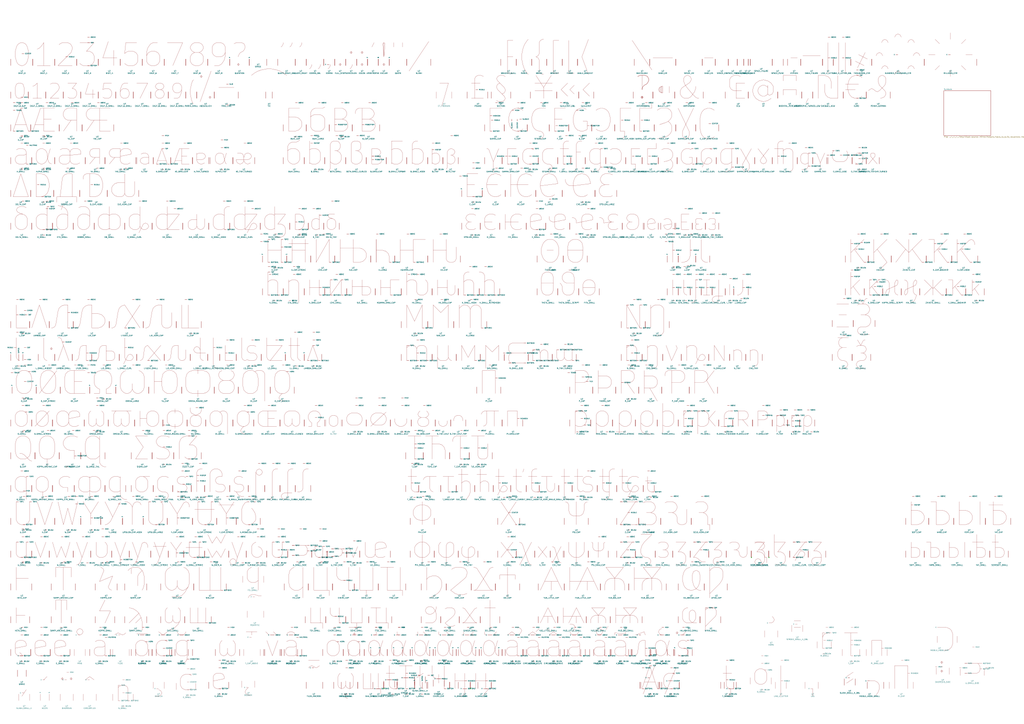
<source format=kicad_sch>
(kicad_sch (version 20230121) (generator eeschema)
  (paper "A0")
  (title_block (date "19 dec 2009"))
  (lib_symbols
    (symbol "font:ABZUEGLICH" (pin_names (offset 1.016))
      (property "Reference" "U" (at 0 -6.35 0))
      (property "Value" "ABZUEGLICH" (at 0 -8.89 0))
      (symbol "ABZUEGLICH_1_1"
        (pin input line (at -10.16 0 90) (length 7.62) (name "~") (number "~"))
        (pin input line (at 10.16 0 90) (length 7.62) (name "~") (number "~"))
      )
    )
    (symbol "font:ACUTE" (pin_names (offset 1.016))
      (property "Reference" "U" (at 0 -6.35 0))
      (property "Value" "ACUTE" (at 0 -8.89 0))
      (symbol "ACUTE_1_1"
        (pin input line (at -5.08 0 90) (length 7.62) (name "P") (number "~"))
        (pin input line (at 5.08 0 90) (length 7.62) (name "S") (number "~"))
        (pin input line (at 0 24.13 180) (length 2.54) (name "X") (number "~"))
      )
    )
    (symbol "font:ACUTE_DOT" (pin_names (offset 1.016))
      (property "Reference" "U" (at 0 -6.35 0))
      (property "Value" "ACUTE_DOT" (at 0 -8.89 0))
      (symbol "ACUTE_DOT_1_1"
        (pin input line (at -8.89 0 90) (length 7.62) (name "P") (number "~"))
        (pin input line (at 6.35 0 90) (length 7.62) (name "S") (number "~"))
        (pin input line (at 0 24.13 180) (length 2.54) (name "X") (number "~"))
      )
    )
    (symbol "font:AE_CAP" (pin_names (offset 1.016))
      (property "Reference" "U" (at 0 -6.35 0))
      (property "Value" "AE_CAP" (at 0 -8.89 0))
      (symbol "AE_CAP_1_1"
        (pin input line (at 2.54 33.02 0) (length 2.54) (name "ABOVE") (number "~"))
        (pin input line (at 0 -6.35 0) (length 2.54) (name "BELOW") (number "~"))
        (pin input line (at -15.24 0 90) (length 7.62) (name "~") (number "~"))
        (pin input line (at 17.78 0 90) (length 7.62) (name "~") (number "~"))
      )
    )
    (symbol "font:AE_SMALL" (pin_names (offset 1.016))
      (property "Reference" "U" (at 0 -6.35 0))
      (property "Value" "AE_SMALL" (at 0 -8.89 0))
      (symbol "AE_SMALL_1_1"
        (pin input line (at 0 24.13 0) (length 2.54) (name "ABOVE") (number "~"))
        (pin input line (at -17.78 0 90) (length 7.62) (name "~") (number "~"))
        (pin input line (at 17.78 0 90) (length 7.62) (name "~") (number "~"))
      )
    )
    (symbol "font:AE_SMALLCAP" (pin_names (offset 1.016))
      (property "Reference" "U" (at 0 -6.35 0))
      (property "Value" "AE_SMALLCAP" (at 0 -8.89 0))
      (symbol "AE_SMALLCAP_1_1"
        (pin input line (at 2.54 24.13 0) (length 2.54) (name "ABOVE") (number "~"))
        (pin input line (at 0 -6.35 0) (length 2.54) (name "BELOW") (number "~"))
        (pin input line (at -12.7 0 90) (length 7.62) (name "~") (number "~"))
        (pin input line (at 12.7 0 90) (length 7.62) (name "~") (number "~"))
      )
    )
    (symbol "font:AE_TINY_TURNED" (pin_names (offset 1.016))
      (property "Reference" "U" (at 0 -6.35 0))
      (property "Value" "AE_TINY_TURNED" (at 0 -8.89 0))
      (symbol "AE_TINY_TURNED_1_1"
        (pin input line (at 0 24.13 0) (length 2.54) (name "ABOVE") (number "~"))
        (pin input line (at -12.7 0 90) (length 7.62) (name "~") (number "~"))
        (pin input line (at 12.7 0 90) (length 7.62) (name "~") (number "~"))
      )
    )
    (symbol "font:ALPHA_SMALL" (pin_names (offset 1.016))
      (property "Reference" "U" (at 0 -6.35 0))
      (property "Value" "ALPHA_SMALL" (at 0 -8.89 0))
      (symbol "ALPHA_SMALL_1_1"
        (pin input line (at 0 24.13 0) (length 2.54) (name "ABOVE") (number "~"))
        (pin input line (at 0 -6.35 0) (length 2.54) (name "BELOW") (number "~"))
        (pin input line (at 0 33.02 0) (length 2.54) (name "HIGH") (number "~"))
        (pin input line (at -12.7 0 90) (length 7.62) (name "~") (number "~"))
        (pin input line (at 13.97 0 90) (length 7.62) (name "~") (number "~"))
      )
    )
    (symbol "font:ALPHA_TINY" (pin_names (offset 1.016))
      (property "Reference" "U" (at 0 -6.35 0))
      (property "Value" "ALPHA_TINY" (at 0 -8.89 0))
      (symbol "ALPHA_TINY_1_1"
        (pin input line (at 0 19.05 0) (length 2.54) (name "ABOVE") (number "~"))
        (pin input line (at 0 -6.35 0) (length 2.54) (name "BELOW") (number "~"))
        (pin input line (at 0 27.94 0) (length 2.54) (name "HIGH") (number "~"))
        (pin input line (at -12.7 0 90) (length 7.62) (name "~") (number "~"))
        (pin input line (at 13.97 0 90) (length 7.62) (name "~") (number "~"))
      )
    )
    (symbol "font:AMPERSAND" (pin_names (offset 1.016))
      (property "Reference" "U" (at 0 -6.35 0))
      (property "Value" "AMPERSAND" (at 0 -8.89 0))
      (symbol "AMPERSAND_1_1"
        (pin input line (at -16.51 0 90) (length 7.62) (name "~") (number "~"))
        (pin input line (at 16.51 0 90) (length 7.62) (name "~") (number "~"))
      )
    )
    (symbol "font:ANGLE_BRACKET" (pin_names (offset 1.016))
      (property "Reference" "U" (at 0 -6.35 0))
      (property "Value" "ANGLE_BRACKET" (at 0 -8.89 0))
      (symbol "ANGLE_BRACKET_1_1"
        (pin input line (at -8.89 0 90) (length 7.62) (name "~") (number "~"))
        (pin input line (at 8.89 0 90) (length 7.62) (name "~") (number "~"))
      )
    )
    (symbol "font:APOSTROPHE" (pin_names (offset 1.016))
      (property "Reference" "U" (at 0 -6.35 0))
      (property "Value" "APOSTROPHE" (at 0 -8.89 0))
      (symbol "APOSTROPHE_1_1"
        (pin input line (at -6.35 0 90) (length 7.62) (name "P") (number "~"))
        (pin input line (at 6.35 0 90) (length 7.62) (name "S") (number "~"))
      )
    )
    (symbol "font:APOSTROPHE_TURNED_LOW" (pin_names (offset 1.016))
      (property "Reference" "U" (at 0 -6.35 0))
      (property "Value" "APOSTROPHE_TURNED_LOW" (at 0 -8.89 0))
      (symbol "APOSTROPHE_TURNED_LOW_1_1"
        (pin input line (at -6.35 0 90) (length 7.62) (name "~") (number "~"))
        (pin input line (at 6.35 0 90) (length 7.62) (name "~") (number "~"))
      )
    )
    (symbol "font:AT" (pin_names (offset 1.016))
      (property "Reference" "U" (at 0 -6.35 0))
      (property "Value" "AT" (at 0 -8.89 0))
      (symbol "AT_1_1"
        (pin input line (at -17.78 0 90) (length 7.62) (name "~") (number "~"))
        (pin input line (at 16.51 0 90) (length 7.62) (name "~") (number "~"))
      )
    )
    (symbol "font:A_CAP" (pin_names (offset 1.016))
      (property "Reference" "U" (at 0 -6.35 0))
      (property "Value" "A_CAP" (at 0 -8.89 0))
      (symbol "A_CAP_1_1"
        (pin input line (at 0 33.02 0) (length 2.54) (name "ABOVE") (number "~"))
        (pin input line (at 0 -6.35 0) (length 2.54) (name "BELOW") (number "~"))
        (pin input line (at -8.89 0 0) (length 2.54) (name "BOTTOM1") (number "~"))
        (pin input line (at 8.89 0 0) (length 2.54) (name "BOTTOM2") (number "~"))
        (pin input line (at 0 39.37 0) (length 2.54) (name "HIGH") (number "~"))
        (pin input line (at -8.89 33.02 0) (length 2.54) (name "PERIS") (number "~"))
        (pin input line (at -8.89 24.13 0) (length 2.54) (name "TONOS") (number "~"))
        (pin input line (at 0 26.67 0) (length 2.54) (name "TOP") (number "~"))
        (pin input line (at -11.43 0 90) (length 7.62) (name "~") (number "~"))
        (pin input line (at 11.43 0 90) (length 7.62) (name "~") (number "~"))
      )
    )
    (symbol "font:A_SMALL" (pin_names (offset 1.016))
      (property "Reference" "U" (at 0 -6.35 0))
      (property "Value" "A_SMALL" (at 0 -8.89 0))
      (symbol "A_SMALL_1_1"
        (pin input line (at 0 24.13 0) (length 2.54) (name "ABOVE") (number "~"))
        (pin input line (at 0 -6.35 0) (length 2.54) (name "BELOW") (number "~"))
        (pin input line (at 6.35 0 0) (length 2.54) (name "BOTTOM2") (number "~"))
        (pin input line (at 6.35 21.59 0) (length 2.54) (name "HALFRING") (number "~"))
        (pin input line (at 0 33.02 0) (length 2.54) (name "HIGH") (number "~"))
        (pin input line (at -11.43 0 90) (length 7.62) (name "~") (number "~"))
        (pin input line (at 12.7 0 90) (length 7.62) (name "~") (number "~"))
      )
    )
    (symbol "font:A_SMALLCAP" (pin_names (offset 1.016))
      (property "Reference" "U" (at 0 -6.35 0))
      (property "Value" "A_SMALLCAP" (at 0 -8.89 0))
      (symbol "A_SMALLCAP_1_1"
        (pin input line (at 0 24.13 0) (length 2.54) (name "ABOVE") (number "~"))
        (pin input line (at 0 -6.35 0) (length 2.54) (name "BELOW") (number "~"))
        (pin input line (at -6.35 0 0) (length 2.54) (name "BOTTOM1") (number "~"))
        (pin input line (at 6.35 0 0) (length 2.54) (name "BOTTOM2") (number "~"))
        (pin input line (at 0 33.02 0) (length 2.54) (name "HIGH") (number "~"))
        (pin input line (at 0 17.78 0) (length 2.54) (name "TOP") (number "~"))
        (pin input line (at -10.16 0 90) (length 7.62) (name "~") (number "~"))
        (pin input line (at 10.16 0 90) (length 7.62) (name "~") (number "~"))
      )
    )
    (symbol "font:A_TINY" (pin_names (offset 1.016))
      (property "Reference" "U" (at 0 -6.35 0))
      (property "Value" "A_TINY" (at 0 -8.89 0))
      (symbol "A_TINY_1_1"
        (pin input line (at -8.89 0 90) (length 7.62) (name "~") (number "~"))
        (pin input line (at 10.16 0 90) (length 7.62) (name "~") (number "~"))
      )
    )
    (symbol "font:A_TINY_TURNED" (pin_names (offset 1.016))
      (property "Reference" "U" (at 0 -6.35 0))
      (property "Value" "A_TINY_TURNED" (at 0 -8.89 0))
      (symbol "A_TINY_TURNED_1_1"
        (pin input line (at -10.16 0 90) (length 7.62) (name "~") (number "~"))
        (pin input line (at 8.89 0 90) (length 7.62) (name "~") (number "~"))
      )
    )
    (symbol "font:BACKSLASH" (pin_names (offset 1.016))
      (property "Reference" "U" (at 0 -6.35 0))
      (property "Value" "BACKSLASH" (at 0 -8.89 0))
      (symbol "BACKSLASH_1_1"
        (pin input line (at -8.89 0 90) (length 7.62) (name "~") (number "~"))
        (pin input line (at 8.89 0 90) (length 7.62) (name "~") (number "~"))
      )
    )
    (symbol "font:BETA_SMALL" (pin_names (offset 1.016))
      (property "Reference" "U" (at 0 -6.35 0))
      (property "Value" "BETA_SMALL" (at 0 -8.89 0))
      (symbol "BETA_SMALL_1_1"
        (pin input line (at 0 33.02 0) (length 2.54) (name "ABOVE") (number "~"))
        (pin input line (at -12.7 0 90) (length 7.62) (name "~") (number "~"))
        (pin input line (at 11.43 0 90) (length 7.62) (name "~") (number "~"))
      )
    )
    (symbol "font:BETA_SMALL_CURLED" (pin_names (offset 1.016))
      (property "Reference" "U" (at 0 -6.35 0))
      (property "Value" "BETA_SMALL_CURLED" (at 0 -8.89 0))
      (symbol "BETA_SMALL_CURLED_1_1"
        (pin input line (at 0 33.02 0) (length 2.54) (name "ABOVE") (number "~"))
        (pin input line (at -12.7 0 90) (length 7.62) (name "~") (number "~"))
        (pin input line (at 11.43 0 90) (length 7.62) (name "~") (number "~"))
      )
    )
    (symbol "font:BETA_TINY" (pin_names (offset 1.016))
      (property "Reference" "U" (at 0 -6.35 0))
      (property "Value" "BETA_TINY" (at 0 -8.89 0))
      (symbol "BETA_TINY_1_1"
        (pin input line (at 0 33.02 0) (length 2.54) (name "ABOVE") (number "~"))
        (pin input line (at -8.89 0 90) (length 7.62) (name "~") (number "~"))
        (pin input line (at 8.89 0 90) (length 7.62) (name "~") (number "~"))
      )
    )
    (symbol "font:BIDENTAL_PERCUSSIVE" (pin_names (offset 1.016))
      (property "Reference" "U" (at 0 -6.35 0))
      (property "Value" "BIDENTAL_PERCUSSIVE" (at 0 -8.89 0))
      (symbol "BIDENTAL_PERCUSSIVE_1_1"
        (pin input line (at -13.97 0 90) (length 7.62) (name "~") (number "~"))
        (pin input line (at 13.97 0 90) (length 7.62) (name "~") (number "~"))
      )
    )
    (symbol "font:BRACE" (pin_names (offset 1.016))
      (property "Reference" "U" (at 0 -6.35 0))
      (property "Value" "BRACE" (at 0 -8.89 0))
      (symbol "BRACE_1_1"
        (pin input line (at -8.89 0 90) (length 7.62) (name "~") (number "~"))
        (pin input line (at 8.89 0 90) (length 7.62) (name "~") (number "~"))
      )
    )
    (symbol "font:BRACKET" (pin_names (offset 1.016))
      (property "Reference" "U" (at 0 -6.35 0))
      (property "Value" "BRACKET" (at 0 -8.89 0))
      (symbol "BRACKET_1_1"
        (pin input line (at -8.89 0 90) (length 7.62) (name "~") (number "~"))
        (pin input line (at 8.89 0 90) (length 7.62) (name "~") (number "~"))
      )
    )
    (symbol "font:BRACKET_QUILL" (pin_names (offset 1.016))
      (property "Reference" "U" (at 0 -6.35 0))
      (property "Value" "BRACKET_QUILL" (at 0 -8.89 0))
      (symbol "BRACKET_QUILL_1_1"
        (pin input line (at -8.89 0 90) (length 7.62) (name "~") (number "~"))
        (pin input line (at 8.89 0 90) (length 7.62) (name "~") (number "~"))
      )
    )
    (symbol "font:BREVE" (pin_names (offset 1.016))
      (property "Reference" "U" (at 0 -6.35 0))
      (property "Value" "BREVE" (at 0 -8.89 0))
      (symbol "BREVE_1_1"
        (pin input line (at 0 24.13 180) (length 2.54) (name "X") (number "~"))
        (pin input line (at -7.62 0 90) (length 7.62) (name "~") (number "~"))
        (pin input line (at 7.62 0 90) (length 7.62) (name "~") (number "~"))
      )
    )
    (symbol "font:BREVE_HOOK" (pin_names (offset 1.016))
      (property "Reference" "U" (at 0 -6.35 0))
      (property "Value" "BREVE_HOOK" (at 0 -8.89 0))
      (symbol "BREVE_HOOK_1_1"
        (pin input line (at 0 24.13 180) (length 2.54) (name "X") (number "~"))
        (pin input line (at -7.62 0 90) (length 7.62) (name "~") (number "~"))
        (pin input line (at 7.62 0 90) (length 7.62) (name "~") (number "~"))
      )
    )
    (symbol "font:BREVE_INV" (pin_names (offset 1.016))
      (property "Reference" "U" (at 0 -6.35 0))
      (property "Value" "BREVE_INV" (at 0 -8.89 0))
      (symbol "BREVE_INV_1_1"
        (pin input line (at 0 24.13 180) (length 2.54) (name "X") (number "~"))
        (pin input line (at -7.62 0 90) (length 7.62) (name "~") (number "~"))
        (pin input line (at 7.62 0 90) (length 7.62) (name "~") (number "~"))
      )
    )
    (symbol "font:BUKI_CAP" (pin_names (offset 1.016))
      (property "Reference" "U" (at 0 -6.35 0))
      (property "Value" "BUKI_CAP" (at 0 -8.89 0))
      (symbol "BUKI_CAP_1_1"
        (pin input line (at 0 33.02 0) (length 2.54) (name "ABOVE") (number "~"))
        (pin input line (at -13.97 0 90) (length 7.62) (name "~") (number "~"))
        (pin input line (at 12.7 0 90) (length 7.62) (name "~") (number "~"))
      )
    )
    (symbol "font:BUKI_LARGE" (pin_names (offset 1.016))
      (property "Reference" "U" (at 0 -6.35 0))
      (property "Value" "BUKI_LARGE" (at 0 -8.89 0))
      (symbol "BUKI_LARGE_1_1"
        (pin input line (at 0 33.02 0) (length 2.54) (name "ABOVE") (number "~"))
        (pin input line (at -13.97 0 90) (length 7.62) (name "~") (number "~"))
        (pin input line (at 12.7 0 90) (length 7.62) (name "~") (number "~"))
      )
    )
    (symbol "font:BUKI_SMALL" (pin_names (offset 1.016))
      (property "Reference" "U" (at 0 -6.35 0))
      (property "Value" "BUKI_SMALL" (at 0 -8.89 0))
      (symbol "BUKI_SMALL_1_1"
        (pin input line (at 0 31.75 0) (length 2.54) (name "ABOVE") (number "~"))
        (pin input line (at -12.7 0 90) (length 7.62) (name "~") (number "~"))
        (pin input line (at 11.43 0 90) (length 7.62) (name "~") (number "~"))
      )
    )
    (symbol "font:BULLET_LEFT" (pin_names (offset 1.016))
      (property "Reference" "U" (at 0 -6.35 0))
      (property "Value" "BULLET_LEFT" (at 0 -8.89 0))
      (symbol "BULLET_LEFT_1_1"
        (pin input line (at -12.7 0 90) (length 7.62) (name "~") (number "~"))
        (pin input line (at 12.7 0 90) (length 7.62) (name "~") (number "~"))
      )
    )
    (symbol "font:B_CAP" (pin_names (offset 1.016))
      (property "Reference" "U" (at 0 -6.35 0))
      (property "Value" "B_CAP" (at 0 -8.89 0))
      (symbol "B_CAP_1_1"
        (pin input line (at 0 33.02 0) (length 2.54) (name "ABOVE") (number "~"))
        (pin input line (at 0 -6.35 0) (length 2.54) (name "BELOW") (number "~"))
        (pin input line (at -7.62 7.62 0) (length 2.54) (name "MIDBOTTOM") (number "~"))
        (pin input line (at -13.97 0 90) (length 7.62) (name "~") (number "~"))
        (pin input line (at 12.7 0 90) (length 7.62) (name "~") (number "~"))
      )
    )
    (symbol "font:B_CAP_HOOK" (pin_names (offset 1.016))
      (property "Reference" "U" (at 0 -6.35 0))
      (property "Value" "B_CAP_HOOK" (at 0 -8.89 0))
      (symbol "B_CAP_HOOK_1_1"
        (pin input line (at 0 33.02 0) (length 2.54) (name "ABOVE") (number "~"))
        (pin input line (at -7.62 7.62 0) (length 2.54) (name "MIDBOTTOM") (number "~"))
        (pin input line (at -19.05 0 90) (length 7.62) (name "~") (number "~"))
        (pin input line (at 12.7 0 90) (length 7.62) (name "~") (number "~"))
      )
    )
    (symbol "font:B_SMALL" (pin_names (offset 1.016))
      (property "Reference" "U" (at 0 -6.35 0))
      (property "Value" "B_SMALL" (at 0 -8.89 0))
      (symbol "B_SMALL_1_1"
        (pin input line (at -5.08 33.02 0) (length 2.54) (name "ABOVE") (number "~"))
        (pin input line (at 0 -6.35 0) (length 2.54) (name "BELOW") (number "~"))
        (pin input line (at -5.08 24.13 0) (length 2.54) (name "MIDTOP") (number "~"))
        (pin input line (at -12.7 0 90) (length 7.62) (name "~") (number "~"))
        (pin input line (at 11.43 0 90) (length 7.62) (name "~") (number "~"))
      )
    )
    (symbol "font:B_SMALLCAP" (pin_names (offset 1.016))
      (property "Reference" "U" (at 0 -6.35 0))
      (property "Value" "B_SMALLCAP" (at 0 -8.89 0))
      (symbol "B_SMALLCAP_1_1"
        (pin input line (at -5.08 5.08 0) (length 2.54) (name "MIDBOTTOM") (number "~"))
        (pin input line (at -5.08 8.89 0) (length 2.54) (name "MIDDLE") (number "~"))
        (pin input line (at -11.43 0 90) (length 7.62) (name "~") (number "~"))
        (pin input line (at 11.43 0 90) (length 7.62) (name "~") (number "~"))
      )
    )
    (symbol "font:B_SMALL_HOOK" (pin_names (offset 1.016))
      (property "Reference" "U" (at 0 -6.35 0))
      (property "Value" "B_SMALL_HOOK" (at 0 -8.89 0))
      (symbol "B_SMALL_HOOK_1_1"
        (pin input line (at -12.7 0 90) (length 7.62) (name "~") (number "~"))
        (pin input line (at 11.43 0 90) (length 7.62) (name "~") (number "~"))
      )
    )
    (symbol "font:B_SMALL_TOPBAR" (pin_names (offset 1.016))
      (property "Reference" "U" (at 0 -6.35 0))
      (property "Value" "B_SMALL_TOPBAR" (at 0 -8.89 0))
      (symbol "B_SMALL_TOPBAR_1_1"
        (pin input line (at -12.7 0 90) (length 7.62) (name "~") (number "~"))
        (pin input line (at 11.43 0 90) (length 7.62) (name "~") (number "~"))
      )
    )
    (symbol "font:B_TINY" (pin_names (offset 1.016))
      (property "Reference" "U" (at 0 -6.35 0))
      (property "Value" "B_TINY" (at 0 -8.89 0))
      (symbol "B_TINY_1_1"
        (pin input line (at -3.81 24.13 0) (length 2.54) (name "ABOVE") (number "~"))
        (pin input line (at 0 -6.35 0) (length 2.54) (name "BELOW") (number "~"))
        (pin input line (at -3.81 16.51 0) (length 2.54) (name "MIDTOP") (number "~"))
        (pin input line (at -8.89 0 90) (length 7.62) (name "~") (number "~"))
        (pin input line (at 8.89 0 90) (length 7.62) (name "~") (number "~"))
      )
    )
    (symbol "font:CARON" (pin_names (offset 1.016))
      (property "Reference" "U" (at 0 -6.35 0))
      (property "Value" "CARON" (at 0 -8.89 0))
      (symbol "CARON_1_1"
        (pin input line (at 0 24.13 180) (length 2.54) (name "X") (number "~"))
        (pin input line (at -7.62 0 90) (length 7.62) (name "~") (number "~"))
        (pin input line (at 7.62 0 90) (length 7.62) (name "~") (number "~"))
      )
    )
    (symbol "font:CEDILLA" (pin_names (offset 1.016))
      (property "Reference" "U" (at 0 -6.35 0))
      (property "Value" "CEDILLA" (at 0 -8.89 0))
      (symbol "CEDILLA_1_1"
        (pin input line (at 0 0 180) (length 2.54) (name "X") (number "~"))
        (pin input line (at -6.35 0 90) (length 7.62) (name "~") (number "~"))
        (pin input line (at 6.35 0 90) (length 7.62) (name "~") (number "~"))
      )
    )
    (symbol "font:CHERV_CAP" (pin_names (offset 1.016))
      (property "Reference" "U" (at 0 -6.35 0))
      (property "Value" "CHERV_CAP" (at 0 -8.89 0))
      (symbol "CHERV_CAP_1_1"
        (pin input line (at 0 33.02 0) (length 2.54) (name "ABOVE") (number "~"))
        (pin input line (at 6.35 0 0) (length 2.54) (name "BOTTOM") (number "~"))
        (pin input line (at 0 11.43 0) (length 2.54) (name "MIDDLE") (number "~"))
        (pin input line (at -12.7 0 90) (length 7.62) (name "~") (number "~"))
        (pin input line (at 12.7 0 90) (length 7.62) (name "~") (number "~"))
      )
    )
    (symbol "font:CHERV_SMALL" (pin_names (offset 1.016))
      (property "Reference" "U" (at 0 -6.35 0))
      (property "Value" "CHERV_SMALL" (at 0 -8.89 0))
      (symbol "CHERV_SMALL_1_1"
        (pin input line (at 5.08 0 0) (length 2.54) (name "BOTTOM") (number "~"))
        (pin input line (at 0 7.62 0) (length 2.54) (name "MIDDLE") (number "~"))
        (pin input line (at -10.16 0 90) (length 7.62) (name "~") (number "~"))
        (pin input line (at 12.7 0 90) (length 7.62) (name "~") (number "~"))
      )
    )
    (symbol "font:CHE_LARGE" (pin_names (offset 1.016))
      (property "Reference" "U" (at 0 -6.35 0))
      (property "Value" "CHE_LARGE" (at 0 -8.89 0))
      (symbol "CHE_LARGE_1_1"
        (pin input line (at 0 33.02 0) (length 2.54) (name "ABOVE") (number "~"))
        (pin input line (at 0 -6.35 0) (length 2.54) (name "BELOW") (number "~"))
        (pin input line (at -22.86 0 90) (length 7.62) (name "~") (number "~"))
        (pin input line (at 15.24 0 90) (length 7.62) (name "~") (number "~"))
      )
    )
    (symbol "font:CHE_SMALL" (pin_names (offset 1.016))
      (property "Reference" "U" (at 0 -6.35 0))
      (property "Value" "CHE_SMALL" (at 0 -8.89 0))
      (symbol "CHE_SMALL_1_1"
        (pin input line (at -16.51 0 90) (length 7.62) (name "~") (number "~"))
        (pin input line (at 11.43 0 90) (length 7.62) (name "~") (number "~"))
      )
    )
    (symbol "font:CHI_SMALL" (pin_names (offset 1.016))
      (property "Reference" "U" (at 0 -6.35 0))
      (property "Value" "CHI_SMALL" (at 0 -8.89 0))
      (symbol "CHI_SMALL_1_1"
        (pin input line (at -11.43 0 90) (length 7.62) (name "~") (number "~"))
        (pin input line (at 10.16 0 90) (length 7.62) (name "~") (number "~"))
      )
    )
    (symbol "font:CHI_TINY" (pin_names (offset 1.016))
      (property "Reference" "U" (at 0 -6.35 0))
      (property "Value" "CHI_TINY" (at 0 -8.89 0))
      (symbol "CHI_TINY_1_1"
        (pin input line (at -7.62 0 90) (length 7.62) (name "~") (number "~"))
        (pin input line (at 7.62 0 90) (length 7.62) (name "~") (number "~"))
      )
    )
    (symbol "font:CIRCUMFLEX" (pin_names (offset 1.016))
      (property "Reference" "U" (at 0 -6.35 0))
      (property "Value" "CIRCUMFLEX" (at 0 -8.89 0))
      (symbol "CIRCUMFLEX_1_1"
        (pin input line (at 0 24.13 180) (length 2.54) (name "X") (number "~"))
        (pin input line (at -7.62 0 90) (length 7.62) (name "~") (number "~"))
        (pin input line (at 7.62 0 90) (length 7.62) (name "~") (number "~"))
      )
    )
    (symbol "font:CIRCUMFLEX_ACUTE" (pin_names (offset 1.016))
      (property "Reference" "U" (at 0 -6.35 0))
      (property "Value" "CIRCUMFLEX_ACUTE" (at 0 -8.89 0))
      (symbol "CIRCUMFLEX_ACUTE_1_1"
        (pin input line (at 0 24.13 180) (length 2.54) (name "X") (number "~"))
        (pin input line (at -7.62 0 90) (length 7.62) (name "~") (number "~"))
        (pin input line (at 7.62 0 90) (length 7.62) (name "~") (number "~"))
      )
    )
    (symbol "font:CIRCUMFLEX_GRAVE" (pin_names (offset 1.016))
      (property "Reference" "U" (at 0 -6.35 0))
      (property "Value" "CIRCUMFLEX_GRAVE" (at 0 -8.89 0))
      (symbol "CIRCUMFLEX_GRAVE_1_1"
        (pin input line (at 0 24.13 180) (length 2.54) (name "X") (number "~"))
        (pin input line (at -7.62 0 90) (length 7.62) (name "~") (number "~"))
        (pin input line (at 7.62 0 90) (length 7.62) (name "~") (number "~"))
      )
    )
    (symbol "font:CIRCUMFLEX_HOOK" (pin_names (offset 1.016))
      (property "Reference" "U" (at 0 -6.35 0))
      (property "Value" "CIRCUMFLEX_HOOK" (at 0 -8.89 0))
      (symbol "CIRCUMFLEX_HOOK_1_1"
        (pin input line (at 0 24.13 180) (length 2.54) (name "X") (number "~"))
        (pin input line (at -7.62 0 90) (length 7.62) (name "~") (number "~"))
        (pin input line (at 13.97 0 90) (length 7.62) (name "~") (number "~"))
      )
    )
    (symbol "font:COLON" (pin_names (offset 1.016))
      (property "Reference" "U" (at 0 -6.35 0))
      (property "Value" "COLON" (at 0 -8.89 0))
      (symbol "COLON_1_1"
        (pin input line (at -6.35 0 90) (length 7.62) (name "~") (number "~"))
        (pin input line (at 6.35 0 90) (length 7.62) (name "~") (number "~"))
      )
    )
    (symbol "font:COMMA" (pin_names (offset 1.016))
      (property "Reference" "U" (at 0 -6.35 0))
      (property "Value" "COMMA" (at 0 -8.89 0))
      (symbol "COMMA_1_1"
        (pin input line (at 0 1.27 180) (length 2.54) (name "X") (number "~"))
        (pin input line (at -6.35 0 90) (length 7.62) (name "~") (number "~"))
        (pin input line (at 6.35 0 90) (length 7.62) (name "~") (number "~"))
      )
    )
    (symbol "font:COMMA_DBL" (pin_names (offset 1.016))
      (property "Reference" "U" (at 0 -6.35 0))
      (property "Value" "COMMA_DBL" (at 0 -8.89 0))
      (symbol "COMMA_DBL_1_1"
        (pin input line (at -10.16 0 90) (length 7.62) (name "~") (number "~"))
        (pin input line (at 10.16 0 90) (length 7.62) (name "~") (number "~"))
      )
    )
    (symbol "font:C_CAP" (pin_names (offset 1.016))
      (property "Reference" "U" (at 0 -6.35 0))
      (property "Value" "C_CAP" (at 0 -8.89 0))
      (symbol "C_CAP_1_1"
        (pin input line (at 0 33.02 0) (length 2.54) (name "ABOVE") (number "~"))
        (pin input line (at 0 0 0) (length 2.54) (name "BOTTOM") (number "~"))
        (pin input line (at 0 13.97 270) (length 2.54) (name "CENTER") (number "~"))
        (pin input line (at -6.35 24.13 0) (length 2.54) (name "HOOK") (number "~"))
        (pin input line (at -6.35 13.97 270) (length 2.54) (name "SLASH1") (number "~"))
        (pin input line (at 2.54 13.97 0) (length 2.54) (name "SLASH2") (number "~"))
        (pin input line (at 0 26.67 0) (length 2.54) (name "TOP") (number "~"))
        (pin input line (at -15.24 0 90) (length 7.62) (name "~") (number "~"))
        (pin input line (at 11.43 0 90) (length 7.62) (name "~") (number "~"))
      )
    )
    (symbol "font:C_CAP_REV" (pin_names (offset 1.016))
      (property "Reference" "U" (at 0 -6.35 0))
      (property "Value" "C_CAP_REV" (at 0 -8.89 0))
      (symbol "C_CAP_REV_1_1"
        (pin input line (at -11.43 0 90) (length 7.62) (name "~") (number "~"))
        (pin input line (at 15.24 0 90) (length 7.62) (name "~") (number "~"))
      )
    )
    (symbol "font:C_CAP_STRETCHED" (pin_names (offset 1.016))
      (property "Reference" "U" (at 0 -6.35 0))
      (property "Value" "C_CAP_STRETCHED" (at 0 -8.89 0))
      (symbol "C_CAP_STRETCHED_1_1"
        (pin input line (at 0 33.02 0) (length 2.54) (name "ABOVE") (number "~"))
        (pin input line (at 0 8.89 0) (length 2.54) (name "CENTER") (number "~"))
        (pin input line (at -15.24 0 90) (length 7.62) (name "~") (number "~"))
        (pin input line (at 11.43 0 90) (length 7.62) (name "~") (number "~"))
      )
    )
    (symbol "font:C_SMALL" (pin_names (offset 1.016))
      (property "Reference" "U" (at 0 -6.35 0))
      (property "Value" "C_SMALL" (at 0 -8.89 0))
      (symbol "C_SMALL_1_1"
        (pin input line (at 0 24.13 0) (length 2.54) (name "ABOVE") (number "~"))
        (pin input line (at 0 -6.35 0) (length 2.54) (name "BELOW") (number "~"))
        (pin input line (at 0 0 0) (length 2.54) (name "BOTTOM") (number "~"))
        (pin input line (at 0 8.89 0) (length 2.54) (name "CENTER") (number "~"))
        (pin input line (at 2.54 17.78 0) (length 2.54) (name "TOP2") (number "~"))
        (pin input line (at -12.7 0 90) (length 7.62) (name "~") (number "~"))
        (pin input line (at 10.16 0 90) (length 7.62) (name "~") (number "~"))
      )
    )
    (symbol "font:C_SMALL_CURL" (pin_names (offset 1.016))
      (property "Reference" "U" (at 0 -6.35 0))
      (property "Value" "C_SMALL_CURL" (at 0 -8.89 0))
      (symbol "C_SMALL_CURL_1_1"
        (pin input line (at 2.54 17.78 0) (length 2.54) (name "TOP2") (number "~"))
        (pin input line (at -12.7 0 90) (length 7.62) (name "~") (number "~"))
        (pin input line (at 10.16 0 90) (length 7.62) (name "~") (number "~"))
      )
    )
    (symbol "font:C_SMALL_REV" (pin_names (offset 1.016))
      (property "Reference" "U" (at 0 -6.35 0))
      (property "Value" "C_SMALL_REV" (at 0 -8.89 0))
      (symbol "C_SMALL_REV_1_1"
        (pin input line (at -10.16 0 90) (length 7.62) (name "~") (number "~"))
        (pin input line (at 12.7 0 90) (length 7.62) (name "~") (number "~"))
      )
    )
    (symbol "font:C_SMALL_SIDE" (pin_names (offset 1.016))
      (property "Reference" "U" (at 0 -6.35 0))
      (property "Value" "C_SMALL_SIDE" (at 0 -8.89 0))
      (symbol "C_SMALL_SIDE_1_1"
        (pin input line (at -15.24 10.16 0) (length 2.54) (name "ABOVE") (number "~"))
        (pin input line (at 15.24 10.16 0) (length 2.54) (name "BELOW") (number "~"))
        (pin input line (at 8.89 10.16 0) (length 2.54) (name "BOTTOM") (number "~"))
        (pin input line (at 0 10.16 0) (length 2.54) (name "CENTER") (number "~"))
        (pin input line (at -8.89 15.24 0) (length 2.54) (name "TOP2") (number "~"))
        (pin input line (at -13.97 0 90) (length 7.62) (name "~") (number "~"))
        (pin input line (at 13.97 0 90) (length 7.62) (name "~") (number "~"))
      )
    )
    (symbol "font:C_TINY_TURNED" (pin_names (offset 1.016))
      (property "Reference" "U" (at 0 -6.35 0))
      (property "Value" "C_TINY_TURNED" (at 0 -8.89 0))
      (symbol "C_TINY_TURNED_1_1"
        (pin input line (at 0 -6.35 0) (length 2.54) (name "ABOVE") (number "~"))
        (pin input line (at 0 19.05 0) (length 2.54) (name "BELOW") (number "~"))
        (pin input line (at 0 12.7 0) (length 2.54) (name "BOTTOM") (number "~"))
        (pin input line (at 0 6.35 0) (length 2.54) (name "CENTER") (number "~"))
        (pin input line (at -3.81 0 0) (length 2.54) (name "TOP2") (number "~"))
        (pin input line (at -7.62 0 90) (length 7.62) (name "~") (number "~"))
        (pin input line (at 8.89 0 90) (length 7.62) (name "~") (number "~"))
      )
    )
    (symbol "font:DASH_EM" (pin_names (offset 1.016))
      (property "Reference" "U" (at 0 -6.35 0))
      (property "Value" "DASH_EM" (at 0 -8.89 0))
      (symbol "DASH_EM_1_1"
        (pin input line (at -15.24 0 90) (length 7.62) (name "~") (number "~"))
        (pin input line (at 15.24 0 90) (length 7.62) (name "~") (number "~"))
      )
    )
    (symbol "font:DASH_EN" (pin_names (offset 1.016))
      (property "Reference" "U" (at 0 -6.35 0))
      (property "Value" "DASH_EN" (at 0 -8.89 0))
      (symbol "DASH_EN_1_1"
        (pin input line (at -7.62 0 90) (length 7.62) (name "~") (number "~"))
        (pin input line (at 7.62 0 90) (length 7.62) (name "~") (number "~"))
      )
    )
    (symbol "font:DASH_FIGURE" (pin_names (offset 1.016))
      (property "Reference" "U" (at 0 -6.35 0))
      (property "Value" "DASH_FIGURE" (at 0 -8.89 0))
      (symbol "DASH_FIGURE_1_1"
        (pin input line (at -12.7 0 90) (length 7.62) (name "~") (number "~"))
        (pin input line (at 12.7 0 90) (length 7.62) (name "~") (number "~"))
      )
    )
    (symbol "font:DASIA" (pin_names (offset 1.016))
      (property "Reference" "U" (at 0 -6.35 0))
      (property "Value" "DASIA" (at 0 -8.89 0))
      (symbol "DASIA_1_1"
        (pin input line (at 0 33.02 0) (length 2.54) (name "HIGH") (number "~"))
        (pin input line (at -5.08 0 90) (length 7.62) (name "P") (number "~"))
        (pin input line (at 5.08 0 90) (length 7.62) (name "S") (number "~"))
        (pin input line (at 0 24.13 180) (length 2.54) (name "X") (number "~"))
      )
    )
    (symbol "font:DASIA_OXIA" (pin_names (offset 1.016))
      (property "Reference" "U" (at 0 -6.35 0))
      (property "Value" "DASIA_OXIA" (at 0 -8.89 0))
      (symbol "DASIA_OXIA_1_1"
        (pin input line (at -10.16 0 90) (length 7.62) (name "P") (number "~"))
        (pin input line (at 10.16 0 90) (length 7.62) (name "S") (number "~"))
        (pin input line (at 0 24.13 180) (length 2.54) (name "X") (number "~"))
        (pin input line (at 5.08 24.13 0) (length 2.54) (name "X2") (number "~"))
      )
    )
    (symbol "font:DASIA_VARIA" (pin_names (offset 1.016))
      (property "Reference" "U" (at 0 -6.35 0))
      (property "Value" "DASIA_VARIA" (at 0 -8.89 0))
      (symbol "DASIA_VARIA_1_1"
        (pin input line (at -10.16 0 90) (length 7.62) (name "P") (number "~"))
        (pin input line (at 10.16 0 90) (length 7.62) (name "S") (number "~"))
        (pin input line (at 0 24.13 180) (length 2.54) (name "X") (number "~"))
        (pin input line (at 5.08 24.13 0) (length 2.54) (name "X2") (number "~"))
      )
    )
    (symbol "font:DB_SMALL" (pin_names (offset 1.016))
      (property "Reference" "U" (at 0 -6.35 0))
      (property "Value" "DB_SMALL" (at 0 -8.89 0))
      (symbol "DB_SMALL_1_1"
        (pin input line (at -17.78 0 90) (length 7.62) (name "~") (number "~"))
        (pin input line (at 17.78 0 90) (length 7.62) (name "~") (number "~"))
      )
    )
    (symbol "font:DEI_CAP" (pin_names (offset 1.016))
      (property "Reference" "U" (at 0 -6.35 0))
      (property "Value" "DEI_CAP" (at 0 -8.89 0))
      (symbol "DEI_CAP_1_1"
        (pin input line (at 0 33.02 0) (length 2.54) (name "ABOVE") (number "~"))
        (pin input line (at -13.97 0 90) (length 7.62) (name "~") (number "~"))
        (pin input line (at 13.97 0 90) (length 7.62) (name "~") (number "~"))
      )
    )
    (symbol "font:DEI_SMALL" (pin_names (offset 1.016))
      (property "Reference" "U" (at 0 -6.35 0))
      (property "Value" "DEI_SMALL" (at 0 -8.89 0))
      (symbol "DEI_SMALL_1_1"
        (pin input line (at -11.43 0 90) (length 7.62) (name "~") (number "~"))
        (pin input line (at 11.43 0 90) (length 7.62) (name "~") (number "~"))
      )
    )
    (symbol "font:DELTA_CAP" (pin_names (offset 1.016))
      (property "Reference" "U" (at 0 -6.35 0))
      (property "Value" "DELTA_CAP" (at 0 -8.89 0))
      (symbol "DELTA_CAP_1_1"
        (pin input line (at 0 33.02 0) (length 2.54) (name "ABOVE") (number "~"))
        (pin input line (at -11.43 0 90) (length 7.62) (name "~") (number "~"))
        (pin input line (at 11.43 0 90) (length 7.62) (name "~") (number "~"))
      )
    )
    (symbol "font:DELTA_SMALL" (pin_names (offset 1.016))
      (property "Reference" "U" (at 0 -6.35 0))
      (property "Value" "DELTA_SMALL" (at 0 -8.89 0))
      (symbol "DELTA_SMALL_1_1"
        (pin input line (at 0 33.02 0) (length 2.54) (name "ABOVE") (number "~"))
        (pin input line (at -12.7 0 90) (length 7.62) (name "~") (number "~"))
        (pin input line (at 11.43 0 90) (length 7.62) (name "~") (number "~"))
      )
    )
    (symbol "font:DELTA_TINY" (pin_names (offset 1.016))
      (property "Reference" "U" (at 0 -6.35 0))
      (property "Value" "DELTA_TINY" (at 0 -8.89 0))
      (symbol "DELTA_TINY_1_1"
        (pin input line (at 0 33.02 0) (length 2.54) (name "ABOVE") (number "~"))
        (pin input line (at -8.89 0 90) (length 7.62) (name "~") (number "~"))
        (pin input line (at 8.89 0 90) (length 7.62) (name "~") (number "~"))
      )
    )
    (symbol "font:DESCENDER" (pin_names (offset 1.016))
      (property "Reference" "U" (at 0 -6.35 0))
      (property "Value" "DESCENDER" (at 0 -8.89 0))
      (symbol "DESCENDER_1_1"
        (pin input line (at 0 0 180) (length 2.54) (name "X") (number "~"))
        (pin input line (at -6.35 0 90) (length 7.62) (name "~") (number "~"))
        (pin input line (at 6.35 0 90) (length 7.62) (name "~") (number "~"))
      )
    )
    (symbol "font:DEZH_SMALL" (pin_names (offset 1.016))
      (property "Reference" "U" (at 0 -6.35 0))
      (property "Value" "DEZH_SMALL" (at 0 -8.89 0))
      (symbol "DEZH_SMALL_1_1"
        (pin input line (at -16.51 0 90) (length 7.62) (name "~") (number "~"))
        (pin input line (at 17.78 0 90) (length 7.62) (name "~") (number "~"))
      )
    )
    (symbol "font:DIAERESIS" (pin_names (offset 1.016))
      (property "Reference" "U" (at 0 -6.35 0))
      (property "Value" "DIAERESIS" (at 0 -8.89 0))
      (symbol "DIAERESIS_1_1"
        (pin input line (at 0 33.02 0) (length 2.54) (name "HIGH") (number "~"))
        (pin input line (at 0 24.13 180) (length 2.54) (name "X") (number "~"))
        (pin input line (at -7.62 0 90) (length 7.62) (name "~") (number "~"))
        (pin input line (at 7.62 0 90) (length 7.62) (name "~") (number "~"))
      )
    )
    (symbol "font:DIAERESIS_SIDE" (pin_names (offset 1.016))
      (property "Reference" "U" (at 0 -6.35 0))
      (property "Value" "DIAERESIS_SIDE" (at 0 -8.89 0))
      (symbol "DIAERESIS_SIDE_1_1"
        (pin input line (at -8.89 8.89 0) (length 2.54) (name "HIGH") (number "~"))
        (pin input line (at 0 8.89 180) (length 2.54) (name "X") (number "~"))
        (pin input line (at -7.62 0 90) (length 7.62) (name "~") (number "~"))
        (pin input line (at 7.62 0 90) (length 7.62) (name "~") (number "~"))
      )
    )
    (symbol "font:DIGAMMA_SMALL" (pin_names (offset 1.016))
      (property "Reference" "U" (at 0 -6.35 0))
      (property "Value" "DIGAMMA_SMALL" (at 0 -8.89 0))
      (symbol "DIGAMMA_SMALL_1_1"
        (pin input line (at 2.54 33.02 0) (length 2.54) (name "ABOVE") (number "~"))
        (pin input line (at -6.35 0 90) (length 7.62) (name "~") (number "~"))
        (pin input line (at 10.16 0 90) (length 7.62) (name "~") (number "~"))
      )
    )
    (symbol "font:DIGIT_0" (pin_names (offset 1.016))
      (property "Reference" "U" (at 0 -3.81 0))
      (property "Value" "DIGIT_0" (at 0 -6.35 0))
      (symbol "DIGIT_0_1_1"
        (pin input line (at 0 13.97 0) (length 2.54) (name "CENTER") (number "~"))
        (pin input line (at -12.7 0 90) (length 7.62) (name "~") (number "~"))
        (pin input line (at 12.7 0 90) (length 7.62) (name "~") (number "~"))
      )
    )
    (symbol "font:DIGIT_0_SMALL" (pin_names (offset 1.016))
      (property "Reference" "U" (at 0 -6.35 0))
      (property "Value" "DIGIT_0_SMALL" (at 0 -8.89 0))
      (symbol "DIGIT_0_SMALL_1_1"
        (pin input line (at -10.16 0 90) (length 7.62) (name "~") (number "~"))
        (pin input line (at 10.16 0 90) (length 7.62) (name "~") (number "~"))
      )
    )
    (symbol "font:DIGIT_1" (pin_names (offset 1.016))
      (property "Reference" "U" (at 0 -6.35 0))
      (property "Value" "DIGIT_1" (at 0 -8.89 0))
      (symbol "DIGIT_1_1_1"
        (pin input line (at -12.7 0 90) (length 7.62) (name "~") (number "~"))
        (pin input line (at 12.7 0 90) (length 7.62) (name "~") (number "~"))
      )
    )
    (symbol "font:DIGIT_1_SMALL" (pin_names (offset 1.016))
      (property "Reference" "U" (at 0 -6.35 0))
      (property "Value" "DIGIT_1_SMALL" (at 0 -8.89 0))
      (symbol "DIGIT_1_SMALL_1_1"
        (pin input line (at -10.16 0 90) (length 7.62) (name "~") (number "~"))
        (pin input line (at 10.16 0 90) (length 7.62) (name "~") (number "~"))
      )
    )
    (symbol "font:DIGIT_2" (pin_names (offset 1.016))
      (property "Reference" "U" (at 0 -6.35 0))
      (property "Value" "DIGIT_2" (at 0 -8.89 0))
      (symbol "DIGIT_2_1_1"
        (pin input line (at 0 10.16 0) (length 2.54) (name "MIDDLE") (number "~"))
        (pin input line (at -12.7 0 90) (length 7.62) (name "~") (number "~"))
        (pin input line (at 12.7 0 90) (length 7.62) (name "~") (number "~"))
      )
    )
    (symbol "font:DIGIT_2_SMALL" (pin_names (offset 1.016))
      (property "Reference" "U" (at 0 -6.35 0))
      (property "Value" "DIGIT_2_SMALL" (at 0 -8.89 0))
      (symbol "DIGIT_2_SMALL_1_1"
        (pin input line (at -10.16 0 90) (length 7.62) (name "~") (number "~"))
        (pin input line (at 10.16 0 90) (length 7.62) (name "~") (number "~"))
      )
    )
    (symbol "font:DIGIT_3" (pin_names (offset 1.016))
      (property "Reference" "U" (at 0 -6.35 0))
      (property "Value" "DIGIT_3" (at 0 -8.89 0))
      (symbol "DIGIT_3_1_1"
        (pin input line (at 0 33.02 0) (length 2.54) (name "ABOVE") (number "~"))
        (pin input line (at 0 0 0) (length 2.54) (name "BOTTOM") (number "~"))
        (pin input line (at 0 26.67 0) (length 2.54) (name "TOP") (number "~"))
        (pin input line (at -12.7 0 90) (length 7.62) (name "~") (number "~"))
        (pin input line (at 12.7 0 90) (length 7.62) (name "~") (number "~"))
      )
    )
    (symbol "font:DIGIT_3_SMALL" (pin_names (offset 1.016))
      (property "Reference" "U" (at 0 -6.35 0))
      (property "Value" "DIGIT_3_SMALL" (at 0 -8.89 0))
      (symbol "DIGIT_3_SMALL_1_1"
        (pin input line (at -10.16 0 90) (length 7.62) (name "~") (number "~"))
        (pin input line (at 10.16 0 90) (length 7.62) (name "~") (number "~"))
      )
    )
    (symbol "font:DIGIT_4" (pin_names (offset 1.016))
      (property "Reference" "U" (at 0 -6.35 0))
      (property "Value" "DIGIT_4" (at 0 -8.89 0))
      (symbol "DIGIT_4_1_1"
        (pin input line (at -12.7 0 90) (length 7.62) (name "~") (number "~"))
        (pin input line (at 12.7 0 90) (length 7.62) (name "~") (number "~"))
      )
    )
    (symbol "font:DIGIT_4_SMALL" (pin_names (offset 1.016))
      (property "Reference" "U" (at 0 -6.35 0))
      (property "Value" "DIGIT_4_SMALL" (at 0 -8.89 0))
      (symbol "DIGIT_4_SMALL_1_1"
        (pin input line (at -10.16 0 90) (length 7.62) (name "~") (number "~"))
        (pin input line (at 10.16 0 90) (length 7.62) (name "~") (number "~"))
      )
    )
    (symbol "font:DIGIT_5" (pin_names (offset 1.016))
      (property "Reference" "U" (at 0 -6.35 0))
      (property "Value" "DIGIT_5" (at 0 -8.89 0))
      (symbol "DIGIT_5_1_1"
        (pin input line (at -12.7 0 90) (length 7.62) (name "~") (number "~"))
        (pin input line (at 12.7 0 90) (length 7.62) (name "~") (number "~"))
      )
    )
    (symbol "font:DIGIT_5_SMALL" (pin_names (offset 1.016))
      (property "Reference" "U" (at 0 -6.35 0))
      (property "Value" "DIGIT_5_SMALL" (at 0 -8.89 0))
      (symbol "DIGIT_5_SMALL_1_1"
        (pin input line (at -10.16 0 90) (length 7.62) (name "~") (number "~"))
        (pin input line (at 10.16 0 90) (length 7.62) (name "~") (number "~"))
      )
    )
    (symbol "font:DIGIT_6" (pin_names (offset 1.016))
      (property "Reference" "U" (at 0 -6.35 0))
      (property "Value" "DIGIT_6" (at 0 -8.89 0))
      (symbol "DIGIT_6_1_1"
        (pin input line (at -12.7 0 90) (length 7.62) (name "~") (number "~"))
        (pin input line (at 12.7 0 90) (length 7.62) (name "~") (number "~"))
      )
    )
    (symbol "font:DIGIT_6_SMALL" (pin_names (offset 1.016))
      (property "Reference" "U" (at 0 -6.35 0))
      (property "Value" "DIGIT_6_SMALL" (at 0 -8.89 0))
      (symbol "DIGIT_6_SMALL_1_1"
        (pin input line (at -10.16 0 90) (length 7.62) (name "~") (number "~"))
        (pin input line (at 10.16 0 90) (length 7.62) (name "~") (number "~"))
      )
    )
    (symbol "font:DIGIT_7" (pin_names (offset 1.016))
      (property "Reference" "U" (at 0 -6.35 0))
      (property "Value" "DIGIT_7" (at 0 -8.89 0))
      (symbol "DIGIT_7_1_1"
        (pin input line (at -12.7 0 90) (length 7.62) (name "~") (number "~"))
        (pin input line (at 12.7 0 90) (length 7.62) (name "~") (number "~"))
      )
    )
    (symbol "font:DIGIT_7_SMALL" (pin_names (offset 1.016))
      (property "Reference" "U" (at 0 -6.35 0))
      (property "Value" "DIGIT_7_SMALL" (at 0 -8.89 0))
      (symbol "DIGIT_7_SMALL_1_1"
        (pin input line (at -10.16 0 90) (length 7.62) (name "~") (number "~"))
        (pin input line (at 10.16 0 90) (length 7.62) (name "~") (number "~"))
      )
    )
    (symbol "font:DIGIT_8" (pin_names (offset 1.016))
      (property "Reference" "U" (at 0 -6.35 0))
      (property "Value" "DIGIT_8" (at 0 -8.89 0))
      (symbol "DIGIT_8_1_1"
        (pin input line (at -12.7 0 90) (length 7.62) (name "~") (number "~"))
        (pin input line (at 12.7 0 90) (length 7.62) (name "~") (number "~"))
      )
    )
    (symbol "font:DIGIT_8_SMALL" (pin_names (offset 1.016))
      (property "Reference" "U" (at 0 -6.35 0))
      (property "Value" "DIGIT_8_SMALL" (at 0 -8.89 0))
      (symbol "DIGIT_8_SMALL_1_1"
        (pin input line (at -10.16 0 90) (length 7.62) (name "~") (number "~"))
        (pin input line (at 10.16 0 90) (length 7.62) (name "~") (number "~"))
      )
    )
    (symbol "font:DIGIT_9" (pin_names (offset 1.016))
      (property "Reference" "U" (at 0 -6.35 0))
      (property "Value" "DIGIT_9" (at 0 -8.89 0))
      (symbol "DIGIT_9_1_1"
        (pin input line (at -12.7 0 90) (length 7.62) (name "~") (number "~"))
        (pin input line (at 12.7 0 90) (length 7.62) (name "~") (number "~"))
      )
    )
    (symbol "font:DIGIT_9_SMALL" (pin_names (offset 1.016))
      (property "Reference" "U" (at 0 -6.35 0))
      (property "Value" "DIGIT_9_SMALL" (at 0 -8.89 0))
      (symbol "DIGIT_9_SMALL_1_1"
        (pin input line (at -10.16 0 90) (length 7.62) (name "~") (number "~"))
        (pin input line (at 10.16 0 90) (length 7.62) (name "~") (number "~"))
      )
    )
    (symbol "font:DJE_KOMI_CAP" (pin_names (offset 1.016))
      (property "Reference" "U" (at 0 -6.35 0))
      (property "Value" "DJE_KOMI_CAP" (at 0 -8.89 0))
      (symbol "DJE_KOMI_CAP_1_1"
        (pin input line (at 0 33.02 0) (length 2.54) (name "ABOVE") (number "~"))
        (pin input line (at -20.32 0 90) (length 7.62) (name "~") (number "~"))
        (pin input line (at 16.51 0 90) (length 7.62) (name "~") (number "~"))
      )
    )
    (symbol "font:DJE_KOMI_SMALL" (pin_names (offset 1.016))
      (property "Reference" "U" (at 0 -6.35 0))
      (property "Value" "DJE_KOMI_SMALL" (at 0 -8.89 0))
      (symbol "DJE_KOMI_SMALL_1_1"
        (pin input line (at -16.51 0 90) (length 7.62) (name "~") (number "~"))
        (pin input line (at 13.97 0 90) (length 7.62) (name "~") (number "~"))
      )
    )
    (symbol "font:DJE_SMALL" (pin_names (offset 1.016))
      (property "Reference" "U" (at 0 -6.35 0))
      (property "Value" "DJE_SMALL" (at 0 -8.89 0))
      (symbol "DJE_SMALL_1_1"
        (pin input line (at -6.35 0 90) (length 7.62) (name "~") (number "~"))
        (pin input line (at 15.24 0 90) (length 7.62) (name "~") (number "~"))
      )
    )
    (symbol "font:DOBRO_CAP" (pin_names (offset 1.016))
      (property "Reference" "U" (at 0 -6.35 0))
      (property "Value" "DOBRO_CAP" (at 0 -8.89 0))
      (symbol "DOBRO_CAP_1_1"
        (pin input line (at 0 33.02 0) (length 2.54) (name "ABOVE") (number "~"))
        (pin input line (at -15.24 0 90) (length 7.62) (name "~") (number "~"))
        (pin input line (at 15.24 0 90) (length 7.62) (name "~") (number "~"))
      )
    )
    (symbol "font:DOBRO_SMALL" (pin_names (offset 1.016))
      (property "Reference" "U" (at 0 -6.35 0))
      (property "Value" "DOBRO_SMALL" (at 0 -8.89 0))
      (symbol "DOBRO_SMALL_1_1"
        (pin input line (at 0 33.02 0) (length 2.54) (name "ABOVE") (number "~"))
        (pin input line (at -12.7 0 90) (length 7.62) (name "~") (number "~"))
        (pin input line (at 11.43 0 90) (length 7.62) (name "~") (number "~"))
      )
    )
    (symbol "font:DOT_MACRON" (pin_names (offset 1.016))
      (property "Reference" "U" (at 0 -6.35 0))
      (property "Value" "DOT_MACRON" (at 0 -8.89 0))
      (symbol "DOT_MACRON_1_1"
        (pin input line (at 0 24.13 180) (length 2.54) (name "X") (number "~"))
        (pin input line (at -6.35 0 90) (length 7.62) (name "~") (number "~"))
        (pin input line (at 6.35 0 90) (length 7.62) (name "~") (number "~"))
      )
    )
    (symbol "font:DZHE_CAP" (pin_names (offset 1.016))
      (property "Reference" "U" (at 0 -6.35 0))
      (property "Value" "DZHE_CAP" (at 0 -8.89 0))
      (symbol "DZHE_CAP_1_1"
        (pin input line (at 0 33.02 0) (length 2.54) (name "ABOVE") (number "~"))
        (pin input line (at -13.97 0 90) (length 7.62) (name "~") (number "~"))
        (pin input line (at 13.97 0 90) (length 7.62) (name "~") (number "~"))
      )
    )
    (symbol "font:DZHE_SMALL" (pin_names (offset 1.016))
      (property "Reference" "U" (at 0 -6.35 0))
      (property "Value" "DZHE_SMALL" (at 0 -8.89 0))
      (symbol "DZHE_SMALL_1_1"
        (pin input line (at -12.7 0 90) (length 7.62) (name "~") (number "~"))
        (pin input line (at 13.97 0 90) (length 7.62) (name "~") (number "~"))
      )
    )
    (symbol "font:DZJE_KOMI_CAP" (pin_names (offset 1.016))
      (property "Reference" "U" (at 0 -6.35 0))
      (property "Value" "DZJE_KOMI_CAP" (at 0 -8.89 0))
      (symbol "DZJE_KOMI_CAP_1_1"
        (pin input line (at 0 33.02 0) (length 2.54) (name "ABOVE") (number "~"))
        (pin input line (at -11.43 0 90) (length 7.62) (name "~") (number "~"))
        (pin input line (at 12.7 0 90) (length 7.62) (name "~") (number "~"))
      )
    )
    (symbol "font:DZJE_KOMI_SMALL" (pin_names (offset 1.016))
      (property "Reference" "U" (at 0 -6.35 0))
      (property "Value" "DZJE_KOMI_SMALL" (at 0 -8.89 0))
      (symbol "DZJE_KOMI_SMALL_1_1"
        (pin input line (at -8.89 0 90) (length 7.62) (name "~") (number "~"))
        (pin input line (at 11.43 0 90) (length 7.62) (name "~") (number "~"))
      )
    )
    (symbol "font:DZ_SMALL" (pin_names (offset 1.016))
      (property "Reference" "U" (at 0 -6.35 0))
      (property "Value" "DZ_SMALL" (at 0 -8.89 0))
      (symbol "DZ_SMALL_1_1"
        (pin input line (at -1.27 33.02 0) (length 2.54) (name "ABOVED") (number "~"))
        (pin input line (at 7.62 24.13 0) (length 2.54) (name "ABOVEZ") (number "~"))
        (pin input line (at -17.78 0 90) (length 7.62) (name "~") (number "~"))
        (pin input line (at 17.78 0 90) (length 7.62) (name "~") (number "~"))
      )
    )
    (symbol "font:DZ_SMALL_CURL" (pin_names (offset 1.016))
      (property "Reference" "U" (at 0 -6.35 0))
      (property "Value" "DZ_SMALL_CURL" (at 0 -8.89 0))
      (symbol "DZ_SMALL_CURL_1_1"
        (pin input line (at -1.27 33.02 0) (length 2.54) (name "ABOVED") (number "~"))
        (pin input line (at 7.62 24.13 0) (length 2.54) (name "ABOVEZ") (number "~"))
        (pin input line (at -17.78 0 90) (length 7.62) (name "~") (number "~"))
        (pin input line (at 17.78 0 90) (length 7.62) (name "~") (number "~"))
      )
    )
    (symbol "font:D_CAP" (pin_names (offset 1.016))
      (property "Reference" "U" (at 0 -6.35 0))
      (property "Value" "D_CAP" (at 0 -8.89 0))
      (symbol "D_CAP_1_1"
        (pin input line (at 0 33.02 0) (length 2.54) (name "ABOVE") (number "~"))
        (pin input line (at 0 -6.35 0) (length 2.54) (name "BELOW") (number "~"))
        (pin input line (at -1.27 0 0) (length 2.54) (name "BOTTOM") (number "~"))
        (pin input line (at -6.35 13.97 0) (length 2.54) (name "MIDDLE") (number "~"))
        (pin input line (at -13.97 0 90) (length 7.62) (name "~") (number "~"))
        (pin input line (at 12.7 0 90) (length 7.62) (name "~") (number "~"))
      )
    )
    (symbol "font:D_CAP_HOOK" (pin_names (offset 1.016))
      (property "Reference" "U" (at 0 -6.35 0))
      (property "Value" "D_CAP_HOOK" (at 0 -8.89 0))
      (symbol "D_CAP_HOOK_1_1"
        (pin input line (at 0 33.02 0) (length 2.54) (name "ABOVE") (number "~"))
        (pin input line (at -6.35 13.97 0) (length 2.54) (name "MIDDLE") (number "~"))
        (pin input line (at -19.05 0 90) (length 7.62) (name "~") (number "~"))
        (pin input line (at 12.7 0 90) (length 7.62) (name "~") (number "~"))
      )
    )
    (symbol "font:D_SMALL" (pin_names (offset 1.016))
      (property "Reference" "U" (at 0 -6.35 0))
      (property "Value" "D_SMALL" (at 0 -8.89 0))
      (symbol "D_SMALL_1_1"
        (pin input line (at 5.08 33.02 0) (length 2.54) (name "ABOVE") (number "~"))
        (pin input line (at 1.27 -6.35 0) (length 2.54) (name "BELOW") (number "~"))
        (pin input line (at 1.27 0 0) (length 2.54) (name "BOTTOM") (number "~"))
        (pin input line (at 6.35 0 0) (length 2.54) (name "BOTTOM2") (number "~"))
        (pin input line (at 5.08 24.13 0) (length 2.54) (name "MIDTOP") (number "~"))
        (pin input line (at 6.35 26.67 0) (length 2.54) (name "TOP2") (number "~"))
        (pin input line (at -11.43 0 90) (length 7.62) (name "~") (number "~"))
        (pin input line (at 12.7 0 90) (length 7.62) (name "~") (number "~"))
      )
    )
    (symbol "font:D_SMALLCAP" (pin_names (offset 1.016))
      (property "Reference" "U" (at 0 -6.35 0))
      (property "Value" "D_SMALLCAP" (at 0 -8.89 0))
      (symbol "D_SMALLCAP_1_1"
        (pin input line (at 0 24.13 0) (length 2.54) (name "ABOVE") (number "~"))
        (pin input line (at 0 -6.35 0) (length 2.54) (name "BELOW") (number "~"))
        (pin input line (at 0 0 0) (length 2.54) (name "BOTTOM") (number "~"))
        (pin input line (at -3.81 8.89 0) (length 2.54) (name "MIDDLE") (number "~"))
        (pin input line (at -10.16 0 90) (length 7.62) (name "~") (number "~"))
        (pin input line (at 11.43 0 90) (length 7.62) (name "~") (number "~"))
      )
    )
    (symbol "font:D_SMALL_CURL" (pin_names (offset 1.016))
      (property "Reference" "U" (at 0 -6.35 0))
      (property "Value" "D_SMALL_CURL" (at 0 -8.89 0))
      (symbol "D_SMALL_CURL_1_1"
        (pin input line (at 5.08 33.02 0) (length 2.54) (name "ABOVE") (number "~"))
        (pin input line (at -11.43 0 90) (length 7.62) (name "~") (number "~"))
        (pin input line (at 20.32 0 90) (length 7.62) (name "~") (number "~"))
      )
    )
    (symbol "font:D_SMALL_HOOK" (pin_names (offset 1.016))
      (property "Reference" "U" (at 0 -6.35 0))
      (property "Value" "D_SMALL_HOOK" (at 0 -8.89 0))
      (symbol "D_SMALL_HOOK_1_1"
        (pin input line (at 5.08 33.02 0) (length 2.54) (name "ABOVE") (number "~"))
        (pin input line (at 6.35 0 0) (length 2.54) (name "BOTTOM2") (number "~"))
        (pin input line (at -11.43 0 90) (length 7.62) (name "~") (number "~"))
        (pin input line (at 12.7 0 90) (length 7.62) (name "~") (number "~"))
      )
    )
    (symbol "font:D_TINY" (pin_names (offset 1.016))
      (property "Reference" "U" (at 0 -6.35 0))
      (property "Value" "D_TINY" (at 0 -8.89 0))
      (symbol "D_TINY_1_1"
        (pin input line (at -3.81 24.13 0) (length 2.54) (name "ABOVE") (number "~"))
        (pin input line (at 0 -6.35 0) (length 2.54) (name "BELOW") (number "~"))
        (pin input line (at 3.81 16.51 0) (length 2.54) (name "MIDTOP") (number "~"))
        (pin input line (at -8.89 0 90) (length 7.62) (name "~") (number "~"))
        (pin input line (at 8.89 0 90) (length 7.62) (name "~") (number "~"))
      )
    )
    (symbol "font:ECU" (pin_names (offset 1.016))
      (property "Reference" "U" (at 0 -6.35 0))
      (property "Value" "ECU" (at 0 -8.89 0))
      (symbol "ECU_1_1"
        (pin input line (at -15.24 0 90) (length 7.62) (name "~") (number "~"))
        (pin input line (at 11.43 0 90) (length 7.62) (name "~") (number "~"))
      )
    )
    (symbol "font:ENG_CAP" (pin_names (offset 1.016))
      (property "Reference" "U" (at 0 -6.35 0))
      (property "Value" "ENG_CAP" (at 0 -8.89 0))
      (symbol "ENG_CAP_1_1"
        (pin input line (at 0 33.02 0) (length 2.54) (name "ABOVE") (number "~"))
        (pin input line (at -13.97 0 90) (length 7.62) (name "~") (number "~"))
        (pin input line (at 13.97 0 90) (length 7.62) (name "~") (number "~"))
      )
    )
    (symbol "font:ENG_SMALL" (pin_names (offset 1.016))
      (property "Reference" "U" (at 0 -6.35 0))
      (property "Value" "ENG_SMALL" (at 0 -8.89 0))
      (symbol "ENG_SMALL_1_1"
        (pin input line (at -11.43 0 90) (length 7.62) (name "~") (number "~"))
        (pin input line (at 12.7 0 90) (length 7.62) (name "~") (number "~"))
      )
    )
    (symbol "font:ENG_TINY" (pin_names (offset 1.016))
      (property "Reference" "U" (at 0 -6.35 0))
      (property "Value" "ENG_TINY" (at 0 -8.89 0))
      (symbol "ENG_TINY_1_1"
        (pin input line (at -8.89 0 90) (length 7.62) (name "~") (number "~"))
        (pin input line (at 10.16 0 90) (length 7.62) (name "~") (number "~"))
      )
    )
    (symbol "font:EPSILON_LARGE" (pin_names (offset 1.016))
      (property "Reference" "U" (at 0 -6.35 0))
      (property "Value" "EPSILON_LARGE" (at 0 -8.89 0))
      (symbol "EPSILON_LARGE_1_1"
        (pin input line (at 0 33.02 0) (length 2.54) (name "ABOVE") (number "~"))
        (pin input line (at -13.97 0 90) (length 7.62) (name "~") (number "~"))
        (pin input line (at 11.43 0 90) (length 7.62) (name "~") (number "~"))
      )
    )
    (symbol "font:EPSILON_SMALL" (pin_names (offset 1.016))
      (property "Reference" "U" (at 0 -6.35 0))
      (property "Value" "EPSILON_SMALL" (at 0 -8.89 0))
      (symbol "EPSILON_SMALL_1_1"
        (pin input line (at 0 24.13 0) (length 2.54) (name "ABOVE") (number "~"))
        (pin input line (at 0 -6.35 0) (length 2.54) (name "BELOW") (number "~"))
        (pin input line (at -11.43 0 90) (length 7.62) (name "~") (number "~"))
        (pin input line (at 10.16 0 90) (length 7.62) (name "~") (number "~"))
      )
    )
    (symbol "font:EPSILON_SMALL_CLOSED" (pin_names (offset 1.016))
      (property "Reference" "U" (at 0 -6.35 0))
      (property "Value" "EPSILON_SMALL_CLOSED" (at 0 -8.89 0))
      (symbol "EPSILON_SMALL_CLOSED_1_1"
        (pin input line (at -11.43 0 90) (length 7.62) (name "~") (number "~"))
        (pin input line (at 12.7 0 90) (length 7.62) (name "~") (number "~"))
      )
    )
    (symbol "font:EPSILON_SMALL_HOOK" (pin_names (offset 1.016))
      (property "Reference" "U" (at 0 -6.35 0))
      (property "Value" "EPSILON_SMALL_HOOK" (at 0 -8.89 0))
      (symbol "EPSILON_SMALL_HOOK_1_1"
        (pin input line (at -19.05 0 90) (length 7.62) (name "~") (number "~"))
        (pin input line (at 10.16 0 90) (length 7.62) (name "~") (number "~"))
      )
    )
    (symbol "font:EPSILON_TINY" (pin_names (offset 1.016))
      (property "Reference" "U" (at 0 -6.35 0))
      (property "Value" "EPSILON_TINY" (at 0 -8.89 0))
      (symbol "EPSILON_TINY_1_1"
        (pin input line (at 0 19.05 0) (length 2.54) (name "ABOVE") (number "~"))
        (pin input line (at 0 -6.35 0) (length 2.54) (name "BELOW") (number "~"))
        (pin input line (at -7.62 0 90) (length 7.62) (name "~") (number "~"))
        (pin input line (at 7.62 0 90) (length 7.62) (name "~") (number "~"))
      )
    )
    (symbol "font:EPSILON_TINY_TURNED" (pin_names (offset 1.016))
      (property "Reference" "U" (at 0 -6.35 0))
      (property "Value" "EPSILON_TINY_TURNED" (at 0 -8.89 0))
      (symbol "EPSILON_TINY_TURNED_1_1"
        (pin input line (at 0 19.05 0) (length 2.54) (name "ABOVE") (number "~"))
        (pin input line (at 0 -6.35 0) (length 2.54) (name "BELOW") (number "~"))
        (pin input line (at -7.62 0 90) (length 7.62) (name "~") (number "~"))
        (pin input line (at 7.62 0 90) (length 7.62) (name "~") (number "~"))
      )
    )
    (symbol "font:ESH_SMALL" (pin_names (offset 1.016))
      (property "Reference" "U" (at 0 -6.35 0))
      (property "Value" "ESH_SMALL" (at 0 -8.89 0))
      (symbol "ESH_SMALL_1_1"
        (pin input line (at 0 33.02 0) (length 2.54) (name "ABOVE") (number "~"))
        (pin input line (at -8.89 0 90) (length 7.62) (name "~") (number "~"))
        (pin input line (at 8.89 0 90) (length 7.62) (name "~") (number "~"))
      )
    )
    (symbol "font:ESH_SMALL_CURL" (pin_names (offset 1.016))
      (property "Reference" "U" (at 0 -6.35 0))
      (property "Value" "ESH_SMALL_CURL" (at 0 -8.89 0))
      (symbol "ESH_SMALL_CURL_1_1"
        (pin input line (at 0 33.02 0) (length 2.54) (name "ABOVE") (number "~"))
        (pin input line (at -8.89 0 90) (length 7.62) (name "~") (number "~"))
        (pin input line (at 8.89 0 90) (length 7.62) (name "~") (number "~"))
      )
    )
    (symbol "font:ESH_SMALL_LOOP" (pin_names (offset 1.016))
      (property "Reference" "U" (at 0 -6.35 0))
      (property "Value" "ESH_SMALL_LOOP" (at 0 -8.89 0))
      (symbol "ESH_SMALL_LOOP_1_1"
        (pin input line (at 2.54 33.02 0) (length 2.54) (name "ABOVE") (number "~"))
        (pin input line (at -8.89 0 90) (length 7.62) (name "~") (number "~"))
        (pin input line (at 10.16 0 90) (length 7.62) (name "~") (number "~"))
      )
    )
    (symbol "font:ESH_SQUAT_SMALL" (pin_names (offset 1.016))
      (property "Reference" "U" (at 0 -6.35 0))
      (property "Value" "ESH_SQUAT_SMALL" (at 0 -8.89 0))
      (symbol "ESH_SQUAT_SMALL_1_1"
        (pin input line (at 0 33.02 0) (length 2.54) (name "ABOVE") (number "~"))
        (pin input line (at -8.89 0 90) (length 7.62) (name "~") (number "~"))
        (pin input line (at 8.89 0 90) (length 7.62) (name "~") (number "~"))
      )
    )
    (symbol "font:ESZETT" (pin_names (offset 1.016))
      (property "Reference" "U" (at 0 -6.35 0))
      (property "Value" "ESZETT" (at 0 -8.89 0))
      (symbol "ESZETT_1_1"
        (pin input line (at -15.24 0 90) (length 7.62) (name "~") (number "~"))
        (pin input line (at 13.97 0 90) (length 7.62) (name "~") (number "~"))
      )
    )
    (symbol "font:ESZETT_CAP" (pin_names (offset 1.016))
      (property "Reference" "U" (at 0 -6.35 0))
      (property "Value" "ESZETT_CAP" (at 0 -8.89 0))
      (symbol "ESZETT_CAP_1_1"
        (pin input line (at 0 33.02 0) (length 2.54) (name "ABOVE") (number "~"))
        (pin input line (at 0 0 0) (length 2.54) (name "BOTTOM") (number "~"))
        (pin input line (at 0 26.67 0) (length 2.54) (name "TOP") (number "~"))
        (pin input line (at -16.51 0 90) (length 7.62) (name "~") (number "~"))
        (pin input line (at 15.24 0 90) (length 7.62) (name "~") (number "~"))
      )
    )
    (symbol "font:ETA_SMALL" (pin_names (offset 1.016))
      (property "Reference" "U" (at 0 -6.35 0))
      (property "Value" "ETA_SMALL" (at 0 -8.89 0))
      (symbol "ETA_SMALL_1_1"
        (pin input line (at 0 24.13 0) (length 2.54) (name "ABOVE") (number "~"))
        (pin input line (at -5.08 -6.35 0) (length 2.54) (name "BELOW") (number "~"))
        (pin input line (at 0 33.02 0) (length 2.54) (name "HIGH") (number "~"))
        (pin input line (at -11.43 0 90) (length 7.62) (name "~") (number "~"))
        (pin input line (at 12.7 0 90) (length 7.62) (name "~") (number "~"))
      )
    )
    (symbol "font:ETH_SMALL" (pin_names (offset 1.016))
      (property "Reference" "U" (at 0 -6.35 0))
      (property "Value" "ETH_SMALL" (at 0 -8.89 0))
      (symbol "ETH_SMALL_1_1"
        (pin input line (at -11.43 0 90) (length 7.62) (name "~") (number "~"))
        (pin input line (at 12.7 0 90) (length 7.62) (name "~") (number "~"))
      )
    )
    (symbol "font:ET_TIRONIAN" (pin_names (offset 1.016))
      (property "Reference" "U" (at 0 -6.35 0))
      (property "Value" "ET_TIRONIAN" (at 0 -8.89 0))
      (symbol "ET_TIRONIAN_1_1"
        (pin input line (at -8.89 0 90) (length 7.62) (name "~") (number "~"))
        (pin input line (at 8.89 0 90) (length 7.62) (name "~") (number "~"))
      )
    )
    (symbol "font:EURO" (pin_names (offset 1.016))
      (property "Reference" "U" (at 0 -6.35 0))
      (property "Value" "EURO" (at 0 -8.89 0))
      (symbol "EURO_1_1"
        (pin input line (at 0 33.02 0) (length 2.54) (name "ABOVE") (number "~"))
        (pin input line (at 0 0 0) (length 2.54) (name "BOTTOM") (number "~"))
        (pin input line (at 0 26.67 0) (length 2.54) (name "TOP") (number "~"))
        (pin input line (at -15.24 0 90) (length 7.62) (name "~") (number "~"))
        (pin input line (at 11.43 0 90) (length 7.62) (name "~") (number "~"))
      )
    )
    (symbol "font:EXCLAM" (pin_names (offset 1.016))
      (property "Reference" "U" (at 0 -6.35 0))
      (property "Value" "EXCLAM" (at 0 -8.89 0))
      (symbol "EXCLAM_1_1"
        (pin input line (at -6.35 0 90) (length 7.62) (name "P") (number "~"))
        (pin input line (at 6.35 0 90) (length 7.62) (name "S") (number "~"))
      )
    )
    (symbol "font:EZH_SMALL" (pin_names (offset 1.016))
      (property "Reference" "U" (at 0 -6.35 0))
      (property "Value" "EZH_SMALL" (at 0 -8.89 0))
      (symbol "EZH_SMALL_1_1"
        (pin input line (at -10.16 0 90) (length 7.62) (name "~") (number "~"))
        (pin input line (at 10.16 0 90) (length 7.62) (name "~") (number "~"))
      )
    )
    (symbol "font:EZH_SMALL_CURL" (pin_names (offset 1.016))
      (property "Reference" "U" (at 0 -6.35 0))
      (property "Value" "EZH_SMALL_CURL" (at 0 -8.89 0))
      (symbol "EZH_SMALL_CURL_1_1"
        (pin input line (at -10.16 0 90) (length 7.62) (name "~") (number "~"))
        (pin input line (at 10.16 0 90) (length 7.62) (name "~") (number "~"))
      )
    )
    (symbol "font:EZH_SMALL_LOOP" (pin_names (offset 1.016))
      (property "Reference" "U" (at 0 -6.35 0))
      (property "Value" "EZH_SMALL_LOOP" (at 0 -8.89 0))
      (symbol "EZH_SMALL_LOOP_1_1"
        (pin input line (at -10.16 0 90) (length 7.62) (name "~") (number "~"))
        (pin input line (at 10.16 0 90) (length 7.62) (name "~") (number "~"))
      )
    )
    (symbol "font:EZH_SMALL_TAIL" (pin_names (offset 1.016))
      (property "Reference" "U" (at 0 -6.35 0))
      (property "Value" "EZH_SMALL_TAIL" (at 0 -8.89 0))
      (symbol "EZH_SMALL_TAIL_1_1"
        (pin input line (at -10.16 0 90) (length 7.62) (name "~") (number "~"))
        (pin input line (at 10.16 0 90) (length 7.62) (name "~") (number "~"))
      )
    )
    (symbol "font:E_CAP" (pin_names (offset 1.016))
      (property "Reference" "U" (at 0 -6.35 0))
      (property "Value" "E_CAP" (at 0 -8.89 0))
      (symbol "E_CAP_1_1"
        (pin input line (at 0 33.02 0) (length 2.54) (name "ABOVE") (number "~"))
        (pin input line (at 0 -6.35 0) (length 2.54) (name "BELOW") (number "~"))
        (pin input line (at 0 0 0) (length 2.54) (name "BOTTOM") (number "~"))
        (pin input line (at 0 39.37 0) (length 2.54) (name "HIGH") (number "~"))
        (pin input line (at -12.7 0 90) (length 7.62) (name "P") (number "~"))
        (pin input line (at 11.43 0 90) (length 7.62) (name "S") (number "~"))
        (pin input line (at -15.24 24.13 0) (length 2.54) (name "TONOS") (number "~"))
      )
    )
    (symbol "font:E_LARGE" (pin_names (offset 1.016))
      (property "Reference" "U" (at 0 -6.35 0))
      (property "Value" "E_LARGE" (at 0 -8.89 0))
      (symbol "E_LARGE_1_1"
        (pin input line (at 0 33.02 0) (length 2.54) (name "ABOVE") (number "~"))
        (pin input line (at 0 -2.54 0) (length 2.54) (name "BELOW") (number "~"))
        (pin input line (at -15.24 0 90) (length 7.62) (name "~") (number "~"))
        (pin input line (at 15.24 0 90) (length 7.62) (name "~") (number "~"))
      )
    )
    (symbol "font:E_SMALL" (pin_names (offset 1.016))
      (property "Reference" "U" (at 0 -6.35 0))
      (property "Value" "E_SMALL" (at 0 -8.89 0))
      (symbol "E_SMALL_1_1"
        (pin input line (at 0 24.13 0) (length 2.54) (name "ABOVE") (number "~"))
        (pin input line (at 0 -6.35 0) (length 2.54) (name "BELOW") (number "~"))
        (pin input line (at 0 0 0) (length 2.54) (name "BOTTOM") (number "~"))
        (pin input line (at 0 33.02 0) (length 2.54) (name "HIGH") (number "~"))
        (pin input line (at -11.43 0 90) (length 7.62) (name "~") (number "~"))
        (pin input line (at 11.43 0 90) (length 7.62) (name "~") (number "~"))
      )
    )
    (symbol "font:E_SMALLCAP" (pin_names (offset 1.016))
      (property "Reference" "U" (at 0 -6.35 0))
      (property "Value" "E_SMALLCAP" (at 0 -8.89 0))
      (symbol "E_SMALLCAP_1_1"
        (pin input line (at 0 24.13 0) (length 2.54) (name "ABOVE") (number "~"))
        (pin input line (at 0 -6.35 0) (length 2.54) (name "BELOW") (number "~"))
        (pin input line (at -10.16 0 90) (length 7.62) (name "~") (number "~"))
        (pin input line (at 8.89 0 90) (length 7.62) (name "~") (number "~"))
      )
    )
    (symbol "font:E_SMALL_HOOK" (pin_names (offset 1.016))
      (property "Reference" "U" (at 0 -6.35 0))
      (property "Value" "E_SMALL_HOOK" (at 0 -8.89 0))
      (symbol "E_SMALL_HOOK_1_1"
        (pin input line (at 0 24.13 0) (length 2.54) (name "ABOVE") (number "~"))
        (pin input line (at 0 -6.35 0) (length 2.54) (name "BELOW") (number "~"))
        (pin input line (at -20.32 0 90) (length 7.62) (name "~") (number "~"))
        (pin input line (at 11.43 0 90) (length 7.62) (name "~") (number "~"))
      )
    )
    (symbol "font:E_TINY" (pin_names (offset 1.016))
      (property "Reference" "U" (at 0 -6.35 0))
      (property "Value" "E_TINY" (at 0 -8.89 0))
      (symbol "E_TINY_1_1"
        (pin input line (at -7.62 0 90) (length 7.62) (name "~") (number "~"))
        (pin input line (at 8.89 0 90) (length 7.62) (name "~") (number "~"))
      )
    )
    (symbol "font:E_TINY_TURNED" (pin_names (offset 1.016))
      (property "Reference" "U" (at 0 -6.35 0))
      (property "Value" "E_TINY_TURNED" (at 0 -8.89 0))
      (symbol "E_TINY_TURNED_1_1"
        (pin input line (at -7.62 0 90) (length 7.62) (name "~") (number "~"))
        (pin input line (at 8.89 0 90) (length 7.62) (name "~") (number "~"))
      )
    )
    (symbol "font:FEI_CAP" (pin_names (offset 1.016))
      (property "Reference" "U" (at 0 -6.35 0))
      (property "Value" "FEI_CAP" (at 0 -8.89 0))
      (symbol "FEI_CAP_1_1"
        (pin input line (at 0 33.02 0) (length 2.54) (name "ABOVE") (number "~"))
        (pin input line (at -13.97 0 90) (length 7.62) (name "~") (number "~"))
        (pin input line (at 13.97 0 90) (length 7.62) (name "~") (number "~"))
      )
    )
    (symbol "font:FEI_SMALL" (pin_names (offset 1.016))
      (property "Reference" "U" (at 0 -6.35 0))
      (property "Value" "FEI_SMALL" (at 0 -8.89 0))
      (symbol "FEI_SMALL_1_1"
        (pin input line (at -11.43 0 90) (length 7.62) (name "~") (number "~"))
        (pin input line (at 12.7 0 90) (length 7.62) (name "~") (number "~"))
      )
    )
    (symbol "font:FENG_SMALL" (pin_names (offset 1.016))
      (property "Reference" "U" (at 0 -6.35 0))
      (property "Value" "FENG_SMALL" (at 0 -8.89 0))
      (symbol "FENG_SMALL_1_1"
        (pin input line (at 3.81 24.13 0) (length 2.54) (name "ABOVE") (number "~"))
        (pin input line (at -8.89 8.89 0) (length 2.54) (name "MIDDLE") (number "~"))
        (pin input line (at -15.24 0 90) (length 7.62) (name "~") (number "~"))
        (pin input line (at 13.97 0 90) (length 7.62) (name "~") (number "~"))
      )
    )
    (symbol "font:FITA_CAP" (pin_names (offset 1.016))
      (property "Reference" "U" (at 0 -6.35 0))
      (property "Value" "FITA_CAP" (at 0 -8.89 0))
      (symbol "FITA_CAP_1_1"
        (pin input line (at 0 33.02 0) (length 2.54) (name "ABOVE") (number "~"))
        (pin input line (at -13.97 0 90) (length 7.62) (name "~") (number "~"))
        (pin input line (at 13.97 0 90) (length 7.62) (name "~") (number "~"))
      )
    )
    (symbol "font:FITA_SMALL" (pin_names (offset 1.016))
      (property "Reference" "U" (at 0 -6.35 0))
      (property "Value" "FITA_SMALL" (at 0 -8.89 0))
      (symbol "FITA_SMALL_1_1"
        (pin input line (at -12.7 0 90) (length 7.62) (name "~") (number "~"))
        (pin input line (at 11.43 0 90) (length 7.62) (name "~") (number "~"))
      )
    )
    (symbol "font:FLOOR" (pin_names (offset 1.016))
      (property "Reference" "U" (at 0 -6.35 0))
      (property "Value" "FLOOR" (at 0 -8.89 0))
      (symbol "FLOOR_1_1"
        (pin input line (at -8.89 0 90) (length 7.62) (name "~") (number "~"))
        (pin input line (at 8.89 0 90) (length 7.62) (name "~") (number "~"))
      )
    )
    (symbol "font:FRAC_LINE" (pin_names (offset 1.016))
      (property "Reference" "U" (at 0 -6.35 0))
      (property "Value" "FRAC_LINE" (at 0 -8.89 0))
      (symbol "FRAC_LINE_1_1"
        (pin input line (at 0 -7.62 0) (length 2.54) (name "DENOM") (number "~"))
        (pin input line (at 0 16.51 0) (length 2.54) (name "NUM") (number "~"))
        (pin input line (at -13.97 0 90) (length 7.62) (name "~") (number "~"))
        (pin input line (at 13.97 0 90) (length 7.62) (name "~") (number "~"))
      )
    )
    (symbol "font:FULL_STOP" (pin_names (offset 1.016))
      (property "Reference" "U" (at 0 -6.35 0))
      (property "Value" "FULL_STOP" (at 0 -8.89 0))
      (symbol "FULL_STOP_1_1"
        (pin input line (at -6.35 0 90) (length 7.62) (name "~") (number "~"))
        (pin input line (at 6.35 0 90) (length 7.62) (name "~") (number "~"))
      )
    )
    (symbol "font:F_CAP" (pin_names (offset 1.016))
      (property "Reference" "U" (at 0 -6.35 0))
      (property "Value" "F_CAP" (at 0 -8.89 0))
      (symbol "F_CAP_1_1"
        (pin input line (at 0 33.02 0) (length 2.54) (name "ABOVE") (number "~"))
        (pin input line (at -6.35 0 0) (length 2.54) (name "BOTTOM") (number "~"))
        (pin input line (at -5.08 6.35 0) (length 2.54) (name "MIDBOTTOM") (number "~"))
        (pin input line (at -12.7 0 90) (length 7.62) (name "~") (number "~"))
        (pin input line (at 10.16 0 90) (length 7.62) (name "~") (number "~"))
      )
    )
    (symbol "font:F_SMALL" (pin_names (offset 1.016))
      (property "Reference" "U" (at 0 -6.35 0))
      (property "Value" "F_SMALL" (at 0 -8.89 0))
      (symbol "F_SMALL_1_1"
        (pin input line (at 2.54 33.02 0) (length 2.54) (name "ABOVE") (number "~"))
        (pin input line (at 0 0 0) (length 2.54) (name "BOTTOM") (number "~"))
        (pin input line (at 0 8.89 0) (length 2.54) (name "MIDDLE") (number "~"))
        (pin input line (at -6.35 0 90) (length 7.62) (name "~") (number "~"))
        (pin input line (at 8.89 0 90) (length 7.62) (name "~") (number "~"))
      )
    )
    (symbol "font:GAMMA_AFR_CAP" (pin_names (offset 1.016))
      (property "Reference" "U" (at 0 -6.35 0))
      (property "Value" "GAMMA_AFR_CAP" (at 0 -8.89 0))
      (symbol "GAMMA_AFR_CAP_1_1"
        (pin input line (at 0 33.02 0) (length 2.54) (name "ABOVE") (number "~"))
        (pin input line (at -11.43 0 90) (length 7.62) (name "~") (number "~"))
        (pin input line (at 11.43 0 90) (length 7.62) (name "~") (number "~"))
      )
    )
    (symbol "font:GAMMA_AFR_SMALL" (pin_names (offset 1.016))
      (property "Reference" "U" (at 0 -6.35 0))
      (property "Value" "GAMMA_AFR_SMALL" (at 0 -8.89 0))
      (symbol "GAMMA_AFR_SMALL_1_1"
        (pin input line (at -10.16 0 90) (length 7.62) (name "~") (number "~"))
        (pin input line (at 10.16 0 90) (length 7.62) (name "~") (number "~"))
      )
    )
    (symbol "font:GAMMA_AFR_SMALLCAP" (pin_names (offset 1.016))
      (property "Reference" "U" (at 0 -6.35 0))
      (property "Value" "GAMMA_AFR_SMALLCAP" (at 0 -8.89 0))
      (symbol "GAMMA_AFR_SMALLCAP_1_1"
        (pin input line (at -10.16 0 90) (length 7.62) (name "~") (number "~"))
        (pin input line (at 10.16 0 90) (length 7.62) (name "~") (number "~"))
      )
    )
    (symbol "font:GAMMA_AFR_TINYCAP_TURNED" (pin_names (offset 1.016))
      (property "Reference" "U" (at 0 -6.35 0))
      (property "Value" "GAMMA_AFR_TINYCAP_TURNED" (at 0 -8.89 0))
      (symbol "GAMMA_AFR_TINYCAP_TURNED_1_1"
        (pin input line (at -7.62 0 90) (length 7.62) (name "~") (number "~"))
        (pin input line (at 7.62 0 90) (length 7.62) (name "~") (number "~"))
      )
    )
    (symbol "font:GAMMA_CAP" (pin_names (offset 1.016))
      (property "Reference" "U" (at 0 -6.35 0))
      (property "Value" "GAMMA_CAP" (at 0 -8.89 0))
      (symbol "GAMMA_CAP_1_1"
        (pin input line (at 0 33.02 0) (length 2.54) (name "ABOVE") (number "~"))
        (pin input line (at -6.35 0 0) (length 2.54) (name "BOTTOM") (number "~"))
        (pin input line (at -5.08 12.7 0) (length 2.54) (name "MIDDLE") (number "~"))
        (pin input line (at -6.35 17.78 0) (length 2.54) (name "MIDHOOK") (number "~"))
        (pin input line (at -12.7 0 90) (length 7.62) (name "~") (number "~"))
        (pin input line (at 10.16 0 90) (length 7.62) (name "~") (number "~"))
      )
    )
    (symbol "font:GAMMA_CAP_HOOK" (pin_names (offset 1.016))
      (property "Reference" "U" (at 0 -6.35 0))
      (property "Value" "GAMMA_CAP_HOOK" (at 0 -8.89 0))
      (symbol "GAMMA_CAP_HOOK_1_1"
        (pin input line (at 0 33.02 0) (length 2.54) (name "ABOVE") (number "~"))
        (pin input line (at -5.08 12.7 0) (length 2.54) (name "MIDDLE") (number "~"))
        (pin input line (at -12.7 0 90) (length 7.62) (name "~") (number "~"))
        (pin input line (at 10.16 0 90) (length 7.62) (name "~") (number "~"))
      )
    )
    (symbol "font:GAMMA_CAP_UPTURN" (pin_names (offset 1.016))
      (property "Reference" "U" (at 0 -6.35 0))
      (property "Value" "GAMMA_CAP_UPTURN" (at 0 -8.89 0))
      (symbol "GAMMA_CAP_UPTURN_1_1"
        (pin input line (at 0 33.02 0) (length 2.54) (name "ABOVE") (number "~"))
        (pin input line (at -6.35 0 0) (length 2.54) (name "BOTTOM") (number "~"))
        (pin input line (at -5.08 12.7 0) (length 2.54) (name "MIDDLE") (number "~"))
        (pin input line (at -12.7 0 90) (length 7.62) (name "~") (number "~"))
        (pin input line (at 10.16 0 90) (length 7.62) (name "~") (number "~"))
      )
    )
    (symbol "font:GAMMA_SMALL" (pin_names (offset 1.016))
      (property "Reference" "U" (at 0 -6.35 0))
      (property "Value" "GAMMA_SMALL" (at 0 -8.89 0))
      (symbol "GAMMA_SMALL_1_1"
        (pin input line (at -10.16 0 90) (length 7.62) (name "~") (number "~"))
        (pin input line (at 10.16 0 90) (length 7.62) (name "~") (number "~"))
      )
    )
    (symbol "font:GAMMA_SMALLCAP" (pin_names (offset 1.016))
      (property "Reference" "U" (at 0 -6.35 0))
      (property "Value" "GAMMA_SMALLCAP" (at 0 -8.89 0))
      (symbol "GAMMA_SMALLCAP_1_1"
        (pin input line (at -3.81 0 0) (length 2.54) (name "BOTTOM") (number "~"))
        (pin input line (at -2.54 8.89 0) (length 2.54) (name "MIDDLE") (number "~"))
        (pin input line (at -3.81 8.89 180) (length 2.54) (name "MIDHOOK") (number "~"))
        (pin input line (at -10.16 0 90) (length 7.62) (name "~") (number "~"))
        (pin input line (at 8.89 0 90) (length 7.62) (name "~") (number "~"))
      )
    )
    (symbol "font:GAMMA_SMALLCAP_HOOK" (pin_names (offset 1.016))
      (property "Reference" "U" (at 0 -6.35 0))
      (property "Value" "GAMMA_SMALLCAP_HOOK" (at 0 -8.89 0))
      (symbol "GAMMA_SMALLCAP_HOOK_1_1"
        (pin input line (at -2.54 8.89 0) (length 2.54) (name "MIDDLE") (number "~"))
        (pin input line (at -10.16 0 90) (length 7.62) (name "~") (number "~"))
        (pin input line (at 8.89 0 90) (length 7.62) (name "~") (number "~"))
      )
    )
    (symbol "font:GAMMA_SMALLCAP_UPTURN" (pin_names (offset 1.016))
      (property "Reference" "U" (at 0 -6.35 0))
      (property "Value" "GAMMA_SMALLCAP_UPTURN" (at 0 -8.89 0))
      (symbol "GAMMA_SMALLCAP_UPTURN_1_1"
        (pin input line (at -3.81 0 0) (length 2.54) (name "BOTTOM") (number "~"))
        (pin input line (at -2.54 8.89 0) (length 2.54) (name "MIDDLE") (number "~"))
        (pin input line (at -10.16 0 90) (length 7.62) (name "~") (number "~"))
        (pin input line (at 8.89 0 90) (length 7.62) (name "~") (number "~"))
      )
    )
    (symbol "font:GAMMA_TINY" (pin_names (offset 1.016))
      (property "Reference" "U" (at 0 -6.35 0))
      (property "Value" "GAMMA_TINY" (at 0 -8.89 0))
      (symbol "GAMMA_TINY_1_1"
        (pin input line (at -8.89 0 90) (length 7.62) (name "~") (number "~"))
        (pin input line (at 7.62 0 90) (length 7.62) (name "~") (number "~"))
      )
    )
    (symbol "font:GANGIA_CAP" (pin_names (offset 1.016))
      (property "Reference" "U" (at 0 -6.35 0))
      (property "Value" "GANGIA_CAP" (at 0 -8.89 0))
      (symbol "GANGIA_CAP_1_1"
        (pin input line (at 0 33.02 0) (length 2.54) (name "ABOVE") (number "~"))
        (pin input line (at -13.97 0 90) (length 7.62) (name "~") (number "~"))
        (pin input line (at 13.97 0 90) (length 7.62) (name "~") (number "~"))
      )
    )
    (symbol "font:GANGIA_SMALL" (pin_names (offset 1.016))
      (property "Reference" "U" (at 0 -6.35 0))
      (property "Value" "GANGIA_SMALL" (at 0 -8.89 0))
      (symbol "GANGIA_SMALL_1_1"
        (pin input line (at -12.7 0 90) (length 7.62) (name "~") (number "~"))
        (pin input line (at 11.43 0 90) (length 7.62) (name "~") (number "~"))
      )
    )
    (symbol "font:GRAVE" (pin_names (offset 1.016))
      (property "Reference" "U" (at 0 -6.35 0))
      (property "Value" "GRAVE" (at 0 -8.89 0))
      (symbol "GRAVE_1_1"
        (pin input line (at 0 24.13 180) (length 2.54) (name "X") (number "~"))
        (pin input line (at -5.08 0 90) (length 7.62) (name "~") (number "~"))
        (pin input line (at 5.08 0 90) (length 7.62) (name "~") (number "~"))
      )
    )
    (symbol "font:GRAVE_DBL" (pin_names (offset 1.016))
      (property "Reference" "U" (at 0 -6.35 0))
      (property "Value" "GRAVE_DBL" (at 0 -8.89 0))
      (symbol "GRAVE_DBL_1_1"
        (pin input line (at 0 24.13 180) (length 2.54) (name "X") (number "~"))
        (pin input line (at -8.89 0 90) (length 7.62) (name "~") (number "~"))
        (pin input line (at 8.89 0 90) (length 7.62) (name "~") (number "~"))
      )
    )
    (symbol "font:GUILLEMET" (pin_names (offset 1.016))
      (property "Reference" "U" (at 0 -6.35 0))
      (property "Value" "GUILLEMET" (at 0 -8.89 0))
      (symbol "GUILLEMET_1_1"
        (pin input line (at -8.89 0 90) (length 7.62) (name "~") (number "~"))
        (pin input line (at 8.89 0 90) (length 7.62) (name "~") (number "~"))
      )
    )
    (symbol "font:GUILLEMET_DBL" (pin_names (offset 1.016))
      (property "Reference" "U" (at 0 -6.35 0))
      (property "Value" "GUILLEMET_DBL" (at 0 -8.89 0))
      (symbol "GUILLEMET_DBL_1_1"
        (pin input line (at -12.7 0 90) (length 7.62) (name "~") (number "~"))
        (pin input line (at 12.7 0 90) (length 7.62) (name "~") (number "~"))
      )
    )
    (symbol "font:G_CAP" (pin_names (offset 1.016))
      (property "Reference" "U" (at 0 -6.35 0))
      (property "Value" "G_CAP" (at 0 -8.89 0))
      (symbol "G_CAP_1_1"
        (pin input line (at 0 33.02 0) (length 2.54) (name "ABOVE") (number "~"))
        (pin input line (at -6.35 24.13 0) (length 2.54) (name "HOOK") (number "~"))
        (pin input line (at 6.35 6.35 0) (length 2.54) (name "MIDBOTTOM") (number "~"))
        (pin input line (at -15.24 0 90) (length 7.62) (name "~") (number "~"))
        (pin input line (at 11.43 0 90) (length 7.62) (name "~") (number "~"))
      )
    )
    (symbol "font:G_SMALL" (pin_names (offset 1.016))
      (property "Reference" "U" (at 0 -6.35 0))
      (property "Value" "G_SMALL" (at 0 -8.89 0))
      (symbol "G_SMALL_1_1"
        (pin input line (at 0 24.13 0) (length 2.54) (name "ABOVE") (number "~"))
        (pin input line (at 6.35 -3.81 0) (length 2.54) (name "MIDBOTTOM") (number "~"))
        (pin input line (at 6.35 17.78 0) (length 2.54) (name "TOP2") (number "~"))
        (pin input line (at -11.43 0 90) (length 7.62) (name "~") (number "~"))
        (pin input line (at 12.7 0 90) (length 7.62) (name "~") (number "~"))
      )
    )
    (symbol "font:G_SMALLCAP" (pin_names (offset 1.016))
      (property "Reference" "U" (at 0 -6.35 0))
      (property "Value" "G_SMALLCAP" (at 0 -8.89 0))
      (symbol "G_SMALLCAP_1_1"
        (pin input line (at 0 24.13 0) (length 2.54) (name "ABOVE") (number "~"))
        (pin input line (at 0 -6.35 0) (length 2.54) (name "BELOW") (number "~"))
        (pin input line (at 5.08 0 0) (length 2.54) (name "BOTTOM2") (number "~"))
        (pin input line (at 3.81 17.78 0) (length 2.54) (name "TOP2") (number "~"))
        (pin input line (at -12.7 0 90) (length 7.62) (name "~") (number "~"))
        (pin input line (at 10.16 0 90) (length 7.62) (name "~") (number "~"))
      )
    )
    (symbol "font:G_SMALL_SCRIPT" (pin_names (offset 1.016))
      (property "Reference" "U" (at 0 -6.35 0))
      (property "Value" "G_SMALL_SCRIPT" (at 0 -8.89 0))
      (symbol "G_SMALL_SCRIPT_1_1"
        (pin input line (at 0 24.13 0) (length 2.54) (name "ABOVE") (number "~"))
        (pin input line (at 6.35 -3.81 0) (length 2.54) (name "MIDBOTTOM") (number "~"))
        (pin input line (at 6.35 17.78 0) (length 2.54) (name "TOP2") (number "~"))
        (pin input line (at -11.43 0 90) (length 7.62) (name "~") (number "~"))
        (pin input line (at 12.7 0 90) (length 7.62) (name "~") (number "~"))
      )
    )
    (symbol "font:G_TINY" (pin_names (offset 1.016))
      (property "Reference" "U" (at 0 -6.35 0))
      (property "Value" "G_TINY" (at 0 -8.89 0))
      (symbol "G_TINY_1_1"
        (pin input line (at 0 19.05 0) (length 2.54) (name "ABOVE") (number "~"))
        (pin input line (at 3.81 -2.54 0) (length 2.54) (name "MIDBOTTOM") (number "~"))
        (pin input line (at 3.81 12.7 0) (length 2.54) (name "TOP2") (number "~"))
        (pin input line (at -8.89 0 90) (length 7.62) (name "~") (number "~"))
        (pin input line (at 8.89 0 90) (length 7.62) (name "~") (number "~"))
      )
    )
    (symbol "font:HARD_CAP" (pin_names (offset 1.016))
      (property "Reference" "U" (at 0 -6.35 0))
      (property "Value" "HARD_CAP" (at 0 -8.89 0))
      (symbol "HARD_CAP_1_1"
        (pin input line (at -5.08 33.02 0) (length 2.54) (name "ABOVE") (number "~"))
        (pin input line (at -15.24 0 90) (length 7.62) (name "~") (number "~"))
        (pin input line (at 13.97 0 90) (length 7.62) (name "~") (number "~"))
      )
    )
    (symbol "font:HARD_SMALL" (pin_names (offset 1.016))
      (property "Reference" "U" (at 0 -6.35 0))
      (property "Value" "HARD_SMALL" (at 0 -8.89 0))
      (symbol "HARD_SMALL_1_1"
        (pin input line (at -12.7 0 90) (length 7.62) (name "~") (number "~"))
        (pin input line (at 10.16 0 90) (length 7.62) (name "~") (number "~"))
      )
    )
    (symbol "font:HA_ABKHAZ_CAP" (pin_names (offset 1.016))
      (property "Reference" "U" (at 0 -6.35 0))
      (property "Value" "HA_ABKHAZ_CAP" (at 0 -8.89 0))
      (symbol "HA_ABKHAZ_CAP_1_1"
        (pin input line (at 0 33.02 0) (length 2.54) (name "ABOVE") (number "~"))
        (pin input line (at -15.24 0 90) (length 7.62) (name "~") (number "~"))
        (pin input line (at 15.24 0 90) (length 7.62) (name "~") (number "~"))
      )
    )
    (symbol "font:HA_ABKHAZ_SMALL" (pin_names (offset 1.016))
      (property "Reference" "U" (at 0 -6.35 0))
      (property "Value" "HA_ABKHAZ_SMALL" (at 0 -8.89 0))
      (symbol "HA_ABKHAZ_SMALL_1_1"
        (pin input line (at -12.7 0 90) (length 7.62) (name "~") (number "~"))
        (pin input line (at 12.7 0 90) (length 7.62) (name "~") (number "~"))
      )
    )
    (symbol "font:HETA_CAP" (pin_names (offset 1.016))
      (property "Reference" "U" (at 0 -6.35 0))
      (property "Value" "HETA_CAP" (at 0 -8.89 0))
      (symbol "HETA_CAP_1_1"
        (pin input line (at 0 33.02 0) (length 2.54) (name "ABOVE") (number "~"))
        (pin input line (at -12.7 0 90) (length 7.62) (name "~") (number "~"))
        (pin input line (at 11.43 0 90) (length 7.62) (name "~") (number "~"))
      )
    )
    (symbol "font:HETA_SMALL" (pin_names (offset 1.016))
      (property "Reference" "U" (at 0 -6.35 0))
      (property "Value" "HETA_SMALL" (at 0 -8.89 0))
      (symbol "HETA_SMALL_1_1"
        (pin input line (at -11.43 0 90) (length 7.62) (name "~") (number "~"))
        (pin input line (at 10.16 0 90) (length 7.62) (name "~") (number "~"))
      )
    )
    (symbol "font:HGAMMA_CAP" (pin_names (offset 1.016))
      (property "Reference" "U" (at 0 -6.35 0))
      (property "Value" "HGAMMA_CAP" (at 0 -8.89 0))
      (symbol "HGAMMA_CAP_1_1"
        (pin input line (at 0 33.02 0) (length 2.54) (name "ABOVE") (number "~"))
        (pin input line (at 7.62 0 0) (length 2.54) (name "BOTTOM2") (number "~"))
        (pin input line (at -13.97 0 90) (length 7.62) (name "~") (number "~"))
        (pin input line (at 24.13 0 90) (length 7.62) (name "~") (number "~"))
      )
    )
    (symbol "font:HGAMMA_SMALLCAP" (pin_names (offset 1.016))
      (property "Reference" "U" (at 0 -6.35 0))
      (property "Value" "HGAMMA_SMALLCAP" (at 0 -8.89 0))
      (symbol "HGAMMA_SMALLCAP_1_1"
        (pin input line (at 5.08 0 0) (length 2.54) (name "BOTTOM2") (number "~"))
        (pin input line (at -12.7 0 90) (length 7.62) (name "~") (number "~"))
        (pin input line (at 17.78 0 90) (length 7.62) (name "~") (number "~"))
      )
    )
    (symbol "font:HOOK" (pin_names (offset 1.016))
      (property "Reference" "U" (at 0 -6.35 0))
      (property "Value" "HOOK" (at 0 -8.89 0))
      (symbol "HOOK_1_1"
        (pin input line (at 0 0 180) (length 2.54) (name "X") (number "~"))
        (pin input line (at -7.62 0 90) (length 7.62) (name "~") (number "~"))
        (pin input line (at 6.35 0 90) (length 7.62) (name "~") (number "~"))
      )
    )
    (symbol "font:HORI_CAP" (pin_names (offset 1.016))
      (property "Reference" "U" (at 0 -6.35 0))
      (property "Value" "HORI_CAP" (at 0 -8.89 0))
      (symbol "HORI_CAP_1_1"
        (pin input line (at 0 33.02 0) (length 2.54) (name "ABOVE") (number "~"))
        (pin input line (at -15.24 0 90) (length 7.62) (name "~") (number "~"))
        (pin input line (at 13.97 0 90) (length 7.62) (name "~") (number "~"))
      )
    )
    (symbol "font:HORI_SMALL" (pin_names (offset 1.016))
      (property "Reference" "U" (at 0 -6.35 0))
      (property "Value" "HORI_SMALL" (at 0 -8.89 0))
      (symbol "HORI_SMALL_1_1"
        (pin input line (at -10.16 0 90) (length 7.62) (name "~") (number "~"))
        (pin input line (at 11.43 0 90) (length 7.62) (name "~") (number "~"))
      )
    )
    (symbol "font:HORN" (pin_names (offset 1.016))
      (property "Reference" "U" (at 0 -6.35 0))
      (property "Value" "HORN" (at 0 -8.89 0))
      (symbol "HORN_1_1"
        (pin input line (at 0 16.51 180) (length 2.54) (name "X") (number "~"))
        (pin input line (at -7.62 0 90) (length 7.62) (name "~") (number "~"))
        (pin input line (at 7.62 0 90) (length 7.62) (name "~") (number "~"))
      )
    )
    (symbol "font:HUNDRED_THOUSANDS_CYR" (pin_names (offset 1.016))
      (property "Reference" "U" (at 0 -6.35 0))
      (property "Value" "HUNDRED_THOUSANDS_CYR" (at 0 -8.89 0))
      (symbol "HUNDRED_THOUSANDS_CYR_1_1"
        (pin input line (at 0 12.7 180) (length 2.54) (name "X") (number "~"))
        (pin input line (at -30.48 0 90) (length 7.62) (name "~") (number "~"))
        (pin input line (at 30.48 0 90) (length 7.62) (name "~") (number "~"))
      )
    )
    (symbol "font:HV_CAP" (pin_names (offset 1.016))
      (property "Reference" "U" (at 0 -6.35 0))
      (property "Value" "HV_CAP" (at 0 -8.89 0))
      (symbol "HV_CAP_1_1"
        (pin input line (at -5.08 33.02 0) (length 2.54) (name "ABOVE") (number "~"))
        (pin input line (at -19.05 0 90) (length 7.62) (name "~") (number "~"))
        (pin input line (at 19.05 0 90) (length 7.62) (name "~") (number "~"))
      )
    )
    (symbol "font:HV_SMALL" (pin_names (offset 1.016))
      (property "Reference" "U" (at 0 -6.35 0))
      (property "Value" "HV_SMALL" (at 0 -8.89 0))
      (symbol "HV_SMALL_1_1"
        (pin input line (at 0 24.13 0) (length 2.54) (name "ABOVE") (number "~"))
        (pin input line (at -10.16 24.13 0) (length 2.54) (name "STROKE") (number "~"))
        (pin input line (at -17.78 0 90) (length 7.62) (name "~") (number "~"))
        (pin input line (at 17.78 0 90) (length 7.62) (name "~") (number "~"))
      )
    )
    (symbol "font:HV_SMALLCAP" (pin_names (offset 1.016))
      (property "Reference" "U" (at 0 -6.35 0))
      (property "Value" "HV_SMALLCAP" (at 0 -8.89 0))
      (symbol "HV_SMALLCAP_1_1"
        (pin input line (at -15.24 0 90) (length 7.62) (name "~") (number "~"))
        (pin input line (at 15.24 0 90) (length 7.62) (name "~") (number "~"))
      )
    )
    (symbol "font:HYPHEN" (pin_names (offset 1.016))
      (property "Reference" "U" (at 0 -6.35 0))
      (property "Value" "HYPHEN" (at 0 -8.89 0))
      (symbol "HYPHEN_1_1"
        (pin input line (at -7.62 0 90) (length 7.62) (name "~") (number "~"))
        (pin input line (at 7.62 0 90) (length 7.62) (name "~") (number "~"))
      )
    )
    (symbol "font:H_CAP" (pin_names (offset 1.016))
      (property "Reference" "U" (at 0 -6.35 0))
      (property "Value" "H_CAP" (at 0 -8.89 0))
      (symbol "H_CAP_1_1"
        (pin input line (at 0 33.02 0) (length 2.54) (name "ABOVE") (number "~"))
        (pin input line (at 0 -6.35 0) (length 2.54) (name "BELOW") (number "~"))
        (pin input line (at -7.62 0 0) (length 2.54) (name "BOTTOM1") (number "~"))
        (pin input line (at 7.62 0 0) (length 2.54) (name "BOTTOM2") (number "~"))
        (pin input line (at 7.62 17.78 0) (length 2.54) (name "MIDHOOK") (number "~"))
        (pin input line (at -13.97 0 90) (length 7.62) (name "P") (number "~"))
        (pin input line (at -16.51 33.02 0) (length 2.54) (name "PERIS") (number "~"))
        (pin input line (at 13.97 0 90) (length 7.62) (name "S") (number "~"))
        (pin input line (at -16.51 24.13 0) (length 2.54) (name "TONOS") (number "~"))
        (pin input line (at -7.62 26.67 0) (length 2.54) (name "TOP1") (number "~"))
        (pin input line (at 7.62 26.67 0) (length 2.54) (name "TOP2") (number "~"))
      )
    )
    (symbol "font:H_CAP_STROKE" (pin_names (offset 1.016))
      (property "Reference" "U" (at 0 -6.35 0))
      (property "Value" "H_CAP_STROKE" (at 0 -8.89 0))
      (symbol "H_CAP_STROKE_1_1"
        (pin input line (at 0 33.02 0) (length 2.54) (name "ABOVE") (number "~"))
        (pin input line (at -13.97 0 90) (length 7.62) (name "~") (number "~"))
        (pin input line (at 13.97 0 90) (length 7.62) (name "~") (number "~"))
      )
    )
    (symbol "font:H_LARGE" (pin_names (offset 1.016))
      (property "Reference" "U" (at 0 -6.35 0))
      (property "Value" "H_LARGE" (at 0 -8.89 0))
      (symbol "H_LARGE_1_1"
        (pin input line (at -7.62 33.02 0) (length 2.54) (name "ABOVE") (number "~"))
        (pin input line (at 7.62 0 0) (length 2.54) (name "BOTTOM2") (number "~"))
        (pin input line (at -13.97 0 90) (length 7.62) (name "~") (number "~"))
        (pin input line (at 13.97 0 90) (length 7.62) (name "~") (number "~"))
      )
    )
    (symbol "font:H_SMALL" (pin_names (offset 1.016))
      (property "Reference" "U" (at 0 -6.35 0))
      (property "Value" "H_SMALL" (at 0 -8.89 0))
      (symbol "H_SMALL_1_1"
        (pin input line (at -6.35 33.02 0) (length 2.54) (name "ABOVE") (number "~"))
        (pin input line (at 0 -6.35 0) (length 2.54) (name "BELOW") (number "~"))
        (pin input line (at -6.35 0 0) (length 2.54) (name "BOTTOM1") (number "~"))
        (pin input line (at 5.08 0 0) (length 2.54) (name "BOTTOM2") (number "~"))
        (pin input line (at -5.08 24.13 0) (length 2.54) (name "STROKE") (number "~"))
        (pin input line (at -6.35 26.67 0) (length 2.54) (name "TOP") (number "~"))
        (pin input line (at -12.7 0 90) (length 7.62) (name "~") (number "~"))
        (pin input line (at 11.43 0 90) (length 7.62) (name "~") (number "~"))
      )
    )
    (symbol "font:H_SMALLCAP" (pin_names (offset 1.016))
      (property "Reference" "U" (at 0 -6.35 0))
      (property "Value" "H_SMALLCAP" (at 0 -8.89 0))
      (symbol "H_SMALLCAP_1_1"
        (pin input line (at 5.08 0 0) (length 2.54) (name "BOTTOM2") (number "~"))
        (pin input line (at 5.08 8.89 0) (length 2.54) (name "MIDHOOK") (number "~"))
        (pin input line (at -12.7 0 90) (length 7.62) (name "~") (number "~"))
        (pin input line (at 11.43 0 90) (length 7.62) (name "~") (number "~"))
      )
    )
    (symbol "font:H_SMALL_HOOK" (pin_names (offset 1.016))
      (property "Reference" "U" (at 0 -6.35 0))
      (property "Value" "H_SMALL_HOOK" (at 0 -8.89 0))
      (symbol "H_SMALL_HOOK_1_1"
        (pin input line (at 0 33.02 0) (length 2.54) (name "ABOVE") (number "~"))
        (pin input line (at -6.35 0 0) (length 2.54) (name "BOTTOM1") (number "~"))
        (pin input line (at 5.08 0 0) (length 2.54) (name "BOTTOM2") (number "~"))
        (pin input line (at -12.7 0 90) (length 7.62) (name "~") (number "~"))
        (pin input line (at 11.43 0 90) (length 7.62) (name "~") (number "~"))
      )
    )
    (symbol "font:H_SMALL_RETROHOOK" (pin_names (offset 1.016))
      (property "Reference" "U" (at 0 -6.35 0))
      (property "Value" "H_SMALL_RETROHOOK" (at 0 -8.89 0))
      (symbol "H_SMALL_RETROHOOK_1_1"
        (pin input line (at -6.35 33.02 0) (length 2.54) (name "ABOVE") (number "~"))
        (pin input line (at -6.35 0 0) (length 2.54) (name "BOTTOM1") (number "~"))
        (pin input line (at 5.08 0 0) (length 2.54) (name "BOTTOM2") (number "~"))
        (pin input line (at -12.7 0 90) (length 7.62) (name "~") (number "~"))
        (pin input line (at 11.43 0 90) (length 7.62) (name "~") (number "~"))
      )
    )
    (symbol "font:IE_CAP" (pin_names (offset 1.016))
      (property "Reference" "U" (at 0 -6.35 0))
      (property "Value" "IE_CAP" (at 0 -8.89 0))
      (symbol "IE_CAP_1_1"
        (pin input line (at 0 33.02 0) (length 2.54) (name "ABOVE") (number "~"))
        (pin input line (at -15.24 0 90) (length 7.62) (name "~") (number "~"))
        (pin input line (at 11.43 0 90) (length 7.62) (name "~") (number "~"))
      )
    )
    (symbol "font:IE_SMALL" (pin_names (offset 1.016))
      (property "Reference" "U" (at 0 -6.35 0))
      (property "Value" "IE_SMALL" (at 0 -8.89 0))
      (symbol "IE_SMALL_1_1"
        (pin input line (at -12.7 0 90) (length 7.62) (name "~") (number "~"))
        (pin input line (at 10.16 0 90) (length 7.62) (name "~") (number "~"))
      )
    )
    (symbol "font:INTERROBANG" (pin_names (offset 1.016))
      (property "Reference" "U" (at 0 -6.35 0))
      (property "Value" "INTERROBANG" (at 0 -8.89 0))
      (symbol "INTERROBANG_1_1"
        (pin input line (at -11.43 0 90) (length 7.62) (name "~") (number "~"))
        (pin input line (at 11.43 0 90) (length 7.62) (name "~") (number "~"))
      )
    )
    (symbol "font:IOTA_BELOW" (pin_names (offset 1.016))
      (property "Reference" "U" (at 0 -6.35 0))
      (property "Value" "IOTA_BELOW" (at 0 -8.89 0))
      (symbol "IOTA_BELOW_1_1"
        (pin input line (at 0 -6.35 180) (length 2.54) (name "X") (number "~"))
        (pin input line (at -5.08 0 90) (length 7.62) (name "~") (number "~"))
        (pin input line (at 5.08 0 90) (length 7.62) (name "~") (number "~"))
      )
    )
    (symbol "font:IOTA_LARGE" (pin_names (offset 1.016))
      (property "Reference" "U" (at 0 -6.35 0))
      (property "Value" "IOTA_LARGE" (at 0 -8.89 0))
      (symbol "IOTA_LARGE_1_1"
        (pin input line (at -6.35 0 90) (length 7.62) (name "~") (number "~"))
        (pin input line (at 10.16 0 90) (length 7.62) (name "~") (number "~"))
      )
    )
    (symbol "font:IOTA_SMALL" (pin_names (offset 1.016))
      (property "Reference" "U" (at 0 -6.35 0))
      (property "Value" "IOTA_SMALL" (at 0 -8.89 0))
      (symbol "IOTA_SMALL_1_1"
        (pin input line (at 0 24.13 0) (length 2.54) (name "ABOVE") (number "~"))
        (pin input line (at 1.27 -6.35 0) (length 2.54) (name "BELOW") (number "~"))
        (pin input line (at 0 33.02 0) (length 2.54) (name "HIGH") (number "~"))
        (pin input line (at 0 8.89 0) (length 2.54) (name "MIDDLE") (number "~"))
        (pin input line (at -6.35 0 90) (length 7.62) (name "~") (number "~"))
        (pin input line (at 7.62 0 90) (length 7.62) (name "~") (number "~"))
      )
    )
    (symbol "font:IYE_CAP" (pin_names (offset 1.016))
      (property "Reference" "U" (at 0 -6.35 0))
      (property "Value" "IYE_CAP" (at 0 -8.89 0))
      (symbol "IYE_CAP_1_1"
        (pin input line (at 0 33.02 0) (length 2.54) (name "ABOVE") (number "~"))
        (pin input line (at -17.78 0 90) (length 7.62) (name "~") (number "~"))
        (pin input line (at 17.78 0 90) (length 7.62) (name "~") (number "~"))
      )
    )
    (symbol "font:IYE_SMALL" (pin_names (offset 1.016))
      (property "Reference" "U" (at 0 -6.35 0))
      (property "Value" "IYE_SMALL" (at 0 -8.89 0))
      (symbol "IYE_SMALL_1_1"
        (pin input line (at -15.24 0 90) (length 7.62) (name "~") (number "~"))
        (pin input line (at 15.24 0 90) (length 7.62) (name "~") (number "~"))
      )
    )
    (symbol "font:IYUS_BIG_CAP" (pin_names (offset 1.016))
      (property "Reference" "U" (at 0 -6.35 0))
      (property "Value" "IYUS_BIG_CAP" (at 0 -8.89 0))
      (symbol "IYUS_BIG_CAP_1_1"
        (pin input line (at -21.59 0 90) (length 7.62) (name "~") (number "~"))
        (pin input line (at 21.59 0 90) (length 7.62) (name "~") (number "~"))
      )
    )
    (symbol "font:IYUS_BIG_SMALL" (pin_names (offset 1.016))
      (property "Reference" "U" (at 0 -6.35 0))
      (property "Value" "IYUS_BIG_SMALL" (at 0 -8.89 0))
      (symbol "IYUS_BIG_SMALL_1_1"
        (pin input line (at -17.78 0 90) (length 7.62) (name "~") (number "~"))
        (pin input line (at 19.05 0 90) (length 7.62) (name "~") (number "~"))
      )
    )
    (symbol "font:IYUS_LITTLE_CAP" (pin_names (offset 1.016))
      (property "Reference" "U" (at 0 -6.35 0))
      (property "Value" "IYUS_LITTLE_CAP" (at 0 -8.89 0))
      (symbol "IYUS_LITTLE_CAP_1_1"
        (pin input line (at 5.08 33.02 0) (length 2.54) (name "ABOVE") (number "~"))
        (pin input line (at -21.59 0 90) (length 7.62) (name "~") (number "~"))
        (pin input line (at 20.32 0 90) (length 7.62) (name "~") (number "~"))
      )
    )
    (symbol "font:IYUS_LITTLE_SMALL" (pin_names (offset 1.016))
      (property "Reference" "U" (at 0 -6.35 0))
      (property "Value" "IYUS_LITTLE_SMALL" (at 0 -8.89 0))
      (symbol "IYUS_LITTLE_SMALL_1_1"
        (pin input line (at -16.51 0 90) (length 7.62) (name "~") (number "~"))
        (pin input line (at 16.51 0 90) (length 7.62) (name "~") (number "~"))
      )
    )
    (symbol "font:IZHE_CAP" (pin_names (offset 1.016))
      (property "Reference" "U" (at 0 -6.35 0))
      (property "Value" "IZHE_CAP" (at 0 -8.89 0))
      (symbol "IZHE_CAP_1_1"
        (pin input line (at 0 33.02 0) (length 2.54) (name "ABOVE") (number "~"))
        (pin input line (at 7.62 0 0) (length 2.54) (name "BOTTOM2") (number "~"))
        (pin input line (at -13.97 0 90) (length 7.62) (name "~") (number "~"))
        (pin input line (at 13.97 0 90) (length 7.62) (name "~") (number "~"))
      )
    )
    (symbol "font:IZHE_SMALL" (pin_names (offset 1.016))
      (property "Reference" "U" (at 0 -6.35 0))
      (property "Value" "IZHE_SMALL" (at 0 -8.89 0))
      (symbol "IZHE_SMALL_1_1"
        (pin input line (at 0 24.13 0) (length 2.54) (name "ABOVE") (number "~"))
        (pin input line (at -6.35 0 0) (length 2.54) (name "BOTTOM1") (number "~"))
        (pin input line (at 6.35 0 0) (length 2.54) (name "BOTTOM2") (number "~"))
        (pin input line (at -6.35 17.78 0) (length 2.54) (name "TOP1") (number "~"))
        (pin input line (at 6.35 17.78 0) (length 2.54) (name "TOP2") (number "~"))
        (pin input line (at -12.7 0 90) (length 7.62) (name "~") (number "~"))
        (pin input line (at 12.7 0 90) (length 7.62) (name "~") (number "~"))
      )
    )
    (symbol "font:I_CAP" (pin_names (offset 1.016))
      (property "Reference" "U" (at 0 -6.35 0))
      (property "Value" "I_CAP" (at 0 -8.89 0))
      (symbol "I_CAP_1_1"
        (pin input line (at 0 33.02 0) (length 2.54) (name "ABOVE") (number "~"))
        (pin input line (at 0 -6.35 0) (length 2.54) (name "BELOW") (number "~"))
        (pin input line (at 0 39.37 0) (length 2.54) (name "HIGH") (number "~"))
        (pin input line (at 0 13.97 0) (length 2.54) (name "MIDDLE") (number "~"))
        (pin input line (at -6.35 0 90) (length 7.62) (name "P") (number "~"))
        (pin input line (at -8.89 33.02 0) (length 2.54) (name "PERIS") (number "~"))
        (pin input line (at 6.35 0 90) (length 7.62) (name "S") (number "~"))
        (pin input line (at -8.89 24.13 0) (length 2.54) (name "TONOS") (number "~"))
      )
    )
    (symbol "font:I_SMALL" (pin_names (offset 1.016))
      (property "Reference" "U" (at 0 -6.35 0))
      (property "Value" "I_SMALL" (at 0 -8.89 0))
      (symbol "I_SMALL_1_1"
        (pin input line (at 0 24.13 0) (length 2.54) (name "ABOVE") (number "~"))
        (pin input line (at 0 -6.35 0) (length 2.54) (name "BELOW") (number "~"))
        (pin input line (at 0 33.02 0) (length 2.54) (name "HIGH") (number "~"))
        (pin input line (at 0 8.89 0) (length 2.54) (name "MIDDLE") (number "~"))
        (pin input line (at -6.35 0 90) (length 7.62) (name "~") (number "~"))
        (pin input line (at 6.35 0 90) (length 7.62) (name "~") (number "~"))
      )
    )
    (symbol "font:I_SMALLCAP" (pin_names (offset 1.016))
      (property "Reference" "U" (at 0 -6.35 0))
      (property "Value" "I_SMALLCAP" (at 0 -8.89 0))
      (symbol "I_SMALLCAP_1_1"
        (pin input line (at 0 24.13 0) (length 2.54) (name "ABOVE") (number "~"))
        (pin input line (at 0 8.89 0) (length 2.54) (name "MIDDLE") (number "~"))
        (pin input line (at -6.35 0 90) (length 7.62) (name "~") (number "~"))
        (pin input line (at 6.35 0 90) (length 7.62) (name "~") (number "~"))
      )
    )
    (symbol "font:I_TINY" (pin_names (offset 1.016))
      (property "Reference" "U" (at 0 -6.35 0))
      (property "Value" "I_TINY" (at 0 -8.89 0))
      (symbol "I_TINY_1_1"
        (pin input line (at 0 19.05 0) (length 2.54) (name "ABOVE") (number "~"))
        (pin input line (at 0 -6.35 0) (length 2.54) (name "BELOW") (number "~"))
        (pin input line (at -5.08 0 90) (length 7.62) (name "~") (number "~"))
        (pin input line (at 5.08 0 90) (length 7.62) (name "~") (number "~"))
      )
    )
    (symbol "font:J_CAP" (pin_names (offset 1.016))
      (property "Reference" "U" (at 0 -6.35 0))
      (property "Value" "J_CAP" (at 0 -8.89 0))
      (symbol "J_CAP_1_1"
        (pin input line (at 3.81 33.02 0) (length 2.54) (name "ABOVE") (number "~"))
        (pin input line (at 0 -3.81 0) (length 2.54) (name "BELOW") (number "~"))
        (pin input line (at 3.81 13.97 0) (length 2.54) (name "MIDDLE") (number "~"))
        (pin input line (at -10.16 0 90) (length 7.62) (name "P") (number "~"))
        (pin input line (at 10.16 0 90) (length 7.62) (name "S") (number "~"))
      )
    )
    (symbol "font:J_SMALL" (pin_names (offset 1.016))
      (property "Reference" "U" (at 0 -6.35 0))
      (property "Value" "J_SMALL" (at 0 -8.89 0))
      (symbol "J_SMALL_1_1"
        (pin input line (at 0 24.13 0) (length 2.54) (name "ABOVE") (number "~"))
        (pin input line (at 0 8.89 0) (length 2.54) (name "MIDDLE") (number "~"))
        (pin input line (at 0 17.78 0) (length 2.54) (name "TOP") (number "~"))
        (pin input line (at -6.35 0 90) (length 7.62) (name "~") (number "~"))
        (pin input line (at 6.35 0 90) (length 7.62) (name "~") (number "~"))
      )
    )
    (symbol "font:J_SMALLCAP" (pin_names (offset 1.016))
      (property "Reference" "U" (at 0 -6.35 0))
      (property "Value" "J_SMALLCAP" (at 0 -8.89 0))
      (symbol "J_SMALLCAP_1_1"
        (pin input line (at 2.54 24.13 0) (length 2.54) (name "ABOVE") (number "~"))
        (pin input line (at 0 -3.81 0) (length 2.54) (name "BELOW") (number "~"))
        (pin input line (at 2.54 8.89 0) (length 2.54) (name "MIDDLE") (number "~"))
        (pin input line (at -7.62 0 90) (length 7.62) (name "P") (number "~"))
        (pin input line (at 8.89 0 90) (length 7.62) (name "S") (number "~"))
      )
    )
    (symbol "font:J_SMALL_CURL" (pin_names (offset 1.016))
      (property "Reference" "U" (at 0 -6.35 0))
      (property "Value" "J_SMALL_CURL" (at 0 -8.89 0))
      (symbol "J_SMALL_CURL_1_1"
        (pin input line (at 0 24.13 0) (length 2.54) (name "ABOVE") (number "~"))
        (pin input line (at -7.62 0 90) (length 7.62) (name "~") (number "~"))
        (pin input line (at 7.62 0 90) (length 7.62) (name "~") (number "~"))
      )
    )
    (symbol "font:KAI_CAP" (pin_names (offset 1.016))
      (property "Reference" "U" (at 0 -6.35 0))
      (property "Value" "KAI_CAP" (at 0 -8.89 0))
      (symbol "KAI_CAP_1_1"
        (pin input line (at 0 33.02 0) (length 2.54) (name "ABOVE") (number "~"))
        (pin input line (at -13.97 0 90) (length 7.62) (name "~") (number "~"))
        (pin input line (at 12.7 0 90) (length 7.62) (name "~") (number "~"))
      )
    )
    (symbol "font:KAI_SMALL" (pin_names (offset 1.016))
      (property "Reference" "U" (at 0 -6.35 0))
      (property "Value" "KAI_SMALL" (at 0 -8.89 0))
      (symbol "KAI_SMALL_1_1"
        (pin input line (at -11.43 0 90) (length 7.62) (name "~") (number "~"))
        (pin input line (at 10.16 0 90) (length 7.62) (name "~") (number "~"))
      )
    )
    (symbol "font:KAPPA_SMALL_SCRIPT" (pin_names (offset 1.016))
      (property "Reference" "U" (at 0 -6.35 0))
      (property "Value" "KAPPA_SMALL_SCRIPT" (at 0 -8.89 0))
      (symbol "KAPPA_SMALL_SCRIPT_1_1"
        (pin input line (at -11.43 0 90) (length 7.62) (name "~") (number "~"))
        (pin input line (at 10.16 0 90) (length 7.62) (name "~") (number "~"))
      )
    )
    (symbol "font:KHEI_CAP" (pin_names (offset 1.016))
      (property "Reference" "U" (at 0 -6.35 0))
      (property "Value" "KHEI_CAP" (at 0 -8.89 0))
      (symbol "KHEI_CAP_1_1"
        (pin input line (at -7.62 33.02 0) (length 2.54) (name "ABOVE") (number "~"))
        (pin input line (at -15.24 0 90) (length 7.62) (name "~") (number "~"))
        (pin input line (at 13.97 0 90) (length 7.62) (name "~") (number "~"))
      )
    )
    (symbol "font:KHEI_SMALL" (pin_names (offset 1.016))
      (property "Reference" "U" (at 0 -6.35 0))
      (property "Value" "KHEI_SMALL" (at 0 -8.89 0))
      (symbol "KHEI_SMALL_1_1"
        (pin input line (at -11.43 0 90) (length 7.62) (name "~") (number "~"))
        (pin input line (at 11.43 0 90) (length 7.62) (name "~") (number "~"))
      )
    )
    (symbol "font:KOPPA_ARCHAIC_CAP" (pin_names (offset 1.016))
      (property "Reference" "U" (at 0 -6.35 0))
      (property "Value" "KOPPA_ARCHAIC_CAP" (at 0 -8.89 0))
      (symbol "KOPPA_ARCHAIC_CAP_1_1"
        (pin input line (at 0 33.02 0) (length 2.54) (name "ABOVE") (number "~"))
        (pin input line (at -13.97 0 90) (length 7.62) (name "~") (number "~"))
        (pin input line (at 13.97 0 90) (length 7.62) (name "~") (number "~"))
      )
    )
    (symbol "font:KOPPA_ARCHAIC_SMALL" (pin_names (offset 1.016))
      (property "Reference" "U" (at 0 -6.35 0))
      (property "Value" "KOPPA_ARCHAIC_SMALL" (at 0 -8.89 0))
      (symbol "KOPPA_ARCHAIC_SMALL_1_1"
        (pin input line (at -12.7 0 90) (length 7.62) (name "~") (number "~"))
        (pin input line (at 11.43 0 90) (length 7.62) (name "~") (number "~"))
      )
    )
    (symbol "font:KOPPA_CAP" (pin_names (offset 1.016))
      (property "Reference" "U" (at 0 -6.35 0))
      (property "Value" "KOPPA_CAP" (at 0 -8.89 0))
      (symbol "KOPPA_CAP_1_1"
        (pin input line (at 0 33.02 0) (length 2.54) (name "ABOVE") (number "~"))
        (pin input line (at -12.7 0 90) (length 7.62) (name "~") (number "~"))
        (pin input line (at 12.7 0 90) (length 7.62) (name "~") (number "~"))
      )
    )
    (symbol "font:KOPPA_CYR_CAP" (pin_names (offset 1.016))
      (property "Reference" "U" (at 0 -6.35 0))
      (property "Value" "KOPPA_CYR_CAP" (at 0 -8.89 0))
      (symbol "KOPPA_CYR_CAP_1_1"
        (pin input line (at 0 33.02 0) (length 2.54) (name "ABOVE") (number "~"))
        (pin input line (at 2.54 3.81 0) (length 2.54) (name "MIDBOTTOM") (number "~"))
        (pin input line (at -15.24 0 90) (length 7.62) (name "~") (number "~"))
        (pin input line (at 10.16 0 90) (length 7.62) (name "~") (number "~"))
      )
    )
    (symbol "font:KOPPA_CYR_SMALL" (pin_names (offset 1.016))
      (property "Reference" "U" (at 0 -6.35 0))
      (property "Value" "KOPPA_CYR_SMALL" (at 0 -8.89 0))
      (symbol "KOPPA_CYR_SMALL_1_1"
        (pin input line (at 0 29.21 0) (length 2.54) (name "ABOVE") (number "~"))
        (pin input line (at -15.24 0 90) (length 7.62) (name "~") (number "~"))
        (pin input line (at 10.16 0 90) (length 7.62) (name "~") (number "~"))
      )
    )
    (symbol "font:KOPPA_SMALL" (pin_names (offset 1.016))
      (property "Reference" "U" (at 0 -6.35 0))
      (property "Value" "KOPPA_SMALL" (at 0 -8.89 0))
      (symbol "KOPPA_SMALL_1_1"
        (pin input line (at -11.43 0 90) (length 7.62) (name "~") (number "~"))
        (pin input line (at 11.43 0 90) (length 7.62) (name "~") (number "~"))
      )
    )
    (symbol "font:KSI_CAP" (pin_names (offset 1.016))
      (property "Reference" "U" (at 0 -6.35 0))
      (property "Value" "KSI_CAP" (at 0 -8.89 0))
      (symbol "KSI_CAP_1_1"
        (pin input line (at -12.7 0 90) (length 7.62) (name "~") (number "~"))
        (pin input line (at 12.7 0 90) (length 7.62) (name "~") (number "~"))
      )
    )
    (symbol "font:KSI_SMALL" (pin_names (offset 1.016))
      (property "Reference" "U" (at 0 -6.35 0))
      (property "Value" "KSI_SMALL" (at 0 -8.89 0))
      (symbol "KSI_SMALL_1_1"
        (pin input line (at -10.16 0 90) (length 7.62) (name "~") (number "~"))
        (pin input line (at 11.43 0 90) (length 7.62) (name "~") (number "~"))
      )
    )
    (symbol "font:K_CAP" (pin_names (offset 1.016))
      (property "Reference" "U" (at 0 -6.35 0))
      (property "Value" "K_CAP" (at 0 -8.89 0))
      (symbol "K_CAP_1_1"
        (pin input line (at 0 33.02 0) (length 2.54) (name "ABOVE") (number "~"))
        (pin input line (at 0 -6.35 0) (length 2.54) (name "BELOW") (number "~"))
        (pin input line (at 7.62 0 0) (length 2.54) (name "BOTTOM2") (number "~"))
        (pin input line (at 3.81 22.86 0) (length 2.54) (name "MIDARM") (number "~"))
        (pin input line (at -2.54 15.24 0) (length 2.54) (name "MIDDLE") (number "~"))
        (pin input line (at -7.62 21.59 0) (length 2.54) (name "MIDTOP") (number "~"))
        (pin input line (at -13.97 0 90) (length 7.62) (name "~") (number "~"))
        (pin input line (at 12.7 0 90) (length 7.62) (name "~") (number "~"))
      )
    )
    (symbol "font:K_CAP_BASHKIR" (pin_names (offset 1.016))
      (property "Reference" "U" (at 0 -6.35 0))
      (property "Value" "K_CAP_BASHKIR" (at 0 -8.89 0))
      (symbol "K_CAP_BASHKIR_1_1"
        (pin input line (at 0 33.02 0) (length 2.54) (name "ABOVE") (number "~"))
        (pin input line (at 7.62 0 0) (length 2.54) (name "BOTTOM2") (number "~"))
        (pin input line (at -2.54 15.24 0) (length 2.54) (name "MIDDLE") (number "~"))
        (pin input line (at -7.62 21.59 0) (length 2.54) (name "MIDTOP") (number "~"))
        (pin input line (at -16.51 0 90) (length 7.62) (name "~") (number "~"))
        (pin input line (at 12.7 0 90) (length 7.62) (name "~") (number "~"))
      )
    )
    (symbol "font:K_CAP_HOOK" (pin_names (offset 1.016))
      (property "Reference" "U" (at 0 -6.35 0))
      (property "Value" "K_CAP_HOOK" (at 0 -8.89 0))
      (symbol "K_CAP_HOOK_1_1"
        (pin input line (at 0 33.02 0) (length 2.54) (name "ABOVE") (number "~"))
        (pin input line (at 7.62 0 0) (length 2.54) (name "BOTTOM2") (number "~"))
        (pin input line (at -2.54 15.24 0) (length 2.54) (name "MIDDLE") (number "~"))
        (pin input line (at -7.62 21.59 0) (length 2.54) (name "MIDTOP") (number "~"))
        (pin input line (at -13.97 0 90) (length 7.62) (name "~") (number "~"))
        (pin input line (at 16.51 0 90) (length 7.62) (name "~") (number "~"))
      )
    )
    (symbol "font:K_SMALL" (pin_names (offset 1.016))
      (property "Reference" "U" (at 0 -6.35 0))
      (property "Value" "K_SMALL" (at 0 -8.89 0))
      (symbol "K_SMALL_1_1"
        (pin input line (at -5.08 29.21 0) (length 2.54) (name "ABOVE") (number "~"))
        (pin input line (at 0 -6.35 0) (length 2.54) (name "BELOW") (number "~"))
        (pin input line (at -5.08 21.59 0) (length 2.54) (name "MIDTOP") (number "~"))
        (pin input line (at -11.43 0 90) (length 7.62) (name "~") (number "~"))
        (pin input line (at 10.16 0 90) (length 7.62) (name "~") (number "~"))
      )
    )
    (symbol "font:K_SMALLCAP" (pin_names (offset 1.016))
      (property "Reference" "U" (at 0 -6.35 0))
      (property "Value" "K_SMALLCAP" (at 0 -8.89 0))
      (symbol "K_SMALLCAP_1_1"
        (pin input line (at -5.08 0 0) (length 2.54) (name "BOTTOM1") (number "~"))
        (pin input line (at 5.08 0 0) (length 2.54) (name "BOTTOM2") (number "~"))
        (pin input line (at 2.54 15.24 0) (length 2.54) (name "MIDARM") (number "~"))
        (pin input line (at 0 10.16 0) (length 2.54) (name "MIDDLE") (number "~"))
        (pin input line (at -5.08 17.78 0) (length 2.54) (name "TOP1") (number "~"))
        (pin input line (at 5.08 17.78 0) (length 2.54) (name "TOP2") (number "~"))
        (pin input line (at -11.43 0 90) (length 7.62) (name "~") (number "~"))
        (pin input line (at 10.16 0 90) (length 7.62) (name "~") (number "~"))
      )
    )
    (symbol "font:K_SMALL_BASHKIR" (pin_names (offset 1.016))
      (property "Reference" "U" (at 0 -6.35 0))
      (property "Value" "K_SMALL_BASHKIR" (at 0 -8.89 0))
      (symbol "K_SMALL_BASHKIR_1_1"
        (pin input line (at 5.08 0 0) (length 2.54) (name "BOTTOM2") (number "~"))
        (pin input line (at 0 10.16 0) (length 2.54) (name "MIDDLE") (number "~"))
        (pin input line (at -12.7 0 90) (length 7.62) (name "~") (number "~"))
        (pin input line (at 10.16 0 90) (length 7.62) (name "~") (number "~"))
      )
    )
    (symbol "font:K_TINY" (pin_names (offset 1.016))
      (property "Reference" "U" (at 0 -6.35 0))
      (property "Value" "K_TINY" (at 0 -8.89 0))
      (symbol "K_TINY_1_1"
        (pin input line (at -3.81 24.13 0) (length 2.54) (name "ABOVE") (number "~"))
        (pin input line (at 0 -6.35 0) (length 2.54) (name "BELOW") (number "~"))
        (pin input line (at -3.81 15.24 0) (length 2.54) (name "MIDTOP") (number "~"))
        (pin input line (at -11.43 0 90) (length 7.62) (name "~") (number "~"))
        (pin input line (at 10.16 0 90) (length 7.62) (name "~") (number "~"))
      )
    )
    (symbol "font:LAMBDA_CAP" (pin_names (offset 1.016))
      (property "Reference" "U" (at 0 -6.35 0))
      (property "Value" "LAMBDA_CAP" (at 0 -8.89 0))
      (symbol "LAMBDA_CAP_1_1"
        (pin input line (at 0 33.02 0) (length 2.54) (name "ABOVE") (number "~"))
        (pin input line (at -11.43 0 90) (length 7.62) (name "~") (number "~"))
        (pin input line (at 11.43 0 90) (length 7.62) (name "~") (number "~"))
      )
    )
    (symbol "font:LAMBDA_SMALL" (pin_names (offset 1.016))
      (property "Reference" "U" (at 0 -6.35 0))
      (property "Value" "LAMBDA_SMALL" (at 0 -8.89 0))
      (symbol "LAMBDA_SMALL_1_1"
        (pin input line (at -1.27 21.59 0) (length 2.54) (name "MIDTOP") (number "~"))
        (pin input line (at -10.16 0 90) (length 7.62) (name "~") (number "~"))
        (pin input line (at 10.16 0 90) (length 7.62) (name "~") (number "~"))
      )
    )
    (symbol "font:LAMBDA_SMALLCAP" (pin_names (offset 1.016))
      (property "Reference" "U" (at 0 -6.35 0))
      (property "Value" "LAMBDA_SMALLCAP" (at 0 -8.89 0))
      (symbol "LAMBDA_SMALLCAP_1_1"
        (pin input line (at 0 24.13 0) (length 2.54) (name "ABOVE") (number "~"))
        (pin input line (at 0 -6.35 0) (length 2.54) (name "BELOW") (number "~"))
        (pin input line (at -6.35 0 0) (length 2.54) (name "BOTTOM1") (number "~"))
        (pin input line (at 6.35 0 0) (length 2.54) (name "BOTTOM2") (number "~"))
        (pin input line (at 0 33.02 0) (length 2.54) (name "HIGH") (number "~"))
        (pin input line (at 0 17.78 0) (length 2.54) (name "TOP") (number "~"))
        (pin input line (at -10.16 0 90) (length 7.62) (name "~") (number "~"))
        (pin input line (at 10.16 0 90) (length 7.62) (name "~") (number "~"))
      )
    )
    (symbol "font:LEG" (pin_names (offset 1.016))
      (property "Reference" "U" (at 0 -6.35 0))
      (property "Value" "LEG" (at 0 -8.89 0))
      (symbol "LEG_1_1"
        (pin input line (at 0 0 180) (length 2.54) (name "X") (number "~"))
        (pin input line (at -8.89 0 90) (length 7.62) (name "~") (number "~"))
        (pin input line (at 6.35 0 90) (length 7.62) (name "~") (number "~"))
      )
    )
    (symbol "font:LEZH_SMALL" (pin_names (offset 1.016))
      (property "Reference" "U" (at 0 -6.35 0))
      (property "Value" "LEZH_SMALL" (at 0 -8.89 0))
      (symbol "LEZH_SMALL_1_1"
        (pin input line (at -13.97 0 90) (length 7.62) (name "~") (number "~"))
        (pin input line (at 10.16 0 90) (length 7.62) (name "~") (number "~"))
      )
    )
    (symbol "font:LINE_V_LETTER" (pin_names (offset 1.016))
      (property "Reference" "U" (at 0 -6.35 0))
      (property "Value" "LINE_V_LETTER" (at 0 -8.89 0))
      (symbol "LINE_V_LETTER_1_1"
        (pin input line (at 0 33.02 0) (length 2.54) (name "ABOVE") (number "~"))
        (pin input line (at 0 8.89 0) (length 2.54) (name "MIDDLE") (number "~"))
        (pin input line (at -6.35 0 90) (length 7.62) (name "~") (number "~"))
        (pin input line (at 6.35 0 90) (length 7.62) (name "~") (number "~"))
      )
    )
    (symbol "font:LINE_V_LETTER_DBL" (pin_names (offset 1.016))
      (property "Reference" "U" (at 0 -6.35 0))
      (property "Value" "LINE_V_LETTER_DBL" (at 0 -8.89 0))
      (symbol "LINE_V_LETTER_DBL_1_1"
        (pin input line (at 0 33.02 0) (length 2.54) (name "ABOVE") (number "~"))
        (pin input line (at 0 8.89 0) (length 2.54) (name "MIDDLE") (number "~"))
        (pin input line (at -10.16 0 90) (length 7.62) (name "~") (number "~"))
        (pin input line (at 10.16 0 90) (length 7.62) (name "~") (number "~"))
      )
    )
    (symbol "font:LJE_CAP" (pin_names (offset 1.016))
      (property "Reference" "U" (at 0 -6.35 0))
      (property "Value" "LJE_CAP" (at 0 -8.89 0))
      (symbol "LJE_CAP_1_1"
        (pin input line (at -5.08 33.02 0) (length 2.54) (name "ABOVE") (number "~"))
        (pin input line (at -21.59 0 90) (length 7.62) (name "~") (number "~"))
        (pin input line (at 20.32 0 90) (length 7.62) (name "~") (number "~"))
      )
    )
    (symbol "font:LJE_KOMI_CAP" (pin_names (offset 1.016))
      (property "Reference" "U" (at 0 -6.35 0))
      (property "Value" "LJE_KOMI_CAP" (at 0 -8.89 0))
      (symbol "LJE_KOMI_CAP_1_1"
        (pin input line (at 0 33.02 0) (length 2.54) (name "ABOVE") (number "~"))
        (pin input line (at -15.24 0 90) (length 7.62) (name "~") (number "~"))
        (pin input line (at 22.86 0 90) (length 7.62) (name "~") (number "~"))
      )
    )
    (symbol "font:LJE_KOMI_SMALL" (pin_names (offset 1.016))
      (property "Reference" "U" (at 0 -6.35 0))
      (property "Value" "LJE_KOMI_SMALL" (at 0 -8.89 0))
      (symbol "LJE_KOMI_SMALL_1_1"
        (pin input line (at -11.43 0 90) (length 7.62) (name "~") (number "~"))
        (pin input line (at 19.05 0 90) (length 7.62) (name "~") (number "~"))
      )
    )
    (symbol "font:LJE_SMALL" (pin_names (offset 1.016))
      (property "Reference" "U" (at 0 -6.35 0))
      (property "Value" "LJE_SMALL" (at 0 -8.89 0))
      (symbol "LJE_SMALL_1_1"
        (pin input line (at -16.51 0 90) (length 7.62) (name "~") (number "~"))
        (pin input line (at 15.24 0 90) (length 7.62) (name "~") (number "~"))
      )
    )
    (symbol "font:LL_CAP" (pin_names (offset 1.016))
      (property "Reference" "U" (at 0 -6.35 0))
      (property "Value" "LL_CAP" (at 0 -8.89 0))
      (symbol "LL_CAP_1_1"
        (pin input line (at -6.35 33.02 0) (length 2.54) (name "ABOVE") (number "~"))
        (pin input line (at 0 -6.35 0) (length 2.54) (name "BELOW") (number "~"))
        (pin input line (at -16.51 0 90) (length 7.62) (name "~") (number "~"))
        (pin input line (at 12.7 0 90) (length 7.62) (name "~") (number "~"))
      )
    )
    (symbol "font:LL_SMALL" (pin_names (offset 1.016))
      (property "Reference" "U" (at 0 -6.35 0))
      (property "Value" "LL_SMALL" (at 0 -8.89 0))
      (symbol "LL_SMALL_1_1"
        (pin input line (at 0 33.02 0) (length 2.54) (name "ABOVE") (number "~"))
        (pin input line (at 1.27 -6.35 0) (length 2.54) (name "BELOW") (number "~"))
        (pin input line (at -10.16 0 90) (length 7.62) (name "P") (number "~"))
        (pin input line (at 11.43 0 90) (length 7.62) (name "S") (number "~"))
      )
    )
    (symbol "font:LS_SMALL" (pin_names (offset 1.016))
      (property "Reference" "U" (at 0 -6.35 0))
      (property "Value" "LS_SMALL" (at 0 -8.89 0))
      (symbol "LS_SMALL_1_1"
        (pin input line (at 3.81 24.13 0) (length 2.54) (name "ABOVE") (number "~"))
        (pin input line (at 0 -6.35 0) (length 2.54) (name "BELOW") (number "~"))
        (pin input line (at -13.97 0 90) (length 7.62) (name "~") (number "~"))
        (pin input line (at 15.24 0 90) (length 7.62) (name "~") (number "~"))
      )
    )
    (symbol "font:LYUDIX_CAP" (pin_names (offset 1.016))
      (property "Reference" "U" (at 0 -6.35 0))
      (property "Value" "LYUDIX_CAP" (at 0 -8.89 0))
      (symbol "LYUDIX_CAP_1_1"
        (pin input line (at 6.35 33.02 0) (length 2.54) (name "ABOVE") (number "~"))
        (pin input line (at -2.54 0 0) (length 2.54) (name "BOTTOM2") (number "~"))
        (pin input line (at -20.32 0 90) (length 7.62) (name "~") (number "~"))
        (pin input line (at 19.05 0 90) (length 7.62) (name "~") (number "~"))
      )
    )
    (symbol "font:LYUDIX_SMALL" (pin_names (offset 1.016))
      (property "Reference" "U" (at 0 -6.35 0))
      (property "Value" "LYUDIX_SMALL" (at 0 -8.89 0))
      (symbol "LYUDIX_SMALL_1_1"
        (pin input line (at -3.81 0 0) (length 2.54) (name "BOTTOM2") (number "~"))
        (pin input line (at -16.51 0 90) (length 7.62) (name "~") (number "~"))
        (pin input line (at 15.24 0 90) (length 7.62) (name "~") (number "~"))
      )
    )
    (symbol "font:LYUDI_CAP" (pin_names (offset 1.016))
      (property "Reference" "U" (at 0 -6.35 0))
      (property "Value" "LYUDI_CAP" (at 0 -8.89 0))
      (symbol "LYUDI_CAP_1_1"
        (pin input line (at 0 33.02 0) (length 2.54) (name "ABOVE") (number "~"))
        (pin input line (at 6.35 0 0) (length 2.54) (name "BOTTOM2") (number "~"))
        (pin input line (at 6.35 17.78 0) (length 2.54) (name "MIDHOOK") (number "~"))
        (pin input line (at -15.24 0 90) (length 7.62) (name "~") (number "~"))
        (pin input line (at 12.7 0 90) (length 7.62) (name "~") (number "~"))
      )
    )
    (symbol "font:LYUDI_SMALL" (pin_names (offset 1.016))
      (property "Reference" "U" (at 0 -6.35 0))
      (property "Value" "LYUDI_SMALL" (at 0 -8.89 0))
      (symbol "LYUDI_SMALL_1_1"
        (pin input line (at 5.08 0 0) (length 2.54) (name "BOTTOM2") (number "~"))
        (pin input line (at 5.08 8.89 0) (length 2.54) (name "MIDHOOK") (number "~"))
        (pin input line (at -11.43 0 90) (length 7.62) (name "~") (number "~"))
        (pin input line (at 11.43 0 90) (length 7.62) (name "~") (number "~"))
      )
    )
    (symbol "font:LZ_SMALL" (pin_names (offset 1.016))
      (property "Reference" "U" (at 0 -6.35 0))
      (property "Value" "LZ_SMALL" (at 0 -8.89 0))
      (symbol "LZ_SMALL_1_1"
        (pin input line (at 3.81 24.13 0) (length 2.54) (name "ABOVE") (number "~"))
        (pin input line (at -12.7 0 90) (length 7.62) (name "~") (number "~"))
        (pin input line (at 15.24 0 90) (length 7.62) (name "~") (number "~"))
      )
    )
    (symbol "font:L_CAP" (pin_names (offset 1.016))
      (property "Reference" "U" (at 0 -6.35 0))
      (property "Value" "L_CAP" (at 0 -8.89 0))
      (symbol "L_CAP_1_1"
        (pin input line (at -6.35 33.02 0) (length 2.54) (name "ABOVE") (number "~"))
        (pin input line (at 0 -6.35 0) (length 2.54) (name "BELOW") (number "~"))
        (pin input line (at 2.54 20.32 0) (length 2.54) (name "CARON") (number "~"))
        (pin input line (at 3.81 15.24 0) (length 2.54) (name "DOT") (number "~"))
        (pin input line (at -6.35 15.24 0) (length 2.54) (name "MIDDLE") (number "~"))
        (pin input line (at -12.7 0 90) (length 7.62) (name "~") (number "~"))
        (pin input line (at 8.89 0 90) (length 7.62) (name "~") (number "~"))
      )
    )
    (symbol "font:L_SMALL" (pin_names (offset 1.016))
      (property "Reference" "U" (at 0 -6.35 0))
      (property "Value" "L_SMALL" (at 0 -8.89 0))
      (symbol "L_SMALL_1_1"
        (pin input line (at 0 33.02 0) (length 2.54) (name "ABOVE") (number "~"))
        (pin input line (at 1.27 -6.35 0) (length 2.54) (name "BELOW") (number "~"))
        (pin input line (at 8.89 15.24 0) (length 2.54) (name "DOT") (number "~"))
        (pin input line (at 0 15.24 180) (length 2.54) (name "MIDDLE") (number "~"))
        (pin input line (at -6.35 0 90) (length 7.62) (name "P") (number "~"))
        (pin input line (at 7.62 0 90) (length 7.62) (name "S") (number "~"))
        (pin input line (at 2.54 0 90) (length 7.62) (name "SAPOS") (number "~"))
      )
    )
    (symbol "font:L_SMALLCAP" (pin_names (offset 1.016))
      (property "Reference" "U" (at 0 -6.35 0))
      (property "Value" "L_SMALLCAP" (at 0 -8.89 0))
      (symbol "L_SMALLCAP_1_1"
        (pin input line (at -2.54 24.13 0) (length 2.54) (name "ABOVE") (number "~"))
        (pin input line (at -3.81 8.89 0) (length 2.54) (name "MIDDLE") (number "~"))
        (pin input line (at -10.16 0 90) (length 7.62) (name "~") (number "~"))
        (pin input line (at 8.89 0 90) (length 7.62) (name "~") (number "~"))
      )
    )
    (symbol "font:L_SMALL_BELT" (pin_names (offset 1.016))
      (property "Reference" "U" (at 0 -6.35 0))
      (property "Value" "L_SMALL_BELT" (at 0 -8.89 0))
      (symbol "L_SMALL_BELT_1_1"
        (pin input line (at -11.43 0 90) (length 7.62) (name "~") (number "~"))
        (pin input line (at 8.89 0 90) (length 7.62) (name "~") (number "~"))
      )
    )
    (symbol "font:L_SMALL_CURL" (pin_names (offset 1.016))
      (property "Reference" "U" (at 0 -6.35 0))
      (property "Value" "L_SMALL_CURL" (at 0 -8.89 0))
      (symbol "L_SMALL_CURL_1_1"
        (pin input line (at 0 15.24 0) (length 2.54) (name "MIDDLE") (number "~"))
        (pin input line (at -6.35 0 90) (length 7.62) (name "~") (number "~"))
        (pin input line (at 13.97 0 90) (length 7.62) (name "~") (number "~"))
      )
    )
    (symbol "font:L_SMALL_MIDDOT" (pin_names (offset 1.016))
      (property "Reference" "U" (at 0 -6.35 0))
      (property "Value" "L_SMALL_MIDDOT" (at 0 -8.89 0))
      (symbol "L_SMALL_MIDDOT_1_1"
        (pin input line (at -6.35 0 90) (length 7.62) (name "~") (number "~"))
        (pin input line (at 12.7 0 90) (length 7.62) (name "~") (number "~"))
      )
    )
    (symbol "font:L_SMALL_RETROHOOK" (pin_names (offset 1.016))
      (property "Reference" "U" (at 0 -6.35 0))
      (property "Value" "L_SMALL_RETROHOOK" (at 0 -8.89 0))
      (symbol "L_SMALL_RETROHOOK_1_1"
        (pin input line (at 0 15.24 0) (length 2.54) (name "MIDDLE") (number "~"))
        (pin input line (at -6.35 0 90) (length 7.62) (name "~") (number "~"))
        (pin input line (at 7.62 0 90) (length 7.62) (name "~") (number "~"))
      )
    )
    (symbol "font:MACRON" (pin_names (offset 1.016))
      (property "Reference" "U" (at 0 -6.35 0))
      (property "Value" "MACRON" (at 0 -8.89 0))
      (symbol "MACRON_1_1"
        (pin input line (at 0 24.13 180) (length 2.54) (name "X") (number "~"))
        (pin input line (at -7.62 0 90) (length 7.62) (name "~") (number "~"))
        (pin input line (at 7.62 0 90) (length 7.62) (name "~") (number "~"))
      )
    )
    (symbol "font:MIDDLE_HOOK_CAP" (pin_names (offset 1.016))
      (property "Reference" "U" (at 0 -6.35 0))
      (property "Value" "MIDDLE_HOOK_CAP" (at 0 -8.89 0))
      (symbol "MIDDLE_HOOK_CAP_1_1"
        (pin input line (at 0 17.78 180) (length 2.54) (name "X") (number "~"))
        (pin input line (at -2.54 0 90) (length 7.62) (name "~") (number "~"))
        (pin input line (at 20.32 0 90) (length 7.62) (name "~") (number "~"))
      )
    )
    (symbol "font:MIDDLE_HOOK_SMALL" (pin_names (offset 1.016))
      (property "Reference" "U" (at 0 -6.35 0))
      (property "Value" "MIDDLE_HOOK_SMALL" (at 0 -8.89 0))
      (symbol "MIDDLE_HOOK_SMALL_1_1"
        (pin input line (at 0 8.89 180) (length 2.54) (name "X") (number "~"))
        (pin input line (at -2.54 0 90) (length 7.62) (name "~") (number "~"))
        (pin input line (at 16.51 0 90) (length 7.62) (name "~") (number "~"))
      )
    )
    (symbol "font:MILLIONS_CYR" (pin_names (offset 1.016))
      (property "Reference" "U" (at 0 -6.35 0))
      (property "Value" "MILLIONS_CYR" (at 0 -8.89 0))
      (symbol "MILLIONS_CYR_1_1"
        (pin input line (at 0 12.7 180) (length 2.54) (name "X") (number "~"))
        (pin input line (at -30.48 0 90) (length 7.62) (name "~") (number "~"))
        (pin input line (at 30.48 0 90) (length 7.62) (name "~") (number "~"))
      )
    )
    (symbol "font:MU_SMALL" (pin_names (offset 1.016))
      (property "Reference" "U" (at 0 -6.35 0))
      (property "Value" "MU_SMALL" (at 0 -8.89 0))
      (symbol "MU_SMALL_1_1"
        (pin input line (at -12.7 0 90) (length 7.62) (name "~") (number "~"))
        (pin input line (at 15.24 0 90) (length 7.62) (name "~") (number "~"))
      )
    )
    (symbol "font:M_CAP" (pin_names (offset 1.016))
      (property "Reference" "U" (at 0 -6.35 0))
      (property "Value" "M_CAP" (at 0 -8.89 0))
      (symbol "M_CAP_1_1"
        (pin input line (at 0 33.02 0) (length 2.54) (name "ABOVE") (number "~"))
        (pin input line (at 0 -6.35 0) (length 2.54) (name "BELOW") (number "~"))
        (pin input line (at 8.89 0 0) (length 2.54) (name "BOTTOM3") (number "~"))
        (pin input line (at -15.24 0 90) (length 7.62) (name "~") (number "~"))
        (pin input line (at 15.24 0 90) (length 7.62) (name "~") (number "~"))
      )
    )
    (symbol "font:M_LARGE" (pin_names (offset 1.016))
      (property "Reference" "U" (at 0 -6.35 0))
      (property "Value" "M_LARGE" (at 0 -8.89 0))
      (symbol "M_LARGE_1_1"
        (pin input line (at 0 33.02 0) (length 2.54) (name "ABOVE") (number "~"))
        (pin input line (at 12.7 0 0) (length 2.54) (name "BOTTOM3") (number "~"))
        (pin input line (at -19.05 0 90) (length 7.62) (name "~") (number "~"))
        (pin input line (at 19.05 0 90) (length 7.62) (name "~") (number "~"))
      )
    )
    (symbol "font:M_SMALL" (pin_names (offset 1.016))
      (property "Reference" "U" (at 0 -6.35 0))
      (property "Value" "M_SMALL" (at 0 -8.89 0))
      (symbol "M_SMALL_1_1"
        (pin input line (at 0 24.13 0) (length 2.54) (name "ABOVE") (number "~"))
        (pin input line (at 0 -6.35 0) (length 2.54) (name "BELOW") (number "~"))
        (pin input line (at -11.43 0 0) (length 2.54) (name "BOTTOM1") (number "~"))
        (pin input line (at 0 0 0) (length 2.54) (name "BOTTOM2") (number "~"))
        (pin input line (at 11.43 0 0) (length 2.54) (name "BOTTOM3") (number "~"))
        (pin input line (at 0 8.89 0) (length 2.54) (name "MIDDLE") (number "~"))
        (pin input line (at -11.43 17.78 0) (length 2.54) (name "TOP1") (number "~"))
        (pin input line (at -17.78 0 90) (length 7.62) (name "~") (number "~"))
        (pin input line (at 17.78 0 90) (length 7.62) (name "~") (number "~"))
      )
    )
    (symbol "font:M_SMALLCAP" (pin_names (offset 1.016))
      (property "Reference" "U" (at 0 -6.35 0))
      (property "Value" "M_SMALLCAP" (at 0 -8.89 0))
      (symbol "M_SMALLCAP_1_1"
        (pin input line (at 7.62 0 0) (length 2.54) (name "BOTTOM3") (number "~"))
        (pin input line (at -13.97 0 90) (length 7.62) (name "~") (number "~"))
        (pin input line (at 13.97 0 90) (length 7.62) (name "~") (number "~"))
      )
    )
    (symbol "font:M_SMALL_SIDE" (pin_names (offset 1.016))
      (property "Reference" "U" (at 0 -6.35 0))
      (property "Value" "M_SMALL_SIDE" (at 0 -8.89 0))
      (symbol "M_SMALL_SIDE_1_1"
        (pin input line (at -15.24 8.89 0) (length 2.54) (name "ABOVE") (number "~"))
        (pin input line (at 15.24 8.89 0) (length 2.54) (name "BELOW") (number "~"))
        (pin input line (at 8.89 -2.54 0) (length 2.54) (name "BOTTOM1") (number "~"))
        (pin input line (at 8.89 8.89 0) (length 2.54) (name "BOTTOM2") (number "~"))
        (pin input line (at 8.89 20.32 0) (length 2.54) (name "BOTTOM3") (number "~"))
        (pin input line (at -8.89 -2.54 0) (length 2.54) (name "TOP1") (number "~"))
        (pin input line (at -13.97 0 90) (length 7.62) (name "~") (number "~"))
        (pin input line (at 13.97 0 90) (length 7.62) (name "~") (number "~"))
      )
    )
    (symbol "font:M_TINY" (pin_names (offset 1.016))
      (property "Reference" "U" (at 0 -6.35 0))
      (property "Value" "M_TINY" (at 0 -8.89 0))
      (symbol "M_TINY_1_1"
        (pin input line (at 0 19.05 0) (length 2.54) (name "ABOVE") (number "~"))
        (pin input line (at 0 -6.35 0) (length 2.54) (name "BELOW") (number "~"))
        (pin input line (at -8.89 0 0) (length 2.54) (name "BOTTOM1") (number "~"))
        (pin input line (at 0 0 0) (length 2.54) (name "BOTTOM2") (number "~"))
        (pin input line (at 8.89 0 0) (length 2.54) (name "BOTTOM3") (number "~"))
        (pin input line (at -8.89 12.7 0) (length 2.54) (name "TOP1") (number "~"))
        (pin input line (at -13.97 0 90) (length 7.62) (name "~") (number "~"))
        (pin input line (at 13.97 0 90) (length 7.62) (name "~") (number "~"))
      )
    )
    (symbol "font:M_TINY_TURNED" (pin_names (offset 1.016))
      (property "Reference" "U" (at 0 -6.35 0))
      (property "Value" "M_TINY_TURNED" (at 0 -8.89 0))
      (symbol "M_TINY_TURNED_1_1"
        (pin input line (at 0 -6.35 0) (length 2.54) (name "ABOVE") (number "~"))
        (pin input line (at 0 19.05 0) (length 2.54) (name "BELOW") (number "~"))
        (pin input line (at 8.89 12.7 0) (length 2.54) (name "BOTTOM1") (number "~"))
        (pin input line (at 0 12.7 0) (length 2.54) (name "BOTTOM2") (number "~"))
        (pin input line (at -8.89 12.7 0) (length 2.54) (name "BOTTOM3") (number "~"))
        (pin input line (at 8.89 0 0) (length 2.54) (name "TOP1") (number "~"))
        (pin input line (at -13.97 0 90) (length 7.62) (name "~") (number "~"))
        (pin input line (at 13.97 0 90) (length 7.62) (name "~") (number "~"))
      )
    )
    (symbol "font:NJE_CAP" (pin_names (offset 1.016))
      (property "Reference" "U" (at 0 -6.35 0))
      (property "Value" "NJE_CAP" (at 0 -8.89 0))
      (symbol "NJE_CAP_1_1"
        (pin input line (at -7.62 33.02 0) (length 2.54) (name "ABOVE") (number "~"))
        (pin input line (at -21.59 0 90) (length 7.62) (name "~") (number "~"))
        (pin input line (at 20.32 0 90) (length 7.62) (name "~") (number "~"))
      )
    )
    (symbol "font:NJE_SMALL" (pin_names (offset 1.016))
      (property "Reference" "U" (at 0 -6.35 0))
      (property "Value" "NJE_SMALL" (at 0 -8.89 0))
      (symbol "NJE_SMALL_1_1"
        (pin input line (at -17.78 0 90) (length 7.62) (name "~") (number "~"))
        (pin input line (at 15.24 0 90) (length 7.62) (name "~") (number "~"))
      )
    )
    (symbol "font:NU_SMALL" (pin_names (offset 1.016))
      (property "Reference" "U" (at 0 -6.35 0))
      (property "Value" "NU_SMALL" (at 0 -8.89 0))
      (symbol "NU_SMALL_1_1"
        (pin input line (at -10.16 0 90) (length 7.62) (name "~") (number "~"))
        (pin input line (at 11.43 0 90) (length 7.62) (name "~") (number "~"))
      )
    )
    (symbol "font:N_CAP" (pin_names (offset 1.016))
      (property "Reference" "U" (at 0 -6.35 0))
      (property "Value" "N_CAP" (at 0 -8.89 0))
      (symbol "N_CAP_1_1"
        (pin input line (at 0 33.02 0) (length 2.54) (name "ABOVE") (number "~"))
        (pin input line (at 0 -6.35 0) (length 2.54) (name "BELOW") (number "~"))
        (pin input line (at -7.62 0 0) (length 2.54) (name "BOTTOM1") (number "~"))
        (pin input line (at 7.62 0 0) (length 2.54) (name "BOTTOM2") (number "~"))
        (pin input line (at -7.62 26.67 0) (length 2.54) (name "TOP1") (number "~"))
        (pin input line (at 7.62 26.67 0) (length 2.54) (name "TOP2") (number "~"))
        (pin input line (at -13.97 0 90) (length 7.62) (name "~") (number "~"))
        (pin input line (at 13.97 0 90) (length 7.62) (name "~") (number "~"))
      )
    )
    (symbol "font:N_SMALL" (pin_names (offset 1.016))
      (property "Reference" "U" (at 0 -6.35 0))
      (property "Value" "N_SMALL" (at 0 -8.89 0))
      (symbol "N_SMALL_1_1"
        (pin input line (at 0 24.13 0) (length 2.54) (name "ABOVE") (number "~"))
        (pin input line (at 0 -6.35 0) (length 2.54) (name "BELOW") (number "~"))
        (pin input line (at -5.08 0 0) (length 2.54) (name "BOTTOM1") (number "~"))
        (pin input line (at 6.35 0 0) (length 2.54) (name "BOTTOM2") (number "~"))
        (pin input line (at 0 8.89 0) (length 2.54) (name "MIDDLE") (number "~"))
        (pin input line (at -5.08 17.78 0) (length 2.54) (name "TOP1") (number "~"))
        (pin input line (at -11.43 0 90) (length 7.62) (name "~") (number "~"))
        (pin input line (at 12.7 0 90) (length 7.62) (name "~") (number "~"))
      )
    )
    (symbol "font:N_SMALLCAP" (pin_names (offset 1.016))
      (property "Reference" "U" (at 0 -6.35 0))
      (property "Value" "N_SMALLCAP" (at 0 -8.89 0))
      (symbol "N_SMALLCAP_1_1"
        (pin input line (at -12.7 0 90) (length 7.62) (name "~") (number "~"))
        (pin input line (at 11.43 0 90) (length 7.62) (name "~") (number "~"))
      )
    )
    (symbol "font:N_SMALL_CURL" (pin_names (offset 1.016))
      (property "Reference" "U" (at 0 -6.35 0))
      (property "Value" "N_SMALL_CURL" (at 0 -8.89 0))
      (symbol "N_SMALL_CURL_1_1"
        (pin input line (at -11.43 0 90) (length 7.62) (name "~") (number "~"))
        (pin input line (at 20.32 0 90) (length 7.62) (name "~") (number "~"))
      )
    )
    (symbol "font:N_TINY" (pin_names (offset 1.016))
      (property "Reference" "U" (at 0 -6.35 0))
      (property "Value" "N_TINY" (at 0 -8.89 0))
      (symbol "N_TINY_1_1"
        (pin input line (at -8.89 0 90) (length 7.62) (name "~") (number "~"))
        (pin input line (at 10.16 0 90) (length 7.62) (name "~") (number "~"))
      )
    )
    (symbol "font:OE_CAP" (pin_names (offset 1.016))
      (property "Reference" "U" (at 0 -6.35 0))
      (property "Value" "OE_CAP" (at 0 -8.89 0))
      (symbol "OE_CAP_1_1"
        (pin input line (at 0 33.02 0) (length 2.54) (name "ABOVE") (number "~"))
        (pin input line (at -16.51 0 90) (length 7.62) (name "~") (number "~"))
        (pin input line (at 17.78 0 90) (length 7.62) (name "~") (number "~"))
      )
    )
    (symbol "font:OE_SMALL" (pin_names (offset 1.016))
      (property "Reference" "U" (at 0 -6.35 0))
      (property "Value" "OE_SMALL" (at 0 -8.89 0))
      (symbol "OE_SMALL_1_1"
        (pin input line (at -19.05 0 90) (length 7.62) (name "~") (number "~"))
        (pin input line (at 17.78 0 90) (length 7.62) (name "~") (number "~"))
      )
    )
    (symbol "font:OE_SMALLCAP" (pin_names (offset 1.016))
      (property "Reference" "U" (at 0 -6.35 0))
      (property "Value" "OE_SMALLCAP" (at 0 -8.89 0))
      (symbol "OE_SMALLCAP_1_1"
        (pin input line (at 0 24.13 0) (length 2.54) (name "ABOVE") (number "~"))
        (pin input line (at -16.51 0 90) (length 7.62) (name "~") (number "~"))
        (pin input line (at 13.97 0 90) (length 7.62) (name "~") (number "~"))
      )
    )
    (symbol "font:OGONEK" (pin_names (offset 1.016))
      (property "Reference" "U" (at 0 -6.35 0))
      (property "Value" "OGONEK" (at 0 -8.89 0))
      (symbol "OGONEK_1_1"
        (pin input line (at 0 0 180) (length 2.54) (name "X") (number "~"))
        (pin input line (at -7.62 0 90) (length 7.62) (name "~") (number "~"))
        (pin input line (at 7.62 0 90) (length 7.62) (name "~") (number "~"))
      )
    )
    (symbol "font:OI_CAP" (pin_names (offset 1.016))
      (property "Reference" "U" (at 0 -6.35 0))
      (property "Value" "OI_CAP" (at 0 -8.89 0))
      (symbol "OI_CAP_1_1"
        (pin input line (at 0 33.02 0) (length 2.54) (name "ABOVE") (number "~"))
        (pin input line (at -17.78 0 90) (length 7.62) (name "~") (number "~"))
        (pin input line (at 19.05 0 90) (length 7.62) (name "~") (number "~"))
      )
    )
    (symbol "font:OI_SMALL" (pin_names (offset 1.016))
      (property "Reference" "U" (at 0 -6.35 0))
      (property "Value" "OI_SMALL" (at 0 -8.89 0))
      (symbol "OI_SMALL_1_1"
        (pin input line (at -16.51 0 90) (length 7.62) (name "~") (number "~"))
        (pin input line (at 15.24 0 90) (length 7.62) (name "~") (number "~"))
      )
    )
    (symbol "font:OMEGA_CAP" (pin_names (offset 1.016))
      (property "Reference" "U" (at 0 -6.35 0))
      (property "Value" "OMEGA_CAP" (at 0 -8.89 0))
      (symbol "OMEGA_CAP_1_1"
        (pin input line (at 0 33.02 0) (length 2.54) (name "ABOVE") (number "~"))
        (pin input line (at 0 -6.35 0) (length 2.54) (name "BELOW") (number "~"))
        (pin input line (at -15.24 0 90) (length 7.62) (name "P") (number "~"))
        (pin input line (at -17.78 33.02 0) (length 2.54) (name "PERIS") (number "~"))
        (pin input line (at 15.24 0 90) (length 7.62) (name "S") (number "~"))
        (pin input line (at -17.78 24.13 0) (length 2.54) (name "TONOS") (number "~"))
      )
    )
    (symbol "font:OMEGA_LARGE" (pin_names (offset 1.016))
      (property "Reference" "U" (at 0 -6.35 0))
      (property "Value" "OMEGA_LARGE" (at 0 -8.89 0))
      (symbol "OMEGA_LARGE_1_1"
        (pin input line (at 0 33.02 0) (length 2.54) (name "ABOVE") (number "~"))
        (pin input line (at -19.05 0 90) (length 7.62) (name "~") (number "~"))
        (pin input line (at 19.05 0 90) (length 7.62) (name "~") (number "~"))
      )
    )
    (symbol "font:OMEGA_PI_SMALL" (pin_names (offset 1.016))
      (property "Reference" "U" (at 0 -6.35 0))
      (property "Value" "OMEGA_PI_SMALL" (at 0 -8.89 0))
      (symbol "OMEGA_PI_SMALL_1_1"
        (pin input line (at -15.24 0 90) (length 7.62) (name "~") (number "~"))
        (pin input line (at 15.24 0 90) (length 7.62) (name "~") (number "~"))
      )
    )
    (symbol "font:OMEGA_ROUND_CAP" (pin_names (offset 1.016))
      (property "Reference" "U" (at 0 -6.35 0))
      (property "Value" "OMEGA_ROUND_CAP" (at 0 -8.89 0))
      (symbol "OMEGA_ROUND_CAP_1_1"
        (pin input line (at -19.05 0 90) (length 7.62) (name "~") (number "~"))
        (pin input line (at 19.05 0 90) (length 7.62) (name "~") (number "~"))
      )
    )
    (symbol "font:OMEGA_ROUND_SMALL" (pin_names (offset 1.016))
      (property "Reference" "U" (at 0 -6.35 0))
      (property "Value" "OMEGA_ROUND_SMALL" (at 0 -8.89 0))
      (symbol "OMEGA_ROUND_SMALL_1_1"
        (pin input line (at -13.97 0 90) (length 7.62) (name "~") (number "~"))
        (pin input line (at 13.97 0 90) (length 7.62) (name "~") (number "~"))
      )
    )
    (symbol "font:OMEGA_SMALL" (pin_names (offset 1.016))
      (property "Reference" "U" (at 0 -6.35 0))
      (property "Value" "OMEGA_SMALL" (at 0 -8.89 0))
      (symbol "OMEGA_SMALL_1_1"
        (pin input line (at 0 24.13 0) (length 2.54) (name "ABOVE") (number "~"))
        (pin input line (at 0 -6.35 0) (length 2.54) (name "BELOW") (number "~"))
        (pin input line (at 0 33.02 0) (length 2.54) (name "HIGH") (number "~"))
        (pin input line (at -13.97 0 90) (length 7.62) (name "~") (number "~"))
        (pin input line (at 13.97 0 90) (length 7.62) (name "~") (number "~"))
      )
    )
    (symbol "font:OMEGA_SMALLCAP" (pin_names (offset 1.016))
      (property "Reference" "U" (at 0 -6.35 0))
      (property "Value" "OMEGA_SMALLCAP" (at 0 -8.89 0))
      (symbol "OMEGA_SMALLCAP_1_1"
        (pin input line (at 0 24.13 0) (length 2.54) (name "ABOVE") (number "~"))
        (pin input line (at 0 10.16 0) (length 2.54) (name "MIDDLE") (number "~"))
        (pin input line (at -12.7 0 90) (length 7.62) (name "~") (number "~"))
        (pin input line (at 11.43 0 90) (length 7.62) (name "~") (number "~"))
      )
    )
    (symbol "font:OMEGA_SMALL_CLOSED" (pin_names (offset 1.016))
      (property "Reference" "U" (at 0 -6.35 0))
      (property "Value" "OMEGA_SMALL_CLOSED" (at 0 -8.89 0))
      (symbol "OMEGA_SMALL_CLOSED_1_1"
        (pin input line (at -13.97 0 90) (length 7.62) (name "~") (number "~"))
        (pin input line (at 13.97 0 90) (length 7.62) (name "~") (number "~"))
      )
    )
    (symbol "font:OU_CAP" (pin_names (offset 1.016))
      (property "Reference" "U" (at 0 -6.35 0))
      (property "Value" "OU_CAP" (at 0 -8.89 0))
      (symbol "OU_CAP_1_1"
        (pin input line (at 0 33.02 0) (length 2.54) (name "ABOVE") (number "~"))
        (pin input line (at -13.97 0 90) (length 7.62) (name "~") (number "~"))
        (pin input line (at 13.97 0 90) (length 7.62) (name "~") (number "~"))
      )
    )
    (symbol "font:OU_SMALL" (pin_names (offset 1.016))
      (property "Reference" "U" (at 0 -6.35 0))
      (property "Value" "OU_SMALL" (at 0 -8.89 0))
      (symbol "OU_SMALL_1_1"
        (pin input line (at 0 21.59 0) (length 2.54) (name "ABOVE") (number "~"))
        (pin input line (at -10.16 0 90) (length 7.62) (name "~") (number "~"))
        (pin input line (at 11.43 0 90) (length 7.62) (name "~") (number "~"))
      )
    )
    (symbol "font:OU_SMALLCAP" (pin_names (offset 1.016))
      (property "Reference" "U" (at 0 -6.35 0))
      (property "Value" "OU_SMALLCAP" (at 0 -8.89 0))
      (symbol "OU_SMALLCAP_1_1"
        (pin input line (at 0 24.13 0) (length 2.54) (name "ABOVE") (number "~"))
        (pin input line (at -13.97 0 90) (length 7.62) (name "~") (number "~"))
        (pin input line (at 13.97 0 90) (length 7.62) (name "~") (number "~"))
      )
    )
    (symbol "font:O_CAP" (pin_names (offset 1.016))
      (property "Reference" "U" (at 0 -6.35 0))
      (property "Value" "O_CAP" (at 0 -8.89 0))
      (symbol "O_CAP_1_1"
        (pin input line (at 0 33.02 0) (length 2.54) (name "ABOVE") (number "~"))
        (pin input line (at 0 -6.35 0) (length 2.54) (name "BELOW") (number "~"))
        (pin input line (at 0 13.97 0) (length 2.54) (name "CENTER") (number "~"))
        (pin input line (at 0 39.37 0) (length 2.54) (name "HIGH") (number "~"))
        (pin input line (at 5.08 25.4 0) (length 2.54) (name "HORN") (number "~"))
        (pin input line (at -13.97 0 90) (length 7.62) (name "P") (number "~"))
        (pin input line (at 13.97 0 90) (length 7.62) (name "S") (number "~"))
        (pin input line (at -15.24 24.13 0) (length 2.54) (name "TONOS") (number "~"))
      )
    )
    (symbol "font:O_CAP_OGONEK" (pin_names (offset 1.016))
      (property "Reference" "U" (at 0 -6.35 0))
      (property "Value" "O_CAP_OGONEK" (at 0 -8.89 0))
      (symbol "O_CAP_OGONEK_1_1"
        (pin input line (at 0 33.02 0) (length 2.54) (name "ABOVE") (number "~"))
        (pin input line (at 5.08 25.4 0) (length 2.54) (name "HORN") (number "~"))
        (pin input line (at -13.97 0 90) (length 7.62) (name "~") (number "~"))
        (pin input line (at 13.97 0 90) (length 7.62) (name "~") (number "~"))
      )
    )
    (symbol "font:O_CAP_STROKE" (pin_names (offset 1.016))
      (property "Reference" "U" (at 0 -6.35 0))
      (property "Value" "O_CAP_STROKE" (at 0 -8.89 0))
      (symbol "O_CAP_STROKE_1_1"
        (pin input line (at 0 33.02 0) (length 2.54) (name "ABOVE") (number "~"))
        (pin input line (at -13.97 0 90) (length 7.62) (name "~") (number "~"))
        (pin input line (at 13.97 0 90) (length 7.62) (name "~") (number "~"))
      )
    )
    (symbol "font:O_SMALL" (pin_names (offset 1.016))
      (property "Reference" "U" (at 0 -6.35 0))
      (property "Value" "O_SMALL" (at 0 -8.89 0))
      (symbol "O_SMALL_1_1"
        (pin input line (at 0 24.13 0) (length 2.54) (name "ABOVE") (number "~"))
        (pin input line (at 0 -6.35 0) (length 2.54) (name "BELOW") (number "~"))
        (pin input line (at 0 33.02 0) (length 2.54) (name "HIGH") (number "~"))
        (pin input line (at 3.81 16.51 0) (length 2.54) (name "HORN") (number "~"))
        (pin input line (at -12.7 0 90) (length 7.62) (name "~") (number "~"))
        (pin input line (at 11.43 0 90) (length 7.62) (name "~") (number "~"))
      )
    )
    (symbol "font:O_SMALL_HALF" (pin_names (offset 1.016))
      (property "Reference" "U" (at 0 -6.35 0))
      (property "Value" "O_SMALL_HALF" (at 0 -8.89 0))
      (symbol "O_SMALL_HALF_1_1"
        (pin input line (at 0 24.13 0) (length 2.54) (name "ABOVE") (number "~"))
        (pin input line (at 0 -6.35 0) (length 2.54) (name "BELOW") (number "~"))
        (pin input line (at 0 33.02 0) (length 2.54) (name "HIGH") (number "~"))
        (pin input line (at -12.7 0 90) (length 7.62) (name "~") (number "~"))
        (pin input line (at 11.43 0 90) (length 7.62) (name "~") (number "~"))
      )
    )
    (symbol "font:O_SMALL_OGONEK" (pin_names (offset 1.016))
      (property "Reference" "U" (at 0 -6.35 0))
      (property "Value" "O_SMALL_OGONEK" (at 0 -8.89 0))
      (symbol "O_SMALL_OGONEK_1_1"
        (pin input line (at 0 24.13 0) (length 2.54) (name "ABOVE") (number "~"))
        (pin input line (at 3.81 16.51 0) (length 2.54) (name "HORN") (number "~"))
        (pin input line (at -12.7 0 90) (length 7.62) (name "~") (number "~"))
        (pin input line (at 11.43 0 90) (length 7.62) (name "~") (number "~"))
      )
    )
    (symbol "font:O_SMALL_SIDE" (pin_names (offset 1.016))
      (property "Reference" "U" (at 0 -6.35 0))
      (property "Value" "O_SMALL_SIDE" (at 0 -8.89 0))
      (symbol "O_SMALL_SIDE_1_1"
        (pin input line (at 1.27 24.13 0) (length 2.54) (name "ABOVE") (number "~"))
        (pin input line (at 0 -6.35 0) (length 2.54) (name "BELOW") (number "~"))
        (pin input line (at 1.27 33.02 0) (length 2.54) (name "HIGH") (number "~"))
        (pin input line (at -13.97 0 90) (length 7.62) (name "~") (number "~"))
        (pin input line (at 13.97 0 90) (length 7.62) (name "~") (number "~"))
      )
    )
    (symbol "font:O_SMALL_STROKE" (pin_names (offset 1.016))
      (property "Reference" "U" (at 0 -6.35 0))
      (property "Value" "O_SMALL_STROKE" (at 0 -8.89 0))
      (symbol "O_SMALL_STROKE_1_1"
        (pin input line (at 0 24.13 0) (length 2.54) (name "ABOVE") (number "~"))
        (pin input line (at -12.7 0 90) (length 7.62) (name "~") (number "~"))
        (pin input line (at 11.43 0 90) (length 7.62) (name "~") (number "~"))
      )
    )
    (symbol "font:O_SMALL_STROKE_SIDE" (pin_names (offset 1.016))
      (property "Reference" "U" (at 0 -6.35 0))
      (property "Value" "O_SMALL_STROKE_SIDE" (at 0 -8.89 0))
      (symbol "O_SMALL_STROKE_SIDE_1_1"
        (pin input line (at 0 24.13 0) (length 2.54) (name "ABOVE") (number "~"))
        (pin input line (at 0 -6.35 0) (length 2.54) (name "BELOW") (number "~"))
        (pin input line (at 0 33.02 0) (length 2.54) (name "HIGH") (number "~"))
        (pin input line (at -13.97 0 90) (length 7.62) (name "~") (number "~"))
        (pin input line (at 13.97 0 90) (length 7.62) (name "~") (number "~"))
      )
    )
    (symbol "font:O_TINY" (pin_names (offset 1.016))
      (property "Reference" "U" (at 0 -6.35 0))
      (property "Value" "O_TINY" (at 0 -8.89 0))
      (symbol "O_TINY_1_1"
        (pin input line (at -8.89 0 90) (length 7.62) (name "~") (number "~"))
        (pin input line (at 8.89 0 90) (length 7.62) (name "~") (number "~"))
      )
    )
    (symbol "font:O_TINY_HALF" (pin_names (offset 1.016))
      (property "Reference" "U" (at 0 -6.35 0))
      (property "Value" "O_TINY_HALF" (at 0 -8.89 0))
      (symbol "O_TINY_HALF_1_1"
        (pin input line (at -8.89 0 90) (length 7.62) (name "~") (number "~"))
        (pin input line (at 8.89 0 90) (length 7.62) (name "~") (number "~"))
      )
    )
    (symbol "font:O_TINY_HALF_TOP" (pin_names (offset 1.016))
      (property "Reference" "U" (at 0 -6.35 0))
      (property "Value" "O_TINY_HALF_TOP" (at 0 -8.89 0))
      (symbol "O_TINY_HALF_TOP_1_1"
        (pin input line (at -8.89 0 90) (length 7.62) (name "~") (number "~"))
        (pin input line (at 8.89 0 90) (length 7.62) (name "~") (number "~"))
      )
    )
    (symbol "font:PALATALIZATION_CYR" (pin_names (offset 1.016))
      (property "Reference" "U" (at 0 -6.35 0))
      (property "Value" "PALATALIZATION_CYR" (at 0 -8.89 0))
      (symbol "PALATALIZATION_CYR_1_1"
        (pin input line (at 0 24.13 180) (length 2.54) (name "X") (number "~"))
        (pin input line (at -10.16 0 90) (length 7.62) (name "~") (number "~"))
        (pin input line (at 10.16 0 90) (length 7.62) (name "~") (number "~"))
      )
    )
    (symbol "font:PAREN" (pin_names (offset 1.016))
      (property "Reference" "U" (at 0 -6.35 0))
      (property "Value" "PAREN" (at 0 -8.89 0))
      (symbol "PAREN_1_1"
        (pin input line (at -8.89 0 90) (length 7.62) (name "~") (number "~"))
        (pin input line (at 8.89 0 90) (length 7.62) (name "~") (number "~"))
      )
    )
    (symbol "font:PAREN_SMALL" (pin_names (offset 1.016))
      (property "Reference" "U" (at 0 -6.35 0))
      (property "Value" "PAREN_SMALL" (at 0 -8.89 0))
      (symbol "PAREN_SMALL_1_1"
        (pin input line (at -6.35 0 90) (length 7.62) (name "~") (number "~"))
        (pin input line (at 6.35 0 90) (length 7.62) (name "~") (number "~"))
      )
    )
    (symbol "font:PENNY_GERMAN" (pin_names (offset 1.016))
      (property "Reference" "U" (at 0 -6.35 0))
      (property "Value" "PENNY_GERMAN" (at 0 -8.89 0))
      (symbol "PENNY_GERMAN_1_1"
        (pin input line (at -13.97 0 90) (length 7.62) (name "~") (number "~"))
        (pin input line (at 13.97 0 90) (length 7.62) (name "~") (number "~"))
      )
    )
    (symbol "font:PHI_CAP" (pin_names (offset 1.016))
      (property "Reference" "U" (at 0 -6.35 0))
      (property "Value" "PHI_CAP" (at 0 -8.89 0))
      (symbol "PHI_CAP_1_1"
        (pin input line (at 0 33.02 0) (length 2.54) (name "ABOVE") (number "~"))
        (pin input line (at -13.97 0 90) (length 7.62) (name "~") (number "~"))
        (pin input line (at 13.97 0 90) (length 7.62) (name "~") (number "~"))
      )
    )
    (symbol "font:PHI_SMALL" (pin_names (offset 1.016))
      (property "Reference" "U" (at 0 -6.35 0))
      (property "Value" "PHI_SMALL" (at 0 -8.89 0))
      (symbol "PHI_SMALL_1_1"
        (pin input line (at -13.97 0 90) (length 7.62) (name "~") (number "~"))
        (pin input line (at 13.97 0 90) (length 7.62) (name "~") (number "~"))
      )
    )
    (symbol "font:PHI_SMALL_VAR" (pin_names (offset 1.016))
      (property "Reference" "U" (at 0 -6.35 0))
      (property "Value" "PHI_SMALL_VAR" (at 0 -8.89 0))
      (symbol "PHI_SMALL_VAR_1_1"
        (pin input line (at -13.97 0 90) (length 7.62) (name "~") (number "~"))
        (pin input line (at 13.97 0 90) (length 7.62) (name "~") (number "~"))
      )
    )
    (symbol "font:PHI_TINY" (pin_names (offset 1.016))
      (property "Reference" "U" (at 0 -6.35 0))
      (property "Value" "PHI_TINY" (at 0 -8.89 0))
      (symbol "PHI_TINY_1_1"
        (pin input line (at -11.43 0 90) (length 7.62) (name "~") (number "~"))
        (pin input line (at 11.43 0 90) (length 7.62) (name "~") (number "~"))
      )
    )
    (symbol "font:PI_CAP" (pin_names (offset 1.016))
      (property "Reference" "U" (at 0 -6.35 0))
      (property "Value" "PI_CAP" (at 0 -8.89 0))
      (symbol "PI_CAP_1_1"
        (pin input line (at 0 33.02 0) (length 2.54) (name "ABOVE") (number "~"))
        (pin input line (at 7.62 17.78 0) (length 2.54) (name "MIDHOOK") (number "~"))
        (pin input line (at -13.97 0 90) (length 7.62) (name "~") (number "~"))
        (pin input line (at 13.97 0 90) (length 7.62) (name "~") (number "~"))
      )
    )
    (symbol "font:PI_SMALL" (pin_names (offset 1.016))
      (property "Reference" "U" (at 0 -6.35 0))
      (property "Value" "PI_SMALL" (at 0 -8.89 0))
      (symbol "PI_SMALL_1_1"
        (pin input line (at -15.24 0 90) (length 7.62) (name "~") (number "~"))
        (pin input line (at 13.97 0 90) (length 7.62) (name "~") (number "~"))
      )
    )
    (symbol "font:PI_SMALLCAP" (pin_names (offset 1.016))
      (property "Reference" "U" (at 0 -6.35 0))
      (property "Value" "PI_SMALLCAP" (at 0 -8.89 0))
      (symbol "PI_SMALLCAP_1_1"
        (pin input line (at 5.08 8.89 0) (length 2.54) (name "MIDHOOK") (number "~"))
        (pin input line (at -12.7 0 90) (length 7.62) (name "~") (number "~"))
        (pin input line (at 11.43 0 90) (length 7.62) (name "~") (number "~"))
      )
    )
    (symbol "font:POKRYTIE" (pin_names (offset 1.016))
      (property "Reference" "U" (at 0 -6.35 0))
      (property "Value" "POKRYTIE" (at 0 -8.89 0))
      (symbol "POKRYTIE_1_1"
        (pin input line (at 0 24.13 180) (length 2.54) (name "X") (number "~"))
        (pin input line (at -8.89 0 90) (length 7.62) (name "~") (number "~"))
        (pin input line (at 10.16 0 90) (length 7.62) (name "~") (number "~"))
      )
    )
    (symbol "font:POUND" (pin_names (offset 1.016))
      (property "Reference" "U" (at 0 -6.35 0))
      (property "Value" "POUND" (at 0 -8.89 0))
      (symbol "POUND_1_1"
        (pin input line (at -2.54 10.16 0) (length 2.54) (name "MIDDLE") (number "~"))
        (pin input line (at -12.7 0 90) (length 7.62) (name "~") (number "~"))
        (pin input line (at 11.43 0 90) (length 7.62) (name "~") (number "~"))
      )
    )
    (symbol "font:PSILI" (pin_names (offset 1.016))
      (property "Reference" "U" (at 0 -6.35 0))
      (property "Value" "PSILI" (at 0 -8.89 0))
      (symbol "PSILI_1_1"
        (pin input line (at 0 33.02 0) (length 2.54) (name "HIGH") (number "~"))
        (pin input line (at -5.08 0 90) (length 7.62) (name "P") (number "~"))
        (pin input line (at 5.08 0 90) (length 7.62) (name "S") (number "~"))
        (pin input line (at 0 24.13 180) (length 2.54) (name "X") (number "~"))
      )
    )
    (symbol "font:PSILI_OXIA" (pin_names (offset 1.016))
      (property "Reference" "U" (at 0 -6.35 0))
      (property "Value" "PSILI_OXIA" (at 0 -8.89 0))
      (symbol "PSILI_OXIA_1_1"
        (pin input line (at -10.16 0 90) (length 7.62) (name "P") (number "~"))
        (pin input line (at 10.16 0 90) (length 7.62) (name "S") (number "~"))
        (pin input line (at 0 24.13 180) (length 2.54) (name "X") (number "~"))
        (pin input line (at 5.08 24.13 0) (length 2.54) (name "X2") (number "~"))
      )
    )
    (symbol "font:PSILI_VARIA" (pin_names (offset 1.016))
      (property "Reference" "U" (at 0 -6.35 0))
      (property "Value" "PSILI_VARIA" (at 0 -8.89 0))
      (symbol "PSILI_VARIA_1_1"
        (pin input line (at -10.16 0 90) (length 7.62) (name "P") (number "~"))
        (pin input line (at 10.16 0 90) (length 7.62) (name "S") (number "~"))
        (pin input line (at 0 24.13 180) (length 2.54) (name "X") (number "~"))
        (pin input line (at 5.08 24.13 0) (length 2.54) (name "X2") (number "~"))
      )
    )
    (symbol "font:PSI_CAP" (pin_names (offset 1.016))
      (property "Reference" "U" (at 0 -6.35 0))
      (property "Value" "PSI_CAP" (at 0 -8.89 0))
      (symbol "PSI_CAP_1_1"
        (pin input line (at 0 33.02 0) (length 2.54) (name "ABOVE") (number "~"))
        (pin input line (at -13.97 0 90) (length 7.62) (name "~") (number "~"))
        (pin input line (at 13.97 0 90) (length 7.62) (name "~") (number "~"))
      )
    )
    (symbol "font:PSI_SMALL" (pin_names (offset 1.016))
      (property "Reference" "U" (at 0 -6.35 0))
      (property "Value" "PSI_SMALL" (at 0 -8.89 0))
      (symbol "PSI_SMALL_1_1"
        (pin input line (at -13.97 0 90) (length 7.62) (name "~") (number "~"))
        (pin input line (at 13.97 0 90) (length 7.62) (name "~") (number "~"))
      )
    )
    (symbol "font:PSI_SMALLCAP" (pin_names (offset 1.016))
      (property "Reference" "U" (at 0 -6.35 0))
      (property "Value" "PSI_SMALLCAP" (at 0 -8.89 0))
      (symbol "PSI_SMALLCAP_1_1"
        (pin input line (at 0 24.13 0) (length 2.54) (name "ABOVE") (number "~"))
        (pin input line (at -11.43 0 90) (length 7.62) (name "~") (number "~"))
        (pin input line (at 11.43 0 90) (length 7.62) (name "~") (number "~"))
      )
    )
    (symbol "font:PX_CAP" (pin_names (offset 1.016))
      (property "Reference" "U" (at 0 -6.35 0))
      (property "Value" "PX_CAP" (at 0 -8.89 0))
      (symbol "PX_CAP_1_1"
        (pin input line (at 0 33.02 0) (length 2.54) (name "ABOVE") (number "~"))
        (pin input line (at -16.51 0 90) (length 7.62) (name "~") (number "~"))
        (pin input line (at 16.51 0 90) (length 7.62) (name "~") (number "~"))
      )
    )
    (symbol "font:PX_SMALL" (pin_names (offset 1.016))
      (property "Reference" "U" (at 0 -6.35 0))
      (property "Value" "PX_SMALL" (at 0 -8.89 0))
      (symbol "PX_SMALL_1_1"
        (pin input line (at -2.54 17.78 0) (length 2.54) (name "TOP") (number "~"))
        (pin input line (at -8.89 17.78 0) (length 2.54) (name "TOP1") (number "~"))
        (pin input line (at -15.24 0 90) (length 7.62) (name "~") (number "~"))
        (pin input line (at 15.24 0 90) (length 7.62) (name "~") (number "~"))
      )
    )
    (symbol "font:P_CAP" (pin_names (offset 1.016))
      (property "Reference" "U" (at 0 -6.35 0))
      (property "Value" "P_CAP" (at 0 -8.89 0))
      (symbol "P_CAP_1_1"
        (pin input line (at 0 33.02 0) (length 2.54) (name "ABOVE") (number "~"))
        (pin input line (at 5.08 13.97 0) (length 2.54) (name "TICK") (number "~"))
        (pin input line (at -16.51 24.13 0) (length 2.54) (name "TONOS") (number "~"))
        (pin input line (at 0 19.05 0) (length 2.54) (name "TOPRING") (number "~"))
        (pin input line (at -13.97 0 90) (length 7.62) (name "~") (number "~"))
        (pin input line (at 12.7 0 90) (length 7.62) (name "~") (number "~"))
      )
    )
    (symbol "font:P_CAP_HOOK" (pin_names (offset 1.016))
      (property "Reference" "U" (at 0 -6.35 0))
      (property "Value" "P_CAP_HOOK" (at 0 -8.89 0))
      (symbol "P_CAP_HOOK_1_1"
        (pin input line (at 0 33.02 0) (length 2.54) (name "ABOVE") (number "~"))
        (pin input line (at -19.05 0 90) (length 7.62) (name "~") (number "~"))
        (pin input line (at 12.7 0 90) (length 7.62) (name "~") (number "~"))
      )
    )
    (symbol "font:P_SMALL" (pin_names (offset 1.016))
      (property "Reference" "U" (at 0 -6.35 0))
      (property "Value" "P_SMALL" (at 0 -8.89 0))
      (symbol "P_SMALL_1_1"
        (pin input line (at 0 24.13 0) (length 2.54) (name "ABOVE") (number "~"))
        (pin input line (at -5.08 -6.35 0) (length 2.54) (name "MIDBOTTOM") (number "~"))
        (pin input line (at 0 8.89 0) (length 2.54) (name "MIDDLE") (number "~"))
        (pin input line (at 3.81 1.27 0) (length 2.54) (name "TICK") (number "~"))
        (pin input line (at 0 17.78 0) (length 2.54) (name "TOP") (number "~"))
        (pin input line (at -6.35 17.78 0) (length 2.54) (name "TOP1") (number "~"))
        (pin input line (at -12.7 0 90) (length 7.62) (name "~") (number "~"))
        (pin input line (at 11.43 0 90) (length 7.62) (name "~") (number "~"))
      )
    )
    (symbol "font:P_SMALLCAP" (pin_names (offset 1.016))
      (property "Reference" "U" (at 0 -6.35 0))
      (property "Value" "P_SMALLCAP" (at 0 -8.89 0))
      (symbol "P_SMALLCAP_1_1"
        (pin input line (at 0 24.13 0) (length 2.54) (name "ABOVE") (number "~"))
        (pin input line (at 0 12.7 0) (length 2.54) (name "TOPRING") (number "~"))
        (pin input line (at -11.43 0 90) (length 7.62) (name "~") (number "~"))
        (pin input line (at 11.43 0 90) (length 7.62) (name "~") (number "~"))
      )
    )
    (symbol "font:P_TINY" (pin_names (offset 1.016))
      (property "Reference" "U" (at 0 -6.35 0))
      (property "Value" "P_TINY" (at 0 -8.89 0))
      (symbol "P_TINY_1_1"
        (pin input line (at 0 19.05 0) (length 2.54) (name "ABOVE") (number "~"))
        (pin input line (at 3.81 1.27 0) (length 2.54) (name "TICK") (number "~"))
        (pin input line (at 0 12.7 0) (length 2.54) (name "TOP") (number "~"))
        (pin input line (at -3.81 12.7 0) (length 2.54) (name "TOP1") (number "~"))
        (pin input line (at -8.89 0 90) (length 7.62) (name "~") (number "~"))
        (pin input line (at 8.89 0 90) (length 7.62) (name "~") (number "~"))
      )
    )
    (symbol "font:QP_SMALL" (pin_names (offset 1.016))
      (property "Reference" "U" (at 0 -6.35 0))
      (property "Value" "QP_SMALL" (at 0 -8.89 0))
      (symbol "QP_SMALL_1_1"
        (pin input line (at -17.78 0 90) (length 7.62) (name "~") (number "~"))
        (pin input line (at 17.78 0 90) (length 7.62) (name "~") (number "~"))
      )
    )
    (symbol "font:QUESTION" (pin_names (offset 1.016))
      (property "Reference" "U" (at 0 -6.35 0))
      (property "Value" "QUESTION" (at 0 -8.89 0))
      (symbol "QUESTION_1_1"
        (pin input line (at -11.43 0 90) (length 7.62) (name "P") (number "~"))
        (pin input line (at 11.43 0 90) (length 7.62) (name "S") (number "~"))
      )
    )
    (symbol "font:QUOTE" (pin_names (offset 1.016))
      (property "Reference" "U" (at 0 -6.35 0))
      (property "Value" "QUOTE" (at 0 -8.89 0))
      (symbol "QUOTE_1_1"
        (pin input line (at -10.16 0 90) (length 7.62) (name "~") (number "~"))
        (pin input line (at 10.16 0 90) (length 7.62) (name "~") (number "~"))
      )
    )
    (symbol "font:QUOTE_RIGHT" (pin_names (offset 1.016))
      (property "Reference" "U" (at 0 -6.35 0))
      (property "Value" "QUOTE_RIGHT" (at 0 -8.89 0))
      (symbol "QUOTE_RIGHT_1_1"
        (pin input line (at -6.35 0 90) (length 7.62) (name "~") (number "~"))
        (pin input line (at 6.35 0 90) (length 7.62) (name "~") (number "~"))
      )
    )
    (symbol "font:QUOTE_RIGHT_DBL" (pin_names (offset 1.016))
      (property "Reference" "U" (at 0 -6.35 0))
      (property "Value" "QUOTE_RIGHT_DBL" (at 0 -8.89 0))
      (symbol "QUOTE_RIGHT_DBL_1_1"
        (pin input line (at -10.16 0 90) (length 7.62) (name "~") (number "~"))
        (pin input line (at 10.16 0 90) (length 7.62) (name "~") (number "~"))
      )
    )
    (symbol "font:Q_CAP" (pin_names (offset 1.016))
      (property "Reference" "U" (at 0 -6.35 0))
      (property "Value" "Q_CAP" (at 0 -8.89 0))
      (symbol "Q_CAP_1_1"
        (pin input line (at 0 33.02 0) (length 2.54) (name "ABOVE") (number "~"))
        (pin input line (at -13.97 0 90) (length 7.62) (name "~") (number "~"))
        (pin input line (at 13.97 0 90) (length 7.62) (name "~") (number "~"))
      )
    )
    (symbol "font:Q_LARGE_TAIL" (pin_names (offset 1.016))
      (property "Reference" "U" (at 0 -6.35 0))
      (property "Value" "Q_LARGE_TAIL" (at 0 -8.89 0))
      (symbol "Q_LARGE_TAIL_1_1"
        (pin input line (at 0 33.02 0) (length 2.54) (name "ABOVE") (number "~"))
        (pin input line (at -13.97 0 90) (length 7.62) (name "~") (number "~"))
        (pin input line (at 13.97 0 90) (length 7.62) (name "~") (number "~"))
      )
    )
    (symbol "font:Q_SMALL" (pin_names (offset 1.016))
      (property "Reference" "U" (at 0 -6.35 0))
      (property "Value" "Q_SMALL" (at 0 -8.89 0))
      (symbol "Q_SMALL_1_1"
        (pin input line (at 0 24.13 0) (length 2.54) (name "ABOVE") (number "~"))
        (pin input line (at 6.35 17.78 0) (length 2.54) (name "TOP2") (number "~"))
        (pin input line (at -11.43 0 90) (length 7.62) (name "~") (number "~"))
        (pin input line (at 12.7 0 90) (length 7.62) (name "~") (number "~"))
      )
    )
    (symbol "font:Q_SMALL_TAIL" (pin_names (offset 1.016))
      (property "Reference" "U" (at 0 -6.35 0))
      (property "Value" "Q_SMALL_TAIL" (at 0 -8.89 0))
      (symbol "Q_SMALL_TAIL_1_1"
        (pin input line (at -11.43 0 90) (length 7.62) (name "~") (number "~"))
        (pin input line (at 12.7 0 90) (length 7.62) (name "~") (number "~"))
      )
    )
    (symbol "font:RHO_SMALL" (pin_names (offset 1.016))
      (property "Reference" "U" (at 0 -6.35 0))
      (property "Value" "RHO_SMALL" (at 0 -8.89 0))
      (symbol "RHO_SMALL_1_1"
        (pin input line (at 0 24.13 0) (length 2.54) (name "ABOVE") (number "~"))
        (pin input line (at 5.08 -6.35 0) (length 2.54) (name "BELOW") (number "~"))
        (pin input line (at -12.7 0 90) (length 7.62) (name "~") (number "~"))
        (pin input line (at 12.7 0 90) (length 7.62) (name "~") (number "~"))
      )
    )
    (symbol "font:RHO_SMALL_STROKE" (pin_names (offset 1.016))
      (property "Reference" "U" (at 0 -6.35 0))
      (property "Value" "RHO_SMALL_STROKE" (at 0 -8.89 0))
      (symbol "RHO_SMALL_STROKE_1_1"
        (pin input line (at -13.97 0 90) (length 7.62) (name "~") (number "~"))
        (pin input line (at 12.7 0 90) (length 7.62) (name "~") (number "~"))
      )
    )
    (symbol "font:RHO_SMALL_TAIL" (pin_names (offset 1.016))
      (property "Reference" "U" (at 0 -6.35 0))
      (property "Value" "RHO_SMALL_TAIL" (at 0 -8.89 0))
      (symbol "RHO_SMALL_TAIL_1_1"
        (pin input line (at -12.7 0 90) (length 7.62) (name "~") (number "~"))
        (pin input line (at 12.7 0 90) (length 7.62) (name "~") (number "~"))
      )
    )
    (symbol "font:RHO_TINY" (pin_names (offset 1.016))
      (property "Reference" "U" (at 0 -6.35 0))
      (property "Value" "RHO_TINY" (at 0 -8.89 0))
      (symbol "RHO_TINY_1_1"
        (pin input line (at 0 19.05 0) (length 2.54) (name "ABOVE") (number "~"))
        (pin input line (at 3.81 -6.35 0) (length 2.54) (name "BELOW") (number "~"))
        (pin input line (at -8.89 0 90) (length 7.62) (name "~") (number "~"))
        (pin input line (at 8.89 0 90) (length 7.62) (name "~") (number "~"))
      )
    )
    (symbol "font:RING" (pin_names (offset 1.016))
      (property "Reference" "U" (at 0 -6.35 0))
      (property "Value" "RING" (at 0 -8.89 0))
      (symbol "RING_1_1"
        (pin input line (at 0 24.13 180) (length 2.54) (name "X") (number "~"))
        (pin input line (at -6.35 0 90) (length 7.62) (name "~") (number "~"))
        (pin input line (at 6.35 0 90) (length 7.62) (name "~") (number "~"))
      )
    )
    (symbol "font:RING_ACUTE" (pin_names (offset 1.016))
      (property "Reference" "U" (at 0 -6.35 0))
      (property "Value" "RING_ACUTE" (at 0 -8.89 0))
      (symbol "RING_ACUTE_1_1"
        (pin input line (at 0 24.13 180) (length 2.54) (name "X") (number "~"))
        (pin input line (at -6.35 0 90) (length 7.62) (name "~") (number "~"))
        (pin input line (at 6.35 0 90) (length 7.62) (name "~") (number "~"))
      )
    )
    (symbol "font:RING_HALF" (pin_names (offset 1.016))
      (property "Reference" "U" (at 0 -6.35 0))
      (property "Value" "RING_HALF" (at 0 -8.89 0))
      (symbol "RING_HALF_1_1"
        (pin input line (at 0 24.13 180) (length 2.54) (name "X") (number "~"))
        (pin input line (at -6.35 0 90) (length 7.62) (name "~") (number "~"))
        (pin input line (at 6.35 0 90) (length 7.62) (name "~") (number "~"))
      )
    )
    (symbol "font:R_CAP" (pin_names (offset 1.016))
      (property "Reference" "U" (at 0 -6.35 0))
      (property "Value" "R_CAP" (at 0 -8.89 0))
      (symbol "R_CAP_1_1"
        (pin input line (at 0 33.02 0) (length 2.54) (name "ABOVE") (number "~"))
        (pin input line (at 0 -6.35 0) (length 2.54) (name "BELOW") (number "~"))
        (pin input line (at -7.62 12.7 0) (length 2.54) (name "STROKE") (number "~"))
        (pin input line (at -13.97 0 90) (length 7.62) (name "~") (number "~"))
        (pin input line (at 12.7 0 90) (length 7.62) (name "~") (number "~"))
      )
    )
    (symbol "font:R_SMALL" (pin_names (offset 1.016))
      (property "Reference" "U" (at 0 -6.35 0))
      (property "Value" "R_SMALL" (at 0 -8.89 0))
      (symbol "R_SMALL_1_1"
        (pin input line (at 1.27 24.13 0) (length 2.54) (name "ABOVE") (number "~"))
        (pin input line (at -2.54 -6.35 0) (length 2.54) (name "BELOW") (number "~"))
        (pin input line (at -2.54 0 0) (length 2.54) (name "BOTTOM") (number "~"))
        (pin input line (at -1.27 8.89 0) (length 2.54) (name "MIDDLE") (number "~"))
        (pin input line (at -2.54 17.78 0) (length 2.54) (name "TOP1") (number "~"))
        (pin input line (at 5.08 17.78 0) (length 2.54) (name "TOP2") (number "~"))
        (pin input line (at -8.89 0 90) (length 7.62) (name "~") (number "~"))
        (pin input line (at 7.62 0 90) (length 7.62) (name "~") (number "~"))
      )
    )
    (symbol "font:R_SMALLCAP" (pin_names (offset 1.016))
      (property "Reference" "U" (at 0 -6.35 0))
      (property "Value" "R_SMALLCAP" (at 0 -8.89 0))
      (symbol "R_SMALLCAP_1_1"
        (pin input line (at -11.43 0 90) (length 7.62) (name "~") (number "~"))
        (pin input line (at 11.43 0 90) (length 7.62) (name "~") (number "~"))
      )
    )
    (symbol "font:R_SMALL_FISHHOOK" (pin_names (offset 1.016))
      (property "Reference" "U" (at 0 -6.35 0))
      (property "Value" "R_SMALL_FISHHOOK" (at 0 -8.89 0))
      (symbol "R_SMALL_FISHHOOK_1_1"
        (pin input line (at 1.27 24.13 0) (length 2.54) (name "ABOVE") (number "~"))
        (pin input line (at -2.54 -6.35 0) (length 2.54) (name "BELOW") (number "~"))
        (pin input line (at -2.54 0 0) (length 2.54) (name "BOTTOM") (number "~"))
        (pin input line (at -1.27 8.89 0) (length 2.54) (name "MIDDLE") (number "~"))
        (pin input line (at 5.08 17.78 0) (length 2.54) (name "TOP2") (number "~"))
        (pin input line (at -8.89 0 90) (length 7.62) (name "~") (number "~"))
        (pin input line (at 7.62 0 90) (length 7.62) (name "~") (number "~"))
      )
    )
    (symbol "font:R_TINY" (pin_names (offset 1.016))
      (property "Reference" "U" (at 0 -6.35 0))
      (property "Value" "R_TINY" (at 0 -8.89 0))
      (symbol "R_TINY_1_1"
        (pin input line (at 0 19.05 0) (length 2.54) (name "ABOVE") (number "~"))
        (pin input line (at -2.54 -6.35 0) (length 2.54) (name "BELOW") (number "~"))
        (pin input line (at -2.54 0 0) (length 2.54) (name "BOTTOM") (number "~"))
        (pin input line (at -2.54 6.35 0) (length 2.54) (name "MIDDLE") (number "~"))
        (pin input line (at -2.54 12.7 0) (length 2.54) (name "TOP1") (number "~"))
        (pin input line (at 3.81 12.7 0) (length 2.54) (name "TOP2") (number "~"))
        (pin input line (at -7.62 0 90) (length 7.62) (name "~") (number "~"))
        (pin input line (at 6.35 0 90) (length 7.62) (name "~") (number "~"))
      )
    )
    (symbol "font:SAMPI_ARCHAIC_CAP" (pin_names (offset 1.016))
      (property "Reference" "U" (at 0 -6.35 0))
      (property "Value" "SAMPI_ARCHAIC_CAP" (at 0 -8.89 0))
      (symbol "SAMPI_ARCHAIC_CAP_1_1"
        (pin input line (at 0 33.02 0) (length 2.54) (name "ABOVE") (number "~"))
        (pin input line (at -13.97 0 90) (length 7.62) (name "~") (number "~"))
        (pin input line (at 13.97 0 90) (length 7.62) (name "~") (number "~"))
      )
    )
    (symbol "font:SAMPI_ARCHAIC_SMALL" (pin_names (offset 1.016))
      (property "Reference" "U" (at 0 -6.35 0))
      (property "Value" "SAMPI_ARCHAIC_SMALL" (at 0 -8.89 0))
      (symbol "SAMPI_ARCHAIC_SMALL_1_1"
        (pin input line (at -11.43 0 90) (length 7.62) (name "~") (number "~"))
        (pin input line (at 11.43 0 90) (length 7.62) (name "~") (number "~"))
      )
    )
    (symbol "font:SAMPI_CAP" (pin_names (offset 1.016))
      (property "Reference" "U" (at 0 -6.35 0))
      (property "Value" "SAMPI_CAP" (at 0 -8.89 0))
      (symbol "SAMPI_CAP_1_1"
        (pin input line (at 0 33.02 0) (length 2.54) (name "ABOVE") (number "~"))
        (pin input line (at -12.7 0 90) (length 7.62) (name "~") (number "~"))
        (pin input line (at 12.7 0 90) (length 7.62) (name "~") (number "~"))
      )
    )
    (symbol "font:SAMPI_SMALL" (pin_names (offset 1.016))
      (property "Reference" "U" (at 0 -6.35 0))
      (property "Value" "SAMPI_SMALL" (at 0 -8.89 0))
      (symbol "SAMPI_SMALL_1_1"
        (pin input line (at -12.7 0 90) (length 7.62) (name "~") (number "~"))
        (pin input line (at 12.7 0 90) (length 7.62) (name "~") (number "~"))
      )
    )
    (symbol "font:SAN_CAP" (pin_names (offset 1.016))
      (property "Reference" "U" (at 0 -6.35 0))
      (property "Value" "SAN_CAP" (at 0 -8.89 0))
      (symbol "SAN_CAP_1_1"
        (pin input line (at 0 33.02 0) (length 2.54) (name "ABOVE") (number "~"))
        (pin input line (at -15.24 0 90) (length 7.62) (name "~") (number "~"))
        (pin input line (at 15.24 0 90) (length 7.62) (name "~") (number "~"))
      )
    )
    (symbol "font:SAN_SMALL" (pin_names (offset 1.016))
      (property "Reference" "U" (at 0 -6.35 0))
      (property "Value" "SAN_SMALL" (at 0 -8.89 0))
      (symbol "SAN_SMALL_1_1"
        (pin input line (at -13.97 0 90) (length 7.62) (name "~") (number "~"))
        (pin input line (at 13.97 0 90) (length 7.62) (name "~") (number "~"))
      )
    )
    (symbol "font:SECTION" (pin_names (offset 1.016))
      (property "Reference" "U" (at 0 -6.35 0))
      (property "Value" "SECTION" (at 0 -8.89 0))
      (symbol "SECTION_1_1"
        (pin input line (at -11.43 0 90) (length 7.62) (name "~") (number "~"))
        (pin input line (at 11.43 0 90) (length 7.62) (name "~") (number "~"))
      )
    )
    (symbol "font:SEMICOLON" (pin_names (offset 1.016))
      (property "Reference" "U" (at 0 -6.35 0))
      (property "Value" "SEMICOLON" (at 0 -8.89 0))
      (symbol "SEMICOLON_1_1"
        (pin input line (at -6.35 0 90) (length 7.62) (name "~") (number "~"))
        (pin input line (at 6.35 0 90) (length 7.62) (name "~") (number "~"))
      )
    )
    (symbol "font:SEMISOFT_SMALL" (pin_names (offset 1.016))
      (property "Reference" "U" (at 0 -6.35 0))
      (property "Value" "SEMISOFT_SMALL" (at 0 -8.89 0))
      (symbol "SEMISOFT_SMALL_1_1"
        (pin input line (at -11.43 0 90) (length 7.62) (name "~") (number "~"))
        (pin input line (at 10.16 0 90) (length 7.62) (name "~") (number "~"))
      )
    )
    (symbol "font:SHA_CAP" (pin_names (offset 1.016))
      (property "Reference" "U" (at 0 -6.35 0))
      (property "Value" "SHA_CAP" (at 0 -8.89 0))
      (symbol "SHA_CAP_1_1"
        (pin input line (at 0 33.02 0) (length 2.54) (name "ABOVE") (number "~"))
        (pin input line (at 12.7 0 0) (length 2.54) (name "BOTTOM3") (number "~"))
        (pin input line (at -19.05 0 90) (length 7.62) (name "~") (number "~"))
        (pin input line (at 19.05 0 90) (length 7.62) (name "~") (number "~"))
      )
    )
    (symbol "font:SHA_SMALL" (pin_names (offset 1.016))
      (property "Reference" "U" (at 0 -6.35 0))
      (property "Value" "SHA_SMALL" (at 0 -8.89 0))
      (symbol "SHA_SMALL_1_1"
        (pin input line (at 8.89 0 0) (length 2.54) (name "BOTTOM3") (number "~"))
        (pin input line (at -15.24 0 90) (length 7.62) (name "~") (number "~"))
        (pin input line (at 15.24 0 90) (length 7.62) (name "~") (number "~"))
      )
    )
    (symbol "font:SHEI_CAP" (pin_names (offset 1.016))
      (property "Reference" "U" (at 0 -6.35 0))
      (property "Value" "SHEI_CAP" (at 0 -8.89 0))
      (symbol "SHEI_CAP_1_1"
        (pin input line (at 0 33.02 0) (length 2.54) (name "ABOVE") (number "~"))
        (pin input line (at -19.05 0 90) (length 7.62) (name "~") (number "~"))
        (pin input line (at 19.05 0 90) (length 7.62) (name "~") (number "~"))
      )
    )
    (symbol "font:SHEI_SMALL" (pin_names (offset 1.016))
      (property "Reference" "U" (at 0 -6.35 0))
      (property "Value" "SHEI_SMALL" (at 0 -8.89 0))
      (symbol "SHEI_SMALL_1_1"
        (pin input line (at -13.97 0 90) (length 7.62) (name "~") (number "~"))
        (pin input line (at 13.97 0 90) (length 7.62) (name "~") (number "~"))
      )
    )
    (symbol "font:SHEQUEL_NEW" (pin_names (offset 1.016))
      (property "Reference" "U" (at 0 -6.35 0))
      (property "Value" "SHEQUEL_NEW" (at 0 -8.89 0))
      (symbol "SHEQUEL_NEW_1_1"
        (pin input line (at -17.78 0 90) (length 7.62) (name "~") (number "~"))
        (pin input line (at 17.78 0 90) (length 7.62) (name "~") (number "~"))
      )
    )
    (symbol "font:SIGMA_CAP" (pin_names (offset 1.016))
      (property "Reference" "U" (at 0 -6.35 0))
      (property "Value" "SIGMA_CAP" (at 0 -8.89 0))
      (symbol "SIGMA_CAP_1_1"
        (pin input line (at 0 33.02 0) (length 2.54) (name "ABOVE") (number "~"))
        (pin input line (at -12.7 0 90) (length 7.62) (name "~") (number "~"))
        (pin input line (at 11.43 0 90) (length 7.62) (name "~") (number "~"))
      )
    )
    (symbol "font:SIGMA_SMALL" (pin_names (offset 1.016))
      (property "Reference" "U" (at 0 -6.35 0))
      (property "Value" "SIGMA_SMALL" (at 0 -8.89 0))
      (symbol "SIGMA_SMALL_1_1"
        (pin input line (at -12.7 0 90) (length 7.62) (name "~") (number "~"))
        (pin input line (at 12.7 0 90) (length 7.62) (name "~") (number "~"))
      )
    )
    (symbol "font:SIGMA_SMALL_FINAL" (pin_names (offset 1.016))
      (property "Reference" "U" (at 0 -6.35 0))
      (property "Value" "SIGMA_SMALL_FINAL" (at 0 -8.89 0))
      (symbol "SIGMA_SMALL_FINAL_1_1"
        (pin input line (at -12.7 0 90) (length 7.62) (name "~") (number "~"))
        (pin input line (at 10.16 0 90) (length 7.62) (name "~") (number "~"))
      )
    )
    (symbol "font:SLASH" (pin_names (offset 1.016))
      (property "Reference" "U" (at 0 -6.35 0))
      (property "Value" "SLASH" (at 0 -8.89 0))
      (symbol "SLASH_1_1"
        (pin input line (at -13.97 0 90) (length 7.62) (name "~") (number "~"))
        (pin input line (at 13.97 0 90) (length 7.62) (name "~") (number "~"))
      )
    )
    (symbol "font:SLASH_CAP" (pin_names (offset 1.016))
      (property "Reference" "U" (at 0 -6.35 0))
      (property "Value" "SLASH_CAP" (at 0 -8.89 0))
      (symbol "SLASH_CAP_1_1"
        (pin input line (at 0 12.7 180) (length 2.54) (name "X") (number "~"))
        (pin input line (at -10.16 0 90) (length 7.62) (name "~") (number "~"))
        (pin input line (at 10.16 0 90) (length 7.62) (name "~") (number "~"))
      )
    )
    (symbol "font:SLASH_SMALL" (pin_names (offset 1.016))
      (property "Reference" "U" (at 0 -6.35 0))
      (property "Value" "SLASH_SMALL" (at 0 -8.89 0))
      (symbol "SLASH_SMALL_1_1"
        (pin input line (at 0 8.89 180) (length 2.54) (name "X") (number "~"))
        (pin input line (at -10.16 0 90) (length 7.62) (name "~") (number "~"))
        (pin input line (at 10.16 0 90) (length 7.62) (name "~") (number "~"))
      )
    )
    (symbol "font:SLASH_SMALL_H" (pin_names (offset 1.016))
      (property "Reference" "U" (at 0 -6.35 0))
      (property "Value" "SLASH_SMALL_H" (at 0 -8.89 0))
      (symbol "SLASH_SMALL_H_1_1"
        (pin input line (at 0 8.89 180) (length 2.54) (name "X") (number "~"))
        (pin input line (at -6.35 0 90) (length 7.62) (name "~") (number "~"))
        (pin input line (at 6.35 0 90) (length 7.62) (name "~") (number "~"))
      )
    )
    (symbol "font:SLASH_SMALL_H_DBL" (pin_names (offset 1.016))
      (property "Reference" "U" (at 0 -6.35 0))
      (property "Value" "SLASH_SMALL_H_DBL" (at 0 -8.89 0))
      (symbol "SLASH_SMALL_H_DBL_1_1"
        (pin input line (at 0 8.89 180) (length 2.54) (name "X") (number "~"))
        (pin input line (at -6.35 0 90) (length 7.62) (name "~") (number "~"))
        (pin input line (at 6.35 0 90) (length 7.62) (name "~") (number "~"))
      )
    )
    (symbol "font:SLASH_SMALL_V" (pin_names (offset 1.016))
      (property "Reference" "U" (at 0 -6.35 0))
      (property "Value" "SLASH_SMALL_V" (at 0 -8.89 0))
      (symbol "SLASH_SMALL_V_1_1"
        (pin input line (at 0 8.89 180) (length 2.54) (name "X") (number "~"))
        (pin input line (at -6.35 0 90) (length 7.62) (name "~") (number "~"))
        (pin input line (at 6.35 0 90) (length 7.62) (name "~") (number "~"))
      )
    )
    (symbol "font:SOFT_CAP" (pin_names (offset 1.016))
      (property "Reference" "U" (at 0 -6.35 0))
      (property "Value" "SOFT_CAP" (at 0 -8.89 0))
      (symbol "SOFT_CAP_1_1"
        (pin input line (at -5.08 33.02 0) (length 2.54) (name "ABOVE") (number "~"))
        (pin input line (at -6.35 22.86 0) (length 2.54) (name "MIDTOP") (number "~"))
        (pin input line (at -12.7 0 90) (length 7.62) (name "~") (number "~"))
        (pin input line (at 13.97 0 90) (length 7.62) (name "~") (number "~"))
      )
    )
    (symbol "font:SOFT_SMALL" (pin_names (offset 1.016))
      (property "Reference" "U" (at 0 -6.35 0))
      (property "Value" "SOFT_SMALL" (at 0 -8.89 0))
      (symbol "SOFT_SMALL_1_1"
        (pin input line (at -11.43 0 90) (length 7.62) (name "~") (number "~"))
        (pin input line (at 10.16 0 90) (length 7.62) (name "~") (number "~"))
      )
    )
    (symbol "font:SPACE_EM" (pin_names (offset 1.016))
      (property "Reference" "U" (at 0 -6.35 0))
      (property "Value" "SPACE_EM" (at 0 -8.89 0))
      (symbol "SPACE_EM_1_1"
        (pin input line (at -15.24 0 90) (length 7.62) (name "~") (number "~"))
        (pin input line (at 15.24 0 90) (length 7.62) (name "~") (number "~"))
      )
    )
    (symbol "font:SPACE_EN" (pin_names (offset 1.016))
      (property "Reference" "U" (at 0 -6.35 0))
      (property "Value" "SPACE_EN" (at 0 -8.89 0))
      (symbol "SPACE_EN_1_1"
        (pin input line (at -7.62 0 90) (length 7.62) (name "~") (number "~"))
        (pin input line (at 7.62 0 90) (length 7.62) (name "~") (number "~"))
      )
    )
    (symbol "font:SPACE_FIGURE" (pin_names (offset 1.016))
      (property "Reference" "U" (at 0 -6.35 0))
      (property "Value" "SPACE_FIGURE" (at 0 -8.89 0))
      (symbol "SPACE_FIGURE_1_1"
        (pin input line (at -12.7 0 90) (length 7.62) (name "~") (number "~"))
        (pin input line (at 12.7 0 90) (length 7.62) (name "~") (number "~"))
      )
    )
    (symbol "font:SPACE_HAIR" (pin_names (offset 1.016))
      (property "Reference" "U" (at 0 -6.35 0))
      (property "Value" "SPACE_HAIR" (at 0 -8.89 0))
      (symbol "SPACE_HAIR_1_1"
        (pin input line (at -1.27 0 90) (length 7.62) (name "~") (number "~"))
        (pin input line (at 1.27 0 90) (length 7.62) (name "~") (number "~"))
      )
    )
    (symbol "font:SPACE_MID" (pin_names (offset 1.016))
      (property "Reference" "U" (at 0 -6.35 0))
      (property "Value" "SPACE_MID" (at 0 -8.89 0))
      (symbol "SPACE_MID_1_1"
        (pin input line (at -3.81 0 90) (length 7.62) (name "~") (number "~"))
        (pin input line (at 3.81 0 90) (length 7.62) (name "~") (number "~"))
      )
    )
    (symbol "font:SPACE_PUNC" (pin_names (offset 1.016))
      (property "Reference" "U" (at 0 -6.35 0))
      (property "Value" "SPACE_PUNC" (at 0 -8.89 0))
      (symbol "SPACE_PUNC_1_1"
        (pin input line (at -6.35 0 90) (length 7.62) (name "~") (number "~"))
        (pin input line (at 6.35 0 90) (length 7.62) (name "~") (number "~"))
      )
    )
    (symbol "font:SPACE_THICK" (pin_names (offset 1.016))
      (property "Reference" "U" (at 0 -6.35 0))
      (property "Value" "SPACE_THICK" (at 0 -8.89 0))
      (symbol "SPACE_THICK_1_1"
        (pin input line (at -5.08 0 90) (length 7.62) (name "~") (number "~"))
        (pin input line (at 5.08 0 90) (length 7.62) (name "~") (number "~"))
      )
    )
    (symbol "font:SPACE_THIN" (pin_names (offset 1.016))
      (property "Reference" "U" (at 0 -6.35 0))
      (property "Value" "SPACE_THIN" (at 0 -8.89 0))
      (symbol "SPACE_THIN_1_1"
        (pin input line (at -2.54 0 90) (length 7.62) (name "~") (number "~"))
        (pin input line (at 2.54 0 90) (length 7.62) (name "~") (number "~"))
      )
    )
    (symbol "font:STIGMA_CAP" (pin_names (offset 1.016))
      (property "Reference" "U" (at 0 -6.35 0))
      (property "Value" "STIGMA_CAP" (at 0 -8.89 0))
      (symbol "STIGMA_CAP_1_1"
        (pin input line (at 0 33.02 0) (length 2.54) (name "ABOVE") (number "~"))
        (pin input line (at -15.24 0 90) (length 7.62) (name "~") (number "~"))
        (pin input line (at 10.16 0 90) (length 7.62) (name "~") (number "~"))
      )
    )
    (symbol "font:STIGMA_SMALL" (pin_names (offset 1.016))
      (property "Reference" "U" (at 0 -6.35 0))
      (property "Value" "STIGMA_SMALL" (at 0 -8.89 0))
      (symbol "STIGMA_SMALL_1_1"
        (pin input line (at -12.7 0 90) (length 7.62) (name "~") (number "~"))
        (pin input line (at 10.16 0 90) (length 7.62) (name "~") (number "~"))
      )
    )
    (symbol "font:STROKE_H" (pin_names (offset 1.016))
      (property "Reference" "U" (at 0 -6.35 0))
      (property "Value" "STROKE_H" (at 0 -8.89 0))
      (symbol "STROKE_H_1_1"
        (pin input line (at 0 8.89 180) (length 2.54) (name "X") (number "~"))
        (pin input line (at -10.16 0 90) (length 7.62) (name "~") (number "~"))
        (pin input line (at 10.16 0 90) (length 7.62) (name "~") (number "~"))
      )
    )
    (symbol "font:STROKE_SMALL_H" (pin_names (offset 1.016))
      (property "Reference" "U" (at 0 -6.35 0))
      (property "Value" "STROKE_SMALL_H" (at 0 -8.89 0))
      (symbol "STROKE_SMALL_H_1_1"
        (pin input line (at 0 8.89 180) (length 2.54) (name "X") (number "~"))
        (pin input line (at -6.35 0 90) (length 7.62) (name "~") (number "~"))
        (pin input line (at 6.35 0 90) (length 7.62) (name "~") (number "~"))
      )
    )
    (symbol "font:STROKE_SMALL_H_DBL" (pin_names (offset 1.016))
      (property "Reference" "U" (at 0 -6.35 0))
      (property "Value" "STROKE_SMALL_H_DBL" (at 0 -8.89 0))
      (symbol "STROKE_SMALL_H_DBL_1_1"
        (pin input line (at 0 8.89 180) (length 2.54) (name "X") (number "~"))
        (pin input line (at -6.35 0 90) (length 7.62) (name "~") (number "~"))
        (pin input line (at 6.35 0 90) (length 7.62) (name "~") (number "~"))
      )
    )
    (symbol "font:STROKE_V" (pin_names (offset 1.016))
      (property "Reference" "U" (at 0 -6.35 0))
      (property "Value" "STROKE_V" (at 0 -8.89 0))
      (symbol "STROKE_V_1_1"
        (pin input line (at 0 8.89 180) (length 2.54) (name "X") (number "~"))
        (pin input line (at -6.35 0 90) (length 7.62) (name "~") (number "~"))
        (pin input line (at 6.35 0 90) (length 7.62) (name "~") (number "~"))
      )
    )
    (symbol "font:S_CAP" (pin_names (offset 1.016))
      (property "Reference" "U" (at 0 -6.35 0))
      (property "Value" "S_CAP" (at 0 -8.89 0))
      (symbol "S_CAP_1_1"
        (pin input line (at 0 33.02 0) (length 2.54) (name "ABOVE") (number "~"))
        (pin input line (at 0 -6.35 0) (length 2.54) (name "BELOW") (number "~"))
        (pin input line (at 0 39.37 0) (length 2.54) (name "HIGH") (number "~"))
        (pin input line (at 0 13.97 0) (length 2.54) (name "MIDDLE") (number "~"))
        (pin input line (at -12.7 0 90) (length 7.62) (name "~") (number "~"))
        (pin input line (at 12.7 0 90) (length 7.62) (name "~") (number "~"))
      )
    )
    (symbol "font:S_LONG_SMALL" (pin_names (offset 1.016))
      (property "Reference" "U" (at 0 -6.35 0))
      (property "Value" "S_LONG_SMALL" (at 0 -8.89 0))
      (symbol "S_LONG_SMALL_1_1"
        (pin input line (at 2.54 33.02 0) (length 2.54) (name "ABOVE") (number "~"))
        (pin input line (at 0 -6.35 0) (length 2.54) (name "BELOW") (number "~"))
        (pin input line (at 0 12.7 0) (length 2.54) (name "MIDDLE") (number "~"))
        (pin input line (at 0 19.05 0) (length 2.54) (name "MIDTOP") (number "~"))
        (pin input line (at -6.35 0 90) (length 7.62) (name "~") (number "~"))
        (pin input line (at 8.89 0 90) (length 7.62) (name "~") (number "~"))
      )
    )
    (symbol "font:S_SMALL" (pin_names (offset 1.016))
      (property "Reference" "U" (at 0 -6.35 0))
      (property "Value" "S_SMALL" (at 0 -8.89 0))
      (symbol "S_SMALL_1_1"
        (pin input line (at 0 24.13 0) (length 2.54) (name "ABOVE") (number "~"))
        (pin input line (at 0 -6.35 0) (length 2.54) (name "BELOW") (number "~"))
        (pin input line (at -5.08 0 0) (length 2.54) (name "BOTTOM1") (number "~"))
        (pin input line (at 0 33.02 0) (length 2.54) (name "HIGH") (number "~"))
        (pin input line (at 1.27 8.89 0) (length 2.54) (name "MIDDLE") (number "~"))
        (pin input line (at 5.08 17.78 0) (length 2.54) (name "TOP2") (number "~"))
        (pin input line (at -10.16 0 90) (length 7.62) (name "~") (number "~"))
        (pin input line (at 11.43 0 90) (length 7.62) (name "~") (number "~"))
      )
    )
    (symbol "font:S_SMALL_SWASHTAIL" (pin_names (offset 1.016))
      (property "Reference" "U" (at 0 -6.35 0))
      (property "Value" "S_SMALL_SWASHTAIL" (at 0 -8.89 0))
      (symbol "S_SMALL_SWASHTAIL_1_1"
        (pin input line (at 0 24.13 0) (length 2.54) (name "ABOVE") (number "~"))
        (pin input line (at -10.16 0 90) (length 7.62) (name "~") (number "~"))
        (pin input line (at 11.43 0 90) (length 7.62) (name "~") (number "~"))
      )
    )
    (symbol "font:TAIL" (pin_names (offset 1.016))
      (property "Reference" "U" (at 0 -6.35 0))
      (property "Value" "TAIL" (at 0 -8.89 0))
      (symbol "TAIL_1_1"
        (pin input line (at 0 0 180) (length 2.54) (name "X") (number "~"))
        (pin input line (at -8.89 0 90) (length 7.62) (name "~") (number "~"))
        (pin input line (at 6.35 0 90) (length 7.62) (name "~") (number "~"))
      )
    )
    (symbol "font:TAU_SMALL" (pin_names (offset 1.016))
      (property "Reference" "U" (at 0 -6.35 0))
      (property "Value" "TAU_SMALL" (at 0 -8.89 0))
      (symbol "TAU_SMALL_1_1"
        (pin input line (at -12.7 0 90) (length 7.62) (name "~") (number "~"))
        (pin input line (at 12.7 0 90) (length 7.62) (name "~") (number "~"))
      )
    )
    (symbol "font:TC_SMALL_CURL" (pin_names (offset 1.016))
      (property "Reference" "U" (at 0 -6.35 0))
      (property "Value" "TC_SMALL_CURL" (at 0 -8.89 0))
      (symbol "TC_SMALL_CURL_1_1"
        (pin input line (at 0 -6.35 0) (length 2.54) (name "BELOW") (number "~"))
        (pin input line (at -8.89 10.16 0) (length 2.54) (name "MIDDLE") (number "~"))
        (pin input line (at -15.24 0 90) (length 7.62) (name "~") (number "~"))
        (pin input line (at 15.24 0 90) (length 7.62) (name "~") (number "~"))
      )
    )
    (symbol "font:TESH_SMALL" (pin_names (offset 1.016))
      (property "Reference" "U" (at 0 -6.35 0))
      (property "Value" "TESH_SMALL" (at 0 -8.89 0))
      (symbol "TESH_SMALL_1_1"
        (pin input line (at -5.08 10.16 0) (length 2.54) (name "MIDDLE") (number "~"))
        (pin input line (at -11.43 0 90) (length 7.62) (name "~") (number "~"))
        (pin input line (at 11.43 0 90) (length 7.62) (name "~") (number "~"))
      )
    )
    (symbol "font:THETA_CAP" (pin_names (offset 1.016))
      (property "Reference" "U" (at 0 -6.35 0))
      (property "Value" "THETA_CAP" (at 0 -8.89 0))
      (symbol "THETA_CAP_1_1"
        (pin input line (at 0 33.02 0) (length 2.54) (name "ABOVE") (number "~"))
        (pin input line (at -15.24 0 90) (length 7.62) (name "~") (number "~"))
        (pin input line (at 15.24 0 90) (length 7.62) (name "~") (number "~"))
      )
    )
    (symbol "font:THETA_SMALL" (pin_names (offset 1.016))
      (property "Reference" "U" (at 0 -6.35 0))
      (property "Value" "THETA_SMALL" (at 0 -8.89 0))
      (symbol "THETA_SMALL_1_1"
        (pin input line (at 0 29.21 0) (length 2.54) (name "ABOVE") (number "~"))
        (pin input line (at -12.7 0 90) (length 7.62) (name "~") (number "~"))
        (pin input line (at 11.43 0 90) (length 7.62) (name "~") (number "~"))
      )
    )
    (symbol "font:THETA_SMALL_SCRIPT" (pin_names (offset 1.016))
      (property "Reference" "U" (at 0 -6.35 0))
      (property "Value" "THETA_SMALL_SCRIPT" (at 0 -8.89 0))
      (symbol "THETA_SMALL_SCRIPT_1_1"
        (pin input line (at 0 29.21 0) (length 2.54) (name "ABOVE") (number "~"))
        (pin input line (at -12.7 0 90) (length 7.62) (name "~") (number "~"))
        (pin input line (at 11.43 0 90) (length 7.62) (name "~") (number "~"))
      )
    )
    (symbol "font:THORN_CAP" (pin_names (offset 1.016))
      (property "Reference" "U" (at 0 -6.35 0))
      (property "Value" "THORN_CAP" (at 0 -8.89 0))
      (symbol "THORN_CAP_1_1"
        (pin input line (at -6.35 33.02 0) (length 2.54) (name "ABOVE") (number "~"))
        (pin input line (at -13.97 0 90) (length 7.62) (name "~") (number "~"))
        (pin input line (at 12.7 0 90) (length 7.62) (name "~") (number "~"))
      )
    )
    (symbol "font:THORN_SMALL" (pin_names (offset 1.016))
      (property "Reference" "U" (at 0 -6.35 0))
      (property "Value" "THORN_SMALL" (at 0 -8.89 0))
      (symbol "THORN_SMALL_1_1"
        (pin input line (at -12.7 0 90) (length 7.62) (name "~") (number "~"))
        (pin input line (at 11.43 0 90) (length 7.62) (name "~") (number "~"))
      )
    )
    (symbol "font:THOUSANDS_CYR" (pin_names (offset 1.016))
      (property "Reference" "U" (at 0 -6.35 0))
      (property "Value" "THOUSANDS_CYR" (at 0 -8.89 0))
      (symbol "THOUSANDS_CYR_1_1"
        (pin input line (at -12.7 0 90) (length 7.62) (name "~") (number "~"))
        (pin input line (at 11.43 0 90) (length 7.62) (name "~") (number "~"))
      )
    )
    (symbol "font:TIE" (pin_names (offset 1.016))
      (property "Reference" "U" (at 0 -6.35 0))
      (property "Value" "TIE" (at 0 -8.89 0))
      (symbol "TIE_1_1"
        (pin input line (at -3.81 0 90) (length 7.62) (name "~") (number "~"))
        (pin input line (at 3.81 0 90) (length 7.62) (name "~") (number "~"))
      )
    )
    (symbol "font:TILDE" (pin_names (offset 1.016))
      (property "Reference" "U" (at 0 -6.35 0))
      (property "Value" "TILDE" (at 0 -8.89 0))
      (symbol "TILDE_1_1"
        (pin input line (at 0 24.13 180) (length 2.54) (name "X") (number "~"))
        (pin input line (at -8.89 0 90) (length 7.62) (name "~") (number "~"))
        (pin input line (at 10.16 0 90) (length 7.62) (name "~") (number "~"))
      )
    )
    (symbol "font:TILDE_MACRON" (pin_names (offset 1.016))
      (property "Reference" "U" (at 0 -6.35 0))
      (property "Value" "TILDE_MACRON" (at 0 -8.89 0))
      (symbol "TILDE_MACRON_1_1"
        (pin input line (at 0 24.13 180) (length 2.54) (name "X") (number "~"))
        (pin input line (at -8.89 0 90) (length 7.62) (name "~") (number "~"))
        (pin input line (at 10.16 0 90) (length 7.62) (name "~") (number "~"))
      )
    )
    (symbol "font:TITLO" (pin_names (offset 1.016))
      (property "Reference" "U" (at 0 -6.35 0))
      (property "Value" "TITLO" (at 0 -8.89 0))
      (symbol "TITLO_1_1"
        (pin input line (at 0 24.13 180) (length 2.54) (name "X") (number "~"))
        (pin input line (at -10.16 0 90) (length 7.62) (name "~") (number "~"))
        (pin input line (at 10.16 0 90) (length 7.62) (name "~") (number "~"))
      )
    )
    (symbol "font:TJE_KOMI_CAP" (pin_names (offset 1.016))
      (property "Reference" "U" (at 0 -6.35 0))
      (property "Value" "TJE_KOMI_CAP" (at 0 -8.89 0))
      (symbol "TJE_KOMI_CAP_1_1"
        (pin input line (at 0 33.02 0) (length 2.54) (name "ABOVE") (number "~"))
        (pin input line (at 0 -6.35 0) (length 2.54) (name "BELOW") (number "~"))
        (pin input line (at 0 12.7 0) (length 2.54) (name "MIDDLE") (number "~"))
        (pin input line (at -10.16 0 90) (length 7.62) (name "~") (number "~"))
        (pin input line (at 16.51 0 90) (length 7.62) (name "~") (number "~"))
      )
    )
    (symbol "font:TJE_KOMI_SMALL" (pin_names (offset 1.016))
      (property "Reference" "U" (at 0 -6.35 0))
      (property "Value" "TJE_KOMI_SMALL" (at 0 -8.89 0))
      (symbol "TJE_KOMI_SMALL_1_1"
        (pin input line (at -8.89 0 90) (length 7.62) (name "~") (number "~"))
        (pin input line (at 13.97 0 90) (length 7.62) (name "~") (number "~"))
      )
    )
    (symbol "font:TSHE_CAP" (pin_names (offset 1.016))
      (property "Reference" "U" (at 0 -6.35 0))
      (property "Value" "TSHE_CAP" (at 0 -8.89 0))
      (symbol "TSHE_CAP_1_1"
        (pin input line (at 0 33.02 0) (length 2.54) (name "ABOVE") (number "~"))
        (pin input line (at -10.16 0 90) (length 7.62) (name "~") (number "~"))
        (pin input line (at 20.32 0 90) (length 7.62) (name "~") (number "~"))
      )
    )
    (symbol "font:TSHE_SMALL" (pin_names (offset 1.016))
      (property "Reference" "U" (at 0 -6.35 0))
      (property "Value" "TSHE_SMALL" (at 0 -8.89 0))
      (symbol "TSHE_SMALL_1_1"
        (pin input line (at -6.35 0 90) (length 7.62) (name "~") (number "~"))
        (pin input line (at 15.24 0 90) (length 7.62) (name "~") (number "~"))
      )
    )
    (symbol "font:TSY_CAP" (pin_names (offset 1.016))
      (property "Reference" "U" (at 0 -6.35 0))
      (property "Value" "TSY_CAP" (at 0 -8.89 0))
      (symbol "TSY_CAP_1_1"
        (pin input line (at 0 33.02 0) (length 2.54) (name "ABOVE") (number "~"))
        (pin input line (at -13.97 0 90) (length 7.62) (name "~") (number "~"))
        (pin input line (at 13.97 0 90) (length 7.62) (name "~") (number "~"))
      )
    )
    (symbol "font:TSY_SMALL" (pin_names (offset 1.016))
      (property "Reference" "U" (at 0 -6.35 0))
      (property "Value" "TSY_SMALL" (at 0 -8.89 0))
      (symbol "TSY_SMALL_1_1"
        (pin input line (at -11.43 0 90) (length 7.62) (name "~") (number "~"))
        (pin input line (at 12.7 0 90) (length 7.62) (name "~") (number "~"))
      )
    )
    (symbol "font:TS_SMALL" (pin_names (offset 1.016))
      (property "Reference" "U" (at 0 -6.35 0))
      (property "Value" "TS_SMALL" (at 0 -8.89 0))
      (symbol "TS_SMALL_1_1"
        (pin input line (at 3.81 24.13 0) (length 2.54) (name "ABOVE") (number "~"))
        (pin input line (at 0 -6.35 0) (length 2.54) (name "BELOW") (number "~"))
        (pin input line (at -13.97 0 90) (length 7.62) (name "~") (number "~"))
        (pin input line (at 15.24 0 90) (length 7.62) (name "~") (number "~"))
      )
    )
    (symbol "font:TTSE_CAP" (pin_names (offset 1.016))
      (property "Reference" "U" (at 0 -6.35 0))
      (property "Value" "TTSE_CAP" (at 0 -8.89 0))
      (symbol "TTSE_CAP_1_1"
        (pin input line (at -7.62 33.02 0) (length 2.54) (name "ABOVE") (number "~"))
        (pin input line (at -17.78 0 90) (length 7.62) (name "~") (number "~"))
        (pin input line (at 13.97 0 90) (length 7.62) (name "~") (number "~"))
      )
    )
    (symbol "font:TTSE_SMALL" (pin_names (offset 1.016))
      (property "Reference" "U" (at 0 -6.35 0))
      (property "Value" "TTSE_SMALL" (at 0 -8.89 0))
      (symbol "TTSE_SMALL_1_1"
        (pin input line (at -13.97 0 90) (length 7.62) (name "~") (number "~"))
        (pin input line (at 12.7 0 90) (length 7.62) (name "~") (number "~"))
      )
    )
    (symbol "font:T_CAP" (pin_names (offset 1.016))
      (property "Reference" "U" (at 0 -6.35 0))
      (property "Value" "T_CAP" (at 0 -8.89 0))
      (symbol "T_CAP_1_1"
        (pin input line (at 0 33.02 0) (length 2.54) (name "ABOVE") (number "~"))
        (pin input line (at 0 -6.35 0) (length 2.54) (name "BELOW") (number "~"))
        (pin input line (at 0 0 0) (length 2.54) (name "BOTTOM") (number "~"))
        (pin input line (at 0 12.7 0) (length 2.54) (name "MIDDLE") (number "~"))
        (pin input line (at 0 17.78 0) (length 2.54) (name "MIDHOOK") (number "~"))
        (pin input line (at -10.16 0 90) (length 7.62) (name "~") (number "~"))
        (pin input line (at 10.16 0 90) (length 7.62) (name "~") (number "~"))
      )
    )
    (symbol "font:T_CAP_ABOVE" (pin_names (offset 1.016))
      (property "Reference" "U" (at 0 -6.35 0))
      (property "Value" "T_CAP_ABOVE" (at 0 -8.89 0))
      (symbol "T_CAP_ABOVE_1_1"
        (pin input line (at 0 21.59 180) (length 2.54) (name "X") (number "~"))
        (pin input line (at -8.89 0 90) (length 7.62) (name "~") (number "~"))
        (pin input line (at 10.16 0 90) (length 7.62) (name "~") (number "~"))
      )
    )
    (symbol "font:T_CAP_HOOK" (pin_names (offset 1.016))
      (property "Reference" "U" (at 0 -6.35 0))
      (property "Value" "T_CAP_HOOK" (at 0 -8.89 0))
      (symbol "T_CAP_HOOK_1_1"
        (pin input line (at 0 33.02 0) (length 2.54) (name "ABOVE") (number "~"))
        (pin input line (at 0 -6.35 0) (length 2.54) (name "BELOW") (number "~"))
        (pin input line (at 0 0 0) (length 2.54) (name "BOTTOM") (number "~"))
        (pin input line (at 0 12.7 0) (length 2.54) (name "MIDDLE") (number "~"))
        (pin input line (at -12.7 0 90) (length 7.62) (name "~") (number "~"))
        (pin input line (at 10.16 0 90) (length 7.62) (name "~") (number "~"))
      )
    )
    (symbol "font:T_SMALL" (pin_names (offset 1.016))
      (property "Reference" "U" (at 0 -6.35 0))
      (property "Value" "T_SMALL" (at 0 -8.89 0))
      (symbol "T_SMALL_1_1"
        (pin input line (at 0 33.02 0) (length 2.54) (name "ABOVE") (number "~"))
        (pin input line (at 2.54 -6.35 0) (length 2.54) (name "BELOW") (number "~"))
        (pin input line (at 6.35 0 0) (length 2.54) (name "BOTTOM") (number "~"))
        (pin input line (at 0 10.16 0) (length 2.54) (name "MIDDLE") (number "~"))
        (pin input line (at -6.35 0 90) (length 7.62) (name "~") (number "~"))
        (pin input line (at 8.89 0 90) (length 7.62) (name "~") (number "~"))
      )
    )
    (symbol "font:T_SMALLCAP" (pin_names (offset 1.016))
      (property "Reference" "U" (at 0 -6.35 0))
      (property "Value" "T_SMALLCAP" (at 0 -8.89 0))
      (symbol "T_SMALLCAP_1_1"
        (pin input line (at 0 0 0) (length 2.54) (name "BOTTOM") (number "~"))
        (pin input line (at -8.89 0 90) (length 7.62) (name "~") (number "~"))
        (pin input line (at 8.89 0 90) (length 7.62) (name "~") (number "~"))
      )
    )
    (symbol "font:T_SMALL_CARON" (pin_names (offset 1.016))
      (property "Reference" "U" (at 0 -6.35 0))
      (property "Value" "T_SMALL_CARON" (at 0 -8.89 0))
      (symbol "T_SMALL_CARON_1_1"
        (pin input line (at -6.35 0 90) (length 7.62) (name "~") (number "~"))
        (pin input line (at 11.43 0 90) (length 7.62) (name "~") (number "~"))
      )
    )
    (symbol "font:T_SMALL_CURL" (pin_names (offset 1.016))
      (property "Reference" "U" (at 0 -6.35 0))
      (property "Value" "T_SMALL_CURL" (at 0 -8.89 0))
      (symbol "T_SMALL_CURL_1_1"
        (pin input line (at 5.08 -6.35 0) (length 2.54) (name "BELOW") (number "~"))
        (pin input line (at 0 10.16 0) (length 2.54) (name "MIDDLE") (number "~"))
        (pin input line (at -6.35 0 90) (length 7.62) (name "~") (number "~"))
        (pin input line (at 13.97 0 90) (length 7.62) (name "~") (number "~"))
      )
    )
    (symbol "font:T_SMALL_HOOK" (pin_names (offset 1.016))
      (property "Reference" "U" (at 0 -6.35 0))
      (property "Value" "T_SMALL_HOOK" (at 0 -8.89 0))
      (symbol "T_SMALL_HOOK_1_1"
        (pin input line (at 2.54 -6.35 0) (length 2.54) (name "BELOW") (number "~"))
        (pin input line (at 6.35 0 0) (length 2.54) (name "BOTTOM") (number "~"))
        (pin input line (at 0 10.16 0) (length 2.54) (name "MIDDLE") (number "~"))
        (pin input line (at -6.35 0 90) (length 7.62) (name "~") (number "~"))
        (pin input line (at 8.89 0 90) (length 7.62) (name "~") (number "~"))
      )
    )
    (symbol "font:T_SMALL_RETROHOOK" (pin_names (offset 1.016))
      (property "Reference" "U" (at 0 -6.35 0))
      (property "Value" "T_SMALL_RETROHOOK" (at 0 -8.89 0))
      (symbol "T_SMALL_RETROHOOK_1_1"
        (pin input line (at 0 10.16 0) (length 2.54) (name "MIDDLE") (number "~"))
        (pin input line (at -6.35 0 90) (length 7.62) (name "~") (number "~"))
        (pin input line (at 8.89 0 90) (length 7.62) (name "~") (number "~"))
      )
    )
    (symbol "font:T_TINY" (pin_names (offset 1.016))
      (property "Reference" "U" (at 0 -6.35 0))
      (property "Value" "T_TINY" (at 0 -8.89 0))
      (symbol "T_TINY_1_1"
        (pin input line (at 0 24.13 0) (length 2.54) (name "ABOVE") (number "~"))
        (pin input line (at 2.54 -6.35 0) (length 2.54) (name "BELOW") (number "~"))
        (pin input line (at 5.08 0 0) (length 2.54) (name "BOTTOM") (number "~"))
        (pin input line (at 0 10.16 0) (length 2.54) (name "MIDDLE") (number "~"))
        (pin input line (at -5.08 0 90) (length 7.62) (name "~") (number "~"))
        (pin input line (at 7.62 0 90) (length 7.62) (name "~") (number "~"))
      )
    )
    (symbol "font:UE_SMALL" (pin_names (offset 1.016))
      (property "Reference" "U" (at 0 -6.35 0))
      (property "Value" "UE_SMALL" (at 0 -8.89 0))
      (symbol "UE_SMALL_1_1"
        (pin input line (at -17.78 0 90) (length 7.62) (name "~") (number "~"))
        (pin input line (at 17.78 0 90) (length 7.62) (name "~") (number "~"))
      )
    )
    (symbol "font:UPSILON_CAP_HOOK" (pin_names (offset 1.016))
      (property "Reference" "U" (at 0 -6.35 0))
      (property "Value" "UPSILON_CAP_HOOK" (at 0 -8.89 0))
      (symbol "UPSILON_CAP_HOOK_1_1"
        (pin input line (at 0 33.02 0) (length 2.54) (name "ABOVE") (number "~"))
        (pin input line (at -11.43 0 90) (length 7.62) (name "P") (number "~"))
        (pin input line (at 12.7 0 90) (length 7.62) (name "S") (number "~"))
        (pin input line (at -16.51 24.13 0) (length 2.54) (name "TONOS") (number "~"))
      )
    )
    (symbol "font:UPSILON_LARGE" (pin_names (offset 1.016))
      (property "Reference" "U" (at 0 -6.35 0))
      (property "Value" "UPSILON_LARGE" (at 0 -8.89 0))
      (symbol "UPSILON_LARGE_1_1"
        (pin input line (at 0 33.02 0) (length 2.54) (name "ABOVE") (number "~"))
        (pin input line (at 0 0 0) (length 2.54) (name "BOTTOM") (number "~"))
        (pin input line (at -7.62 26.67 0) (length 2.54) (name "TOP1") (number "~"))
        (pin input line (at 6.35 26.67 0) (length 2.54) (name "TOP2") (number "~"))
        (pin input line (at -13.97 0 90) (length 7.62) (name "~") (number "~"))
        (pin input line (at 13.97 0 90) (length 7.62) (name "~") (number "~"))
      )
    )
    (symbol "font:UPSILON_SMALL" (pin_names (offset 1.016))
      (property "Reference" "U" (at 0 -6.35 0))
      (property "Value" "UPSILON_SMALL" (at 0 -8.89 0))
      (symbol "UPSILON_SMALL_1_1"
        (pin input line (at 0 24.13 0) (length 2.54) (name "ABOVE") (number "~"))
        (pin input line (at 0 -6.35 0) (length 2.54) (name "BELOW") (number "~"))
        (pin input line (at 0 33.02 0) (length 2.54) (name "HIGH") (number "~"))
        (pin input line (at -12.7 0 90) (length 7.62) (name "~") (number "~"))
        (pin input line (at 11.43 0 90) (length 7.62) (name "~") (number "~"))
      )
    )
    (symbol "font:U_CAP" (pin_names (offset 1.016))
      (property "Reference" "U" (at 0 -6.35 0))
      (property "Value" "U_CAP" (at 0 -8.89 0))
      (symbol "U_CAP_1_1"
        (pin input line (at 0 33.02 0) (length 2.54) (name "ABOVE") (number "~"))
        (pin input line (at 0 -6.35 0) (length 2.54) (name "BELOW") (number "~"))
        (pin input line (at 0 0 0) (length 2.54) (name "BOTTOM") (number "~"))
        (pin input line (at 0 39.37 0) (length 2.54) (name "HIGH") (number "~"))
        (pin input line (at -7.62 26.67 0) (length 2.54) (name "TOP1") (number "~"))
        (pin input line (at 7.62 26.67 0) (length 2.54) (name "TOP2") (number "~"))
        (pin input line (at -13.97 0 90) (length 7.62) (name "~") (number "~"))
        (pin input line (at 13.97 0 90) (length 7.62) (name "~") (number "~"))
      )
    )
    (symbol "font:U_CAP_STROKE" (pin_names (offset 1.016))
      (property "Reference" "U" (at 0 -6.35 0))
      (property "Value" "U_CAP_STROKE" (at 0 -8.89 0))
      (symbol "U_CAP_STROKE_1_1"
        (pin input line (at 0 33.02 0) (length 2.54) (name "ABOVE") (number "~"))
        (pin input line (at 0 0 0) (length 2.54) (name "BOTTOM") (number "~"))
        (pin input line (at -7.62 26.67 0) (length 2.54) (name "TOP1") (number "~"))
        (pin input line (at 7.62 26.67 0) (length 2.54) (name "TOP2") (number "~"))
        (pin input line (at -13.97 0 90) (length 7.62) (name "~") (number "~"))
        (pin input line (at 13.97 0 90) (length 7.62) (name "~") (number "~"))
      )
    )
    (symbol "font:U_SMALL" (pin_names (offset 1.016))
      (property "Reference" "U" (at 0 -6.35 0))
      (property "Value" "U_SMALL" (at 0 -8.89 0))
      (symbol "U_SMALL_1_1"
        (pin input line (at 0 24.13 0) (length 2.54) (name "ABOVE") (number "~"))
        (pin input line (at 0 -6.35 0) (length 2.54) (name "BELOW") (number "~"))
        (pin input line (at -1.27 0 0) (length 2.54) (name "BOTTOM") (number "~"))
        (pin input line (at 5.08 0 0) (length 2.54) (name "BOTTOM2") (number "~"))
        (pin input line (at 0 33.02 0) (length 2.54) (name "HIGH") (number "~"))
        (pin input line (at -6.35 17.78 0) (length 2.54) (name "TOP1") (number "~"))
        (pin input line (at 5.08 17.78 0) (length 2.54) (name "TOP2") (number "~"))
        (pin input line (at -12.7 0 90) (length 7.62) (name "~") (number "~"))
        (pin input line (at 11.43 0 90) (length 7.62) (name "~") (number "~"))
      )
    )
    (symbol "font:U_SMALLCAP" (pin_names (offset 1.016))
      (property "Reference" "U" (at 0 -6.35 0))
      (property "Value" "U_SMALLCAP" (at 0 -8.89 0))
      (symbol "U_SMALLCAP_1_1"
        (pin input line (at 0 24.13 0) (length 2.54) (name "ABOVE") (number "~"))
        (pin input line (at 0 -6.35 0) (length 2.54) (name "BELOW") (number "~"))
        (pin input line (at 0 0 0) (length 2.54) (name "BOTTOM") (number "~"))
        (pin input line (at 0 33.02 0) (length 2.54) (name "HIGH") (number "~"))
        (pin input line (at 0 8.89 0) (length 2.54) (name "MIDDLE") (number "~"))
        (pin input line (at -6.35 17.78 0) (length 2.54) (name "TOP1") (number "~"))
        (pin input line (at 5.08 17.78 0) (length 2.54) (name "TOP2") (number "~"))
        (pin input line (at -12.7 0 90) (length 7.62) (name "~") (number "~"))
        (pin input line (at 11.43 0 90) (length 7.62) (name "~") (number "~"))
      )
    )
    (symbol "font:U_SMALL_SIDE" (pin_names (offset 1.016))
      (property "Reference" "U" (at 0 -6.35 0))
      (property "Value" "U_SMALL_SIDE" (at 0 -8.89 0))
      (symbol "U_SMALL_SIDE_1_1"
        (pin input line (at -15.24 8.89 0) (length 2.54) (name "ABOVE") (number "~"))
        (pin input line (at 15.24 8.89 0) (length 2.54) (name "BELOW") (number "~"))
        (pin input line (at 8.89 7.62 0) (length 2.54) (name "BOTTOM") (number "~"))
        (pin input line (at 8.89 13.97 0) (length 2.54) (name "BOTTOM2") (number "~"))
        (pin input line (at 0 33.02 0) (length 2.54) (name "HIGH") (number "~"))
        (pin input line (at -8.89 2.54 0) (length 2.54) (name "TOP1") (number "~"))
        (pin input line (at -8.89 13.97 0) (length 2.54) (name "TOP2") (number "~"))
        (pin input line (at -13.97 0 90) (length 7.62) (name "~") (number "~"))
        (pin input line (at 13.97 0 90) (length 7.62) (name "~") (number "~"))
      )
    )
    (symbol "font:U_SMALL_STROKE" (pin_names (offset 1.016))
      (property "Reference" "U" (at 0 -6.35 0))
      (property "Value" "U_SMALL_STROKE" (at 0 -8.89 0))
      (symbol "U_SMALL_STROKE_1_1"
        (pin input line (at 0 24.13 0) (length 2.54) (name "ABOVE") (number "~"))
        (pin input line (at -1.27 0 0) (length 2.54) (name "BOTTOM") (number "~"))
        (pin input line (at 5.08 0 0) (length 2.54) (name "BOTTOM2") (number "~"))
        (pin input line (at -6.35 17.78 0) (length 2.54) (name "TOP1") (number "~"))
        (pin input line (at 5.08 17.78 0) (length 2.54) (name "TOP2") (number "~"))
        (pin input line (at -12.7 0 90) (length 7.62) (name "~") (number "~"))
        (pin input line (at 11.43 0 90) (length 7.62) (name "~") (number "~"))
      )
    )
    (symbol "font:U_TINY" (pin_names (offset 1.016))
      (property "Reference" "U" (at 0 -6.35 0))
      (property "Value" "U_TINY" (at 0 -8.89 0))
      (symbol "U_TINY_1_1"
        (pin input line (at 0 19.05 0) (length 2.54) (name "ABOVE") (number "~"))
        (pin input line (at 0 -6.35 0) (length 2.54) (name "BELOW") (number "~"))
        (pin input line (at -1.27 0 0) (length 2.54) (name "BOTTOM") (number "~"))
        (pin input line (at 3.81 0 0) (length 2.54) (name "BOTTOM2") (number "~"))
        (pin input line (at 0 33.02 0) (length 2.54) (name "HIGH") (number "~"))
        (pin input line (at -5.08 12.7 0) (length 2.54) (name "TOP1") (number "~"))
        (pin input line (at 3.81 12.7 0) (length 2.54) (name "TOP2") (number "~"))
        (pin input line (at -8.89 0 90) (length 7.62) (name "~") (number "~"))
        (pin input line (at 8.89 0 90) (length 7.62) (name "~") (number "~"))
      )
    )
    (symbol "font:U_TINY_SIDE" (pin_names (offset 1.016))
      (property "Reference" "U" (at 0 -6.35 0))
      (property "Value" "U_TINY_SIDE" (at 0 -8.89 0))
      (symbol "U_TINY_SIDE_1_1"
        (pin input line (at -12.7 6.35 0) (length 2.54) (name "ABOVE") (number "~"))
        (pin input line (at 12.7 5.08 0) (length 2.54) (name "BELOW") (number "~"))
        (pin input line (at 6.35 5.08 0) (length 2.54) (name "BOTTOM") (number "~"))
        (pin input line (at 6.35 10.16 0) (length 2.54) (name "BOTTOM2") (number "~"))
        (pin input line (at -6.35 1.27 0) (length 2.54) (name "TOP1") (number "~"))
        (pin input line (at -6.35 10.16 0) (length 2.54) (name "TOP2") (number "~"))
        (pin input line (at -11.43 0 90) (length 7.62) (name "~") (number "~"))
        (pin input line (at 11.43 0 90) (length 7.62) (name "~") (number "~"))
      )
    )
    (symbol "font:V_CAP" (pin_names (offset 1.016))
      (property "Reference" "U" (at 0 -6.35 0))
      (property "Value" "V_CAP" (at 0 -8.89 0))
      (symbol "V_CAP_1_1"
        (pin input line (at 0 33.02 0) (length 2.54) (name "ABOVE") (number "~"))
        (pin input line (at 0 -6.35 0) (length 2.54) (name "BELOW") (number "~"))
        (pin input line (at -11.43 0 90) (length 7.62) (name "~") (number "~"))
        (pin input line (at 11.43 0 90) (length 7.62) (name "~") (number "~"))
      )
    )
    (symbol "font:V_MIDWELSH_CAP" (pin_names (offset 1.016))
      (property "Reference" "U" (at 0 -6.35 0))
      (property "Value" "V_MIDWELSH_CAP" (at 0 -8.89 0))
      (symbol "V_MIDWELSH_CAP_1_1"
        (pin input line (at 0 33.02 0) (length 2.54) (name "ABOVE") (number "~"))
        (pin input line (at 0 0 0) (length 2.54) (name "BOTTOM") (number "~"))
        (pin input line (at -1.27 26.67 0) (length 2.54) (name "TOP1") (number "~"))
        (pin input line (at 6.35 26.67 0) (length 2.54) (name "TOP2") (number "~"))
        (pin input line (at -13.97 0 90) (length 7.62) (name "~") (number "~"))
        (pin input line (at 13.97 0 90) (length 7.62) (name "~") (number "~"))
      )
    )
    (symbol "font:V_MIDWELSH_SMALL" (pin_names (offset 1.016))
      (property "Reference" "U" (at 0 -6.35 0))
      (property "Value" "V_MIDWELSH_SMALL" (at 0 -8.89 0))
      (symbol "V_MIDWELSH_SMALL_1_1"
        (pin input line (at 0 24.13 0) (length 2.54) (name "ABOVE") (number "~"))
        (pin input line (at 0 -6.35 0) (length 2.54) (name "BELOW") (number "~"))
        (pin input line (at 0 33.02 0) (length 2.54) (name "HIGH") (number "~"))
        (pin input line (at -12.7 0 90) (length 7.62) (name "~") (number "~"))
        (pin input line (at 11.43 0 90) (length 7.62) (name "~") (number "~"))
      )
    )
    (symbol "font:V_SMALL" (pin_names (offset 1.016))
      (property "Reference" "U" (at 0 -6.35 0))
      (property "Value" "V_SMALL" (at 0 -8.89 0))
      (symbol "V_SMALL_1_1"
        (pin input line (at 0 24.13 0) (length 2.54) (name "ABOVE") (number "~"))
        (pin input line (at 0 -6.35 0) (length 2.54) (name "BELOW") (number "~"))
        (pin input line (at -10.16 0 90) (length 7.62) (name "~") (number "~"))
        (pin input line (at 10.16 0 90) (length 7.62) (name "~") (number "~"))
      )
    )
    (symbol "font:V_TINY" (pin_names (offset 1.016))
      (property "Reference" "U" (at 0 -6.35 0))
      (property "Value" "V_TINY" (at 0 -8.89 0))
      (symbol "V_TINY_1_1"
        (pin input line (at 0 19.05 0) (length 2.54) (name "ABOVE") (number "~"))
        (pin input line (at 0 -6.35 0) (length 2.54) (name "BELOW") (number "~"))
        (pin input line (at -7.62 0 90) (length 7.62) (name "~") (number "~"))
        (pin input line (at 7.62 0 90) (length 7.62) (name "~") (number "~"))
      )
    )
    (symbol "font:WYNN_CAP" (pin_names (offset 1.016))
      (property "Reference" "U" (at 0 -6.35 0))
      (property "Value" "WYNN_CAP" (at 0 -8.89 0))
      (symbol "WYNN_CAP_1_1"
        (pin input line (at 0 33.02 0) (length 2.54) (name "ABOVE") (number "~"))
        (pin input line (at -13.97 0 90) (length 7.62) (name "~") (number "~"))
        (pin input line (at 12.7 0 90) (length 7.62) (name "~") (number "~"))
      )
    )
    (symbol "font:WYNN_SMALL" (pin_names (offset 1.016))
      (property "Reference" "U" (at 0 -6.35 0))
      (property "Value" "WYNN_SMALL" (at 0 -8.89 0))
      (symbol "WYNN_SMALL_1_1"
        (pin input line (at 0 17.78 0) (length 2.54) (name "TOP") (number "~"))
        (pin input line (at -6.35 17.78 0) (length 2.54) (name "TOP1") (number "~"))
        (pin input line (at -12.7 0 90) (length 7.62) (name "~") (number "~"))
        (pin input line (at 11.43 0 90) (length 7.62) (name "~") (number "~"))
      )
    )
    (symbol "font:W_CAP" (pin_names (offset 1.016))
      (property "Reference" "U" (at 0 -6.35 0))
      (property "Value" "W_CAP" (at 0 -8.89 0))
      (symbol "W_CAP_1_1"
        (pin input line (at 0 33.02 0) (length 2.54) (name "ABOVE") (number "~"))
        (pin input line (at 0 -6.35 0) (length 2.54) (name "BELOW") (number "~"))
        (pin input line (at -15.24 0 90) (length 7.62) (name "~") (number "~"))
        (pin input line (at 15.24 0 90) (length 7.62) (name "~") (number "~"))
      )
    )
    (symbol "font:W_OVER_W" (pin_names (offset 1.016))
      (property "Reference" "U" (at 0 -6.35 0))
      (property "Value" "W_OVER_W" (at 0 -8.89 0))
      (symbol "W_OVER_W_1_1"
        (pin input line (at -13.97 0 90) (length 7.62) (name "~") (number "~"))
        (pin input line (at 13.97 0 90) (length 7.62) (name "~") (number "~"))
      )
    )
    (symbol "font:W_SMALL" (pin_names (offset 1.016))
      (property "Reference" "U" (at 0 -6.35 0))
      (property "Value" "W_SMALL" (at 0 -8.89 0))
      (symbol "W_SMALL_1_1"
        (pin input line (at 0 24.13 0) (length 2.54) (name "ABOVE") (number "~"))
        (pin input line (at 0 -6.35 0) (length 2.54) (name "BELOW") (number "~"))
        (pin input line (at -13.97 0 90) (length 7.62) (name "~") (number "~"))
        (pin input line (at 13.97 0 90) (length 7.62) (name "~") (number "~"))
      )
    )
    (symbol "font:XI_CAP" (pin_names (offset 1.016))
      (property "Reference" "U" (at 0 -6.35 0))
      (property "Value" "XI_CAP" (at 0 -8.89 0))
      (symbol "XI_CAP_1_1"
        (pin input line (at 0 33.02 0) (length 2.54) (name "ABOVE") (number "~"))
        (pin input line (at -12.7 0 90) (length 7.62) (name "~") (number "~"))
        (pin input line (at 11.43 0 90) (length 7.62) (name "~") (number "~"))
      )
    )
    (symbol "font:XI_SMALL" (pin_names (offset 1.016))
      (property "Reference" "U" (at 0 -6.35 0))
      (property "Value" "XI_SMALL" (at 0 -8.89 0))
      (symbol "XI_SMALL_1_1"
        (pin input line (at 0 29.21 0) (length 2.54) (name "ABOVE") (number "~"))
        (pin input line (at -12.7 0 90) (length 7.62) (name "~") (number "~"))
        (pin input line (at 10.16 0 90) (length 7.62) (name "~") (number "~"))
      )
    )
    (symbol "font:X_CAP" (pin_names (offset 1.016))
      (property "Reference" "U" (at 0 -6.35 0))
      (property "Value" "X_CAP" (at 0 -8.89 0))
      (symbol "X_CAP_1_1"
        (pin input line (at 0 33.02 0) (length 2.54) (name "ABOVE") (number "~"))
        (pin input line (at 7.62 0 0) (length 2.54) (name "BOTTOM2") (number "~"))
        (pin input line (at 0 13.97 0) (length 2.54) (name "CENTER") (number "~"))
        (pin input line (at -12.7 0 90) (length 7.62) (name "~") (number "~"))
        (pin input line (at 12.7 0 90) (length 7.62) (name "~") (number "~"))
      )
    )
    (symbol "font:X_SMALL" (pin_names (offset 1.016))
      (property "Reference" "U" (at 0 -6.35 0))
      (property "Value" "X_SMALL" (at 0 -8.89 0))
      (symbol "X_SMALL_1_1"
        (pin input line (at 0 24.13 0) (length 2.54) (name "ABOVE") (number "~"))
        (pin input line (at 5.08 0 0) (length 2.54) (name "BOTTOM2") (number "~"))
        (pin input line (at 0 8.89 0) (length 2.54) (name "CENTER") (number "~"))
        (pin input line (at -11.43 0 90) (length 7.62) (name "~") (number "~"))
        (pin input line (at 10.16 0 90) (length 7.62) (name "~") (number "~"))
      )
    )
    (symbol "font:X_TINY" (pin_names (offset 1.016))
      (property "Reference" "U" (at 0 -6.35 0))
      (property "Value" "X_TINY" (at 0 -8.89 0))
      (symbol "X_TINY_1_1"
        (pin input line (at -8.89 0 90) (length 7.62) (name "~") (number "~"))
        (pin input line (at 8.89 0 90) (length 7.62) (name "~") (number "~"))
      )
    )
    (symbol "font:YAE_CAP" (pin_names (offset 1.016))
      (property "Reference" "U" (at 0 -6.35 0))
      (property "Value" "YAE_CAP" (at 0 -8.89 0))
      (symbol "YAE_CAP_1_1"
        (pin input line (at 0 33.02 0) (length 2.54) (name "ABOVE") (number "~"))
        (pin input line (at -17.78 0 90) (length 7.62) (name "~") (number "~"))
        (pin input line (at 19.05 0 90) (length 7.62) (name "~") (number "~"))
      )
    )
    (symbol "font:YAE_SMALL" (pin_names (offset 1.016))
      (property "Reference" "U" (at 0 -6.35 0))
      (property "Value" "YAE_SMALL" (at 0 -8.89 0))
      (symbol "YAE_SMALL_1_1"
        (pin input line (at 0 24.13 0) (length 2.54) (name "ABOVE") (number "~"))
        (pin input line (at 0 -6.35 0) (length 2.54) (name "BELOW") (number "~"))
        (pin input line (at -17.78 0 90) (length 7.62) (name "~") (number "~"))
        (pin input line (at 17.78 0 90) (length 7.62) (name "~") (number "~"))
      )
    )
    (symbol "font:YAT_CAP" (pin_names (offset 1.016))
      (property "Reference" "U" (at 0 -6.35 0))
      (property "Value" "YAT_CAP" (at 0 -8.89 0))
      (symbol "YAT_CAP_1_1"
        (pin input line (at -5.08 33.02 0) (length 2.54) (name "ABOVE") (number "~"))
        (pin input line (at -15.24 0 90) (length 7.62) (name "~") (number "~"))
        (pin input line (at 13.97 0 90) (length 7.62) (name "~") (number "~"))
      )
    )
    (symbol "font:YAT_SMALL" (pin_names (offset 1.016))
      (property "Reference" "U" (at 0 -6.35 0))
      (property "Value" "YAT_SMALL" (at 0 -8.89 0))
      (symbol "YAT_SMALL_1_1"
        (pin input line (at -12.7 0 90) (length 7.62) (name "~") (number "~"))
        (pin input line (at 10.16 0 90) (length 7.62) (name "~") (number "~"))
      )
    )
    (symbol "font:YA_CAP" (pin_names (offset 1.016))
      (property "Reference" "U" (at 0 -6.35 0))
      (property "Value" "YA_CAP" (at 0 -8.89 0))
      (symbol "YA_CAP_1_1"
        (pin input line (at 0 33.02 0) (length 2.54) (name "ABOVE") (number "~"))
        (pin input line (at -13.97 0 90) (length 7.62) (name "~") (number "~"))
        (pin input line (at 12.7 0 90) (length 7.62) (name "~") (number "~"))
      )
    )
    (symbol "font:YA_SMALL" (pin_names (offset 1.016))
      (property "Reference" "U" (at 0 -6.35 0))
      (property "Value" "YA_SMALL" (at 0 -8.89 0))
      (symbol "YA_SMALL_1_1"
        (pin input line (at -11.43 0 90) (length 7.62) (name "~") (number "~"))
        (pin input line (at 11.43 0 90) (length 7.62) (name "~") (number "~"))
      )
    )
    (symbol "font:YEN" (pin_names (offset 1.016))
      (property "Reference" "U" (at 0 -6.35 0))
      (property "Value" "YEN" (at 0 -8.89 0))
      (symbol "YEN_1_1"
        (pin input line (at -15.24 0 90) (length 7.62) (name "~") (number "~"))
        (pin input line (at 15.24 0 90) (length 7.62) (name "~") (number "~"))
      )
    )
    (symbol "font:YERY_CAP" (pin_names (offset 1.016))
      (property "Reference" "U" (at 0 -6.35 0))
      (property "Value" "YERY_CAP" (at 0 -8.89 0))
      (symbol "YERY_CAP_1_1"
        (pin input line (at 0 33.02 0) (length 2.54) (name "ABOVE") (number "~"))
        (pin input line (at -17.78 0 90) (length 7.62) (name "~") (number "~"))
        (pin input line (at 19.05 0 90) (length 7.62) (name "~") (number "~"))
      )
    )
    (symbol "font:YERY_SMALL" (pin_names (offset 1.016))
      (property "Reference" "U" (at 0 -6.35 0))
      (property "Value" "YERY_SMALL" (at 0 -8.89 0))
      (symbol "YERY_SMALL_1_1"
        (pin input line (at -15.24 0 90) (length 7.62) (name "~") (number "~"))
        (pin input line (at 15.24 0 90) (length 7.62) (name "~") (number "~"))
      )
    )
    (symbol "font:YOGH_CAP" (pin_names (offset 1.016))
      (property "Reference" "U" (at 0 -6.35 0))
      (property "Value" "YOGH_CAP" (at 0 -8.89 0))
      (symbol "YOGH_CAP_1_1"
        (pin input line (at 0 33.02 0) (length 2.54) (name "ABOVE") (number "~"))
        (pin input line (at -11.43 0 90) (length 7.62) (name "~") (number "~"))
        (pin input line (at 13.97 0 90) (length 7.62) (name "~") (number "~"))
      )
    )
    (symbol "font:YOGH_SMALL" (pin_names (offset 1.016))
      (property "Reference" "U" (at 0 -6.35 0))
      (property "Value" "YOGH_SMALL" (at 0 -8.89 0))
      (symbol "YOGH_SMALL_1_1"
        (pin input line (at 0 24.13 0) (length 2.54) (name "ABOVE") (number "~"))
        (pin input line (at -10.16 0 90) (length 7.62) (name "~") (number "~"))
        (pin input line (at 11.43 0 90) (length 7.62) (name "~") (number "~"))
      )
    )
    (symbol "font:YR_CAP" (pin_names (offset 1.016))
      (property "Reference" "U" (at 0 -6.35 0))
      (property "Value" "YR_CAP" (at 0 -8.89 0))
      (symbol "YR_CAP_1_1"
        (pin input line (at -6.35 33.02 0) (length 2.54) (name "ABOVE") (number "~"))
        (pin input line (at -13.97 0 90) (length 7.62) (name "~") (number "~"))
        (pin input line (at 12.7 0 90) (length 7.62) (name "~") (number "~"))
      )
    )
    (symbol "font:YUS_BIG_CAP" (pin_names (offset 1.016))
      (property "Reference" "U" (at 0 -6.35 0))
      (property "Value" "YUS_BIG_CAP" (at 0 -8.89 0))
      (symbol "YUS_BIG_CAP_1_1"
        (pin input line (at -16.51 0 90) (length 7.62) (name "~") (number "~"))
        (pin input line (at 16.51 0 90) (length 7.62) (name "~") (number "~"))
      )
    )
    (symbol "font:YUS_BIG_SMALL" (pin_names (offset 1.016))
      (property "Reference" "U" (at 0 -6.35 0))
      (property "Value" "YUS_BIG_SMALL" (at 0 -8.89 0))
      (symbol "YUS_BIG_SMALL_1_1"
        (pin input line (at -13.97 0 90) (length 7.62) (name "~") (number "~"))
        (pin input line (at 13.97 0 90) (length 7.62) (name "~") (number "~"))
      )
    )
    (symbol "font:YUS_LITTLE_CAP" (pin_names (offset 1.016))
      (property "Reference" "U" (at 0 -6.35 0))
      (property "Value" "YUS_LITTLE_CAP" (at 0 -8.89 0))
      (symbol "YUS_LITTLE_CAP_1_1"
        (pin input line (at 0 33.02 0) (length 2.54) (name "ABOVE") (number "~"))
        (pin input line (at -15.24 0 90) (length 7.62) (name "~") (number "~"))
        (pin input line (at 15.24 0 90) (length 7.62) (name "~") (number "~"))
      )
    )
    (symbol "font:YUS_LITTLE_SMALL" (pin_names (offset 1.016))
      (property "Reference" "U" (at 0 -6.35 0))
      (property "Value" "YUS_LITTLE_SMALL" (at 0 -8.89 0))
      (symbol "YUS_LITTLE_SMALL_1_1"
        (pin input line (at -11.43 0 90) (length 7.62) (name "~") (number "~"))
        (pin input line (at 11.43 0 90) (length 7.62) (name "~") (number "~"))
      )
    )
    (symbol "font:YU_CAP" (pin_names (offset 1.016))
      (property "Reference" "U" (at 0 -6.35 0))
      (property "Value" "YU_CAP" (at 0 -8.89 0))
      (symbol "YU_CAP_1_1"
        (pin input line (at 0 33.02 0) (length 2.54) (name "ABOVE") (number "~"))
        (pin input line (at -19.05 0 90) (length 7.62) (name "~") (number "~"))
        (pin input line (at 19.05 0 90) (length 7.62) (name "~") (number "~"))
      )
    )
    (symbol "font:YU_SMALL" (pin_names (offset 1.016))
      (property "Reference" "U" (at 0 -6.35 0))
      (property "Value" "YU_SMALL" (at 0 -8.89 0))
      (symbol "YU_SMALL_1_1"
        (pin input line (at -16.51 0 90) (length 7.62) (name "~") (number "~"))
        (pin input line (at 16.51 0 90) (length 7.62) (name "~") (number "~"))
      )
    )
    (symbol "font:Y_CAP" (pin_names (offset 1.016))
      (property "Reference" "U" (at 0 -6.35 0))
      (property "Value" "Y_CAP" (at 0 -8.89 0))
      (symbol "Y_CAP_1_1"
        (pin input line (at 0 33.02 0) (length 2.54) (name "ABOVE") (number "~"))
        (pin input line (at 0 -6.35 0) (length 2.54) (name "BELOW") (number "~"))
        (pin input line (at 0 7.62 0) (length 2.54) (name "MIDBOTTOM") (number "~"))
        (pin input line (at -11.43 0 90) (length 7.62) (name "P") (number "~"))
        (pin input line (at -17.78 33.02 0) (length 2.54) (name "PERIS") (number "~"))
        (pin input line (at 11.43 0 90) (length 7.62) (name "S") (number "~"))
        (pin input line (at -17.78 24.13 0) (length 2.54) (name "TONOS") (number "~"))
      )
    )
    (symbol "font:Y_CAP_HOOK" (pin_names (offset 1.016))
      (property "Reference" "U" (at 0 -6.35 0))
      (property "Value" "Y_CAP_HOOK" (at 0 -8.89 0))
      (symbol "Y_CAP_HOOK_1_1"
        (pin input line (at 0 33.02 0) (length 2.54) (name "ABOVE") (number "~"))
        (pin input line (at 0 7.62 0) (length 2.54) (name "MIDBOTTOM") (number "~"))
        (pin input line (at -11.43 0 90) (length 7.62) (name "~") (number "~"))
        (pin input line (at 17.78 0 90) (length 7.62) (name "~") (number "~"))
      )
    )
    (symbol "font:Y_CAP_STROKE" (pin_names (offset 1.016))
      (property "Reference" "U" (at 0 -6.35 0))
      (property "Value" "Y_CAP_STROKE" (at 0 -8.89 0))
      (symbol "Y_CAP_STROKE_1_1"
        (pin input line (at 0 33.02 0) (length 2.54) (name "ABOVE") (number "~"))
        (pin input line (at 0 7.62 0) (length 2.54) (name "MIDBOTTOM") (number "~"))
        (pin input line (at -11.43 0 90) (length 7.62) (name "~") (number "~"))
        (pin input line (at 11.43 0 90) (length 7.62) (name "~") (number "~"))
      )
    )
    (symbol "font:Y_LARGE" (pin_names (offset 1.016))
      (property "Reference" "U" (at 0 -6.35 0))
      (property "Value" "Y_LARGE" (at 0 -8.89 0))
      (symbol "Y_LARGE_1_1"
        (pin input line (at 0 33.02 0) (length 2.54) (name "ABOVE") (number "~"))
        (pin input line (at -13.97 0 90) (length 7.62) (name "~") (number "~"))
        (pin input line (at 11.43 0 90) (length 7.62) (name "~") (number "~"))
      )
    )
    (symbol "font:Y_SMALL" (pin_names (offset 1.016))
      (property "Reference" "U" (at 0 -6.35 0))
      (property "Value" "Y_SMALL" (at 0 -8.89 0))
      (symbol "Y_SMALL_1_1"
        (pin input line (at 0 24.13 0) (length 2.54) (name "ABOVE") (number "~"))
        (pin input line (at 5.08 -6.35 0) (length 2.54) (name "BELOW") (number "~"))
        (pin input line (at -10.16 0 90) (length 7.62) (name "~") (number "~"))
        (pin input line (at 10.16 0 90) (length 7.62) (name "~") (number "~"))
      )
    )
    (symbol "font:Y_SMALLCAP" (pin_names (offset 1.016))
      (property "Reference" "U" (at 0 -6.35 0))
      (property "Value" "Y_SMALLCAP" (at 0 -8.89 0))
      (symbol "Y_SMALLCAP_1_1"
        (pin input line (at 0 24.13 0) (length 2.54) (name "ABOVE") (number "~"))
        (pin input line (at 0 5.08 0) (length 2.54) (name "MIDBOTTOM") (number "~"))
        (pin input line (at -8.89 0 90) (length 7.62) (name "~") (number "~"))
        (pin input line (at 8.89 0 90) (length 7.62) (name "~") (number "~"))
      )
    )
    (symbol "font:Y_SMALL_HOOK" (pin_names (offset 1.016))
      (property "Reference" "U" (at 0 -6.35 0))
      (property "Value" "Y_SMALL_HOOK" (at 0 -8.89 0))
      (symbol "Y_SMALL_HOOK_1_1"
        (pin input line (at -10.16 0 90) (length 7.62) (name "~") (number "~"))
        (pin input line (at 15.24 0 90) (length 7.62) (name "~") (number "~"))
      )
    )
    (symbol "font:Y_SMALL_LOOP" (pin_names (offset 1.016))
      (property "Reference" "U" (at 0 -6.35 0))
      (property "Value" "Y_SMALL_LOOP" (at 0 -8.89 0))
      (symbol "Y_SMALL_LOOP_1_1"
        (pin input line (at 0 24.13 0) (length 2.54) (name "ABOVE") (number "~"))
        (pin input line (at 5.08 -6.35 0) (length 2.54) (name "BELOW") (number "~"))
        (pin input line (at -10.16 0 90) (length 7.62) (name "~") (number "~"))
        (pin input line (at 10.16 0 90) (length 7.62) (name "~") (number "~"))
      )
    )
    (symbol "font:Y_SMALL_STRAIGHT" (pin_names (offset 1.016))
      (property "Reference" "U" (at 0 -6.35 0))
      (property "Value" "Y_SMALL_STRAIGHT" (at 0 -8.89 0))
      (symbol "Y_SMALL_STRAIGHT_1_1"
        (pin input line (at 0 -2.54 0) (length 2.54) (name "MIDBOTTOM") (number "~"))
        (pin input line (at -10.16 0 90) (length 7.62) (name "~") (number "~"))
        (pin input line (at 10.16 0 90) (length 7.62) (name "~") (number "~"))
      )
    )
    (symbol "font:Y_SMALL_STROKE" (pin_names (offset 1.016))
      (property "Reference" "U" (at 0 -6.35 0))
      (property "Value" "Y_SMALL_STROKE" (at 0 -8.89 0))
      (symbol "Y_SMALL_STROKE_1_1"
        (pin input line (at -10.16 0 90) (length 7.62) (name "~") (number "~"))
        (pin input line (at 10.16 0 90) (length 7.62) (name "~") (number "~"))
      )
    )
    (symbol "font:ZEMLYA_CAP" (pin_names (offset 1.016))
      (property "Reference" "U" (at 0 -6.35 0))
      (property "Value" "ZEMLYA_CAP" (at 0 -8.89 0))
      (symbol "ZEMLYA_CAP_1_1"
        (pin input line (at 0 33.02 0) (length 2.54) (name "ABOVE") (number "~"))
        (pin input line (at -11.43 0 90) (length 7.62) (name "~") (number "~"))
        (pin input line (at 13.97 0 90) (length 7.62) (name "~") (number "~"))
      )
    )
    (symbol "font:ZEMLYA_SMALL" (pin_names (offset 1.016))
      (property "Reference" "U" (at 0 -6.35 0))
      (property "Value" "ZEMLYA_SMALL" (at 0 -8.89 0))
      (symbol "ZEMLYA_SMALL_1_1"
        (pin input line (at -8.89 0 90) (length 7.62) (name "~") (number "~"))
        (pin input line (at 11.43 0 90) (length 7.62) (name "~") (number "~"))
      )
    )
    (symbol "font:ZETA_SMALL" (pin_names (offset 1.016))
      (property "Reference" "U" (at 0 -6.35 0))
      (property "Value" "ZETA_SMALL" (at 0 -8.89 0))
      (symbol "ZETA_SMALL_1_1"
        (pin input line (at 0 29.21 0) (length 2.54) (name "ABOVE") (number "~"))
        (pin input line (at -12.7 0 90) (length 7.62) (name "~") (number "~"))
        (pin input line (at 10.16 0 90) (length 7.62) (name "~") (number "~"))
      )
    )
    (symbol "font:ZHIVETE_CAP" (pin_names (offset 1.016))
      (property "Reference" "U" (at 0 -6.35 0))
      (property "Value" "ZHIVETE_CAP" (at 0 -8.89 0))
      (symbol "ZHIVETE_CAP_1_1"
        (pin input line (at 0 33.02 0) (length 2.54) (name "ABOVE") (number "~"))
        (pin input line (at 15.24 0 0) (length 2.54) (name "BOTTOM3") (number "~"))
        (pin input line (at -20.32 0 90) (length 7.62) (name "~") (number "~"))
        (pin input line (at 20.32 0 90) (length 7.62) (name "~") (number "~"))
      )
    )
    (symbol "font:ZHIVETE_SMALL" (pin_names (offset 1.016))
      (property "Reference" "U" (at 0 -6.35 0))
      (property "Value" "ZHIVETE_SMALL" (at 0 -8.89 0))
      (symbol "ZHIVETE_SMALL_1_1"
        (pin input line (at 10.16 0 0) (length 2.54) (name "BOTTOM3") (number "~"))
        (pin input line (at -15.24 0 90) (length 7.62) (name "~") (number "~"))
        (pin input line (at 15.24 0 90) (length 7.62) (name "~") (number "~"))
      )
    )
    (symbol "font:ZJE_KOMI_CAP" (pin_names (offset 1.016))
      (property "Reference" "U" (at 0 -6.35 0))
      (property "Value" "ZJE_KOMI_CAP" (at 0 -8.89 0))
      (symbol "ZJE_KOMI_CAP_1_1"
        (pin input line (at 0 33.02 0) (length 2.54) (name "ABOVE") (number "~"))
        (pin input line (at -11.43 0 90) (length 7.62) (name "~") (number "~"))
        (pin input line (at 24.13 0 90) (length 7.62) (name "~") (number "~"))
      )
    )
    (symbol "font:ZJE_KOMI_SMALL" (pin_names (offset 1.016))
      (property "Reference" "U" (at 0 -6.35 0))
      (property "Value" "ZJE_KOMI_SMALL" (at 0 -8.89 0))
      (symbol "ZJE_KOMI_SMALL_1_1"
        (pin input line (at -8.89 0 90) (length 7.62) (name "~") (number "~"))
        (pin input line (at 20.32 0 90) (length 7.62) (name "~") (number "~"))
      )
    )
    (symbol "font:Z_CAP" (pin_names (offset 1.016))
      (property "Reference" "U" (at 0 -6.35 0))
      (property "Value" "Z_CAP" (at 0 -8.89 0))
      (symbol "Z_CAP_1_1"
        (pin input line (at 0 33.02 0) (length 2.54) (name "ABOVE") (number "~"))
        (pin input line (at 0 -6.35 0) (length 2.54) (name "BELOW") (number "~"))
        (pin input line (at -8.89 0 0) (length 2.54) (name "BOTTOM1") (number "~"))
        (pin input line (at 8.89 0 0) (length 2.54) (name "BOTTOM2") (number "~"))
        (pin input line (at 0 13.97 0) (length 2.54) (name "MIDDLE") (number "~"))
        (pin input line (at -8.89 26.67 0) (length 2.54) (name "TOP1") (number "~"))
        (pin input line (at 8.89 26.67 0) (length 2.54) (name "TOP2") (number "~"))
        (pin input line (at -12.7 0 90) (length 7.62) (name "~") (number "~"))
        (pin input line (at 12.7 0 90) (length 7.62) (name "~") (number "~"))
      )
    )
    (symbol "font:Z_SMALL" (pin_names (offset 1.016))
      (property "Reference" "U" (at 0 -6.35 0))
      (property "Value" "Z_SMALL" (at 0 -8.89 0))
      (symbol "Z_SMALL_1_1"
        (pin input line (at 0 24.13 0) (length 2.54) (name "ABOVE") (number "~"))
        (pin input line (at 0 -6.35 0) (length 2.54) (name "BELOW") (number "~"))
        (pin input line (at -7.62 0 0) (length 2.54) (name "BOTTOM1") (number "~"))
        (pin input line (at 6.35 0 0) (length 2.54) (name "BOTTOM2") (number "~"))
        (pin input line (at 0 8.89 0) (length 2.54) (name "MIDDLE") (number "~"))
        (pin input line (at -7.62 17.78 0) (length 2.54) (name "TOP1") (number "~"))
        (pin input line (at 6.35 17.78 0) (length 2.54) (name "TOP2") (number "~"))
        (pin input line (at -11.43 0 90) (length 7.62) (name "~") (number "~"))
        (pin input line (at 10.16 0 90) (length 7.62) (name "~") (number "~"))
      )
    )
    (symbol "font:Z_SMALL_CURL" (pin_names (offset 1.016))
      (property "Reference" "U" (at 0 -6.35 0))
      (property "Value" "Z_SMALL_CURL" (at 0 -8.89 0))
      (symbol "Z_SMALL_CURL_1_1"
        (pin input line (at -7.62 0 0) (length 2.54) (name "BOTTOM1") (number "~"))
        (pin input line (at 0 8.89 0) (length 2.54) (name "MIDDLE") (number "~"))
        (pin input line (at -7.62 17.78 0) (length 2.54) (name "TOP1") (number "~"))
        (pin input line (at 6.35 17.78 0) (length 2.54) (name "TOP2") (number "~"))
        (pin input line (at -11.43 0 90) (length 7.62) (name "~") (number "~"))
        (pin input line (at 10.16 0 90) (length 7.62) (name "~") (number "~"))
      )
    )
    (symbol "font:Z_SMALL_SWASHTAIL" (pin_names (offset 1.016))
      (property "Reference" "U" (at 0 -6.35 0))
      (property "Value" "Z_SMALL_SWASHTAIL" (at 0 -8.89 0))
      (symbol "Z_SMALL_SWASHTAIL_1_1"
        (pin input line (at 0 8.89 0) (length 2.54) (name "MIDDLE") (number "~"))
        (pin input line (at -7.62 17.78 0) (length 2.54) (name "TOP1") (number "~"))
        (pin input line (at 6.35 17.78 0) (length 2.54) (name "TOP2") (number "~"))
        (pin input line (at -11.43 0 90) (length 7.62) (name "~") (number "~"))
        (pin input line (at 10.16 0 90) (length 7.62) (name "~") (number "~"))
      )
    )
    (symbol "symbol:SPACE" (pin_names (offset 1.016))
      (property "Reference" "U" (at 0 1.27 0))
      (property "Value" "SPACE" (at 0 -1.27 0))
      (symbol "SPACE_1_1"
        (pin input line (at -10.16 0 90) (length 7.62) (name "~") (number "~"))
        (pin input line (at 10.16 0 90) (length 7.62) (name "~") (number "~"))
      )
    )
  )
  (junction (at 872.49 647.7))
  (junction (at 892.81 647.7))
  (junction (at 445.77 800.1))
  (junction (at 546.1 800.1))
  (symbol (lib_id "font:DIGIT_0") (at 25.4 76.2 0) (unit 1)
    (property "Reference" "U?" (at 25.4 82.55 0) (effects (font (size 1.524 1.524))))
    (property "Value" "DIGIT_0" (at 25.4 85.09 0) (effects (font (size 1.524 1.524))))
  )
  (symbol (lib_id "font:DIGIT_1") (at 50.8 76.2 0) (unit 1)
    (property "Reference" "U?" (at 50.8 82.55 0) (effects (font (size 1.524 1.524))))
    (property "Value" "DIGIT_1" (at 50.8 85.09 0) (effects (font (size 1.524 1.524))))
  )
  (symbol (lib_id "font:DIGIT_2") (at 76.2 76.2 0) (unit 1)
    (property "Reference" "U?" (at 76.2 82.55 0) (effects (font (size 1.524 1.524))))
    (property "Value" "DIGIT_2" (at 76.2 85.09 0) (effects (font (size 1.524 1.524))))
  )
  (symbol (lib_id "font:DIGIT_3") (at 101.6 76.2 0) (unit 1)
    (property "Reference" "U?" (at 101.6 82.55 0) (effects (font (size 1.524 1.524))))
    (property "Value" "DIGIT_3" (at 101.6 85.09 0) (effects (font (size 1.524 1.524))))
  )
  (symbol (lib_id "font:DIGIT_4") (at 127 76.2 0) (unit 1)
    (property "Reference" "U?" (at 127 82.55 0) (effects (font (size 1.524 1.524))))
    (property "Value" "DIGIT_4" (at 127 85.09 0) (effects (font (size 1.524 1.524))))
  )
  (symbol (lib_id "font:DIGIT_5") (at 152.4 76.2 0) (unit 1)
    (property "Reference" "U?" (at 152.4 82.55 0) (effects (font (size 1.524 1.524))))
    (property "Value" "DIGIT_5" (at 152.4 85.09 0) (effects (font (size 1.524 1.524))))
  )
  (symbol (lib_id "font:DIGIT_6") (at 177.8 76.2 0) (unit 1)
    (property "Reference" "U?" (at 177.8 82.55 0) (effects (font (size 1.524 1.524))))
    (property "Value" "DIGIT_6" (at 177.8 85.09 0) (effects (font (size 1.524 1.524))))
  )
  (symbol (lib_id "font:DIGIT_7") (at 203.2 76.2 0) (unit 1)
    (property "Reference" "U?" (at 203.2 82.55 0) (effects (font (size 1.524 1.524))))
    (property "Value" "DIGIT_7" (at 203.2 85.09 0) (effects (font (size 1.524 1.524))))
  )
  (symbol (lib_id "font:DIGIT_8") (at 228.6 76.2 0) (unit 1)
    (property "Reference" "U?" (at 228.6 82.55 0) (effects (font (size 1.524 1.524))))
    (property "Value" "DIGIT_8" (at 228.6 85.09 0) (effects (font (size 1.524 1.524))))
  )
  (symbol (lib_id "font:DIGIT_9") (at 254 76.2 0) (unit 1)
    (property "Reference" "U?" (at 254 82.55 0) (effects (font (size 1.524 1.524))))
    (property "Value" "DIGIT_9" (at 254 85.09 0) (effects (font (size 1.524 1.524))))
  )
  (symbol (lib_id "font:QUESTION") (at 278.13 76.2 0) (unit 1)
    (property "Reference" "U?" (at 278.13 82.55 0) (effects (font (size 1.524 1.524))))
    (property "Value" "QUESTION" (at 278.13 85.09 0) (effects (font (size 1.524 1.524))))
  )
  (symbol (lib_id "font:A_CAP") (at 24.13 152.4 0) (unit 1)
    (property "Reference" "U?" (at 24.13 160.02 0) (effects (font (size 1.524 1.524))))
    (property "Value" "A_CAP" (at 24.13 162.56 0) (effects (font (size 1.524 1.524))))
  )
  (symbol (lib_id "font:B_CAP") (at 396.24 152.4 0) (unit 1)
    (property "Reference" "U?" (at 396.24 158.75 0) (effects (font (size 1.524 1.524))))
    (property "Value" "B_CAP" (at 396.24 161.29 0) (effects (font (size 1.524 1.524))))
  )
  (symbol (lib_id "font:C_CAP") (at 600.71 152.4 0) (unit 1)
    (property "Reference" "U?" (at 600.71 158.75 0) (effects (font (size 1.524 1.524))))
    (property "Value" "C_CAP" (at 600.71 161.29 0) (effects (font (size 1.524 1.524))))
  )
  (symbol (lib_id "font:D_CAP") (at 49.53 228.6 0) (unit 1)
    (property "Reference" "U?" (at 49.53 234.95 0) (effects (font (size 1.524 1.524))))
    (property "Value" "D_CAP" (at 49.53 237.49 0) (effects (font (size 1.524 1.524))))
  )
  (symbol (lib_id "font:E_CAP") (at 548.64 228.6 0) (unit 1)
    (property "Reference" "U?" (at 548.64 234.95 0) (effects (font (size 1.524 1.524))))
    (property "Value" "E_CAP" (at 548.64 237.49 0) (effects (font (size 1.524 1.524))))
  )
  (symbol (lib_id "font:F_CAP") (at 650.24 152.4 0) (unit 1)
    (property "Reference" "U?" (at 650.24 158.75 0) (effects (font (size 1.524 1.524))))
    (property "Value" "F_CAP" (at 650.24 161.29 0) (effects (font (size 1.524 1.524))))
  )
  (symbol (lib_id "font:G_CAP") (at 675.64 152.4 0) (unit 1)
    (property "Reference" "U?" (at 675.64 158.75 0) (effects (font (size 1.524 1.524))))
    (property "Value" "G_CAP" (at 675.64 161.29 0) (effects (font (size 1.524 1.524))))
  )
  (symbol (lib_id "font:H_CAP") (at 318.77 304.8 0) (unit 1)
    (property "Reference" "U?" (at 318.77 311.15 0) (effects (font (size 1.524 1.524))))
    (property "Value" "H_CAP" (at 318.77 313.69 0) (effects (font (size 1.524 1.524))))
  )
  (symbol (lib_id "font:I_CAP") (at 781.05 304.8 0) (unit 1)
    (property "Reference" "U?" (at 781.05 311.15 0) (effects (font (size 1.524 1.524))))
    (property "Value" "I_CAP" (at 781.05 313.69 0) (effects (font (size 1.524 1.524))))
  )
  (symbol (lib_id "font:J_CAP") (at 797.56 304.8 0) (unit 1)
    (property "Reference" "U?" (at 797.56 311.15 0) (effects (font (size 1.524 1.524))))
    (property "Value" "J_CAP" (at 797.56 313.69 0) (effects (font (size 1.524 1.524))))
  )
  (symbol (lib_id "font:K_CAP") (at 995.68 304.8 0) (unit 1)
    (property "Reference" "U?" (at 995.68 311.15 0) (effects (font (size 1.524 1.524))))
    (property "Value" "K_CAP" (at 995.68 313.69 0) (effects (font (size 1.524 1.524))))
  )
  (symbol (lib_id "font:L_CAP") (at 25.4 381 0) (unit 1)
    (property "Reference" "U?" (at 25.4 387.35 0) (effects (font (size 1.524 1.524))))
    (property "Value" "L_CAP" (at 25.4 389.89 0) (effects (font (size 1.524 1.524))))
  )
  (symbol (lib_id "font:M_CAP") (at 481.33 381 0) (unit 1)
    (property "Reference" "U?" (at 481.33 387.35 0) (effects (font (size 1.524 1.524))))
    (property "Value" "M_CAP" (at 481.33 389.89 0) (effects (font (size 1.524 1.524))))
  )
  (symbol (lib_id "font:N_CAP") (at 735.33 381 0) (unit 1)
    (property "Reference" "U?" (at 735.33 387.35 0) (effects (font (size 1.524 1.524))))
    (property "Value" "N_CAP" (at 735.33 389.89 0) (effects (font (size 1.524 1.524))))
  )
  (symbol (lib_id "font:O_CAP") (at 27.94 457.2 0) (unit 1)
    (property "Reference" "U?" (at 27.94 463.55 0) (effects (font (size 1.524 1.524))))
    (property "Value" "O_CAP" (at 27.94 466.09 0) (effects (font (size 1.524 1.524))))
  )
  (symbol (lib_id "font:P_CAP") (at 675.64 457.2 0) (unit 1)
    (property "Reference" "U?" (at 675.64 463.55 0) (effects (font (size 1.524 1.524))))
    (property "Value" "P_CAP" (at 675.64 466.09 0) (effects (font (size 1.524 1.524))))
  )
  (symbol (lib_id "font:Q_CAP") (at 26.67 533.4 0) (unit 1)
    (property "Reference" "U?" (at 26.67 539.75 0) (effects (font (size 1.524 1.524))))
    (property "Value" "Q_CAP" (at 26.67 542.29 0) (effects (font (size 1.524 1.524))))
  )
  (symbol (lib_id "font:R_CAP") (at 728.98 457.2 0) (unit 1)
    (property "Reference" "U?" (at 728.98 463.55 0) (effects (font (size 1.524 1.524))))
    (property "Value" "R_CAP" (at 728.98 466.09 0) (effects (font (size 1.524 1.524))))
  )
  (symbol (lib_id "font:S_CAP") (at 189.23 533.4 0) (unit 1)
    (property "Reference" "U?" (at 189.23 539.75 0) (effects (font (size 1.524 1.524))))
    (property "Value" "S_CAP" (at 189.23 542.29 0) (effects (font (size 1.524 1.524))))
  )
  (symbol (lib_id "font:T_CAP") (at 481.33 533.4 0) (unit 1)
    (property "Reference" "U?" (at 481.33 539.75 0) (effects (font (size 1.524 1.524))))
    (property "Value" "T_CAP" (at 481.33 542.29 0) (effects (font (size 1.524 1.524))))
  )
  (symbol (lib_id "font:U_CAP") (at 26.67 609.6 0) (unit 1)
    (property "Reference" "U?" (at 26.67 615.95 0) (effects (font (size 1.524 1.524))))
    (property "Value" "U_CAP" (at 26.67 618.49 0) (effects (font (size 1.524 1.524))))
  )
  (symbol (lib_id "font:V_CAP") (at 52.07 609.6 0) (unit 1)
    (property "Reference" "U?" (at 52.07 615.95 0) (effects (font (size 1.524 1.524))))
    (property "Value" "V_CAP" (at 52.07 618.49 0) (effects (font (size 1.524 1.524))))
  )
  (symbol (lib_id "font:W_CAP") (at 78.74 609.6 0) (unit 1)
    (property "Reference" "U?" (at 78.74 615.95 0) (effects (font (size 1.524 1.524))))
    (property "Value" "W_CAP" (at 78.74 618.49 0) (effects (font (size 1.524 1.524))))
  )
  (symbol (lib_id "font:X_CAP") (at 590.55 609.6 0) (unit 1)
    (property "Reference" "U?" (at 590.55 615.95 0) (effects (font (size 1.524 1.524))))
    (property "Value" "X_CAP" (at 590.55 618.49 0) (effects (font (size 1.524 1.524))))
  )
  (symbol (lib_id "font:Y_CAP") (at 105.41 609.6 0) (unit 1)
    (property "Reference" "U?" (at 105.41 615.95 0) (effects (font (size 1.524 1.524))))
    (property "Value" "Y_CAP" (at 105.41 618.49 0) (effects (font (size 1.524 1.524))))
  )
  (symbol (lib_id "font:Z_CAP") (at 728.98 609.6 0) (unit 1)
    (property "Reference" "U?" (at 728.98 615.95 0) (effects (font (size 1.524 1.524))))
    (property "Value" "Z_CAP" (at 728.98 618.49 0) (effects (font (size 1.524 1.524))))
  )
  (symbol (lib_id "symbol:SPACE") (at 299.72 76.2 0) (unit 1)
    (property "Reference" "U?" (at 299.72 74.93 0) (effects (font (size 1.524 1.524))))
    (property "Value" "SPACE" (at 299.72 77.47 0) (effects (font (size 1.524 1.524))))
  )
  (symbol (lib_id "font:COMMA") (at 382.27 76.2 0) (unit 1)
    (property "Reference" "U?" (at 382.27 82.55 0) (effects (font (size 1.524 1.524))))
    (property "Value" "COMMA" (at 382.27 85.09 0) (effects (font (size 1.524 1.524))))
  )
  (symbol (lib_id "font:FULL_STOP") (at 394.97 76.2 0) (unit 1)
    (property "Reference" "U?" (at 394.97 82.55 0) (effects (font (size 1.524 1.524))))
    (property "Value" "FULL_STOP" (at 394.97 85.09 0) (effects (font (size 1.524 1.524))))
  )
  (symbol (lib_id "font:SEMICOLON") (at 407.67 76.2 0) (unit 1)
    (property "Reference" "U?" (at 407.67 82.55 0) (effects (font (size 1.524 1.524))))
    (property "Value" "SEMICOLON" (at 407.67 85.09 0) (effects (font (size 1.524 1.524))))
  )
  (symbol (lib_id "font:COLON") (at 420.37 76.2 0) (unit 1)
    (property "Reference" "U?" (at 420.37 82.55 0) (effects (font (size 1.524 1.524))))
    (property "Value" "COLON" (at 420.37 85.09 0) (effects (font (size 1.524 1.524))))
  )
  (symbol (lib_id "font:APOSTROPHE") (at 433.07 76.2 0) (unit 1)
    (property "Reference" "U?" (at 433.07 82.55 0) (effects (font (size 1.524 1.524))))
    (property "Value" "APOSTROPHE" (at 433.07 85.09 0) (effects (font (size 1.524 1.524))))
  )
  (symbol (lib_id "font:EXCLAM") (at 445.77 76.2 0) (unit 1)
    (property "Reference" "U?" (at 445.77 82.55 0) (effects (font (size 1.524 1.524))))
    (property "Value" "EXCLAM" (at 445.77 85.09 0) (effects (font (size 1.524 1.524))))
  )
  (symbol (lib_id "font:QUOTE") (at 462.28 76.2 0) (unit 1)
    (property "Reference" "U?" (at 462.28 82.55 0) (effects (font (size 1.524 1.524))))
    (property "Value" "QUOTE" (at 462.28 85.09 0) (effects (font (size 1.524 1.524))))
  )
  (symbol (lib_id "font:SLASH") (at 486.41 76.2 0) (unit 1)
    (property "Reference" "U?" (at 486.41 82.55 0) (effects (font (size 1.524 1.524))))
    (property "Value" "SLASH" (at 486.41 85.09 0) (effects (font (size 1.524 1.524))))
  )
  (symbol (lib_id "font:PAREN") (at 608.33 76.2 0) (unit 1)
    (property "Reference" "U?" (at 608.33 82.55 0) (effects (font (size 1.524 1.524))))
    (property "Value" "PAREN" (at 608.33 85.09 0) (effects (font (size 1.524 1.524))))
  )
  (symbol (lib_id "font:BACKSLASH") (at 745.49 76.2 0) (unit 1)
    (property "Reference" "U?" (at 745.49 82.55 0) (effects (font (size 1.524 1.524))))
    (property "Value" "BACKSLASH" (at 745.49 85.09 0) (effects (font (size 1.524 1.524))))
  )
  (symbol (lib_id "font:BRACE") (at 626.11 76.2 0) (unit 1)
    (property "Reference" "U?" (at 626.11 82.55 0) (effects (font (size 1.524 1.524))))
    (property "Value" "BRACE" (at 626.11 85.09 0) (effects (font (size 1.524 1.524))))
  )
  (symbol (lib_id "font:BRACKET") (at 643.89 76.2 0) (unit 1)
    (property "Reference" "U?" (at 643.89 82.55 0) (effects (font (size 1.524 1.524))))
    (property "Value" "BRACKET" (at 643.89 85.09 0) (effects (font (size 1.524 1.524))))
  )
  (symbol (lib_id "font:AMPERSAND") (at 800.1 114.3 0) (unit 1)
    (property "Reference" "U?" (at 800.1 120.65 0) (effects (font (size 1.524 1.524))))
    (property "Value" "AMPERSAND" (at 800.1 123.19 0) (effects (font (size 1.524 1.524))))
  )
  (symbol (lib_id "font:AT") (at 886.46 114.3 0) (unit 1)
    (property "Reference" "U?" (at 886.46 120.65 0) (effects (font (size 1.524 1.524))))
    (property "Value" "AT" (at 886.46 123.19 0) (effects (font (size 1.524 1.524))))
  )
  (symbol (lib_id "font:A_SMALL") (at 24.13 190.5 0) (unit 1)
    (property "Reference" "U?" (at 24.13 196.85 0) (effects (font (size 1.524 1.524))))
    (property "Value" "A_SMALL" (at 24.13 199.39 0) (effects (font (size 1.524 1.524))))
  )
  (symbol (lib_id "font:B_SMALL") (at 365.76 190.5 0) (unit 1)
    (property "Reference" "U?" (at 365.76 196.85 0) (effects (font (size 1.524 1.524))))
    (property "Value" "B_SMALL" (at 365.76 199.39 0) (effects (font (size 1.524 1.524))))
  )
  (symbol (lib_id "font:C_SMALL") (at 614.68 190.5 0) (unit 1)
    (property "Reference" "U?" (at 614.68 196.85 0) (effects (font (size 1.524 1.524))))
    (property "Value" "C_SMALL" (at 614.68 199.39 0) (effects (font (size 1.524 1.524))))
  )
  (symbol (lib_id "font:D_SMALL") (at 48.26 266.7 0) (unit 1)
    (property "Reference" "U?" (at 48.26 273.05 0) (effects (font (size 1.524 1.524))))
    (property "Value" "D_SMALL" (at 48.26 275.59 0) (effects (font (size 1.524 1.524))))
  )
  (symbol (lib_id "font:E_SMALL") (at 622.3 266.7 0) (unit 1)
    (property "Reference" "U?" (at 622.3 273.05 0) (effects (font (size 1.524 1.524))))
    (property "Value" "E_SMALL" (at 622.3 275.59 0) (effects (font (size 1.524 1.524))))
  )
  (symbol (lib_id "font:F_SMALL") (at 654.05 190.5 0) (unit 1)
    (property "Reference" "U?" (at 654.05 196.85 0) (effects (font (size 1.524 1.524))))
    (property "Value" "F_SMALL" (at 654.05 199.39 0) (effects (font (size 1.524 1.524))))
  )
  (symbol (lib_id "font:G_SMALL") (at 690.88 190.5 0) (unit 1)
    (property "Reference" "U?" (at 690.88 196.85 0) (effects (font (size 1.524 1.524))))
    (property "Value" "G_SMALL" (at 690.88 199.39 0) (effects (font (size 1.524 1.524))))
  )
  (symbol (lib_id "font:H_SMALL") (at 317.5 342.9 0) (unit 1)
    (property "Reference" "U?" (at 317.5 349.25 0) (effects (font (size 1.524 1.524))))
    (property "Value" "H_SMALL" (at 317.5 351.79 0) (effects (font (size 1.524 1.524))))
  )
  (symbol (lib_id "font:I_SMALL") (at 781.05 342.9 0) (unit 1)
    (property "Reference" "U?" (at 781.05 349.25 0) (effects (font (size 1.524 1.524))))
    (property "Value" "I_SMALL" (at 781.05 351.79 0) (effects (font (size 1.524 1.524))))
  )
  (symbol (lib_id "font:J_SMALL") (at 807.72 342.9 0) (unit 1)
    (property "Reference" "U?" (at 807.72 349.25 0) (effects (font (size 1.524 1.524))))
    (property "Value" "J_SMALL" (at 807.72 351.79 0) (effects (font (size 1.524 1.524))))
  )
  (symbol (lib_id "font:K_SMALL") (at 993.14 342.9 0) (unit 1)
    (property "Reference" "U?" (at 993.14 349.25 0) (effects (font (size 1.524 1.524))))
    (property "Value" "K_SMALL" (at 993.14 351.79 0) (effects (font (size 1.524 1.524))))
  )
  (symbol (lib_id "font:L_SMALL") (at 19.05 419.1 0) (unit 1)
    (property "Reference" "U?" (at 19.05 425.45 0) (effects (font (size 1.524 1.524))))
    (property "Value" "L_SMALL" (at 19.05 427.99 0) (effects (font (size 1.524 1.524))))
  )
  (symbol (lib_id "font:M_SMALL") (at 483.87 419.1 0) (unit 1)
    (property "Reference" "U?" (at 483.87 425.45 0) (effects (font (size 1.524 1.524))))
    (property "Value" "M_SMALL" (at 483.87 427.99 0) (effects (font (size 1.524 1.524))))
  )
  (symbol (lib_id "font:N_SMALL") (at 732.79 419.1 0) (unit 1)
    (property "Reference" "U?" (at 732.79 425.45 0) (effects (font (size 1.524 1.524))))
    (property "Value" "N_SMALL" (at 732.79 427.99 0) (effects (font (size 1.524 1.524))))
  )
  (symbol (lib_id "font:O_SMALL") (at 25.4 495.3 0) (unit 1)
    (property "Reference" "U?" (at 25.4 501.65 0) (effects (font (size 1.524 1.524))))
    (property "Value" "O_SMALL" (at 25.4 504.19 0) (effects (font (size 1.524 1.524))))
  )
  (symbol (lib_id "font:P_SMALL") (at 674.37 495.3 0) (unit 1)
    (property "Reference" "U?" (at 674.37 501.65 0) (effects (font (size 1.524 1.524))))
    (property "Value" "P_SMALL" (at 674.37 504.19 0) (effects (font (size 1.524 1.524))))
  )
  (symbol (lib_id "font:Q_SMALL") (at 24.13 571.5 0) (unit 1)
    (property "Reference" "U?" (at 24.13 577.85 0) (effects (font (size 1.524 1.524))))
    (property "Value" "Q_SMALL" (at 24.13 580.39 0) (effects (font (size 1.524 1.524))))
  )
  (symbol (lib_id "font:R_SMALL") (at 796.29 495.3 0) (unit 1)
    (property "Reference" "U?" (at 796.29 501.65 0) (effects (font (size 1.524 1.524))))
    (property "Value" "R_SMALL" (at 796.29 504.19 0) (effects (font (size 1.524 1.524))))
  )
  (symbol (lib_id "font:S_SMALL") (at 210.82 571.5 0) (unit 1)
    (property "Reference" "U?" (at 210.82 577.85 0) (effects (font (size 1.524 1.524))))
    (property "Value" "S_SMALL" (at 210.82 580.39 0) (effects (font (size 1.524 1.524))))
  )
  (symbol (lib_id "font:T_SMALL") (at 477.52 571.5 0) (unit 1)
    (property "Reference" "U?" (at 477.52 577.85 0) (effects (font (size 1.524 1.524))))
    (property "Value" "T_SMALL" (at 477.52 580.39 0) (effects (font (size 1.524 1.524))))
  )
  (symbol (lib_id "font:U_SMALL") (at 25.4 647.7 0) (unit 1)
    (property "Reference" "U?" (at 25.4 654.05 0) (effects (font (size 1.524 1.524))))
    (property "Value" "U_SMALL" (at 25.4 656.59 0) (effects (font (size 1.524 1.524))))
  )
  (symbol (lib_id "font:V_SMALL") (at 46.99 647.7 0) (unit 1)
    (property "Reference" "U?" (at 46.99 654.05 0) (effects (font (size 1.524 1.524))))
    (property "Value" "V_SMALL" (at 46.99 656.59 0) (effects (font (size 1.524 1.524))))
  )
  (symbol (lib_id "font:W_SMALL") (at 71.12 647.7 0) (unit 1)
    (property "Reference" "U?" (at 71.12 654.05 0) (effects (font (size 1.524 1.524))))
    (property "Value" "W_SMALL" (at 71.12 656.59 0) (effects (font (size 1.524 1.524))))
  )
  (symbol (lib_id "font:X_SMALL") (at 589.28 647.7 0) (unit 1)
    (property "Reference" "U?" (at 589.28 654.05 0) (effects (font (size 1.524 1.524))))
    (property "Value" "X_SMALL" (at 589.28 656.59 0) (effects (font (size 1.524 1.524))))
  )
  (symbol (lib_id "font:Y_SMALL") (at 95.25 647.7 0) (unit 1)
    (property "Reference" "U?" (at 95.25 654.05 0) (effects (font (size 1.524 1.524))))
    (property "Value" "Y_SMALL" (at 95.25 656.59 0) (effects (font (size 1.524 1.524))))
  )
  (symbol (lib_id "font:Z_SMALL") (at 727.71 647.7 0) (unit 1)
    (property "Reference" "U?" (at 727.71 654.05 0) (effects (font (size 1.524 1.524))))
    (property "Value" "Z_SMALL" (at 727.71 656.59 0) (effects (font (size 1.524 1.524))))
  )
  (symbol (lib_id "font:E_SMALL") (at 24.13 762 0) (unit 1)
    (property "Reference" "U?" (at 24.13 768.35 0) (effects (font (size 1.524 1.524))))
    (property "Value" "E_SMALL" (at 24.13 770.89 0) (effects (font (size 1.524 1.524))))
  )
  (symbol (lib_id "font:GRAVE") (at 25.4 786.13 0) (unit 1)
    (property "Reference" "U?" (at 25.4 792.48 0) (effects (font (size 1.524 1.524))))
    (property "Value" "GRAVE" (at 25.4 795.02 0) (effects (font (size 1.524 1.524))))
  )
  (symbol (lib_id "font:E_SMALL") (at 46.99 762 0) (unit 1)
    (property "Reference" "U?" (at 46.99 768.35 0) (effects (font (size 1.524 1.524))))
    (property "Value" "E_SMALL" (at 46.99 770.89 0) (effects (font (size 1.524 1.524))))
  )
  (symbol (lib_id "font:ACUTE") (at 52.07 814.07 0) (unit 1)
    (property "Reference" "U?" (at 52.07 820.42 0) (effects (font (size 1.524 1.524))))
    (property "Value" "ACUTE" (at 52.07 822.96 0) (effects (font (size 1.524 1.524))))
  )
  (symbol (lib_id "font:E_SMALL") (at 69.85 762 0) (unit 1)
    (property "Reference" "U?" (at 69.85 768.35 0) (effects (font (size 1.524 1.524))))
    (property "Value" "E_SMALL" (at 69.85 770.89 0) (effects (font (size 1.524 1.524))))
  )
  (symbol (lib_id "font:A_SMALL") (at 115.57 762 0) (unit 1)
    (property "Reference" "U?" (at 115.57 768.35 0) (effects (font (size 1.524 1.524))))
    (property "Value" "A_SMALL" (at 115.57 770.89 0) (effects (font (size 1.524 1.524))))
  )
  (symbol (lib_id "font:RING") (at 92.71 762 0) (unit 1)
    (property "Reference" "U?" (at 92.71 768.35 0) (effects (font (size 1.524 1.524))))
    (property "Value" "RING" (at 92.71 770.89 0) (effects (font (size 1.524 1.524))))
  )
  (symbol (lib_id "font:CIRCUMFLEX") (at 104.14 814.07 0) (unit 1)
    (property "Reference" "U?" (at 104.14 820.42 0) (effects (font (size 1.524 1.524))))
    (property "Value" "CIRCUMFLEX" (at 104.14 822.96 0) (effects (font (size 1.524 1.524))))
  )
  (symbol (lib_id "font:N_SMALL") (at 142.24 814.07 0) (unit 1)
    (property "Reference" "U?" (at 142.24 820.42 0) (effects (font (size 1.524 1.524))))
    (property "Value" "N_SMALL" (at 142.24 822.96 0) (effects (font (size 1.524 1.524))))
  )
  (symbol (lib_id "font:TILDE") (at 139.7 762 0) (unit 1)
    (property "Reference" "U?" (at 139.7 768.35 0) (effects (font (size 1.524 1.524))))
    (property "Value" "TILDE" (at 139.7 770.89 0) (effects (font (size 1.524 1.524))))
  )
  (symbol (lib_id "font:DIAERESIS") (at 77.47 814.07 0) (unit 1)
    (property "Reference" "U?" (at 77.47 820.42 0) (effects (font (size 1.524 1.524))))
    (property "Value" "DIAERESIS" (at 77.47 822.96 0) (effects (font (size 1.524 1.524))))
  )
  (symbol (lib_id "font:AE_CAP") (at 50.8 152.4 0) (unit 1)
    (property "Reference" "U?" (at 50.8 158.75 0) (effects (font (size 1.524 1.524))))
    (property "Value" "AE_CAP" (at 50.8 161.29 0) (effects (font (size 1.524 1.524))))
  )
  (symbol (lib_id "font:AE_SMALL") (at 81.28 190.5 0) (unit 1)
    (property "Reference" "U?" (at 81.28 196.85 0) (effects (font (size 1.524 1.524))))
    (property "Value" "AE_SMALL" (at 81.28 199.39 0) (effects (font (size 1.524 1.524))))
  )
  (symbol (lib_id "font:C_SMALL") (at 217.17 801.37 0) (unit 1)
    (property "Reference" "U?" (at 217.17 807.72 0) (effects (font (size 1.524 1.524))))
    (property "Value" "C_SMALL" (at 217.17 810.26 0) (effects (font (size 1.524 1.524))))
  )
  (symbol (lib_id "font:CEDILLA") (at 184.15 800.1 0) (unit 1)
    (property "Reference" "U?" (at 184.15 806.45 0) (effects (font (size 1.524 1.524))))
    (property "Value" "CEDILLA" (at 184.15 808.99 0) (effects (font (size 1.524 1.524))))
  )
  (symbol (lib_id "font:ESZETT") (at 252.73 571.5 0) (unit 1)
    (property "Reference" "U?" (at 252.73 577.85 0) (effects (font (size 1.524 1.524))))
    (property "Value" "ESZETT" (at 252.73 580.39 0) (effects (font (size 1.524 1.524))))
  )
  (symbol (lib_id "font:ETH_SMALL") (at 72.39 266.7 0) (unit 1)
    (property "Reference" "U?" (at 72.39 273.05 0) (effects (font (size 1.524 1.524))))
    (property "Value" "ETH_SMALL" (at 72.39 275.59 0) (effects (font (size 1.524 1.524))))
  )
  (symbol (lib_id "font:THORN_CAP") (at 702.31 457.2 0) (unit 1)
    (property "Reference" "U?" (at 702.31 463.55 0) (effects (font (size 1.524 1.524))))
    (property "Value" "THORN_CAP" (at 702.31 466.09 0) (effects (font (size 1.524 1.524))))
  )
  (symbol (lib_id "font:THORN_SMALL") (at 775.97 495.3 0) (unit 1)
    (property "Reference" "U?" (at 775.97 501.65 0) (effects (font (size 1.524 1.524))))
    (property "Value" "THORN_SMALL" (at 775.97 504.19 0) (effects (font (size 1.524 1.524))))
  )
  (symbol (lib_id "font:POUND") (at 554.99 114.3 0) (unit 1)
    (property "Reference" "U?" (at 554.99 120.65 0) (effects (font (size 1.524 1.524))))
    (property "Value" "POUND" (at 554.99 123.19 0) (effects (font (size 1.524 1.524))))
  )
  (symbol (lib_id "font:YEN") (at 631.19 114.3 0) (unit 1)
    (property "Reference" "U?" (at 631.19 120.65 0) (effects (font (size 1.524 1.524))))
    (property "Value" "YEN" (at 631.19 123.19 0) (effects (font (size 1.524 1.524))))
  )
  (symbol (lib_id "font:GUILLEMET_DBL") (at 659.13 114.3 0) (unit 1)
    (property "Reference" "U?" (at 659.13 120.65 0) (effects (font (size 1.524 1.524))))
    (property "Value" "GUILLEMET_DBL" (at 659.13 123.19 0) (effects (font (size 1.524 1.524))))
  )
  (symbol (lib_id "font:O_SMALL") (at 165.1 762 0) (unit 1)
    (property "Reference" "U?" (at 165.1 768.35 0) (effects (font (size 1.524 1.524))))
    (property "Value" "O_SMALL" (at 165.1 770.89 0) (effects (font (size 1.524 1.524))))
  )
  (symbol (lib_id "font:MACRON") (at 165.1 762 0) (unit 1)
    (property "Reference" "U?" (at 165.1 768.35 0) (effects (font (size 1.524 1.524))))
    (property "Value" "MACRON" (at 165.1 770.89 0) (effects (font (size 1.524 1.524))))
  )
  (symbol (lib_id "font:DIGIT_0_SMALL") (at 22.86 114.3 0) (unit 1)
    (property "Reference" "U?" (at 22.86 120.65 0) (effects (font (size 1.524 1.524))))
    (property "Value" "DIGIT_0_SUP" (at 22.86 123.19 0) (effects (font (size 1.524 1.524))))
  )
  (symbol (lib_id "font:DIGIT_1_SMALL") (at 43.18 114.3 0) (unit 1)
    (property "Reference" "U?" (at 43.18 120.65 0) (effects (font (size 1.524 1.524))))
    (property "Value" "DIGIT_1_SMALL" (at 43.18 123.19 0) (effects (font (size 1.524 1.524))))
  )
  (symbol (lib_id "font:DIGIT_2_SMALL") (at 63.5 114.3 0) (unit 1)
    (property "Reference" "U?" (at 63.5 120.65 0) (effects (font (size 1.524 1.524))))
    (property "Value" "DIGIT_2_SMALL" (at 63.5 123.19 0) (effects (font (size 1.524 1.524))))
  )
  (symbol (lib_id "font:DIGIT_3_SMALL") (at 83.82 114.3 0) (unit 1)
    (property "Reference" "U?" (at 83.82 120.65 0) (effects (font (size 1.524 1.524))))
    (property "Value" "DIGIT_3_SMALL" (at 83.82 123.19 0) (effects (font (size 1.524 1.524))))
  )
  (symbol (lib_id "font:O_TINY") (at 387.35 495.3 0) (unit 1)
    (property "Reference" "U?" (at 387.35 501.65 0) (effects (font (size 1.524 1.524))))
    (property "Value" "O_TINY" (at 387.35 504.19 0) (effects (font (size 1.524 1.524))))
  )
  (symbol (lib_id "font:A_TINY") (at 167.64 190.5 0) (unit 1)
    (property "Reference" "U?" (at 167.64 196.85 0) (effects (font (size 1.524 1.524))))
    (property "Value" "A_TINY" (at 167.64 199.39 0) (effects (font (size 1.524 1.524))))
  )
  (symbol (lib_id "font:SECTION") (at 581.66 114.3 0) (unit 1)
    (property "Reference" "U?" (at 581.66 120.65 0) (effects (font (size 1.524 1.524))))
    (property "Value" "SECTION" (at 581.66 123.19 0) (effects (font (size 1.524 1.524))))
  )
  (symbol (lib_id "font:MU_SMALL") (at 514.35 419.1 0) (unit 1)
    (property "Reference" "U?" (at 514.35 425.45 0) (effects (font (size 1.524 1.524))))
    (property "Value" "MU_SMALL" (at 514.35 427.99 0) (effects (font (size 1.524 1.524))))
  )
  (symbol (lib_id "font:PI_SMALL") (at 568.96 495.3 0) (unit 1)
    (property "Reference" "U?" (at 568.96 501.65 0) (effects (font (size 1.524 1.524))))
    (property "Value" "PI_SMALL" (at 568.96 504.19 0) (effects (font (size 1.524 1.524))))
  )
  (symbol (lib_id "font:O_CAP_STROKE") (at 55.88 457.2 0) (unit 1)
    (property "Reference" "U?" (at 55.88 463.55 0) (effects (font (size 1.524 1.524))))
    (property "Value" "O_CAP_STROKE" (at 55.88 466.09 0) (effects (font (size 1.524 1.524))))
  )
  (symbol (lib_id "font:O_SMALL_STROKE") (at 49.53 495.3 0) (unit 1)
    (property "Reference" "U?" (at 49.53 501.65 0) (effects (font (size 1.524 1.524))))
    (property "Value" "O_SMALL_STROKE" (at 49.53 504.19 0) (effects (font (size 1.524 1.524))))
  )
  (symbol (lib_id "font:E_SMALL") (at 254 800.1 0) (unit 1)
    (property "Reference" "U?" (at 254 806.45 0) (effects (font (size 1.524 1.524))))
    (property "Value" "E_SMALL" (at 254 808.99 0) (effects (font (size 1.524 1.524))))
  )
  (symbol (lib_id "font:OGONEK") (at 288.29 798.83 0) (unit 1)
    (property "Reference" "U?" (at 288.29 805.18 0) (effects (font (size 1.524 1.524))))
    (property "Value" "OGONEK" (at 288.29 807.72 0) (effects (font (size 1.524 1.524))))
  )
  (symbol (lib_id "font:C_SMALL") (at 189.23 762 0) (unit 1)
    (property "Reference" "U?" (at 189.23 768.35 0) (effects (font (size 1.524 1.524))))
    (property "Value" "C_SMALL" (at 189.23 770.89 0) (effects (font (size 1.524 1.524))))
  )
  (symbol (lib_id "font:CARON") (at 189.23 762 0) (unit 1)
    (property "Reference" "U?" (at 189.23 768.35 0) (effects (font (size 1.524 1.524))))
    (property "Value" "CARON" (at 189.23 770.89 0) (effects (font (size 1.524 1.524))))
  )
  (symbol (lib_id "font:G_SMALL") (at 210.82 762 0) (unit 1)
    (property "Reference" "U?" (at 210.82 768.35 0) (effects (font (size 1.524 1.524))))
    (property "Value" "G_SMALL" (at 210.82 770.89 0) (effects (font (size 1.524 1.524))))
  )
  (symbol (lib_id "font:BREVE") (at 210.82 762 0) (unit 1)
    (property "Reference" "U?" (at 210.82 768.35 0) (effects (font (size 1.524 1.524))))
    (property "Value" "BREVE" (at 210.82 770.89 0) (effects (font (size 1.524 1.524))))
  )
  (symbol (lib_id "font:L_SMALL_MIDDOT") (at 50.8 419.1 0) (unit 1)
    (property "Reference" "U?" (at 50.8 425.45 0) (effects (font (size 1.524 1.524))))
    (property "Value" "L_SMALL_MIDDOT" (at 50.8 427.99 0) (effects (font (size 1.524 1.524))))
  )
  (symbol (lib_id "font:H_CAP_STROKE") (at 346.71 304.8 0) (unit 1)
    (property "Reference" "U?" (at 346.71 311.15 0) (effects (font (size 1.524 1.524))))
    (property "Value" "H_CAP_STROKE" (at 346.71 313.69 0) (effects (font (size 1.524 1.524))))
  )
  (symbol (lib_id "font:K_SMALLCAP") (at 1014.73 342.9 0) (unit 1)
    (property "Reference" "U?" (at 1014.73 349.25 0) (effects (font (size 1.524 1.524))))
    (property "Value" "K_SMALLCAP" (at 1014.73 351.79 0) (effects (font (size 1.524 1.524))))
  )
  (symbol (lib_id "font:ENG_CAP") (at 763.27 381 0) (unit 1)
    (property "Reference" "U?" (at 763.27 387.35 0) (effects (font (size 1.524 1.524))))
    (property "Value" "ENG_CAP" (at 763.27 389.89 0) (effects (font (size 1.524 1.524))))
  )
  (symbol (lib_id "font:ENG_SMALL") (at 756.92 419.1 0) (unit 1)
    (property "Reference" "U?" (at 756.92 425.45 0) (effects (font (size 1.524 1.524))))
    (property "Value" "ENG_SMALL" (at 756.92 427.99 0) (effects (font (size 1.524 1.524))))
  )
  (symbol (lib_id "font:S_LONG_SMALL") (at 228.6 571.5 0) (unit 1)
    (property "Reference" "U?" (at 228.6 577.85 0) (effects (font (size 1.524 1.524))))
    (property "Value" "S_LONG_SMALL" (at 228.6 580.39 0) (effects (font (size 1.524 1.524))))
  )
  (symbol (lib_id "font:GAMMA_CAP") (at 575.31 152.4 0) (unit 1)
    (property "Reference" "U?" (at 575.31 158.75 0) (effects (font (size 1.524 1.524))))
    (property "Value" "GAMMA_CAP" (at 575.31 161.29 0) (effects (font (size 1.524 1.524))))
  )
  (symbol (lib_id "font:DELTA_CAP") (at 24.13 228.6 0) (unit 1)
    (property "Reference" "U?" (at 24.13 234.95 0) (effects (font (size 1.524 1.524))))
    (property "Value" "DELTA_CAP" (at 24.13 237.49 0) (effects (font (size 1.524 1.524))))
  )
  (symbol (lib_id "font:THETA_CAP") (at 638.81 304.8 0) (unit 1)
    (property "Reference" "U?" (at 638.81 311.15 0) (effects (font (size 1.524 1.524))))
    (property "Value" "THETA_CAP" (at 638.81 313.69 0) (effects (font (size 1.524 1.524))))
  )
  (symbol (lib_id "font:LAMBDA_CAP") (at 45.72 381 0) (unit 1)
    (property "Reference" "U?" (at 45.72 387.35 0) (effects (font (size 1.524 1.524))))
    (property "Value" "LAMBDA_CAP" (at 45.72 389.89 0) (effects (font (size 1.524 1.524))))
  )
  (symbol (lib_id "font:XI_CAP") (at 979.17 379.73 0) (unit 1)
    (property "Reference" "U?" (at 979.17 386.08 0) (effects (font (size 1.524 1.524))))
    (property "Value" "XI_CAP" (at 979.17 388.62 0) (effects (font (size 1.524 1.524))))
  )
  (symbol (lib_id "font:PI_CAP") (at 567.69 457.2 0) (unit 1)
    (property "Reference" "U?" (at 567.69 463.55 0) (effects (font (size 1.524 1.524))))
    (property "Value" "PI_CAP" (at 567.69 466.09 0) (effects (font (size 1.524 1.524))))
  )
  (symbol (lib_id "font:SIGMA_CAP") (at 165.1 533.4 0) (unit 1)
    (property "Reference" "U?" (at 165.1 539.75 0) (effects (font (size 1.524 1.524))))
    (property "Value" "SIGMA_CAP" (at 165.1 542.29 0) (effects (font (size 1.524 1.524))))
  )
  (symbol (lib_id "font:PHI_CAP") (at 490.22 609.6 0) (unit 1)
    (property "Reference" "U?" (at 490.22 615.95 0) (effects (font (size 1.524 1.524))))
    (property "Value" "PHI_CAP" (at 490.22 618.49 0) (effects (font (size 1.524 1.524))))
  )
  (symbol (lib_id "font:PSI_CAP") (at 669.29 609.6 0) (unit 1)
    (property "Reference" "U?" (at 669.29 615.95 0) (effects (font (size 1.524 1.524))))
    (property "Value" "PSI_CAP" (at 669.29 618.49 0) (effects (font (size 1.524 1.524))))
  )
  (symbol (lib_id "font:OMEGA_CAP") (at 119.38 457.2 0) (unit 1)
    (property "Reference" "U?" (at 119.38 463.55 0) (effects (font (size 1.524 1.524))))
    (property "Value" "OMEGA_CAP" (at 119.38 466.09 0) (effects (font (size 1.524 1.524))))
  )
  (symbol (lib_id "font:ALPHA_SMALL") (at 49.53 190.5 0) (unit 1)
    (property "Reference" "U?" (at 49.53 196.85 0) (effects (font (size 1.524 1.524))))
    (property "Value" "ALPHA_SMALL" (at 49.53 199.39 0) (effects (font (size 1.524 1.524))))
  )
  (symbol (lib_id "font:BETA_SMALL") (at 389.89 190.5 0) (unit 1)
    (property "Reference" "U?" (at 389.89 196.85 0) (effects (font (size 1.524 1.524))))
    (property "Value" "BETA_SMALL" (at 389.89 199.39 0) (effects (font (size 1.524 1.524))))
  )
  (symbol (lib_id "font:GAMMA_SMALL") (at 572.77 190.5 0) (unit 1)
    (property "Reference" "U?" (at 572.77 196.85 0) (effects (font (size 1.524 1.524))))
    (property "Value" "GAMMA_SMALL" (at 572.77 199.39 0) (effects (font (size 1.524 1.524))))
  )
  (symbol (lib_id "font:DELTA_SMALL") (at 25.4 266.7 0) (unit 1)
    (property "Reference" "U?" (at 25.4 273.05 0) (effects (font (size 1.524 1.524))))
    (property "Value" "DELTA_SMALL" (at 25.4 275.59 0) (effects (font (size 1.524 1.524))))
  )
  (symbol (lib_id "font:EPSILON_SMALL") (at 547.37 266.7 0) (unit 1)
    (property "Reference" "U?" (at 547.37 273.05 0) (effects (font (size 1.524 1.524))))
    (property "Value" "EPSILON_SMALL" (at 547.37 275.59 0) (effects (font (size 1.524 1.524))))
  )
  (symbol (lib_id "font:ZETA_SMALL") (at 750.57 647.7 0) (unit 1)
    (property "Reference" "U?" (at 750.57 654.05 0) (effects (font (size 1.524 1.524))))
    (property "Value" "ZETA_SMALL" (at 750.57 656.59 0) (effects (font (size 1.524 1.524))))
  )
  (symbol (lib_id "font:ETA_SMALL") (at 340.36 342.9 0) (unit 1)
    (property "Reference" "U?" (at 340.36 349.25 0) (effects (font (size 1.524 1.524))))
    (property "Value" "ETA_SMALL" (at 340.36 351.79 0) (effects (font (size 1.524 1.524))))
  )
  (symbol (lib_id "font:IOTA_SMALL") (at 793.75 342.9 0) (unit 1)
    (property "Reference" "U?" (at 793.75 349.25 0) (effects (font (size 1.524 1.524))))
    (property "Value" "IOTA_SMALL" (at 793.75 351.79 0) (effects (font (size 1.524 1.524))))
  )
  (symbol (lib_id "font:THETA_SMALL") (at 636.27 342.9 0) (unit 1)
    (property "Reference" "U?" (at 636.27 349.25 0) (effects (font (size 1.524 1.524))))
    (property "Value" "THETA_SMALL" (at 636.27 351.79 0) (effects (font (size 1.524 1.524))))
  )
  (symbol (lib_id "font:LAMBDA_SMALL") (at 73.66 419.1 0) (unit 1)
    (property "Reference" "U?" (at 73.66 425.45 0) (effects (font (size 1.524 1.524))))
    (property "Value" "LAMBDA_SMALL" (at 73.66 427.99 0) (effects (font (size 1.524 1.524))))
  )
  (symbol (lib_id "font:NU_SMALL") (at 779.78 419.1 0) (unit 1)
    (property "Reference" "U?" (at 779.78 425.45 0) (effects (font (size 1.524 1.524))))
    (property "Value" "NU_SMALL" (at 779.78 427.99 0) (effects (font (size 1.524 1.524))))
  )
  (symbol (lib_id "font:XI_SMALL") (at 979.17 419.1 0) (unit 1)
    (property "Reference" "U?" (at 979.17 425.45 0) (effects (font (size 1.524 1.524))))
    (property "Value" "XI_SMALL" (at 979.17 427.99 0) (effects (font (size 1.524 1.524))))
  )
  (symbol (lib_id "font:RHO_SMALL") (at 698.5 495.3 0) (unit 1)
    (property "Reference" "U?" (at 698.5 501.65 0) (effects (font (size 1.524 1.524))))
    (property "Value" "RHO_SMALL" (at 698.5 504.19 0) (effects (font (size 1.524 1.524))))
  )
  (symbol (lib_id "font:SIGMA_SMALL_FINAL") (at 190.5 571.5 0) (unit 1)
    (property "Reference" "U?" (at 190.5 577.85 0) (effects (font (size 1.524 1.524))))
    (property "Value" "SIGMA_SMALL_FINAL" (at 190.5 580.39 0) (effects (font (size 1.524 1.524))))
  )
  (symbol (lib_id "font:SIGMA_SMALL") (at 165.1 571.5 0) (unit 1)
    (property "Reference" "U?" (at 165.1 577.85 0) (effects (font (size 1.524 1.524))))
    (property "Value" "SIGMA_SMALL" (at 165.1 580.39 0) (effects (font (size 1.524 1.524))))
  )
  (symbol (lib_id "font:TAU_SMALL") (at 499.11 571.5 0) (unit 1)
    (property "Reference" "U?" (at 499.11 577.85 0) (effects (font (size 1.524 1.524))))
    (property "Value" "TAU_SMALL" (at 499.11 580.39 0) (effects (font (size 1.524 1.524))))
  )
  (symbol (lib_id "font:UPSILON_SMALL") (at 118.11 647.7 0) (unit 1)
    (property "Reference" "U?" (at 118.11 654.05 0) (effects (font (size 1.524 1.524))))
    (property "Value" "UPSILON_SMALL" (at 118.11 656.59 0) (effects (font (size 1.524 1.524))))
  )
  (symbol (lib_id "font:PHI_SMALL") (at 518.16 647.7 0) (unit 1)
    (property "Reference" "U?" (at 518.16 654.05 0) (effects (font (size 1.524 1.524))))
    (property "Value" "PHI_SMALL" (at 518.16 656.59 0) (effects (font (size 1.524 1.524))))
  )
  (symbol (lib_id "font:CHI_SMALL") (at 610.87 647.7 0) (unit 1)
    (property "Reference" "U?" (at 610.87 654.05 0) (effects (font (size 1.524 1.524))))
    (property "Value" "CHI_SMALL" (at 610.87 656.59 0) (effects (font (size 1.524 1.524))))
  )
  (symbol (lib_id "font:PSI_SMALL") (at 669.29 647.7 0) (unit 1)
    (property "Reference" "U?" (at 669.29 654.05 0) (effects (font (size 1.524 1.524))))
    (property "Value" "PSI_SMALL" (at 669.29 656.59 0) (effects (font (size 1.524 1.524))))
  )
  (symbol (lib_id "font:OMEGA_SMALL") (at 111.76 495.3 0) (unit 1)
    (property "Reference" "U?" (at 111.76 501.65 0) (effects (font (size 1.524 1.524))))
    (property "Value" "OMEGA_SMALL" (at 111.76 504.19 0) (effects (font (size 1.524 1.524))))
  )
  (symbol (lib_id "font:PHI_SMALL_VAR") (at 490.22 647.7 0) (unit 1)
    (property "Reference" "U?" (at 490.22 654.05 0) (effects (font (size 1.524 1.524))))
    (property "Value" "PHI_SMALL_VAR" (at 490.22 656.59 0) (effects (font (size 1.524 1.524))))
  )
  (symbol (lib_id "font:OMEGA_PI_SMALL") (at 140.97 495.3 0) (unit 1)
    (property "Reference" "U?" (at 140.97 501.65 0) (effects (font (size 1.524 1.524))))
    (property "Value" "OMEGA_PI_SMALL" (at 140.97 504.19 0) (effects (font (size 1.524 1.524))))
  )
  (symbol (lib_id "font:BETA_SMALL_CURLED") (at 414.02 190.5 0) (unit 1)
    (property "Reference" "U?" (at 414.02 196.85 0) (effects (font (size 1.524 1.524))))
    (property "Value" "BETA_SMALL_CURLED" (at 414.02 199.39 0) (effects (font (size 1.524 1.524))))
  )
  (symbol (lib_id "font:THETA_SMALL_SCRIPT") (at 660.4 342.9 0) (unit 1)
    (property "Reference" "U?" (at 660.4 349.25 0) (effects (font (size 1.524 1.524))))
    (property "Value" "THETA_SMALL_SCRIPT" (at 660.4 351.79 0) (effects (font (size 1.524 1.524))))
  )
  (symbol (lib_id "font:RHO_SMALL_TAIL") (at 750.57 495.3 0) (unit 1)
    (property "Reference" "U?" (at 750.57 501.65 0) (effects (font (size 1.524 1.524))))
    (property "Value" "RHO_SMALL_TAIL" (at 750.57 504.19 0) (effects (font (size 1.524 1.524))))
  )
  (symbol (lib_id "font:OE_CAP") (at 86.36 457.2 0) (unit 1)
    (property "Reference" "U?" (at 86.36 463.55 0) (effects (font (size 1.524 1.524))))
    (property "Value" "OE_CAP" (at 86.36 466.09 0) (effects (font (size 1.524 1.524))))
  )
  (symbol (lib_id "font:OE_SMALL") (at 80.01 495.3 0) (unit 1)
    (property "Reference" "U?" (at 80.01 501.65 0) (effects (font (size 1.524 1.524))))
    (property "Value" "OE_SMALL" (at 80.01 504.19 0) (effects (font (size 1.524 1.524))))
  )
  (symbol (lib_id "font:KAPPA_SMALL_SCRIPT") (at 1036.32 342.9 0) (unit 1)
    (property "Reference" "U?" (at 1036.32 349.25 0) (effects (font (size 1.524 1.524))))
    (property "Value" "KAPPA_SMALL_SCRIPT" (at 1036.32 351.79 0) (effects (font (size 1.524 1.524))))
  )
  (symbol (lib_id "font:KAI_CAP") (at 1022.35 304.8 0) (unit 1)
    (property "Reference" "U?" (at 1022.35 311.15 0) (effects (font (size 1.524 1.524))))
    (property "Value" "KAI_CAP" (at 1022.35 313.69 0) (effects (font (size 1.524 1.524))))
  )
  (symbol (lib_id "font:KAI_SMALL") (at 1057.91 342.9 0) (unit 1)
    (property "Reference" "U?" (at 1057.91 349.25 0) (effects (font (size 1.524 1.524))))
    (property "Value" "KAI_SMALL" (at 1057.91 351.79 0) (effects (font (size 1.524 1.524))))
  )
  (symbol (lib_id "font:KOPPA_ARCHAIC_CAP") (at 54.61 533.4 0) (unit 1)
    (property "Reference" "U?" (at 54.61 539.75 0) (effects (font (size 1.524 1.524))))
    (property "Value" "KOPPA_ARCHAIC_CAP" (at 54.61 542.29 0) (effects (font (size 1.524 1.524))))
  )
  (symbol (lib_id "font:KOPPA_ARCHAIC_SMALL") (at 49.53 571.5 0) (unit 1)
    (property "Reference" "U?" (at 49.53 577.85 0) (effects (font (size 1.524 1.524))))
    (property "Value" "KOPPA_ARCHAIC_SMALL" (at 49.53 580.39 0) (effects (font (size 1.524 1.524))))
  )
  (symbol (lib_id "font:DIGAMMA_SMALL") (at 669.29 190.5 0) (unit 1)
    (property "Reference" "U?" (at 669.29 196.85 0) (effects (font (size 1.524 1.524))))
    (property "Value" "DIGAMMA_SMALL" (at 669.29 199.39 0) (effects (font (size 1.524 1.524))))
  )
  (symbol (lib_id "font:STIGMA_CAP") (at 627.38 152.4 0) (unit 1)
    (property "Reference" "U?" (at 627.38 158.75 0) (effects (font (size 1.524 1.524))))
    (property "Value" "STIGMA_CAP" (at 627.38 161.29 0) (effects (font (size 1.524 1.524))))
  )
  (symbol (lib_id "font:STIGMA_SMALL") (at 637.54 190.5 0) (unit 1)
    (property "Reference" "U?" (at 637.54 196.85 0) (effects (font (size 1.524 1.524))))
    (property "Value" "STIGMA_SMALL" (at 637.54 199.39 0) (effects (font (size 1.524 1.524))))
  )
  (symbol (lib_id "font:IE_CAP") (at 575.31 228.6 0) (unit 1)
    (property "Reference" "U?" (at 575.31 234.95 0) (effects (font (size 1.524 1.524))))
    (property "Value" "IE_CAP" (at 575.31 237.49 0) (effects (font (size 1.524 1.524))))
  )
  (symbol (lib_id "font:IE_SMALL") (at 570.23 266.7 0) (unit 1)
    (property "Reference" "U?" (at 570.23 273.05 0) (effects (font (size 1.524 1.524))))
    (property "Value" "IE_SMALL" (at 570.23 275.59 0) (effects (font (size 1.524 1.524))))
  )
  (symbol (lib_id "font:C_SMALL_REV") (at 713.74 190.5 0) (unit 1)
    (property "Reference" "U?" (at 713.74 196.85 0) (effects (font (size 1.524 1.524))))
    (property "Value" "C_SMALL_REV" (at 713.74 199.39 0) (effects (font (size 1.524 1.524))))
  )
  (symbol (lib_id "font:C_CAP_REV") (at 698.5 152.4 0) (unit 1)
    (property "Reference" "U?" (at 698.5 158.75 0) (effects (font (size 1.524 1.524))))
    (property "Value" "C_CAP_REV" (at 698.5 161.29 0) (effects (font (size 1.524 1.524))))
  )
  (symbol (lib_id "font:FITA_CAP") (at 668.02 304.8 0) (unit 1)
    (property "Reference" "U?" (at 668.02 311.15 0) (effects (font (size 1.524 1.524))))
    (property "Value" "FITA_CAP" (at 668.02 313.69 0) (effects (font (size 1.524 1.524))))
  )
  (symbol (lib_id "font:FITA_SMALL") (at 684.53 342.9 0) (unit 1)
    (property "Reference" "U?" (at 684.53 349.25 0) (effects (font (size 1.524 1.524))))
    (property "Value" "FITA_SMALL" (at 684.53 351.79 0) (effects (font (size 1.524 1.524))))
  )
  (symbol (lib_id "font:PI_SMALLCAP") (at 595.63 495.3 0) (unit 1)
    (property "Reference" "U?" (at 595.63 501.65 0) (effects (font (size 1.524 1.524))))
    (property "Value" "PI_SMALLCAP" (at 595.63 504.19 0) (effects (font (size 1.524 1.524))))
  )
  (symbol (lib_id "font:Y_LARGE") (at 130.81 609.6 0) (unit 1)
    (property "Reference" "U?" (at 130.81 615.95 0) (effects (font (size 1.524 1.524))))
    (property "Value" "Y_LARGE" (at 130.81 618.49 0) (effects (font (size 1.524 1.524))))
  )
  (symbol (lib_id "font:HETA_CAP") (at 25.4 685.8 0) (unit 1)
    (property "Reference" "U?" (at 25.4 692.15 0) (effects (font (size 1.524 1.524))))
    (property "Value" "HETA_CAP" (at 25.4 694.69 0) (effects (font (size 1.524 1.524))))
  )
  (symbol (lib_id "font:HETA_SMALL") (at 24.13 723.9 0) (unit 1)
    (property "Reference" "U?" (at 24.13 730.25 0) (effects (font (size 1.524 1.524))))
    (property "Value" "HETA_SMALL" (at 24.13 732.79 0) (effects (font (size 1.524 1.524))))
  )
  (symbol (lib_id "font:IZHE_CAP") (at 374.65 304.8 0) (unit 1)
    (property "Reference" "U?" (at 374.65 311.15 0) (effects (font (size 1.524 1.524))))
    (property "Value" "IZHE_CAP" (at 374.65 313.69 0) (effects (font (size 1.524 1.524))))
  )
  (symbol (lib_id "font:IZHE_SMALL") (at 389.89 342.9 0) (unit 1)
    (property "Reference" "U?" (at 389.89 349.25 0) (effects (font (size 1.524 1.524))))
    (property "Value" "IZHE_SMALL" (at 389.89 351.79 0) (effects (font (size 1.524 1.524))))
  )
  (symbol (lib_id "font:SAMPI_ARCHAIC_CAP") (at 73.66 685.8 0) (unit 1)
    (property "Reference" "U?" (at 73.66 692.15 0) (effects (font (size 1.524 1.524))))
    (property "Value" "SAMPI_ARCHAIC_CAP" (at 73.66 694.69 0) (effects (font (size 1.524 1.524))))
  )
  (symbol (lib_id "font:SAMPI_ARCHAIC_SMALL") (at 71.12 723.9 0) (unit 1)
    (property "Reference" "U?" (at 71.12 730.25 0) (effects (font (size 1.524 1.524))))
    (property "Value" "SAMPI_ARCHAIC_SMALL" (at 71.12 732.79 0) (effects (font (size 1.524 1.524))))
  )
  (symbol (lib_id "font:APOSTROPHE_TURNED_LOW") (at 937.26 114.3 0) (unit 1)
    (property "Reference" "U?" (at 937.26 120.65 0) (effects (font (size 1.524 1.524))))
    (property "Value" "APOSTROPHE_TURNED_LOW" (at 937.26 123.19 0) (effects (font (size 1.524 1.524))))
  )
  (symbol (lib_id "font:OMEGA_SMALL") (at 401.32 800.1 0) (unit 1)
    (property "Reference" "U?" (at 401.32 806.45 0) (effects (font (size 1.524 1.524))))
    (property "Value" "OMEGA_SMALL" (at 401.32 808.99 0) (effects (font (size 1.524 1.524))))
  )
  (symbol (lib_id "font:IOTA_BELOW") (at 401.32 800.1 0) (unit 1)
    (property "Reference" "U?" (at 401.32 806.45 0) (effects (font (size 1.524 1.524))))
    (property "Value" "IOTA_BELOW" (at 401.32 808.99 0) (effects (font (size 1.524 1.524))))
  )
  (symbol (lib_id "font:UPSILON_CAP_HOOK") (at 153.67 609.6 0) (unit 1)
    (property "Reference" "U?" (at 153.67 615.95 0) (effects (font (size 1.524 1.524))))
    (property "Value" "UPSILON_CAP_HOOK" (at 153.67 618.49 0) (effects (font (size 1.524 1.524))))
  )
  (symbol (lib_id "font:KOPPA_CAP") (at 123.19 685.8 0) (unit 1)
    (property "Reference" "U?" (at 123.19 692.15 0) (effects (font (size 1.524 1.524))))
    (property "Value" "KOPPA_CAP" (at 123.19 694.69 0) (effects (font (size 1.524 1.524))))
  )
  (symbol (lib_id "font:KOPPA_SMALL") (at 121.92 723.9 0) (unit 1)
    (property "Reference" "U?" (at 121.92 730.25 0) (effects (font (size 1.524 1.524))))
    (property "Value" "KOPPA_SMALL" (at 121.92 732.79 0) (effects (font (size 1.524 1.524))))
  )
  (symbol (lib_id "font:SAMPI_CAP") (at 157.48 685.8 0) (unit 1)
    (property "Reference" "U?" (at 157.48 692.15 0) (effects (font (size 1.524 1.524))))
    (property "Value" "SAMPI_CAP" (at 157.48 694.69 0) (effects (font (size 1.524 1.524))))
  )
  (symbol (lib_id "font:SAMPI_SMALL") (at 157.48 723.9 0) (unit 1)
    (property "Reference" "U?" (at 157.48 730.25 0) (effects (font (size 1.524 1.524))))
    (property "Value" "SAMPI_SMALL" (at 157.48 732.79 0) (effects (font (size 1.524 1.524))))
  )
  (symbol (lib_id "font:OMEGA_LARGE") (at 153.67 457.2 0) (unit 1)
    (property "Reference" "U?" (at 153.67 463.55 0) (effects (font (size 1.524 1.524))))
    (property "Value" "OMEGA_LARGE" (at 153.67 466.09 0) (effects (font (size 1.524 1.524))))
  )
  (symbol (lib_id "font:SHEI_CAP") (at 205.74 685.8 0) (unit 1)
    (property "Reference" "U?" (at 205.74 692.15 0) (effects (font (size 1.524 1.524))))
    (property "Value" "SHEI_CAP" (at 205.74 694.69 0) (effects (font (size 1.524 1.524))))
  )
  (symbol (lib_id "font:SHEI_SMALL") (at 200.66 723.9 0) (unit 1)
    (property "Reference" "U?" (at 200.66 730.25 0) (effects (font (size 1.524 1.524))))
    (property "Value" "SHEI_SMALL" (at 200.66 732.79 0) (effects (font (size 1.524 1.524))))
  )
  (symbol (lib_id "font:KHEI_CAP") (at 504.19 685.8 0) (unit 1)
    (property "Reference" "U?" (at 504.19 692.15 0) (effects (font (size 1.524 1.524))))
    (property "Value" "KHEI_CAP" (at 504.19 694.69 0) (effects (font (size 1.524 1.524))))
  )
  (symbol (lib_id "font:KHEI_SMALL") (at 500.38 723.9 0) (unit 1)
    (property "Reference" "U?" (at 500.38 730.25 0) (effects (font (size 1.524 1.524))))
    (property "Value" "KHEI_SMALL" (at 500.38 732.79 0) (effects (font (size 1.524 1.524))))
  )
  (symbol (lib_id "font:BUKI_CAP") (at 342.9 152.4 0) (unit 1)
    (property "Reference" "U?" (at 342.9 158.75 0) (effects (font (size 1.524 1.524))))
    (property "Value" "BUKI_CAP" (at 342.9 161.29 0) (effects (font (size 1.524 1.524))))
  )
  (symbol (lib_id "font:BUKI_SMALL") (at 341.63 190.5 0) (unit 1)
    (property "Reference" "U?" (at 341.63 196.85 0) (effects (font (size 1.524 1.524))))
    (property "Value" "BUKI_SMALL" (at 341.63 199.39 0) (effects (font (size 1.524 1.524))))
  )
  (symbol (lib_id "font:ZHIVETE_CAP") (at 1055.37 304.8 0) (unit 1)
    (property "Reference" "U?" (at 1055.37 311.15 0) (effects (font (size 1.524 1.524))))
    (property "Value" "ZHIVETE_CAP" (at 1055.37 313.69 0) (effects (font (size 1.524 1.524))))
  )
  (symbol (lib_id "font:ZHIVETE_SMALL") (at 1083.31 342.9 0) (unit 1)
    (property "Reference" "U?" (at 1083.31 349.25 0) (effects (font (size 1.524 1.524))))
    (property "Value" "ZHIVETE_SMALL" (at 1083.31 351.79 0) (effects (font (size 1.524 1.524))))
  )
  (symbol (lib_id "font:DOBRO_SMALL") (at 97.79 266.7 0) (unit 1)
    (property "Reference" "U?" (at 97.79 273.05 0) (effects (font (size 1.524 1.524))))
    (property "Value" "DOBRO_SMALL" (at 97.79 275.59 0) (effects (font (size 1.524 1.524))))
  )
  (symbol (lib_id "font:DOBRO_CAP") (at 77.47 228.6 0) (unit 1)
    (property "Reference" "U?" (at 77.47 234.95 0) (effects (font (size 1.524 1.524))))
    (property "Value" "DOBRO_CAP" (at 77.47 237.49 0) (effects (font (size 1.524 1.524))))
  )
  (symbol (lib_id "font:ZEMLYA_CAP") (at 753.11 609.6 0) (unit 1)
    (property "Reference" "U?" (at 753.11 615.95 0) (effects (font (size 1.524 1.524))))
    (property "Value" "ZEMLYA_CAP" (at 753.11 618.49 0) (effects (font (size 1.524 1.524))))
  )
  (symbol (lib_id "font:ZEMLYA_SMALL") (at 769.62 647.7 0) (unit 1)
    (property "Reference" "U?" (at 769.62 654.05 0) (effects (font (size 1.524 1.524))))
    (property "Value" "ZEMLYA_SMALL" (at 769.62 656.59 0) (effects (font (size 1.524 1.524))))
  )
  (symbol (lib_id "font:LYUDI_SMALL") (at 95.25 419.1 0) (unit 1)
    (property "Reference" "U?" (at 95.25 425.45 0) (effects (font (size 1.524 1.524))))
    (property "Value" "LYUDI_SMALL" (at 95.25 427.99 0) (effects (font (size 1.524 1.524))))
  )
  (symbol (lib_id "font:LYUDI_CAP") (at 72.39 381 0) (unit 1)
    (property "Reference" "U?" (at 72.39 387.35 0) (effects (font (size 1.524 1.524))))
    (property "Value" "LYUDI_CAP" (at 72.39 389.89 0) (effects (font (size 1.524 1.524))))
  )
  (symbol (lib_id "font:M_SMALLCAP") (at 543.56 419.1 0) (unit 1)
    (property "Reference" "U?" (at 543.56 425.45 0) (effects (font (size 1.524 1.524))))
    (property "Value" "M_SMALLCAP" (at 543.56 427.99 0) (effects (font (size 1.524 1.524))))
  )
  (symbol (lib_id "font:H_SMALLCAP") (at 365.76 342.9 0) (unit 1)
    (property "Reference" "U?" (at 365.76 349.25 0) (effects (font (size 1.524 1.524))))
    (property "Value" "H_SMALLCAP" (at 365.76 351.79 0) (effects (font (size 1.524 1.524))))
  )
  (symbol (lib_id "font:TSY_CAP") (at 372.11 685.8 0) (unit 1)
    (property "Reference" "U?" (at 372.11 692.15 0) (effects (font (size 1.524 1.524))))
    (property "Value" "TSY_CAP" (at 372.11 694.69 0) (effects (font (size 1.524 1.524))))
  )
  (symbol (lib_id "font:TSY_SMALL") (at 365.76 723.9 0) (unit 1)
    (property "Reference" "U?" (at 365.76 730.25 0) (effects (font (size 1.524 1.524))))
    (property "Value" "TSY_SMALL" (at 365.76 732.79 0) (effects (font (size 1.524 1.524))))
  )
  (symbol (lib_id "font:FEI_SMALL") (at 293.37 676.91 0) (unit 1)
    (property "Reference" "U?" (at 293.37 683.26 0) (effects (font (size 1.524 1.524))))
    (property "Value" "FEI_SMALL" (at 293.37 685.8 0) (effects (font (size 1.524 1.524))))
  )
  (symbol (lib_id "font:FEI_CAP") (at 344.17 685.8 0) (unit 1)
    (property "Reference" "U?" (at 344.17 692.15 0) (effects (font (size 1.524 1.524))))
    (property "Value" "FEI_CAP" (at 344.17 694.69 0) (effects (font (size 1.524 1.524))))
  )
  (symbol (lib_id "font:CHERV_CAP") (at 398.78 685.8 0) (unit 1)
    (property "Reference" "U?" (at 398.78 692.15 0) (effects (font (size 1.524 1.524))))
    (property "Value" "CHERV_CAP" (at 398.78 694.69 0) (effects (font (size 1.524 1.524))))
  )
  (symbol (lib_id "font:CHERV_SMALL") (at 388.62 723.9 0) (unit 1)
    (property "Reference" "U?" (at 388.62 730.25 0) (effects (font (size 1.524 1.524))))
    (property "Value" "CHERV_SMALL" (at 388.62 732.79 0) (effects (font (size 1.524 1.524))))
  )
  (symbol (lib_id "font:SHA_SMALL") (at 229.87 723.9 0) (unit 1)
    (property "Reference" "U?" (at 229.87 730.25 0) (effects (font (size 1.524 1.524))))
    (property "Value" "SHA_SMALL" (at 229.87 732.79 0) (effects (font (size 1.524 1.524))))
  )
  (symbol (lib_id "font:SHA_CAP") (at 243.84 685.8 0) (unit 1)
    (property "Reference" "U?" (at 243.84 692.15 0) (effects (font (size 1.524 1.524))))
    (property "Value" "SHA_CAP" (at 243.84 694.69 0) (effects (font (size 1.524 1.524))))
  )
  (symbol (lib_id "font:SOFT_CAP") (at 1064.26 609.6 0) (unit 1)
    (property "Reference" "U?" (at 1064.26 615.95 0) (effects (font (size 1.524 1.524))))
    (property "Value" "SOFT_CAP" (at 1064.26 618.49 0) (effects (font (size 1.524 1.524))))
  )
  (symbol (lib_id "font:HARD_CAP") (at 1093.47 609.6 0) (unit 1)
    (property "Reference" "U?" (at 1093.47 615.95 0) (effects (font (size 1.524 1.524))))
    (property "Value" "HARD_CAP" (at 1093.47 618.49 0) (effects (font (size 1.524 1.524))))
  )
  (symbol (lib_id "font:SOFT_SMALL") (at 1062.99 647.7 0) (unit 1)
    (property "Reference" "U?" (at 1062.99 654.05 0) (effects (font (size 1.524 1.524))))
    (property "Value" "SOFT_SMALL" (at 1062.99 656.59 0) (effects (font (size 1.524 1.524))))
  )
  (symbol (lib_id "font:HARD_SMALL") (at 1085.85 647.7 0) (unit 1)
    (property "Reference" "U?" (at 1085.85 654.05 0) (effects (font (size 1.524 1.524))))
    (property "Value" "HARD_SMALL" (at 1085.85 656.59 0) (effects (font (size 1.524 1.524))))
  )
  (symbol (lib_id "font:YERY_SMALL") (at 1111.25 647.7 0) (unit 1)
    (property "Reference" "U?" (at 1111.25 654.05 0) (effects (font (size 1.524 1.524))))
    (property "Value" "YERY_SMALL" (at 1111.25 656.59 0) (effects (font (size 1.524 1.524))))
  )
  (symbol (lib_id "font:YERY_CAP") (at 1125.22 609.6 0) (unit 1)
    (property "Reference" "U?" (at 1125.22 615.95 0) (effects (font (size 1.524 1.524))))
    (property "Value" "YERY_CAP" (at 1125.22 618.49 0) (effects (font (size 1.524 1.524))))
  )
  (symbol (lib_id "font:YU_CAP") (at 191.77 457.2 0) (unit 1)
    (property "Reference" "U?" (at 191.77 463.55 0) (effects (font (size 1.524 1.524))))
    (property "Value" "YU_CAP" (at 191.77 466.09 0) (effects (font (size 1.524 1.524))))
  )
  (symbol (lib_id "font:YU_SMALL") (at 172.72 495.3 0) (unit 1)
    (property "Reference" "U?" (at 172.72 501.65 0) (effects (font (size 1.524 1.524))))
    (property "Value" "YU_SMALL" (at 172.72 504.19 0) (effects (font (size 1.524 1.524))))
  )
  (symbol (lib_id "font:YA_SMALL") (at 110.49 190.5 0) (unit 1)
    (property "Reference" "U?" (at 110.49 196.85 0) (effects (font (size 1.524 1.524))))
    (property "Value" "YA_SMALL" (at 110.49 199.39 0) (effects (font (size 1.524 1.524))))
  )
  (symbol (lib_id "font:YA_CAP") (at 82.55 152.4 0) (unit 1)
    (property "Reference" "U?" (at 82.55 158.75 0) (effects (font (size 1.524 1.524))))
    (property "Value" "YA_CAP" (at 82.55 161.29 0) (effects (font (size 1.524 1.524))))
  )
  (symbol (lib_id "font:B_SMALLCAP") (at 436.88 190.5 0) (unit 1)
    (property "Reference" "U?" (at 436.88 196.85 0) (effects (font (size 1.524 1.524))))
    (property "Value" "B_SMALLCAP" (at 436.88 199.39 0) (effects (font (size 1.524 1.524))))
  )
  (symbol (lib_id "font:GAMMA_SMALLCAP") (at 593.09 190.5 0) (unit 1)
    (property "Reference" "U?" (at 593.09 196.85 0) (effects (font (size 1.524 1.524))))
    (property "Value" "GAMMA_SMALLCAP" (at 593.09 199.39 0) (effects (font (size 1.524 1.524))))
  )
  (symbol (lib_id "font:T_SMALLCAP") (at 520.7 571.5 0) (unit 1)
    (property "Reference" "U?" (at 520.7 577.85 0) (effects (font (size 1.524 1.524))))
    (property "Value" "T_SMALLCAP" (at 520.7 580.39 0) (effects (font (size 1.524 1.524))))
  )
  (symbol (lib_id "font:DIGIT_4_SMALL") (at 104.14 114.3 0) (unit 1)
    (property "Reference" "U?" (at 104.14 120.65 0) (effects (font (size 1.524 1.524))))
    (property "Value" "DIGIT_4_SMALL" (at 104.14 123.19 0) (effects (font (size 1.524 1.524))))
  )
  (symbol (lib_id "font:DIGIT_5_SMALL") (at 124.46 114.3 0) (unit 1)
    (property "Reference" "U?" (at 124.46 120.65 0) (effects (font (size 1.524 1.524))))
    (property "Value" "DIGIT_5_SMALL" (at 124.46 123.19 0) (effects (font (size 1.524 1.524))))
  )
  (symbol (lib_id "font:DIGIT_6_SMALL") (at 144.78 114.3 0) (unit 1)
    (property "Reference" "U?" (at 144.78 120.65 0) (effects (font (size 1.524 1.524))))
    (property "Value" "DIGIT_6_SMALL" (at 144.78 123.19 0) (effects (font (size 1.524 1.524))))
  )
  (symbol (lib_id "font:DIGIT_7_SMALL") (at 165.1 114.3 0) (unit 1)
    (property "Reference" "U?" (at 165.1 120.65 0) (effects (font (size 1.524 1.524))))
    (property "Value" "DIGIT_7_SMALL" (at 165.1 123.19 0) (effects (font (size 1.524 1.524))))
  )
  (symbol (lib_id "font:DIGIT_8_SMALL") (at 185.42 114.3 0) (unit 1)
    (property "Reference" "U?" (at 185.42 120.65 0) (effects (font (size 1.524 1.524))))
    (property "Value" "DIGIT_8_SMALL" (at 185.42 123.19 0) (effects (font (size 1.524 1.524))))
  )
  (symbol (lib_id "font:DIGIT_9_SMALL") (at 205.74 114.3 0) (unit 1)
    (property "Reference" "U?" (at 205.74 120.65 0) (effects (font (size 1.524 1.524))))
    (property "Value" "DIGIT_9_SMALL" (at 205.74 123.19 0) (effects (font (size 1.524 1.524))))
  )
  (symbol (lib_id "font:FLOOR") (at 661.67 76.2 0) (unit 1)
    (property "Reference" "U?" (at 661.67 82.55 0) (effects (font (size 1.524 1.524))))
    (property "Value" "FLOOR" (at 661.67 85.09 0) (effects (font (size 1.524 1.524))))
  )
  (symbol (lib_id "font:DASH_EM") (at 769.62 76.2 0) (unit 1)
    (property "Reference" "U?" (at 769.62 82.55 0) (effects (font (size 1.524 1.524))))
    (property "Value" "DASH_EM" (at 769.62 85.09 0) (effects (font (size 1.524 1.524))))
  )
  (symbol (lib_id "font:SPACE_EM") (at 800.1 76.2 0) (unit 1)
    (property "Reference" "U?" (at 800.1 82.55 0) (effects (font (size 1.524 1.524))))
    (property "Value" "SPACE_EM" (at 800.1 85.09 0) (effects (font (size 1.524 1.524))))
  )
  (symbol (lib_id "font:DASH_EN") (at 822.96 76.2 0) (unit 1)
    (property "Reference" "U?" (at 822.96 82.55 0) (effects (font (size 1.524 1.524))))
    (property "Value" "DASH_EN" (at 822.96 85.09 0) (effects (font (size 1.524 1.524))))
  )
  (symbol (lib_id "font:SPACE_EN") (at 838.2 76.2 0) (unit 1)
    (property "Reference" "U?" (at 838.2 82.55 0) (effects (font (size 1.524 1.524))))
    (property "Value" "SPACE_EN" (at 838.2 85.09 0) (effects (font (size 1.524 1.524))))
  )
  (symbol (lib_id "font:SPACE_THICK") (at 850.9 76.2 0) (unit 1)
    (property "Reference" "U?" (at 850.9 82.55 0) (effects (font (size 1.524 1.524))))
    (property "Value" "SPACE_THICK" (at 850.9 85.09 0) (effects (font (size 1.524 1.524))))
  )
  (symbol (lib_id "font:SPACE_MID") (at 859.79 76.2 0) (unit 1)
    (property "Reference" "U?" (at 859.79 82.55 0) (effects (font (size 1.524 1.524))))
    (property "Value" "SPACE_MID" (at 859.79 85.09 0) (effects (font (size 1.524 1.524))))
  )
  (symbol (lib_id "font:SPACE_THIN") (at 866.14 76.2 0) (unit 1)
    (property "Reference" "U?" (at 866.14 82.55 0) (effects (font (size 1.524 1.524))))
    (property "Value" "SPACE_THIN" (at 866.14 85.09 0) (effects (font (size 1.524 1.524))))
  )
  (symbol (lib_id "font:SPACE_HAIR") (at 869.95 76.2 0) (unit 1)
    (property "Reference" "U?" (at 869.95 82.55 0) (effects (font (size 1.524 1.524))))
    (property "Value" "SPACE_HAIR" (at 869.95 85.09 0) (effects (font (size 1.524 1.524))))
  )
  (symbol (lib_id "font:SPACE_FIGURE") (at 883.92 76.2 0) (unit 1)
    (property "Reference" "U?" (at 883.92 80.01 0) (effects (font (size 1.524 1.524))))
    (property "Value" "SPACE_FIGURE" (at 883.92 82.55 0) (effects (font (size 1.524 1.524))))
  )
  (symbol (lib_id "font:SPACE_PUNC") (at 902.97 76.2 0) (unit 1)
    (property "Reference" "U?" (at 902.97 82.55 0) (effects (font (size 1.524 1.524))))
    (property "Value" "SPACE_PUNC" (at 902.97 85.09 0) (effects (font (size 1.524 1.524))))
  )
  (symbol (lib_id "font:HYPHEN") (at 922.02 76.2 0) (unit 1)
    (property "Reference" "U?" (at 922.02 82.55 0) (effects (font (size 1.524 1.524))))
    (property "Value" "HYPHEN" (at 922.02 85.09 0) (effects (font (size 1.524 1.524))))
  )
  (symbol (lib_id "font:DASH_FIGURE") (at 942.34 76.2 0) (unit 1)
    (property "Reference" "U?" (at 942.34 82.55 0) (effects (font (size 1.524 1.524))))
    (property "Value" "DASH_FIGURE" (at 942.34 85.09 0) (effects (font (size 1.524 1.524))))
  )
  (symbol (lib_id "font:COMMA_DBL") (at 365.76 76.2 0) (unit 1)
    (property "Reference" "U?" (at 365.76 82.55 0) (effects (font (size 1.524 1.524))))
    (property "Value" "COMMA_DBL" (at 365.76 85.09 0) (effects (font (size 1.524 1.524))))
  )
  (symbol (lib_id "font:QUOTE_RIGHT") (at 349.25 76.2 0) (unit 1)
    (property "Reference" "U?" (at 349.25 82.55 0) (effects (font (size 1.524 1.524))))
    (property "Value" "QUOTE_RIGHT" (at 349.25 85.09 0) (effects (font (size 1.524 1.524))))
  )
  (symbol (lib_id "font:QUOTE_RIGHT_DBL") (at 332.74 76.2 0) (unit 1)
    (property "Reference" "U?" (at 332.74 82.55 0) (effects (font (size 1.524 1.524))))
    (property "Value" "QUOTE_RIGHT_DBL" (at 332.74 85.09 0) (effects (font (size 1.524 1.524))))
  )
  (symbol (lib_id "font:I_TINY") (at 847.09 342.9 0) (unit 1)
    (property "Reference" "U?" (at 847.09 349.25 0) (effects (font (size 1.524 1.524))))
    (property "Value" "I_TINY" (at 847.09 351.79 0) (effects (font (size 1.524 1.524))))
  )
  (symbol (lib_id "font:N_TINY") (at 855.98 419.1 0) (unit 1)
    (property "Reference" "U?" (at 855.98 425.45 0) (effects (font (size 1.524 1.524))))
    (property "Value" "N_TINY" (at 855.98 427.99 0) (effects (font (size 1.524 1.524))))
  )
  (symbol (lib_id "font:E_TINY") (at 755.65 266.7 0) (unit 1)
    (property "Reference" "U?" (at 755.65 273.05 0) (effects (font (size 1.524 1.524))))
    (property "Value" "E_TINY" (at 755.65 275.59 0) (effects (font (size 1.524 1.524))))
  )
  (symbol (lib_id "font:X_TINY") (at 629.92 647.7 0) (unit 1)
    (property "Reference" "U?" (at 629.92 654.05 0) (effects (font (size 1.524 1.524))))
    (property "Value" "X_TINY" (at 629.92 656.59 0) (effects (font (size 1.524 1.524))))
  )
  (symbol (lib_id "font:E_TINY_TURNED") (at 774.7 266.7 0) (unit 1)
    (property "Reference" "U?" (at 774.7 273.05 0) (effects (font (size 1.524 1.524))))
    (property "Value" "E_TINY_TURNED" (at 774.7 275.59 0) (effects (font (size 1.524 1.524))))
  )
  (symbol (lib_id "font:PAREN_SMALL") (at 222.25 114.3 0) (unit 1)
    (property "Reference" "U?" (at 222.25 120.65 0) (effects (font (size 1.524 1.524))))
    (property "Value" "PAREN_SMALL" (at 222.25 123.19 0) (effects (font (size 1.524 1.524))))
  )
  (symbol (lib_id "font:GUILLEMET") (at 680.72 114.3 0) (unit 1)
    (property "Reference" "U?" (at 680.72 120.65 0) (effects (font (size 1.524 1.524))))
    (property "Value" "GUILLEMET" (at 680.72 123.19 0) (effects (font (size 1.524 1.524))))
  )
  (symbol (lib_id "font:HORI_CAP") (at 533.4 685.8 0) (unit 1)
    (property "Reference" "U?" (at 533.4 692.15 0) (effects (font (size 1.524 1.524))))
    (property "Value" "HORI_CAP" (at 533.4 694.69 0) (effects (font (size 1.524 1.524))))
  )
  (symbol (lib_id "font:HORI_SMALL") (at 521.97 723.9 0) (unit 1)
    (property "Reference" "U?" (at 521.97 730.25 0) (effects (font (size 1.524 1.524))))
    (property "Value" "HORI_SMALL" (at 521.97 732.79 0) (effects (font (size 1.524 1.524))))
  )
  (symbol (lib_id "font:GANGIA_CAP") (at 561.34 685.8 0) (unit 1)
    (property "Reference" "U?" (at 561.34 692.15 0) (effects (font (size 1.524 1.524))))
    (property "Value" "GANGIA_CAP" (at 561.34 694.69 0) (effects (font (size 1.524 1.524))))
  )
  (symbol (lib_id "font:GANGIA_SMALL") (at 546.1 723.9 0) (unit 1)
    (property "Reference" "U?" (at 546.1 730.25 0) (effects (font (size 1.524 1.524))))
    (property "Value" "GANGIA_SMALL" (at 546.1 732.79 0) (effects (font (size 1.524 1.524))))
  )
  (symbol (lib_id "font:BUKI_LARGE") (at 369.57 152.4 0) (unit 1)
    (property "Reference" "U?" (at 369.57 158.75 0) (effects (font (size 1.524 1.524))))
    (property "Value" "BUKI_LARGE" (at 369.57 161.29 0) (effects (font (size 1.524 1.524))))
  )
  (symbol (lib_id "font:DEI_CAP") (at 589.28 685.8 0) (unit 1)
    (property "Reference" "U?" (at 589.28 692.15 0) (effects (font (size 1.524 1.524))))
    (property "Value" "DEI_CAP" (at 589.28 694.69 0) (effects (font (size 1.524 1.524))))
  )
  (symbol (lib_id "font:DEI_SMALL") (at 568.96 723.9 0) (unit 1)
    (property "Reference" "U?" (at 568.96 730.25 0) (effects (font (size 1.524 1.524))))
    (property "Value" "DEI_SMALL" (at 568.96 732.79 0) (effects (font (size 1.524 1.524))))
  )
  (symbol (lib_id "font:SAN_CAP") (at 511.81 381 0) (unit 1)
    (property "Reference" "U?" (at 511.81 387.35 0) (effects (font (size 1.524 1.524))))
    (property "Value" "SAN_CAP" (at 511.81 389.89 0) (effects (font (size 1.524 1.524))))
  )
  (symbol (lib_id "font:SAN_SMALL") (at 571.5 419.1 0) (unit 1)
    (property "Reference" "U?" (at 571.5 425.45 0) (effects (font (size 1.524 1.524))))
    (property "Value" "SAN_SMALL" (at 571.5 427.99 0) (effects (font (size 1.524 1.524))))
  )
  (symbol (lib_id "font:RHO_SMALL_STROKE") (at 725.17 495.3 0) (unit 1)
    (property "Reference" "U?" (at 725.17 501.65 0) (effects (font (size 1.524 1.524))))
    (property "Value" "RHO_SMALL_STROKE" (at 725.17 504.19 0) (effects (font (size 1.524 1.524))))
  )
  (symbol (lib_id "font:DJE_SMALL") (at 535.94 571.5 0) (unit 1)
    (property "Reference" "U?" (at 535.94 577.85 0) (effects (font (size 1.524 1.524))))
    (property "Value" "DJE_SMALL" (at 535.94 580.39 0) (effects (font (size 1.524 1.524))))
  )
  (symbol (lib_id "font:TSHE_SMALL") (at 557.53 571.5 0) (unit 1)
    (property "Reference" "U?" (at 557.53 577.85 0) (effects (font (size 1.524 1.524))))
    (property "Value" "TSHE_SMALL" (at 557.53 580.39 0) (effects (font (size 1.524 1.524))))
  )
  (symbol (lib_id "font:TSHE_CAP") (at 501.65 533.4 0) (unit 1)
    (property "Reference" "U?" (at 501.65 539.75 0) (effects (font (size 1.524 1.524))))
    (property "Value" "TSHE_CAP" (at 501.65 542.29 0) (effects (font (size 1.524 1.524))))
  )
  (symbol (lib_id "font:LJE_CAP") (at 106.68 381 0) (unit 1)
    (property "Reference" "U?" (at 106.68 387.35 0) (effects (font (size 1.524 1.524))))
    (property "Value" "LJE_CAP" (at 106.68 389.89 0) (effects (font (size 1.524 1.524))))
  )
  (symbol (lib_id "font:LJE_SMALL") (at 123.19 419.1 0) (unit 1)
    (property "Reference" "U?" (at 123.19 425.45 0) (effects (font (size 1.524 1.524))))
    (property "Value" "LJE_SMALL" (at 123.19 427.99 0) (effects (font (size 1.524 1.524))))
  )
  (symbol (lib_id "font:NJE_CAP") (at 410.21 304.8 0) (unit 1)
    (property "Reference" "U?" (at 410.21 311.15 0) (effects (font (size 1.524 1.524))))
    (property "Value" "NJE_CAP" (at 410.21 313.69 0) (effects (font (size 1.524 1.524))))
  )
  (symbol (lib_id "font:NJE_SMALL") (at 420.37 342.9 0) (unit 1)
    (property "Reference" "U?" (at 420.37 349.25 0) (effects (font (size 1.524 1.524))))
    (property "Value" "NJE_SMALL" (at 420.37 351.79 0) (effects (font (size 1.524 1.524))))
  )
  (symbol (lib_id "font:DZHE_CAP") (at 425.45 685.8 0) (unit 1)
    (property "Reference" "U?" (at 425.45 692.15 0) (effects (font (size 1.524 1.524))))
    (property "Value" "DZHE_CAP" (at 425.45 694.69 0) (effects (font (size 1.524 1.524))))
  )
  (symbol (lib_id "font:DZHE_SMALL") (at 414.02 723.9 0) (unit 1)
    (property "Reference" "U?" (at 414.02 730.25 0) (effects (font (size 1.524 1.524))))
    (property "Value" "DZHE_SMALL" (at 414.02 732.79 0) (effects (font (size 1.524 1.524))))
  )
  (symbol (lib_id "font:YAT_SMALL") (at 1139.19 647.7 0) (unit 1)
    (property "Reference" "U?" (at 1139.19 654.05 0) (effects (font (size 1.524 1.524))))
    (property "Value" "YAT_SMALL" (at 1139.19 656.59 0) (effects (font (size 1.524 1.524))))
  )
  (symbol (lib_id "font:YAT_CAP") (at 1159.51 609.6 0) (unit 1)
    (property "Reference" "U?" (at 1159.51 615.95 0) (effects (font (size 1.524 1.524))))
    (property "Value" "YAT_CAP" (at 1159.51 618.49 0) (effects (font (size 1.524 1.524))))
  )
  (symbol (lib_id "font:IYE_CAP") (at 604.52 228.6 0) (unit 1)
    (property "Reference" "U?" (at 604.52 234.95 0) (effects (font (size 1.524 1.524))))
    (property "Value" "IYE_CAP" (at 604.52 237.49 0) (effects (font (size 1.524 1.524))))
  )
  (symbol (lib_id "font:IYE_SMALL") (at 595.63 266.7 0) (unit 1)
    (property "Reference" "U?" (at 595.63 273.05 0) (effects (font (size 1.524 1.524))))
    (property "Value" "IYE_SMALL" (at 595.63 275.59 0) (effects (font (size 1.524 1.524))))
  )
  (symbol (lib_id "font:YUS_LITTLE_CAP") (at 640.08 685.8 0) (unit 1)
    (property "Reference" "U?" (at 640.08 692.15 0) (effects (font (size 1.524 1.524))))
    (property "Value" "YUS_LITTLE_CAP" (at 640.08 694.69 0) (effects (font (size 1.524 1.524))))
  )
  (symbol (lib_id "font:IYUS_LITTLE_CAP") (at 676.91 685.8 0) (unit 1)
    (property "Reference" "U?" (at 676.91 692.15 0) (effects (font (size 1.524 1.524))))
    (property "Value" "IYUS_LITTLE_CAP" (at 676.91 694.69 0) (effects (font (size 1.524 1.524))))
  )
  (symbol (lib_id "font:YUS_LITTLE_SMALL") (at 636.27 723.9 0) (unit 1)
    (property "Reference" "U?" (at 636.27 730.25 0) (effects (font (size 1.524 1.524))))
    (property "Value" "YUS_LITTLE_SMALL" (at 636.27 732.79 0) (effects (font (size 1.524 1.524))))
  )
  (symbol (lib_id "font:IYUS_LITTLE_SMALL") (at 664.21 723.9 0) (unit 1)
    (property "Reference" "U?" (at 664.21 730.25 0) (effects (font (size 1.524 1.524))))
    (property "Value" "IYUS_LITTLE_SMALL" (at 664.21 732.79 0) (effects (font (size 1.524 1.524))))
  )
  (symbol (lib_id "font:YUS_BIG_CAP") (at 713.74 685.8 0) (unit 1)
    (property "Reference" "U?" (at 713.74 692.15 0) (effects (font (size 1.524 1.524))))
    (property "Value" "YUS_BIG_CAP" (at 713.74 694.69 0) (effects (font (size 1.524 1.524))))
  )
  (symbol (lib_id "font:IYUS_BIG_CAP") (at 751.84 685.8 0) (unit 1)
    (property "Reference" "U?" (at 751.84 692.15 0) (effects (font (size 1.524 1.524))))
    (property "Value" "IYUS_BIG_CAP" (at 751.84 694.69 0) (effects (font (size 1.524 1.524))))
  )
  (symbol (lib_id "font:YUS_BIG_SMALL") (at 694.69 723.9 0) (unit 1)
    (property "Reference" "U?" (at 694.69 730.25 0) (effects (font (size 1.524 1.524))))
    (property "Value" "YUS_BIG_SMALL" (at 694.69 732.79 0) (effects (font (size 1.524 1.524))))
  )
  (symbol (lib_id "font:IYUS_BIG_SMALL") (at 726.44 723.9 0) (unit 1)
    (property "Reference" "U?" (at 726.44 730.25 0) (effects (font (size 1.524 1.524))))
    (property "Value" "IYUS_BIG_SMALL" (at 726.44 732.79 0) (effects (font (size 1.524 1.524))))
  )
  (symbol (lib_id "font:SHA_SMALL") (at 430.53 800.1 0) (unit 1)
    (property "Reference" "U?" (at 430.53 806.45 0) (effects (font (size 1.524 1.524))))
    (property "Value" "SHA_SMALL" (at 430.53 808.99 0) (effects (font (size 1.524 1.524))))
  )
  (symbol (lib_id "font:DESCENDER") (at 439.42 800.1 0) (unit 1)
    (property "Reference" "U?" (at 439.42 806.45 0) (effects (font (size 1.524 1.524))))
    (property "Value" "DESCENDER" (at 439.42 808.99 0) (effects (font (size 1.524 1.524))))
  )
  (symbol (lib_id "font:T_SMALL") (at 452.12 800.1 0) (unit 1)
    (property "Reference" "U?" (at 452.12 806.45 0) (effects (font (size 1.524 1.524))))
    (property "Value" "T_SMALL" (at 452.12 808.99 0) (effects (font (size 1.524 1.524))))
  )
  (symbol (lib_id "font:STROKE_SMALL_H") (at 452.12 798.83 0) (unit 1)
    (property "Reference" "U?" (at 452.12 805.18 0) (effects (font (size 1.524 1.524))))
    (property "Value" "STROKE_SMALL_H" (at 452.12 807.72 0) (effects (font (size 1.524 1.524))))
  )
  (symbol (lib_id "font:T_CAP") (at 471.17 800.1 0) (unit 1)
    (property "Reference" "U?" (at 471.17 806.45 0) (effects (font (size 1.524 1.524))))
    (property "Value" "T_CAP" (at 471.17 808.99 0) (effects (font (size 1.524 1.524))))
  )
  (symbol (lib_id "font:STROKE_H") (at 471.17 796.29 0) (unit 1)
    (property "Reference" "U?" (at 471.17 802.64 0) (effects (font (size 1.524 1.524))))
    (property "Value" "STROKE_H" (at 471.17 805.18 0) (effects (font (size 1.524 1.524))))
  )
  (symbol (lib_id "font:L_SMALL") (at 487.68 800.1 0) (unit 1)
    (property "Reference" "U?" (at 487.68 806.45 0) (effects (font (size 1.524 1.524))))
    (property "Value" "L_SMALL" (at 487.68 808.99 0) (effects (font (size 1.524 1.524))))
  )
  (symbol (lib_id "font:SLASH_SMALL_H") (at 487.68 793.75 0) (unit 1)
    (property "Reference" "U?" (at 487.68 800.1 0) (effects (font (size 1.524 1.524))))
    (property "Value" "SLASH_SMALL_H" (at 487.68 802.64 0) (effects (font (size 1.524 1.524))))
  )
  (symbol (lib_id "font:Y_SMALL_STRAIGHT") (at 139.7 647.7 0) (unit 1)
    (property "Reference" "U?" (at 139.7 654.05 0) (effects (font (size 1.524 1.524))))
    (property "Value" "Y_SMALL_STRAIGHT" (at 139.7 656.59 0) (effects (font (size 1.524 1.524))))
  )
  (symbol (lib_id "font:CHERV_CAP") (at 509.27 800.1 0) (unit 1)
    (property "Reference" "U?" (at 509.27 806.45 0) (effects (font (size 1.524 1.524))))
    (property "Value" "CHERV_CAP" (at 509.27 808.99 0) (effects (font (size 1.524 1.524))))
  )
  (symbol (lib_id "font:STROKE_V") (at 509.27 797.56 0) (unit 1)
    (property "Reference" "U?" (at 509.27 803.91 0) (effects (font (size 1.524 1.524))))
    (property "Value" "STROKE_V" (at 509.27 806.45 0) (effects (font (size 1.524 1.524))))
  )
  (symbol (lib_id "font:H_SMALLCAP") (at 534.67 800.1 0) (unit 1)
    (property "Reference" "U?" (at 534.67 806.45 0) (effects (font (size 1.524 1.524))))
    (property "Value" "H_SMALLCAP" (at 534.67 808.99 0) (effects (font (size 1.524 1.524))))
  )
  (symbol (lib_id "font:HOOK") (at 539.75 800.1 0) (unit 1)
    (property "Reference" "U?" (at 539.75 806.45 0) (effects (font (size 1.524 1.524))))
    (property "Value" "HOOK" (at 539.75 808.99 0) (effects (font (size 1.524 1.524))))
  )
  (symbol (lib_id "font:H_SMALLCAP") (at 558.8 800.1 0) (unit 1)
    (property "Reference" "U?" (at 558.8 806.45 0) (effects (font (size 1.524 1.524))))
    (property "Value" "H_SMALLCAP" (at 558.8 808.99 0) (effects (font (size 1.524 1.524))))
  )
  (symbol (lib_id "font:TAIL") (at 563.88 800.1 0) (unit 1)
    (property "Reference" "U?" (at 563.88 806.45 0) (effects (font (size 1.524 1.524))))
    (property "Value" "TAIL" (at 563.88 808.99 0) (effects (font (size 1.524 1.524))))
  )
  (symbol (lib_id "font:GAMMA_CAP_HOOK") (at 726.44 152.4 0) (unit 1)
    (property "Reference" "U?" (at 726.44 158.75 0) (effects (font (size 1.524 1.524))))
    (property "Value" "GAMMA_CAP_HOOK" (at 726.44 161.29 0) (effects (font (size 1.524 1.524))))
  )
  (symbol (lib_id "font:GAMMA_SMALLCAP_HOOK") (at 736.6 190.5 0) (unit 1)
    (property "Reference" "U?" (at 736.6 196.85 0) (effects (font (size 1.524 1.524))))
    (property "Value" "GAMMA_SMALLCAP_HOOK" (at 736.6 199.39 0) (effects (font (size 1.524 1.524))))
  )
  (symbol (lib_id "font:E_LARGE") (at 637.54 228.6 0) (unit 1)
    (property "Reference" "U?" (at 637.54 234.95 0) (effects (font (size 1.524 1.524))))
    (property "Value" "E_LARGE" (at 637.54 237.49 0) (effects (font (size 1.524 1.524))))
  )
  (symbol (lib_id "font:H_LARGE") (at 444.5 304.8 0) (unit 1)
    (property "Reference" "U?" (at 444.5 311.15 0) (effects (font (size 1.524 1.524))))
    (property "Value" "H_LARGE" (at 444.5 313.69 0) (effects (font (size 1.524 1.524))))
  )
  (symbol (lib_id "font:TTSE_CAP") (at 457.2 685.8 0) (unit 1)
    (property "Reference" "U?" (at 457.2 692.15 0) (effects (font (size 1.524 1.524))))
    (property "Value" "TTSE_CAP" (at 457.2 694.69 0) (effects (font (size 1.524 1.524))))
  )
  (symbol (lib_id "font:TTSE_SMALL") (at 441.96 723.9 0) (unit 1)
    (property "Reference" "U?" (at 441.96 730.25 0) (effects (font (size 1.524 1.524))))
    (property "Value" "TTSE_SMALL" (at 441.96 732.79 0) (effects (font (size 1.524 1.524))))
  )
  (symbol (lib_id "font:CHE_LARGE") (at 675.64 228.6 0) (unit 1)
    (property "Reference" "U?" (at 675.64 234.95 0) (effects (font (size 1.524 1.524))))
    (property "Value" "CHE_LARGE" (at 675.64 237.49 0) (effects (font (size 1.524 1.524))))
  )
  (symbol (lib_id "font:CHE_SMALL") (at 650.24 266.7 0) (unit 1)
    (property "Reference" "U?" (at 650.24 273.05 0) (effects (font (size 1.524 1.524))))
    (property "Value" "CHE_SMALL" (at 650.24 275.59 0) (effects (font (size 1.524 1.524))))
  )
  (symbol (lib_id "font:K_CAP_BASHKIR") (at 1092.2 304.8 0) (unit 1)
    (property "Reference" "U?" (at 1092.2 311.15 0) (effects (font (size 1.524 1.524))))
    (property "Value" "K_CAP_BASHKIR" (at 1092.2 313.69 0) (effects (font (size 1.524 1.524))))
  )
  (symbol (lib_id "font:K_SMALL_BASHKIR") (at 1111.25 342.9 0) (unit 1)
    (property "Reference" "U?" (at 1111.25 349.25 0) (effects (font (size 1.524 1.524))))
    (property "Value" "K_SMALL_BASHKIR" (at 1111.25 351.79 0) (effects (font (size 1.524 1.524))))
  )
  (symbol (lib_id "font:HGAMMA_CAP") (at 472.44 304.8 0) (unit 1)
    (property "Reference" "U?" (at 472.44 311.15 0) (effects (font (size 1.524 1.524))))
    (property "Value" "HGAMMA_CAP" (at 472.44 313.69 0) (effects (font (size 1.524 1.524))))
  )
  (symbol (lib_id "font:HGAMMA_SMALLCAP") (at 448.31 342.9 0) (unit 1)
    (property "Reference" "U?" (at 448.31 349.25 0) (effects (font (size 1.524 1.524))))
    (property "Value" "HGAMMA_SMALLCAP" (at 448.31 351.79 0) (effects (font (size 1.524 1.524))))
  )
  (symbol (lib_id "font:HA_ABKHAZ_CAP") (at 802.64 685.8 0) (unit 1)
    (property "Reference" "U?" (at 802.64 692.15 0) (effects (font (size 1.524 1.524))))
    (property "Value" "HA_ABKHAZ_CAP" (at 802.64 694.69 0) (effects (font (size 1.524 1.524))))
  )
  (symbol (lib_id "font:HA_ABKHAZ_SMALL") (at 800.1 723.9 0) (unit 1)
    (property "Reference" "U?" (at 800.1 730.25 0) (effects (font (size 1.524 1.524))))
    (property "Value" "HA_ABKHAZ_SMALL" (at 800.1 732.79 0) (effects (font (size 1.524 1.524))))
  )
  (symbol (lib_id "font:GAMMA_CAP_UPTURN") (at 749.3 152.4 0) (unit 1)
    (property "Reference" "U?" (at 749.3 158.75 0) (effects (font (size 1.524 1.524))))
    (property "Value" "GAMMA_CAP_UPTURN" (at 749.3 161.29 0) (effects (font (size 1.524 1.524))))
  )
  (symbol (lib_id "font:GAMMA_SMALLCAP_UPTURN") (at 755.65 190.5 0) (unit 1)
    (property "Reference" "U?" (at 755.65 196.85 0) (effects (font (size 1.524 1.524))))
    (property "Value" "GAMMA_SMALLCAP_UPTURN" (at 755.65 199.39 0) (effects (font (size 1.524 1.524))))
  )
  (symbol (lib_id "font:SEMISOFT_SMALL") (at 1160.78 647.7 0) (unit 1)
    (property "Reference" "U?" (at 1160.78 654.05 0) (effects (font (size 1.524 1.524))))
    (property "Value" "SEMISOFT_SMALL" (at 1160.78 656.59 0) (effects (font (size 1.524 1.524))))
  )
  (symbol (lib_id "font:SLASH_SMALL_V") (at 27.94 814.07 0) (unit 1)
    (property "Reference" "U?" (at 27.94 820.42 0) (effects (font (size 1.524 1.524))))
    (property "Value" "SLASH_SMALL_V" (at 27.94 822.96 0) (effects (font (size 1.524 1.524))))
  )
  (symbol (lib_id "font:KSI_CAP") (at 1003.3 379.73 0) (unit 1)
    (property "Reference" "U?" (at 1003.3 386.08 0) (effects (font (size 1.524 1.524))))
    (property "Value" "KSI_CAP" (at 1003.3 388.62 0) (effects (font (size 1.524 1.524))))
  )
  (symbol (lib_id "font:KSI_SMALL") (at 999.49 419.1 0) (unit 1)
    (property "Reference" "U?" (at 999.49 425.45 0) (effects (font (size 1.524 1.524))))
    (property "Value" "KSI_SMALL" (at 999.49 427.99 0) (effects (font (size 1.524 1.524))))
  )
  (symbol (lib_id "font:OMEGA_ROUND_CAP") (at 229.87 457.2 0) (unit 1)
    (property "Reference" "U?" (at 229.87 463.55 0) (effects (font (size 1.524 1.524))))
    (property "Value" "OMEGA_ROUND_CAP" (at 229.87 466.09 0) (effects (font (size 1.524 1.524))))
  )
  (symbol (lib_id "font:OMEGA_ROUND_SMALL") (at 203.2 495.3 0) (unit 1)
    (property "Reference" "U?" (at 203.2 501.65 0) (effects (font (size 1.524 1.524))))
    (property "Value" "OMEGA_ROUND_SMALL" (at 203.2 504.19 0) (effects (font (size 1.524 1.524))))
  )
  (symbol (lib_id "font:OMEGA_SMALL") (at 264.16 762 0) (unit 1)
    (property "Reference" "U?" (at 264.16 768.35 0) (effects (font (size 1.524 1.524))))
    (property "Value" "OMEGA_SMALL" (at 264.16 770.89 0) (effects (font (size 1.524 1.524))))
  )
  (symbol (lib_id "font:POKRYTIE") (at 295.91 717.55 0) (unit 1)
    (property "Reference" "U?" (at 295.91 723.9 0) (effects (font (size 1.524 1.524))))
    (property "Value" "POKRYTIE" (at 295.91 726.44 0) (effects (font (size 1.524 1.524))))
  )
  (symbol (lib_id "font:T_CAP_ABOVE") (at 292.1 762 0) (unit 1)
    (property "Reference" "U?" (at 292.1 768.35 0) (effects (font (size 1.524 1.524))))
    (property "Value" "T_CAP_ABOVE" (at 292.1 770.89 0) (effects (font (size 1.524 1.524))))
  )
  (symbol (lib_id "font:KOPPA_CYR_CAP") (at 83.82 533.4 0) (unit 1)
    (property "Reference" "U?" (at 83.82 539.75 0) (effects (font (size 1.524 1.524))))
    (property "Value" "KOPPA_CYR_CAP" (at 83.82 542.29 0) (effects (font (size 1.524 1.524))))
  )
  (symbol (lib_id "font:KOPPA_CYR_SMALL") (at 76.2 571.5 0) (unit 1)
    (property "Reference" "U?" (at 76.2 577.85 0) (effects (font (size 1.524 1.524))))
    (property "Value" "KOPPA_CYR_SMALL" (at 76.2 580.39 0) (effects (font (size 1.524 1.524))))
  )
  (symbol (lib_id "font:V_SMALL") (at 316.23 762 0) (unit 1)
    (property "Reference" "U?" (at 316.23 768.35 0) (effects (font (size 1.524 1.524))))
    (property "Value" "V_SMALL" (at 316.23 770.89 0) (effects (font (size 1.524 1.524))))
  )
  (symbol (lib_id "font:GRAVE_DBL") (at 316.23 762 0) (unit 1)
    (property "Reference" "U?" (at 316.23 768.35 0) (effects (font (size 1.524 1.524))))
    (property "Value" "GRAVE_DBL" (at 316.23 770.89 0) (effects (font (size 1.524 1.524))))
  )
  (symbol (lib_id "font:EZH_SMALL") (at 791.21 647.7 0) (unit 1)
    (property "Reference" "U?" (at 791.21 654.05 0) (effects (font (size 1.524 1.524))))
    (property "Value" "EZH_SMALL" (at 791.21 656.59 0) (effects (font (size 1.524 1.524))))
  )
  (symbol (lib_id "font:A_SMALL") (at 337.82 762 0) (unit 1)
    (property "Reference" "U?" (at 337.82 768.35 0) (effects (font (size 1.524 1.524))))
    (property "Value" "A_SMALL" (at 337.82 770.89 0) (effects (font (size 1.524 1.524))))
  )
  (symbol (lib_id "font:BREVE_INV") (at 337.82 762 0) (unit 1)
    (property "Reference" "U?" (at 337.82 768.35 0) (effects (font (size 1.524 1.524))))
    (property "Value" "BREVE_INV" (at 337.82 770.89 0) (effects (font (size 1.524 1.524))))
  )
  (symbol (lib_id "font:O_SMALL") (at 387.35 762 0) (unit 1)
    (property "Reference" "U?" (at 387.35 768.35 0) (effects (font (size 1.524 1.524))))
    (property "Value" "O_SMALL" (at 387.35 770.89 0) (effects (font (size 1.524 1.524))))
  )
  (symbol (lib_id "font:TILDE_MACRON") (at 364.49 800.1 0) (unit 1)
    (property "Reference" "U?" (at 364.49 806.45 0) (effects (font (size 1.524 1.524))))
    (property "Value" "TILDE_MACRON" (at 364.49 808.99 0) (effects (font (size 1.524 1.524))))
  )
  (symbol (lib_id "font:O_SMALL") (at 411.48 762 0) (unit 1)
    (property "Reference" "U?" (at 411.48 768.35 0) (effects (font (size 1.524 1.524))))
    (property "Value" "O_SMALL" (at 411.48 770.89 0) (effects (font (size 1.524 1.524))))
  )
  (symbol (lib_id "font:DOT_MACRON") (at 411.48 762 0) (unit 1)
    (property "Reference" "U?" (at 411.48 768.35 0) (effects (font (size 1.524 1.524))))
    (property "Value" "DOT_MACRON" (at 411.48 770.89 0) (effects (font (size 1.524 1.524))))
  )
  (symbol (lib_id "font:A_CAP") (at 754.38 800.1 0) (unit 1)
    (property "Reference" "U?" (at 754.38 806.45 0) (effects (font (size 1.524 1.524))))
    (property "Value" "A_CAP" (at 754.38 808.99 0) (effects (font (size 1.524 1.524))))
  )
  (symbol (lib_id "font:SLASH_CAP") (at 754.38 800.1 0) (unit 1)
    (property "Reference" "U?" (at 754.38 806.45 0) (effects (font (size 1.524 1.524))))
    (property "Value" "SLASH_CAP" (at 754.38 808.99 0) (effects (font (size 1.524 1.524))))
  )
  (symbol (lib_id "font:C_SMALL") (at 778.51 800.1 0) (unit 1)
    (property "Reference" "U?" (at 778.51 806.45 0) (effects (font (size 1.524 1.524))))
    (property "Value" "C_SMALL" (at 778.51 808.99 0) (effects (font (size 1.524 1.524))))
  )
  (symbol (lib_id "font:SLASH_SMALL") (at 778.51 800.1 0) (unit 1)
    (property "Reference" "U?" (at 778.51 806.45 0) (effects (font (size 1.524 1.524))))
    (property "Value" "SLASH_SMALL" (at 778.51 808.99 0) (effects (font (size 1.524 1.524))))
  )
  (symbol (lib_id "font:YOGH_CAP") (at 770.89 152.4 0) (unit 1)
    (property "Reference" "U?" (at 770.89 158.75 0) (effects (font (size 1.524 1.524))))
    (property "Value" "YOGH_CAP" (at 770.89 161.29 0) (effects (font (size 1.524 1.524))))
  )
  (symbol (lib_id "font:YOGH_SMALL") (at 774.7 190.5 0) (unit 1)
    (property "Reference" "U?" (at 774.7 196.85 0) (effects (font (size 1.524 1.524))))
    (property "Value" "YOGH_SMALL" (at 774.7 199.39 0) (effects (font (size 1.524 1.524))))
  )
  (symbol (lib_id "font:OU_SMALL") (at 227.33 495.3 0) (unit 1)
    (property "Reference" "U?" (at 227.33 501.65 0) (effects (font (size 1.524 1.524))))
    (property "Value" "OU_SMALL" (at 227.33 504.19 0) (effects (font (size 1.524 1.524))))
  )
  (symbol (lib_id "font:OU_CAP") (at 262.89 457.2 0) (unit 1)
    (property "Reference" "U?" (at 262.89 463.55 0) (effects (font (size 1.524 1.524))))
    (property "Value" "OU_CAP" (at 262.89 466.09 0) (effects (font (size 1.524 1.524))))
  )
  (symbol (lib_id "font:DB_SMALL") (at 127 266.7 0) (unit 1)
    (property "Reference" "U?" (at 127 273.05 0) (effects (font (size 1.524 1.524))))
    (property "Value" "DB_SMALL" (at 127 275.59 0) (effects (font (size 1.524 1.524))))
  )
  (symbol (lib_id "font:QP_SMALL") (at 104.14 571.5 0) (unit 1)
    (property "Reference" "U?" (at 104.14 577.85 0) (effects (font (size 1.524 1.524))))
    (property "Value" "QP_SMALL" (at 104.14 580.39 0) (effects (font (size 1.524 1.524))))
  )
  (symbol (lib_id "font:WYNN_SMALL") (at 825.5 723.9 0) (unit 1)
    (property "Reference" "U?" (at 825.5 730.25 0) (effects (font (size 1.524 1.524))))
    (property "Value" "WYNN_SMALL" (at 825.5 732.79 0) (effects (font (size 1.524 1.524))))
  )
  (symbol (lib_id "font:WYNN_CAP") (at 831.85 685.8 0) (unit 1)
    (property "Reference" "U?" (at 831.85 692.15 0) (effects (font (size 1.524 1.524))))
    (property "Value" "WYNN_CAP" (at 831.85 694.69 0) (effects (font (size 1.524 1.524))))
  )
  (symbol (lib_id "font:OI_CAP") (at 294.64 457.2 0) (unit 1)
    (property "Reference" "U?" (at 294.64 463.55 0) (effects (font (size 1.524 1.524))))
    (property "Value" "OI_CAP" (at 294.64 466.09 0) (effects (font (size 1.524 1.524))))
  )
  (symbol (lib_id "font:OI_SMALL") (at 255.27 495.3 0) (unit 1)
    (property "Reference" "U?" (at 255.27 501.65 0) (effects (font (size 1.524 1.524))))
    (property "Value" "OI_SMALL" (at 255.27 504.19 0) (effects (font (size 1.524 1.524))))
  )
  (symbol (lib_id "font:T_SMALL") (at 843.28 800.1 0) (unit 1)
    (property "Reference" "U?" (at 843.28 806.45 0) (effects (font (size 1.524 1.524))))
    (property "Value" "T_SMALL" (at 843.28 808.99 0) (effects (font (size 1.524 1.524))))
  )
  (symbol (lib_id "font:HOOK") (at 848.36 800.1 0) (unit 1)
    (property "Reference" "U?" (at 848.36 806.45 0) (effects (font (size 1.524 1.524))))
    (property "Value" "HOOK" (at 848.36 808.99 0) (effects (font (size 1.524 1.524))))
  )
  (symbol (lib_id "font:D_SMALL_CURL") (at 156.21 266.7 0) (unit 1)
    (property "Reference" "U?" (at 156.21 273.05 0) (effects (font (size 1.524 1.524))))
    (property "Value" "D_SMALL_CURL" (at 156.21 275.59 0) (effects (font (size 1.524 1.524))))
  )
  (symbol (lib_id "font:L_SMALL_CURL") (at 144.78 419.1 0) (unit 1)
    (property "Reference" "U?" (at 144.78 425.45 0) (effects (font (size 1.524 1.524))))
    (property "Value" "L_SMALL_CURL" (at 144.78 427.99 0) (effects (font (size 1.524 1.524))))
  )
  (symbol (lib_id "font:N_SMALL_CURL") (at 802.64 419.1 0) (unit 1)
    (property "Reference" "U?" (at 802.64 425.45 0) (effects (font (size 1.524 1.524))))
    (property "Value" "N_SMALL_CURL" (at 802.64 427.99 0) (effects (font (size 1.524 1.524))))
  )
  (symbol (lib_id "font:T_SMALL_CURL") (at 579.12 571.5 0) (unit 1)
    (property "Reference" "U?" (at 579.12 577.85 0) (effects (font (size 1.524 1.524))))
    (property "Value" "T_SMALL_CURL" (at 579.12 580.39 0) (effects (font (size 1.524 1.524))))
  )
  (symbol (lib_id "font:S_SMALL_SWASHTAIL") (at 276.86 571.5 0) (unit 1)
    (property "Reference" "U?" (at 276.86 577.85 0) (effects (font (size 1.524 1.524))))
    (property "Value" "S_SMALL_SWASHTAIL" (at 276.86 580.39 0) (effects (font (size 1.524 1.524))))
  )
  (symbol (lib_id "font:Z_SMALL_SWASHTAIL") (at 812.8 647.7 0) (unit 1)
    (property "Reference" "U?" (at 812.8 654.05 0) (effects (font (size 1.524 1.524))))
    (property "Value" "Z_SMALL_SWASHTAIL" (at 812.8 656.59 0) (effects (font (size 1.524 1.524))))
  )
  (symbol (lib_id "font:A_SMALL") (at 695.96 762 0) (unit 1)
    (property "Reference" "U?" (at 695.96 768.35 0) (effects (font (size 1.524 1.524))))
    (property "Value" "A_SMALL" (at 695.96 770.89 0) (effects (font (size 1.524 1.524))))
  )
  (symbol (lib_id "font:RING_ACUTE") (at 695.96 762 0) (unit 1)
    (property "Reference" "U?" (at 695.96 768.35 0) (effects (font (size 1.524 1.524))))
    (property "Value" "RING_ACUTE" (at 695.96 770.89 0) (effects (font (size 1.524 1.524))))
  )
  (symbol (lib_id "font:EZH_SMALL_TAIL") (at 833.12 647.7 0) (unit 1)
    (property "Reference" "U?" (at 833.12 654.05 0) (effects (font (size 1.524 1.524))))
    (property "Value" "EZH_SMALL_TAIL" (at 833.12 656.59 0) (effects (font (size 1.524 1.524))))
  )
  (symbol (lib_id "font:O_SMALL") (at 883.92 795.02 0) (unit 1)
    (property "Reference" "U?" (at 883.92 801.37 0) (effects (font (size 1.524 1.524))))
    (property "Value" "O_SMALL" (at 883.92 803.91 0) (effects (font (size 1.524 1.524))))
  )
  (symbol (lib_id "font:HORN") (at 895.35 740.41 0) (unit 1)
    (property "Reference" "U?" (at 895.35 746.76 0) (effects (font (size 1.524 1.524))))
    (property "Value" "HORN" (at 895.35 749.3 0) (effects (font (size 1.524 1.524))))
  )
  (symbol (lib_id "font:M_LARGE") (at 546.1 381 0) (unit 1)
    (property "Reference" "U?" (at 546.1 387.35 0) (effects (font (size 1.524 1.524))))
    (property "Value" "M_LARGE" (at 546.1 389.89 0) (effects (font (size 1.524 1.524))))
  )
  (symbol (lib_id "font:IOTA_LARGE") (at 814.07 304.8 0) (unit 1)
    (property "Reference" "U?" (at 814.07 311.15 0) (effects (font (size 1.524 1.524))))
    (property "Value" "IOTA_LARGE" (at 814.07 313.69 0) (effects (font (size 1.524 1.524))))
  )
  (symbol (lib_id "font:HV_SMALL") (at 483.87 342.9 0) (unit 1)
    (property "Reference" "U?" (at 483.87 349.25 0) (effects (font (size 1.524 1.524))))
    (property "Value" "HV_SMALL" (at 483.87 351.79 0) (effects (font (size 1.524 1.524))))
  )
  (symbol (lib_id "font:YR_CAP") (at 755.65 457.2 0) (unit 1)
    (property "Reference" "U?" (at 755.65 463.55 0) (effects (font (size 1.524 1.524))))
    (property "Value" "YR_CAP" (at 755.65 466.09 0) (effects (font (size 1.524 1.524))))
  )
  (symbol (lib_id "font:ESH_SMALL_LOOP") (at 297.18 571.5 0) (unit 1)
    (property "Reference" "U?" (at 297.18 577.85 0) (effects (font (size 1.524 1.524))))
    (property "Value" "ESH_SMALL_LOOP" (at 297.18 580.39 0) (effects (font (size 1.524 1.524))))
  )
  (symbol (lib_id "font:B_CAP_HOOK") (at 427.99 152.4 0) (unit 1)
    (property "Reference" "U?" (at 427.99 158.75 0) (effects (font (size 1.524 1.524))))
    (property "Value" "B_CAP_HOOK" (at 427.99 161.29 0) (effects (font (size 1.524 1.524))))
  )
  (symbol (lib_id "font:B_SMALL_TOPBAR") (at 461.01 190.5 0) (unit 1)
    (property "Reference" "U?" (at 461.01 196.85 0) (effects (font (size 1.524 1.524))))
    (property "Value" "B_SMALL_TOPBAR" (at 461.01 199.39 0) (effects (font (size 1.524 1.524))))
  )
  (symbol (lib_id "font:D_CAP_HOOK") (at 111.76 228.6 0) (unit 1)
    (property "Reference" "U?" (at 111.76 234.95 0) (effects (font (size 1.524 1.524))))
    (property "Value" "D_CAP_HOOK" (at 111.76 237.49 0) (effects (font (size 1.524 1.524))))
  )
  (symbol (lib_id "font:EPSILON_LARGE") (at 704.85 228.6 0) (unit 1)
    (property "Reference" "U?" (at 704.85 234.95 0) (effects (font (size 1.524 1.524))))
    (property "Value" "EPSILON_LARGE" (at 704.85 237.49 0) (effects (font (size 1.524 1.524))))
  )
  (symbol (lib_id "font:GAMMA_AFR_CAP") (at 796.29 152.4 0) (unit 1)
    (property "Reference" "U?" (at 796.29 158.75 0) (effects (font (size 1.524 1.524))))
    (property "Value" "GAMMA_AFR_CAP" (at 796.29 161.29 0) (effects (font (size 1.524 1.524))))
  )
  (symbol (lib_id "font:K_CAP_HOOK") (at 1118.87 304.8 0) (unit 1)
    (property "Reference" "U?" (at 1118.87 311.15 0) (effects (font (size 1.524 1.524))))
    (property "Value" "K_CAP_HOOK" (at 1118.87 313.69 0) (effects (font (size 1.524 1.524))))
  )
  (symbol (lib_id "font:P_CAP_HOOK") (at 787.4 457.2 0) (unit 1)
    (property "Reference" "U?" (at 787.4 463.55 0) (effects (font (size 1.524 1.524))))
    (property "Value" "P_CAP_HOOK" (at 787.4 466.09 0) (effects (font (size 1.524 1.524))))
  )
  (symbol (lib_id "font:T_CAP_HOOK") (at 534.67 533.4 0) (unit 1)
    (property "Reference" "U?" (at 534.67 539.75 0) (effects (font (size 1.524 1.524))))
    (property "Value" "T_CAP_HOOK" (at 534.67 542.29 0) (effects (font (size 1.524 1.524))))
  )
  (symbol (lib_id "font:T_SMALL_CARON") (at 599.44 571.5 0) (unit 1)
    (property "Reference" "U?" (at 599.44 577.85 0) (effects (font (size 1.524 1.524))))
    (property "Value" "T_SMALL_CARON" (at 599.44 580.39 0) (effects (font (size 1.524 1.524))))
  )
  (symbol (lib_id "font:T_SMALL_HOOK") (at 617.22 571.5 0) (unit 1)
    (property "Reference" "U?" (at 617.22 577.85 0) (effects (font (size 1.524 1.524))))
    (property "Value" "T_SMALL_HOOK" (at 617.22 580.39 0) (effects (font (size 1.524 1.524))))
  )
  (symbol (lib_id "font:UPSILON_LARGE") (at 180.34 609.6 0) (unit 1)
    (property "Reference" "U?" (at 180.34 615.95 0) (effects (font (size 1.524 1.524))))
    (property "Value" "UPSILON_LARGE" (at 180.34 618.49 0) (effects (font (size 1.524 1.524))))
  )
  (symbol (lib_id "font:Y_CAP_HOOK") (at 205.74 609.6 0) (unit 1)
    (property "Reference" "U?" (at 205.74 615.95 0) (effects (font (size 1.524 1.524))))
    (property "Value" "Y_CAP_HOOK" (at 205.74 618.49 0) (effects (font (size 1.524 1.524))))
  )
  (symbol (lib_id "font:Y_SMALL_HOOK") (at 160.02 647.7 0) (unit 1)
    (property "Reference" "U?" (at 160.02 654.05 0) (effects (font (size 1.524 1.524))))
    (property "Value" "Y_SMALL_HOOK" (at 160.02 656.59 0) (effects (font (size 1.524 1.524))))
  )
  (symbol (lib_id "font:LINE_V_LETTER") (at 961.39 76.2 0) (unit 1)
    (property "Reference" "U?" (at 961.39 82.55 0) (effects (font (size 1.524 1.524))))
    (property "Value" "LINE_V_LETTER" (at 961.39 85.09 0) (effects (font (size 1.524 1.524))))
  )
  (symbol (lib_id "font:LINE_V_LETTER_DBL") (at 977.9 76.2 0) (unit 1)
    (property "Reference" "U?" (at 977.9 82.55 0) (effects (font (size 1.524 1.524))))
    (property "Value" "LINE_V_LETTER_DBL" (at 977.9 85.09 0) (effects (font (size 1.524 1.524))))
  )
  (symbol (lib_id "font:LINE_V_LETTER") (at 906.78 800.1 0) (unit 1)
    (property "Reference" "U?" (at 906.78 806.45 0) (effects (font (size 1.524 1.524))))
    (property "Value" "LINE_V_LETTER" (at 906.78 808.99 0) (effects (font (size 1.524 1.524))))
  )
  (symbol (lib_id "font:STROKE_SMALL_H_DBL") (at 925.83 734.06 0) (unit 1)
    (property "Reference" "U?" (at 925.83 740.41 0) (effects (font (size 1.524 1.524))))
    (property "Value" "STROKE_SMALL_H_DBL" (at 925.83 742.95 0) (effects (font (size 1.524 1.524))))
  )
  (symbol (lib_id "font:DZ_SMALL") (at 194.31 266.7 0) (unit 1)
    (property "Reference" "U?" (at 194.31 273.05 0) (effects (font (size 1.524 1.524))))
    (property "Value" "DZ_SMALL" (at 194.31 275.59 0) (effects (font (size 1.524 1.524))))
  )
  (symbol (lib_id "font:O_CAP_OGONEK") (at 327.66 457.2 0) (unit 1)
    (property "Reference" "U?" (at 327.66 463.55 0) (effects (font (size 1.524 1.524))))
    (property "Value" "O_CAP_OGONEK" (at 327.66 466.09 0) (effects (font (size 1.524 1.524))))
  )
  (symbol (lib_id "font:O_SMALL_OGONEK") (at 283.21 495.3 0) (unit 1)
    (property "Reference" "U?" (at 283.21 501.65 0) (effects (font (size 1.524 1.524))))
    (property "Value" "O_SMALL_OGONEK" (at 283.21 504.19 0) (effects (font (size 1.524 1.524))))
  )
  (symbol (lib_id "font:U_CAP_STROKE") (at 237.49 609.6 0) (unit 1)
    (property "Reference" "U?" (at 237.49 615.95 0) (effects (font (size 1.524 1.524))))
    (property "Value" "U_CAP_STROKE" (at 237.49 618.49 0) (effects (font (size 1.524 1.524))))
  )
  (symbol (lib_id "font:Q_LARGE_TAIL") (at 107.95 533.4 0) (unit 1)
    (property "Reference" "U?" (at 107.95 539.75 0) (effects (font (size 1.524 1.524))))
    (property "Value" "Q_LARGE_TAIL" (at 107.95 542.29 0) (effects (font (size 1.524 1.524))))
  )
  (symbol (lib_id "font:Q_SMALL_TAIL") (at 133.35 571.5 0) (unit 1)
    (property "Reference" "U?" (at 133.35 577.85 0) (effects (font (size 1.524 1.524))))
    (property "Value" "Q_SMALL_TAIL" (at 133.35 580.39 0) (effects (font (size 1.524 1.524))))
  )
  (symbol (lib_id "font:Y_CAP_STROKE") (at 262.89 609.6 0) (unit 1)
    (property "Reference" "U?" (at 262.89 615.95 0) (effects (font (size 1.524 1.524))))
    (property "Value" "Y_CAP_STROKE" (at 262.89 618.49 0) (effects (font (size 1.524 1.524))))
  )
  (symbol (lib_id "font:Y_SMALL_STROKE") (at 185.42 647.7 0) (unit 1)
    (property "Reference" "U?" (at 185.42 654.05 0) (effects (font (size 1.524 1.524))))
    (property "Value" "Y_SMALL_STROKE" (at 185.42 656.59 0) (effects (font (size 1.524 1.524))))
  )
  (symbol (lib_id "font:HV_CAP") (at 515.62 304.8 0) (unit 1)
    (property "Reference" "U?" (at 515.62 311.15 0) (effects (font (size 1.524 1.524))))
    (property "Value" "HV_CAP" (at 515.62 313.69 0) (effects (font (size 1.524 1.524))))
  )
  (symbol (lib_id "font:THOUSANDS_CYR") (at 1000.76 76.2 0) (unit 1)
    (property "Reference" "U?" (at 1000.76 82.55 0) (effects (font (size 1.524 1.524))))
    (property "Value" "THOUSANDS_CYR" (at 1000.76 85.09 0) (effects (font (size 1.524 1.524))))
  )
  (symbol (lib_id "font:A_SMALL") (at 720.09 762 0) (unit 1)
    (property "Reference" "U?" (at 720.09 768.35 0) (effects (font (size 1.524 1.524))))
    (property "Value" "A_SMALL" (at 720.09 770.89 0) (effects (font (size 1.524 1.524))))
  )
  (symbol (lib_id "font:TITLO") (at 720.09 762 0) (unit 1)
    (property "Reference" "U?" (at 720.09 768.35 0) (effects (font (size 1.524 1.524))))
    (property "Value" "TITLO" (at 720.09 770.89 0) (effects (font (size 1.524 1.524))))
  )
  (symbol (lib_id "font:LYUDI_SMALL") (at 744.22 762 0) (unit 1)
    (property "Reference" "U?" (at 744.22 768.35 0) (effects (font (size 1.524 1.524))))
    (property "Value" "LYUDI_SMALL" (at 744.22 770.89 0) (effects (font (size 1.524 1.524))))
  )
  (symbol (lib_id "font:PALATALIZATION_CYR") (at 744.22 762 0) (unit 1)
    (property "Reference" "U?" (at 744.22 768.35 0) (effects (font (size 1.524 1.524))))
    (property "Value" "PALATALIZATION_CYR" (at 744.22 770.89 0) (effects (font (size 1.524 1.524))))
  )
  (symbol (lib_id "font:HUNDRED_THOUSANDS_CYR") (at 1042.67 76.2 0) (unit 1)
    (property "Reference" "U?" (at 1042.67 82.55 0) (effects (font (size 1.524 1.524))))
    (property "Value" "HUNDRED_THOUSANDS_CYR" (at 1042.67 85.09 0) (effects (font (size 1.524 1.524))))
  )
  (symbol (lib_id "font:MILLIONS_CYR") (at 1103.63 76.2 0) (unit 1)
    (property "Reference" "U?" (at 1103.63 82.55 0) (effects (font (size 1.524 1.524))))
    (property "Value" "MILLIONS_CYR" (at 1103.63 85.09 0) (effects (font (size 1.524 1.524))))
  )
  (symbol (lib_id "font:HV_SMALLCAP") (at 516.89 342.9 0) (unit 1)
    (property "Reference" "U?" (at 516.89 349.25 0) (effects (font (size 1.524 1.524))))
    (property "Value" "HV_SMALLCAP" (at 516.89 351.79 0) (effects (font (size 1.524 1.524))))
  )
  (symbol (lib_id "font:G_SMALLCAP") (at 798.83 190.5 0) (unit 1)
    (property "Reference" "U?" (at 798.83 196.85 0) (effects (font (size 1.524 1.524))))
    (property "Value" "G_SMALLCAP" (at 798.83 199.39 0) (effects (font (size 1.524 1.524))))
  )
  (symbol (lib_id "font:TJE_KOMI_CAP") (at 554.99 533.4 0) (unit 1)
    (property "Reference" "U?" (at 554.99 539.75 0) (effects (font (size 1.524 1.524))))
    (property "Value" "TJE_KOMI_CAP" (at 554.99 542.29 0) (effects (font (size 1.524 1.524))))
  )
  (symbol (lib_id "font:TJE_KOMI_SMALL") (at 635 571.5 0) (unit 1)
    (property "Reference" "U?" (at 635 577.85 0) (effects (font (size 1.524 1.524))))
    (property "Value" "TJE_KOMI_SMALL" (at 635 580.39 0) (effects (font (size 1.524 1.524))))
  )
  (symbol (lib_id "font:YAE_CAP") (at 113.03 152.4 0) (unit 1)
    (property "Reference" "U?" (at 113.03 158.75 0) (effects (font (size 1.524 1.524))))
    (property "Value" "YAE_CAP" (at 113.03 161.29 0) (effects (font (size 1.524 1.524))))
  )
  (symbol (lib_id "font:YAE_SMALL") (at 139.7 190.5 0) (unit 1)
    (property "Reference" "U?" (at 139.7 196.85 0) (effects (font (size 1.524 1.524))))
    (property "Value" "YAE_SMALL" (at 139.7 199.39 0) (effects (font (size 1.524 1.524))))
  )
  (symbol (lib_id "font:LYUDIX_CAP") (at 147.32 381 0) (unit 1)
    (property "Reference" "U?" (at 147.32 387.35 0) (effects (font (size 1.524 1.524))))
    (property "Value" "LYUDIX_CAP" (at 147.32 389.89 0) (effects (font (size 1.524 1.524))))
  )
  (symbol (lib_id "font:LYUDIX_SMALL") (at 175.26 419.1 0) (unit 1)
    (property "Reference" "U?" (at 175.26 425.45 0) (effects (font (size 1.524 1.524))))
    (property "Value" "LYUDIX_SMALL" (at 175.26 427.99 0) (effects (font (size 1.524 1.524))))
  )
  (symbol (lib_id "font:PX_CAP") (at 816.61 457.2 0) (unit 1)
    (property "Reference" "U?" (at 816.61 463.55 0) (effects (font (size 1.524 1.524))))
    (property "Value" "PX_CAP" (at 816.61 466.09 0) (effects (font (size 1.524 1.524))))
  )
  (symbol (lib_id "font:PX_SMALL") (at 819.15 495.3 0) (unit 1)
    (property "Reference" "U?" (at 819.15 501.65 0) (effects (font (size 1.524 1.524))))
    (property "Value" "PX_SMALL" (at 819.15 504.19 0) (effects (font (size 1.524 1.524))))
  )
  (symbol (lib_id "font:DJE_KOMI_CAP") (at 144.78 228.6 0) (unit 1)
    (property "Reference" "U?" (at 144.78 234.95 0) (effects (font (size 1.524 1.524))))
    (property "Value" "DJE_KOMI_CAP" (at 144.78 237.49 0) (effects (font (size 1.524 1.524))))
  )
  (symbol (lib_id "font:LJE_KOMI_SMALL") (at 201.93 419.1 0) (unit 1)
    (property "Reference" "U?" (at 201.93 425.45 0) (effects (font (size 1.524 1.524))))
    (property "Value" "LJE_KOMI_SMALL" (at 201.93 427.99 0) (effects (font (size 1.524 1.524))))
  )
  (symbol (lib_id "font:DJE_KOMI_SMALL") (at 228.6 266.7 0) (unit 1)
    (property "Reference" "U?" (at 228.6 273.05 0) (effects (font (size 1.524 1.524))))
    (property "Value" "DJE_KOMI_SMALL" (at 228.6 275.59 0) (effects (font (size 1.524 1.524))))
  )
  (symbol (lib_id "font:LJE_KOMI_CAP") (at 181.61 381 0) (unit 1)
    (property "Reference" "U?" (at 181.61 387.35 0) (effects (font (size 1.524 1.524))))
    (property "Value" "LJE_KOMI_CAP" (at 181.61 389.89 0) (effects (font (size 1.524 1.524))))
  )
  (symbol (lib_id "font:ZJE_KOMI_CAP") (at 778.51 609.6 0) (unit 1)
    (property "Reference" "U?" (at 778.51 615.95 0) (effects (font (size 1.524 1.524))))
    (property "Value" "ZJE_KOMI_CAP" (at 778.51 618.49 0) (effects (font (size 1.524 1.524))))
  )
  (symbol (lib_id "font:ZJE_KOMI_SMALL") (at 852.17 647.7 0) (unit 1)
    (property "Reference" "U?" (at 852.17 654.05 0) (effects (font (size 1.524 1.524))))
    (property "Value" "ZJE_KOMI_SMALL" (at 852.17 656.59 0) (effects (font (size 1.524 1.524))))
  )
  (symbol (lib_id "font:DZJE_KOMI_SMALL") (at 881.38 647.7 0) (unit 1)
    (property "Reference" "U?" (at 881.38 654.05 0) (effects (font (size 1.524 1.524))))
    (property "Value" "DZJE_KOMI_SMALL" (at 881.38 656.59 0) (effects (font (size 1.524 1.524))))
  )
  (symbol (lib_id "font:DZJE_KOMI_CAP") (at 814.07 609.6 0) (unit 1)
    (property "Reference" "U?" (at 814.07 615.95 0) (effects (font (size 1.524 1.524))))
    (property "Value" "DZJE_KOMI_CAP" (at 814.07 618.49 0) (effects (font (size 1.524 1.524))))
  )
  (symbol (lib_id "font:B_SMALL_HOOK") (at 485.14 190.5 0) (unit 1)
    (property "Reference" "U?" (at 485.14 196.85 0) (effects (font (size 1.524 1.524))))
    (property "Value" "B_SMALL_HOOK" (at 485.14 199.39 0) (effects (font (size 1.524 1.524))))
  )
  (symbol (lib_id "font:C_SMALL_CURL") (at 821.69 190.5 0) (unit 1)
    (property "Reference" "U?" (at 821.69 196.85 0) (effects (font (size 1.524 1.524))))
    (property "Value" "C_SMALL_CURL" (at 821.69 199.39 0) (effects (font (size 1.524 1.524))))
  )
  (symbol (lib_id "font:D_SMALL_HOOK") (at 254 266.7 0) (unit 1)
    (property "Reference" "U?" (at 254 273.05 0) (effects (font (size 1.524 1.524))))
    (property "Value" "D_SMALL_HOOK" (at 254 275.59 0) (effects (font (size 1.524 1.524))))
  )
  (symbol (lib_id "font:E_SMALL_HOOK") (at 681.99 266.7 0) (unit 1)
    (property "Reference" "U?" (at 681.99 273.05 0) (effects (font (size 1.524 1.524))))
    (property "Value" "E_SMALL_HOOK" (at 681.99 275.59 0) (effects (font (size 1.524 1.524))))
  )
  (symbol (lib_id "font:EPSILON_SMALL_HOOK") (at 712.47 266.7 0) (unit 1)
    (property "Reference" "U?" (at 712.47 273.05 0) (effects (font (size 1.524 1.524))))
    (property "Value" "EPSILON_SMALL_HOOK" (at 712.47 275.59 0) (effects (font (size 1.524 1.524))))
  )
  (symbol (lib_id "font:EPSILON_SMALL_CLOSED") (at 734.06 266.7 0) (unit 1)
    (property "Reference" "U?" (at 734.06 273.05 0) (effects (font (size 1.524 1.524))))
    (property "Value" "EPSILON_SMALL_CLOSED" (at 734.06 275.59 0) (effects (font (size 1.524 1.524))))
  )
  (symbol (lib_id "font:G_SMALL_SCRIPT") (at 843.28 190.5 0) (unit 1)
    (property "Reference" "U?" (at 843.28 196.85 0) (effects (font (size 1.524 1.524))))
    (property "Value" "G_SMALL_SCRIPT" (at 843.28 199.39 0) (effects (font (size 1.524 1.524))))
  )
  (symbol (lib_id "font:GAMMA_AFR_SMALL") (at 866.14 190.5 0) (unit 1)
    (property "Reference" "U?" (at 866.14 196.85 0) (effects (font (size 1.524 1.524))))
    (property "Value" "GAMMA_AFR_SMALL" (at 866.14 199.39 0) (effects (font (size 1.524 1.524))))
  )
  (symbol (lib_id "font:GAMMA_AFR_SMALLCAP") (at 886.46 190.5 0) (unit 1)
    (property "Reference" "U?" (at 886.46 196.85 0) (effects (font (size 1.524 1.524))))
    (property "Value" "GAMMA_AFR_SMALLCAP" (at 886.46 199.39 0) (effects (font (size 1.524 1.524))))
  )
  (symbol (lib_id "font:H_SMALL_HOOK") (at 544.83 342.9 0) (unit 1)
    (property "Reference" "U?" (at 544.83 349.25 0) (effects (font (size 1.524 1.524))))
    (property "Value" "H_SMALL_HOOK" (at 544.83 351.79 0) (effects (font (size 1.524 1.524))))
  )
  (symbol (lib_id "font:I_SMALLCAP") (at 820.42 342.9 0) (unit 1)
    (property "Reference" "U?" (at 820.42 349.25 0) (effects (font (size 1.524 1.524))))
    (property "Value" "I_SMALLCAP" (at 820.42 351.79 0) (effects (font (size 1.524 1.524))))
  )
  (symbol (lib_id "font:L_SMALL_BELT") (at 232.41 419.1 0) (unit 1)
    (property "Reference" "U?" (at 232.41 425.45 0) (effects (font (size 1.524 1.524))))
    (property "Value" "L_SMALL_BELT" (at 232.41 427.99 0) (effects (font (size 1.524 1.524))))
  )
  (symbol (lib_id "font:L_SMALL_RETROHOOK") (at 247.65 419.1 0) (unit 1)
    (property "Reference" "U?" (at 247.65 425.45 0) (effects (font (size 1.524 1.524))))
    (property "Value" "L_SMALL_RETROHOOK" (at 247.65 427.99 0) (effects (font (size 1.524 1.524))))
  )
  (symbol (lib_id "font:LEZH_SMALL") (at 906.78 647.7 0) (unit 1)
    (property "Reference" "U?" (at 906.78 654.05 0) (effects (font (size 1.524 1.524))))
    (property "Value" "LEZH_SMALL" (at 906.78 656.59 0) (effects (font (size 1.524 1.524))))
  )
  (symbol (lib_id "font:R_SMALL") (at 957.58 753.11 0) (unit 1)
    (property "Reference" "U?" (at 957.58 759.46 0) (effects (font (size 1.524 1.524))))
    (property "Value" "R_SMALL" (at 957.58 762 0) (effects (font (size 1.524 1.524))))
  )
  (symbol (lib_id "font:LEG") (at 943.61 800.1 0) (unit 1)
    (property "Reference" "U?" (at 943.61 806.45 0) (effects (font (size 1.524 1.524))))
    (property "Value" "LEG" (at 943.61 808.99 0) (effects (font (size 1.524 1.524))))
  )
  (symbol (lib_id "font:N_SMALLCAP") (at 835.66 419.1 0) (unit 1)
    (property "Reference" "U?" (at 835.66 425.45 0) (effects (font (size 1.524 1.524))))
    (property "Value" "N_SMALLCAP" (at 835.66 427.99 0) (effects (font (size 1.524 1.524))))
  )
  (symbol (lib_id "font:OE_SMALLCAP") (at 311.15 495.3 0) (unit 1)
    (property "Reference" "U?" (at 311.15 501.65 0) (effects (font (size 1.524 1.524))))
    (property "Value" "OE_SMALLCAP" (at 311.15 504.19 0) (effects (font (size 1.524 1.524))))
  )
  (symbol (lib_id "font:OMEGA_SMALL_CLOSED") (at 339.09 495.3 0) (unit 1)
    (property "Reference" "U?" (at 339.09 501.65 0) (effects (font (size 1.524 1.524))))
    (property "Value" "OMEGA_SMALL_CLOSED" (at 339.09 504.19 0) (effects (font (size 1.524 1.524))))
  )
  (symbol (lib_id "font:R_SMALL_FISHHOOK") (at 843.28 495.3 0) (unit 1)
    (property "Reference" "U?" (at 843.28 501.65 0) (effects (font (size 1.524 1.524))))
    (property "Value" "R_SMALL_FISHHOOK" (at 843.28 504.19 0) (effects (font (size 1.524 1.524))))
  )
  (symbol (lib_id "font:R_SMALLCAP") (at 862.33 495.3 0) (unit 1)
    (property "Reference" "U?" (at 862.33 501.65 0) (effects (font (size 1.524 1.524))))
    (property "Value" "R_SMALLCAP" (at 862.33 504.19 0) (effects (font (size 1.524 1.524))))
  )
  (symbol (lib_id "font:ESH_SMALL") (at 316.23 571.5 0) (unit 1)
    (property "Reference" "U?" (at 316.23 577.85 0) (effects (font (size 1.524 1.524))))
    (property "Value" "ESH_SMALL" (at 316.23 580.39 0) (effects (font (size 1.524 1.524))))
  )
  (symbol (lib_id "font:ESH_SMALL_CURL") (at 334.01 571.5 0) (unit 1)
    (property "Reference" "U?" (at 334.01 577.85 0) (effects (font (size 1.524 1.524))))
    (property "Value" "ESH_SMALL_CURL" (at 334.01 580.39 0) (effects (font (size 1.524 1.524))))
  )
  (symbol (lib_id "font:ESH_SQUAT_SMALL") (at 351.79 571.5 0) (unit 1)
    (property "Reference" "U?" (at 351.79 577.85 0) (effects (font (size 1.524 1.524))))
    (property "Value" "ESH_SQUAT_SMALL" (at 351.79 580.39 0) (effects (font (size 1.524 1.524))))
  )
  (symbol (lib_id "font:OMEGA_SMALLCAP") (at 365.76 495.3 0) (unit 1)
    (property "Reference" "U?" (at 365.76 501.65 0) (effects (font (size 1.524 1.524))))
    (property "Value" "OMEGA_SMALLCAP" (at 365.76 504.19 0) (effects (font (size 1.524 1.524))))
  )
  (symbol (lib_id "font:Y_SMALLCAP") (at 204.47 647.7 0) (unit 1)
    (property "Reference" "U?" (at 204.47 654.05 0) (effects (font (size 1.524 1.524))))
    (property "Value" "Y_SMALLCAP" (at 204.47 656.59 0) (effects (font (size 1.524 1.524))))
  )
  (symbol (lib_id "font:Z_SMALL_CURL") (at 928.37 647.7 0) (unit 1)
    (property "Reference" "U?" (at 928.37 654.05 0) (effects (font (size 1.524 1.524))))
    (property "Value" "Z_SMALL_CURL" (at 928.37 656.59 0) (effects (font (size 1.524 1.524))))
  )
  (symbol (lib_id "font:U_SMALL_STROKE") (at 226.06 647.7 0) (unit 1)
    (property "Reference" "U?" (at 226.06 654.05 0) (effects (font (size 1.524 1.524))))
    (property "Value" "U_SMALL_STROKE" (at 226.06 656.59 0) (effects (font (size 1.524 1.524))))
  )
  (symbol (lib_id "font:T_SMALL_RETROHOOK") (at 655.32 571.5 0) (unit 1)
    (property "Reference" "U?" (at 655.32 577.85 0) (effects (font (size 1.524 1.524))))
    (property "Value" "T_SMALL_RETROHOOK" (at 655.32 580.39 0) (effects (font (size 1.524 1.524))))
  )
  (symbol (lib_id "font:C_CAP_STRETCHED") (at 822.96 152.4 0) (unit 1)
    (property "Reference" "U?" (at 822.96 158.75 0) (effects (font (size 1.524 1.524))))
    (property "Value" "C_CAP_STRETCHED" (at 822.96 161.29 0) (effects (font (size 1.524 1.524))))
  )
  (symbol (lib_id "font:J_SMALL_CURL") (at 834.39 342.9 0) (unit 1)
    (property "Reference" "U?" (at 834.39 349.25 0) (effects (font (size 1.524 1.524))))
    (property "Value" "J_SMALL_CURL" (at 834.39 351.79 0) (effects (font (size 1.524 1.524))))
  )
  (symbol (lib_id "font:L_SMALLCAP") (at 265.43 419.1 0) (unit 1)
    (property "Reference" "U?" (at 265.43 425.45 0) (effects (font (size 1.524 1.524))))
    (property "Value" "L_SMALLCAP" (at 265.43 427.99 0) (effects (font (size 1.524 1.524))))
  )
  (symbol (lib_id "font:DEZH_SMALL") (at 318.77 266.7 0) (unit 1)
    (property "Reference" "U?" (at 318.77 273.05 0) (effects (font (size 1.524 1.524))))
    (property "Value" "DEZH_SMALL" (at 318.77 275.59 0) (effects (font (size 1.524 1.524))))
  )
  (symbol (lib_id "font:DZ_SMALL_CURL") (at 284.48 266.7 0) (unit 1)
    (property "Reference" "U?" (at 284.48 273.05 0) (effects (font (size 1.524 1.524))))
    (property "Value" "DZ_SMALL_CURL" (at 284.48 275.59 0) (effects (font (size 1.524 1.524))))
  )
  (symbol (lib_id "font:TS_SMALL") (at 678.18 571.5 0) (unit 1)
    (property "Reference" "U?" (at 678.18 577.85 0) (effects (font (size 1.524 1.524))))
    (property "Value" "TS_SMALL" (at 678.18 580.39 0) (effects (font (size 1.524 1.524))))
  )
  (symbol (lib_id "font:TESH_SMALL") (at 704.85 571.5 0) (unit 1)
    (property "Reference" "U?" (at 704.85 577.85 0) (effects (font (size 1.524 1.524))))
    (property "Value" "TESH_SMALL" (at 704.85 580.39 0) (effects (font (size 1.524 1.524))))
  )
  (symbol (lib_id "font:TC_SMALL_CURL") (at 731.52 571.5 0) (unit 1)
    (property "Reference" "U?" (at 731.52 577.85 0) (effects (font (size 1.524 1.524))))
    (property "Value" "TC_SMALL_CURL" (at 731.52 580.39 0) (effects (font (size 1.524 1.524))))
  )
  (symbol (lib_id "font:FENG_SMALL") (at 911.86 190.5 0) (unit 1)
    (property "Reference" "U?" (at 911.86 196.85 0) (effects (font (size 1.524 1.524))))
    (property "Value" "FENG_SMALL" (at 911.86 199.39 0) (effects (font (size 1.524 1.524))))
  )
  (symbol (lib_id "font:LS_SMALL") (at 288.29 419.1 0) (unit 1)
    (property "Reference" "U?" (at 288.29 425.45 0) (effects (font (size 1.524 1.524))))
    (property "Value" "LS_SMALL" (at 288.29 427.99 0) (effects (font (size 1.524 1.524))))
  )
  (symbol (lib_id "font:LZ_SMALL") (at 316.23 419.1 0) (unit 1)
    (property "Reference" "U?" (at 316.23 425.45 0) (effects (font (size 1.524 1.524))))
    (property "Value" "LZ_SMALL" (at 316.23 427.99 0) (effects (font (size 1.524 1.524))))
  )
  (symbol (lib_id "font:W_OVER_W") (at 251.46 647.7 0) (unit 1)
    (property "Reference" "U?" (at 251.46 654.05 0) (effects (font (size 1.524 1.524))))
    (property "Value" "W_OVER_W" (at 251.46 656.59 0) (effects (font (size 1.524 1.524))))
  )
  (symbol (lib_id "font:BIDENTAL_PERCUSSIVE") (at 916.94 114.3 0) (unit 1)
    (property "Reference" "U?" (at 916.94 120.65 0) (effects (font (size 1.524 1.524))))
    (property "Value" "BIDENTAL_PERCUSSIVE" (at 916.94 123.19 0) (effects (font (size 1.524 1.524))))
  )
  (symbol (lib_id "font:H_SMALL_RETROHOOK") (at 568.96 342.9 0) (unit 1)
    (property "Reference" "U?" (at 568.96 349.25 0) (effects (font (size 1.524 1.524))))
    (property "Value" "H_SMALL_RETROHOOK" (at 568.96 351.79 0) (effects (font (size 1.524 1.524))))
  )
  (symbol (lib_id "font:EZH_SMALL_CURL") (at 882.65 647.7 0) (unit 1)
    (property "Reference" "U?" (at 882.65 654.05 0) (effects (font (size 1.524 1.524))))
    (property "Value" "EZH_SMALL_CURL" (at 882.65 656.59 0) (effects (font (size 1.524 1.524))))
  )
  (symbol (lib_id "font:INTERROBANG") (at 746.76 114.3 0) (unit 1)
    (property "Reference" "U?" (at 746.76 120.65 0) (effects (font (size 1.524 1.524))))
    (property "Value" "INTERROBANG" (at 746.76 123.19 0) (effects (font (size 1.524 1.524))))
  )
  (symbol (lib_id "font:BULLET_LEFT") (at 770.89 114.3 0) (unit 1)
    (property "Reference" "U?" (at 770.89 120.65 0) (effects (font (size 1.524 1.524))))
    (property "Value" "BULLET_LEFT" (at 770.89 123.19 0) (effects (font (size 1.524 1.524))))
  )
  (symbol (lib_id "font:TIE") (at 312.42 114.3 0) (unit 1)
    (property "Reference" "U?" (at 312.42 120.65 0) (effects (font (size 1.524 1.524))))
    (property "Value" "TIE" (at 312.42 123.19 0) (effects (font (size 1.524 1.524))))
  )
  (symbol (lib_id "font:ABZUEGLICH") (at 238.76 114.3 0) (unit 1)
    (property "Reference" "U?" (at 238.76 120.65 0) (effects (font (size 1.524 1.524))))
    (property "Value" "ABZUEGLICH" (at 238.76 123.19 0) (effects (font (size 1.524 1.524))))
  )
  (symbol (lib_id "font:BRACKET_QUILL") (at 590.55 76.2 0) (unit 1)
    (property "Reference" "U?" (at 590.55 82.55 0) (effects (font (size 1.524 1.524))))
    (property "Value" "BRACKET_QUILL" (at 590.55 85.09 0) (effects (font (size 1.524 1.524))))
  )
  (symbol (lib_id "font:ET_TIRONIAN") (at 515.62 114.3 0) (unit 1)
    (property "Reference" "U?" (at 515.62 120.65 0) (effects (font (size 1.524 1.524))))
    (property "Value" "ET_TIRONIAN" (at 515.62 123.19 0) (effects (font (size 1.524 1.524))))
  )
  (symbol (lib_id "font:ANGLE_BRACKET") (at 679.45 76.2 0) (unit 1)
    (property "Reference" "U?" (at 679.45 82.55 0) (effects (font (size 1.524 1.524))))
    (property "Value" "ANGLE_BRACKET" (at 679.45 85.09 0) (effects (font (size 1.524 1.524))))
  )
  (symbol (lib_id "font:ECU") (at 857.25 114.3 0) (unit 1)
    (property "Reference" "U?" (at 857.25 120.65 0) (effects (font (size 1.524 1.524))))
    (property "Value" "ECU" (at 857.25 123.19 0) (effects (font (size 1.524 1.524))))
  )
  (symbol (lib_id "font:FRAC_LINE") (at 262.89 114.3 0) (unit 1)
    (property "Reference" "U?" (at 262.89 120.65 0) (effects (font (size 1.524 1.524))))
    (property "Value" "FRAC_LINE" (at 262.89 123.19 0) (effects (font (size 1.524 1.524))))
  )
  (symbol (lib_id "font:SHEQUEL_NEW") (at 961.39 114.3 0) (unit 1)
    (property "Reference" "U?" (at 961.39 120.65 0) (effects (font (size 1.524 1.524))))
    (property "Value" "SHEQUEL_NEW" (at 961.39 123.19 0) (effects (font (size 1.524 1.524))))
  )
  (symbol (lib_id "font:EURO") (at 994.41 114.3 0) (unit 1)
    (property "Reference" "U?" (at 994.41 120.65 0) (effects (font (size 1.524 1.524))))
    (property "Value" "EURO" (at 994.41 123.19 0) (effects (font (size 1.524 1.524))))
  )
  (symbol (lib_id "font:T_CAP") (at 988.06 762 0) (unit 1)
    (property "Reference" "U?" (at 988.06 768.35 0) (effects (font (size 1.524 1.524))))
    (property "Value" "T_CAP" (at 988.06 770.89 0) (effects (font (size 1.524 1.524))))
  )
  (symbol (lib_id "font:SLASH_SMALL_H_DBL") (at 986.79 796.29 0) (unit 1)
    (property "Reference" "U?" (at 986.79 802.64 0) (effects (font (size 1.524 1.524))))
    (property "Value" "SLASH_SMALL_H_DBL" (at 986.79 805.18 0) (effects (font (size 1.524 1.524))))
  )
  (symbol (lib_id "font:PENNY_GERMAN") (at 1019.81 114.3 0) (unit 1)
    (property "Reference" "U?" (at 1019.81 120.65 0) (effects (font (size 1.524 1.524))))
    (property "Value" "PENNY_GERMAN" (at 1019.81 123.19 0) (effects (font (size 1.524 1.524))))
  )
  (symbol (lib_id "font:PI_SMALLCAP") (at 1018.54 762 0) (unit 1)
    (property "Reference" "U?" (at 1018.54 768.35 0) (effects (font (size 1.524 1.524))))
    (property "Value" "PI_SMALLCAP" (at 1018.54 770.89 0) (effects (font (size 1.524 1.524))))
  )
  (symbol (lib_id "font:MIDDLE_HOOK_SMALL") (at 1009.65 800.1 0) (unit 1)
    (property "Reference" "U?" (at 1009.65 806.45 0) (effects (font (size 1.524 1.524))))
    (property "Value" "MIDDLE_HOOK_SMALL" (at 1009.65 808.99 0) (effects (font (size 1.524 1.524))))
  )
  (symbol (lib_id "font:PI_CAP") (at 1046.48 800.1 0) (unit 1)
    (property "Reference" "U?" (at 1046.48 806.45 0) (effects (font (size 1.524 1.524))))
    (property "Value" "PI_CAP" (at 1046.48 808.99 0) (effects (font (size 1.524 1.524))))
  )
  (symbol (lib_id "font:MIDDLE_HOOK_CAP") (at 1090.93 746.76 0) (unit 1)
    (property "Reference" "U?" (at 1090.93 753.11 0) (effects (font (size 1.524 1.524))))
    (property "Value" "MIDDLE_HOOK_CAP" (at 1090.93 755.65 0) (effects (font (size 1.524 1.524))))
  )
  (symbol (lib_id "font:ALPHA_SMALL") (at 435.61 762 0) (unit 1)
    (property "Reference" "U?" (at 435.61 768.35 0) (effects (font (size 1.524 1.524))))
    (property "Value" "ALPHA_SMALL" (at 435.61 770.89 0) (effects (font (size 1.524 1.524))))
  )
  (symbol (lib_id "font:PSILI") (at 435.61 762 0) (unit 1)
    (property "Reference" "U?" (at 435.61 768.35 0) (effects (font (size 1.524 1.524))))
    (property "Value" "PSILI" (at 435.61 770.89 0) (effects (font (size 1.524 1.524))))
  )
  (symbol (lib_id "font:ALPHA_SMALL") (at 462.28 762 0) (unit 1)
    (property "Reference" "U?" (at 462.28 768.35 0) (effects (font (size 1.524 1.524))))
    (property "Value" "ALPHA_SMALL" (at 462.28 770.89 0) (effects (font (size 1.524 1.524))))
  )
  (symbol (lib_id "font:DASIA") (at 462.28 762 0) (unit 1)
    (property "Reference" "U?" (at 462.28 768.35 0) (effects (font (size 1.524 1.524))))
    (property "Value" "DASIA" (at 462.28 770.89 0) (effects (font (size 1.524 1.524))))
  )
  (symbol (lib_id "font:ALPHA_SMALL") (at 488.95 762 0) (unit 1)
    (property "Reference" "U?" (at 488.95 768.35 0) (effects (font (size 1.524 1.524))))
    (property "Value" "ALPHA_SMALL" (at 488.95 770.89 0) (effects (font (size 1.524 1.524))))
  )
  (symbol (lib_id "font:ALPHA_SMALL") (at 515.62 762 0) (unit 1)
    (property "Reference" "U?" (at 515.62 768.35 0) (effects (font (size 1.524 1.524))))
    (property "Value" "ALPHA_SMALL" (at 515.62 770.89 0) (effects (font (size 1.524 1.524))))
  )
  (symbol (lib_id "font:ALPHA_SMALL") (at 542.29 762 0) (unit 1)
    (property "Reference" "U?" (at 542.29 768.35 0) (effects (font (size 1.524 1.524))))
    (property "Value" "ALPHA_SMALL" (at 542.29 770.89 0) (effects (font (size 1.524 1.524))))
  )
  (symbol (lib_id "font:ALPHA_SMALL") (at 568.96 762 0) (unit 1)
    (property "Reference" "U?" (at 568.96 768.35 0) (effects (font (size 1.524 1.524))))
    (property "Value" "ALPHA_SMALL" (at 568.96 770.89 0) (effects (font (size 1.524 1.524))))
  )
  (symbol (lib_id "font:PSILI_VARIA") (at 488.95 762 0) (unit 1)
    (property "Reference" "U?" (at 488.95 768.35 0) (effects (font (size 1.524 1.524))))
    (property "Value" "PSILI_VARIA" (at 488.95 770.89 0) (effects (font (size 1.524 1.524))))
  )
  (symbol (lib_id "font:DASIA_VARIA") (at 515.62 762 0) (unit 1)
    (property "Reference" "U?" (at 515.62 768.35 0) (effects (font (size 1.524 1.524))))
    (property "Value" "DASIA_VARIA" (at 515.62 770.89 0) (effects (font (size 1.524 1.524))))
  )
  (symbol (lib_id "font:PSILI_OXIA") (at 542.29 762 0) (unit 1)
    (property "Reference" "U?" (at 542.29 768.35 0) (effects (font (size 1.524 1.524))))
    (property "Value" "PSILI_OXIA" (at 542.29 770.89 0) (effects (font (size 1.524 1.524))))
  )
  (symbol (lib_id "font:DASIA_OXIA") (at 568.96 762 0) (unit 1)
    (property "Reference" "U?" (at 568.96 768.35 0) (effects (font (size 1.524 1.524))))
    (property "Value" "DASIA_OXIA" (at 568.96 770.89 0) (effects (font (size 1.524 1.524))))
  )
  (symbol (lib_id "font:ALPHA_SMALL") (at 768.35 762 0) (unit 1)
    (property "Reference" "U?" (at 768.35 768.35 0) (effects (font (size 1.524 1.524))))
    (property "Value" "ALPHA_SMALL" (at 768.35 770.89 0) (effects (font (size 1.524 1.524))))
  )
  (symbol (lib_id "font:Y_SMALL_LOOP") (at 275.59 647.7 0) (unit 1)
    (property "Reference" "U?" (at 275.59 654.05 0) (effects (font (size 1.524 1.524))))
    (property "Value" "Y_SMALL_LOOP" (at 275.59 656.59 0) (effects (font (size 1.524 1.524))))
  )
  (symbol (lib_id "font:V_MIDWELSH_SMALL") (at 298.45 647.7 0) (unit 1)
    (property "Reference" "U?" (at 298.45 654.05 0) (effects (font (size 1.524 1.524))))
    (property "Value" "V_MIDWELSH_SMALL" (at 298.45 656.59 0) (effects (font (size 1.524 1.524))))
  )
  (symbol (lib_id "font:V_MIDWELSH_CAP") (at 288.29 609.6 0) (unit 1)
    (property "Reference" "U?" (at 288.29 615.95 0) (effects (font (size 1.524 1.524))))
    (property "Value" "V_MIDWELSH_CAP" (at 288.29 618.49 0) (effects (font (size 1.524 1.524))))
  )
  (symbol (lib_id "font:LL_CAP") (at 220.98 381 0) (unit 1)
    (property "Reference" "U?" (at 220.98 387.35 0) (effects (font (size 1.524 1.524))))
    (property "Value" "LL_CAP" (at 220.98 389.89 0) (effects (font (size 1.524 1.524))))
  )
  (symbol (lib_id "font:LL_SMALL") (at 341.63 419.1 0) (unit 1)
    (property "Reference" "U?" (at 341.63 425.45 0) (effects (font (size 1.524 1.524))))
    (property "Value" "LL_SMALL" (at 341.63 427.99 0) (effects (font (size 1.524 1.524))))
  )
  (symbol (lib_id "font:A_SMALL") (at 594.36 762 0) (unit 1)
    (property "Reference" "U?" (at 594.36 768.35 0) (effects (font (size 1.524 1.524))))
    (property "Value" "A_SMALL" (at 594.36 770.89 0) (effects (font (size 1.524 1.524))))
  )
  (symbol (lib_id "font:CIRCUMFLEX_HOOK") (at 594.36 762 0) (unit 1)
    (property "Reference" "U?" (at 594.36 768.35 0) (effects (font (size 1.524 1.524))))
    (property "Value" "CIRCUMFLEX_HOOK" (at 594.36 770.89 0) (effects (font (size 1.524 1.524))))
  )
  (symbol (lib_id "font:A_SMALL") (at 618.49 762 0) (unit 1)
    (property "Reference" "U?" (at 618.49 768.35 0) (effects (font (size 1.524 1.524))))
    (property "Value" "A_SMALL" (at 618.49 770.89 0) (effects (font (size 1.524 1.524))))
  )
  (symbol (lib_id "font:A_SMALL") (at 642.62 762 0) (unit 1)
    (property "Reference" "U?" (at 642.62 768.35 0) (effects (font (size 1.524 1.524))))
    (property "Value" "A_SMALL" (at 642.62 770.89 0) (effects (font (size 1.524 1.524))))
  )
  (symbol (lib_id "font:CIRCUMFLEX_ACUTE") (at 618.49 762 0) (unit 1)
    (property "Reference" "U?" (at 618.49 768.35 0) (effects (font (size 1.524 1.524))))
    (property "Value" "CIRCUMFLEX_ACUTE" (at 618.49 770.89 0) (effects (font (size 1.524 1.524))))
  )
  (symbol (lib_id "font:CIRCUMFLEX_GRAVE") (at 642.62 762 0) (unit 1)
    (property "Reference" "U?" (at 642.62 768.35 0) (effects (font (size 1.524 1.524))))
    (property "Value" "CIRCUMFLEX_GRAVE" (at 642.62 770.89 0) (effects (font (size 1.524 1.524))))
  )
  (symbol (lib_id "font:A_SMALL") (at 666.75 762 0) (unit 1)
    (property "Reference" "U?" (at 666.75 768.35 0) (effects (font (size 1.524 1.524))))
    (property "Value" "A_SMALL" (at 666.75 770.89 0) (effects (font (size 1.524 1.524))))
  )
  (symbol (lib_id "font:BREVE_HOOK") (at 666.75 762 0) (unit 1)
    (property "Reference" "U?" (at 666.75 768.35 0) (effects (font (size 1.524 1.524))))
    (property "Value" "BREVE_HOOK" (at 666.75 770.89 0) (effects (font (size 1.524 1.524))))
  )
  (symbol (lib_id "font:RING_HALF") (at 768.35 762 0) (unit 1)
    (property "Reference" "U?" (at 768.35 768.35 0) (effects (font (size 1.524 1.524))))
    (property "Value" "RING_HALF" (at 768.35 770.89 0) (effects (font (size 1.524 1.524))))
  )
  (symbol (lib_id "font:S_SMALL") (at 792.48 762 0) (unit 1)
    (property "Reference" "U?" (at 792.48 768.35 0) (effects (font (size 1.524 1.524))))
    (property "Value" "S_SMALL" (at 792.48 770.89 0) (effects (font (size 1.524 1.524))))
  )
  (symbol (lib_id "font:ACUTE_DOT") (at 792.48 762 0) (unit 1)
    (property "Reference" "U?" (at 792.48 768.35 0) (effects (font (size 1.524 1.524))))
    (property "Value" "ACUTE_DOT" (at 792.48 770.89 0) (effects (font (size 1.524 1.524))))
  )
  (symbol (lib_id "font:ESZETT_CAP") (at 218.44 533.4 0) (unit 1)
    (property "Reference" "U?" (at 218.44 539.75 0) (effects (font (size 1.524 1.524))))
    (property "Value" "ESZETT_CAP" (at 218.44 542.29 0) (effects (font (size 1.524 1.524))))
  )
  (symbol (lib_id "font:A_SMALLCAP") (at 187.96 190.5 0) (unit 1)
    (property "Reference" "U?" (at 187.96 196.85 0) (effects (font (size 1.524 1.524))))
    (property "Value" "A_SMALLCAP" (at 187.96 199.39 0) (effects (font (size 1.524 1.524))))
  )
  (symbol (lib_id "font:AE_SMALLCAP") (at 210.82 190.5 0) (unit 1)
    (property "Reference" "U?" (at 210.82 196.85 0) (effects (font (size 1.524 1.524))))
    (property "Value" "AE_SMALLCAP" (at 210.82 199.39 0) (effects (font (size 1.524 1.524))))
  )
  (symbol (lib_id "font:D_SMALLCAP") (at 346.71 266.7 0) (unit 1)
    (property "Reference" "U?" (at 346.71 273.05 0) (effects (font (size 1.524 1.524))))
    (property "Value" "D_SMALLCAP" (at 346.71 275.59 0) (effects (font (size 1.524 1.524))))
  )
  (symbol (lib_id "font:E_SMALLCAP") (at 795.02 266.7 0) (unit 1)
    (property "Reference" "U?" (at 795.02 273.05 0) (effects (font (size 1.524 1.524))))
    (property "Value" "E_SMALLCAP" (at 795.02 275.59 0) (effects (font (size 1.524 1.524))))
  )
  (symbol (lib_id "font:J_SMALLCAP") (at 859.79 342.9 0) (unit 1)
    (property "Reference" "U?" (at 859.79 349.25 0) (effects (font (size 1.524 1.524))))
    (property "Value" "J_SMALLCAP" (at 859.79 351.79 0) (effects (font (size 1.524 1.524))))
  )
  (symbol (lib_id "font:O_SMALL_SIDE") (at 411.48 495.3 0) (unit 1)
    (property "Reference" "U?" (at 411.48 501.65 0) (effects (font (size 1.524 1.524))))
    (property "Value" "O_SMALL_SIDE" (at 411.48 504.19 0) (effects (font (size 1.524 1.524))))
  )
  (symbol (lib_id "font:O_SMALL_STROKE_SIDE") (at 439.42 495.3 0) (unit 1)
    (property "Reference" "U?" (at 439.42 501.65 0) (effects (font (size 1.524 1.524))))
    (property "Value" "O_SMALL_STROKE_SIDE" (at 439.42 504.19 0) (effects (font (size 1.524 1.524))))
  )
  (symbol (lib_id "font:O_SMALL_HALF") (at 466.09 495.3 0) (unit 1)
    (property "Reference" "U?" (at 466.09 501.65 0) (effects (font (size 1.524 1.524))))
    (property "Value" "O_SMALL_HALF" (at 466.09 504.19 0) (effects (font (size 1.524 1.524))))
  )
  (symbol (lib_id "font:P_SMALLCAP") (at 885.19 495.3 0) (unit 1)
    (property "Reference" "U?" (at 885.19 501.65 0) (effects (font (size 1.524 1.524))))
    (property "Value" "P_SMALLCAP" (at 885.19 504.19 0) (effects (font (size 1.524 1.524))))
  )
  (symbol (lib_id "font:U_SMALLCAP") (at 322.58 647.7 0) (unit 1)
    (property "Reference" "U?" (at 322.58 654.05 0) (effects (font (size 1.524 1.524))))
    (property "Value" "U_SMALLCAP" (at 322.58 656.59 0) (effects (font (size 1.524 1.524))))
  )
  (symbol (lib_id "font:U_SMALL_SIDE") (at 347.98 647.7 0) (unit 1)
    (property "Reference" "U?" (at 347.98 654.05 0) (effects (font (size 1.524 1.524))))
    (property "Value" "U_SMALL_SIDE" (at 347.98 656.59 0) (effects (font (size 1.524 1.524))))
  )
  (symbol (lib_id "font:DIAERESIS_SIDE") (at 1094.74 783.59 0) (unit 1)
    (property "Reference" "U?" (at 1094.74 789.94 0) (effects (font (size 1.524 1.524))))
    (property "Value" "DIAERESIS_SIDE" (at 1094.74 792.48 0) (effects (font (size 1.524 1.524))))
  )
  (symbol (lib_id "font:U_SMALL_SIDE") (at 1129.03 784.86 0) (unit 1)
    (property "Reference" "U?" (at 1129.03 791.21 0) (effects (font (size 1.524 1.524))))
    (property "Value" "U_SMALL_SIDE" (at 1129.03 793.75 0) (effects (font (size 1.524 1.524))))
  )
  (symbol (lib_id "font:M_SMALL_SIDE") (at 599.44 419.1 0) (unit 1)
    (property "Reference" "U?" (at 599.44 425.45 0) (effects (font (size 1.524 1.524))))
    (property "Value" "M_SMALL_SIDE" (at 599.44 427.99 0) (effects (font (size 1.524 1.524))))
  )
  (symbol (lib_id "font:LAMBDA_SMALLCAP") (at 363.22 419.1 0) (unit 1)
    (property "Reference" "U?" (at 363.22 425.45 0) (effects (font (size 1.524 1.524))))
    (property "Value" "LAMBDA_SMALLCAP" (at 363.22 427.99 0) (effects (font (size 1.524 1.524))))
  )
  (symbol (lib_id "font:PSI_SMALLCAP") (at 694.69 647.7 0) (unit 1)
    (property "Reference" "U?" (at 694.69 654.05 0) (effects (font (size 1.524 1.524))))
    (property "Value" "PSI_SMALLCAP" (at 694.69 656.59 0) (effects (font (size 1.524 1.524))))
  )
  (symbol (lib_id "font:OU_SMALLCAP") (at 491.49 495.3 0) (unit 1)
    (property "Reference" "U?" (at 491.49 501.65 0) (effects (font (size 1.524 1.524))))
    (property "Value" "OU_SMALLCAP" (at 491.49 504.19 0) (effects (font (size 1.524 1.524))))
  )
  (symbol (lib_id "font:A_TINY_TURNED") (at 233.68 190.5 0) (unit 1)
    (property "Reference" "U?" (at 233.68 196.85 0) (effects (font (size 1.524 1.524))))
    (property "Value" "A_TINY_TURNED" (at 233.68 199.39 0) (effects (font (size 1.524 1.524))))
  )
  (symbol (lib_id "font:ALPHA_TINY") (at 256.54 190.5 0) (unit 1)
    (property "Reference" "U?" (at 256.54 196.85 0) (effects (font (size 1.524 1.524))))
    (property "Value" "ALPHA_TINY" (at 256.54 199.39 0) (effects (font (size 1.524 1.524))))
  )
  (symbol (lib_id "font:B_TINY") (at 505.46 190.5 0) (unit 1)
    (property "Reference" "U?" (at 505.46 196.85 0) (effects (font (size 1.524 1.524))))
    (property "Value" "B_TINY" (at 505.46 199.39 0) (effects (font (size 1.524 1.524))))
  )
  (symbol (lib_id "font:D_TINY") (at 367.03 266.7 0) (unit 1)
    (property "Reference" "U?" (at 367.03 273.05 0) (effects (font (size 1.524 1.524))))
    (property "Value" "D_TINY" (at 367.03 275.59 0) (effects (font (size 1.524 1.524))))
  )
  (symbol (lib_id "font:EPSILON_TINY") (at 811.53 266.7 0) (unit 1)
    (property "Reference" "U?" (at 811.53 273.05 0) (effects (font (size 1.524 1.524))))
    (property "Value" "EPSILON_TINY" (at 811.53 275.59 0) (effects (font (size 1.524 1.524))))
  )
  (symbol (lib_id "font:EPSILON_TINY_TURNED") (at 826.77 266.7 0) (unit 1)
    (property "Reference" "U?" (at 826.77 273.05 0) (effects (font (size 1.524 1.524))))
    (property "Value" "EPSILON_TINY_TURNED" (at 826.77 275.59 0) (effects (font (size 1.524 1.524))))
  )
  (symbol (lib_id "font:G_TINY") (at 934.72 190.5 0) (unit 1)
    (property "Reference" "U?" (at 934.72 196.85 0) (effects (font (size 1.524 1.524))))
    (property "Value" "G_TINY" (at 934.72 199.39 0) (effects (font (size 1.524 1.524))))
  )
  (symbol (lib_id "font:K_TINY") (at 1132.84 342.9 0) (unit 1)
    (property "Reference" "U?" (at 1132.84 349.25 0) (effects (font (size 1.524 1.524))))
    (property "Value" "K_TINY" (at 1132.84 351.79 0) (effects (font (size 1.524 1.524))))
  )
  (symbol (lib_id "font:M_TINY") (at 627.38 419.1 0) (unit 1)
    (property "Reference" "U?" (at 627.38 425.45 0) (effects (font (size 1.524 1.524))))
    (property "Value" "M_TINY" (at 627.38 427.99 0) (effects (font (size 1.524 1.524))))
  )
  (symbol (lib_id "font:ENG_TINY") (at 875.03 419.1 0) (unit 1)
    (property "Reference" "U?" (at 875.03 425.45 0) (effects (font (size 1.524 1.524))))
    (property "Value" "ENG_TINY" (at 875.03 427.99 0) (effects (font (size 1.524 1.524))))
  )
  (symbol (lib_id "font:O_TINY_HALF") (at 514.35 495.3 0) (unit 1)
    (property "Reference" "U?" (at 514.35 501.65 0) (effects (font (size 1.524 1.524))))
    (property "Value" "O_TINY_HALF" (at 514.35 504.19 0) (effects (font (size 1.524 1.524))))
  )
  (symbol (lib_id "font:O_TINY_HALF_TOP") (at 532.13 495.3 0) (unit 1)
    (property "Reference" "U?" (at 532.13 501.65 0) (effects (font (size 1.524 1.524))))
    (property "Value" "O_TINY_HALF_TOP" (at 532.13 504.19 0) (effects (font (size 1.524 1.524))))
  )
  (symbol (lib_id "font:P_TINY") (at 905.51 495.3 0) (unit 1)
    (property "Reference" "U?" (at 905.51 501.65 0) (effects (font (size 1.524 1.524))))
    (property "Value" "P_TINY" (at 905.51 504.19 0) (effects (font (size 1.524 1.524))))
  )
  (symbol (lib_id "font:T_TINY") (at 751.84 571.5 0) (unit 1)
    (property "Reference" "U?" (at 751.84 577.85 0) (effects (font (size 1.524 1.524))))
    (property "Value" "T_TINY" (at 751.84 580.39 0) (effects (font (size 1.524 1.524))))
  )
  (symbol (lib_id "font:U_TINY") (at 370.84 647.7 0) (unit 1)
    (property "Reference" "U?" (at 370.84 654.05 0) (effects (font (size 1.524 1.524))))
    (property "Value" "U_TINY" (at 370.84 656.59 0) (effects (font (size 1.524 1.524))))
  )
  (symbol (lib_id "font:U_TINY_SIDE") (at 391.16 647.7 0) (unit 1)
    (property "Reference" "U?" (at 391.16 654.05 0) (effects (font (size 1.524 1.524))))
    (property "Value" "U_TINY_SIDE" (at 391.16 656.59 0) (effects (font (size 1.524 1.524))))
  )
  (symbol (lib_id "font:M_TINY_TURNED") (at 655.32 419.1 0) (unit 1)
    (property "Reference" "U?" (at 655.32 425.45 0) (effects (font (size 1.524 1.524))))
    (property "Value" "M_TINY_TURNED" (at 655.32 427.99 0) (effects (font (size 1.524 1.524))))
  )
  (symbol (lib_id "font:V_TINY") (at 410.21 647.7 0) (unit 1)
    (property "Reference" "U?" (at 410.21 654.05 0) (effects (font (size 1.524 1.524))))
    (property "Value" "V_TINY" (at 410.21 656.59 0) (effects (font (size 1.524 1.524))))
  )
  (symbol (lib_id "font:BETA_TINY") (at 523.24 190.5 0) (unit 1)
    (property "Reference" "U?" (at 523.24 196.85 0) (effects (font (size 1.524 1.524))))
    (property "Value" "BETA_TINY" (at 523.24 199.39 0) (effects (font (size 1.524 1.524))))
  )
  (symbol (lib_id "font:GAMMA_TINY") (at 952.5 190.5 0) (unit 1)
    (property "Reference" "U?" (at 952.5 196.85 0) (effects (font (size 1.524 1.524))))
    (property "Value" "GAMMA_TINY" (at 952.5 199.39 0) (effects (font (size 1.524 1.524))))
  )
  (symbol (lib_id "font:DELTA_TINY") (at 384.81 266.7 0) (unit 1)
    (property "Reference" "U?" (at 384.81 273.05 0) (effects (font (size 1.524 1.524))))
    (property "Value" "DELTA_TINY" (at 384.81 275.59 0) (effects (font (size 1.524 1.524))))
  )
  (symbol (lib_id "font:PHI_TINY") (at 543.56 647.7 0) (unit 1)
    (property "Reference" "U?" (at 543.56 654.05 0) (effects (font (size 1.524 1.524))))
    (property "Value" "PHI_TINY" (at 543.56 656.59 0) (effects (font (size 1.524 1.524))))
  )
  (symbol (lib_id "font:CHI_TINY") (at 646.43 647.7 0) (unit 1)
    (property "Reference" "U?" (at 646.43 654.05 0) (effects (font (size 1.524 1.524))))
    (property "Value" "CHI_TINY" (at 646.43 656.59 0) (effects (font (size 1.524 1.524))))
  )
  (symbol (lib_id "font:R_TINY") (at 922.02 495.3 0) (unit 1)
    (property "Reference" "U?" (at 922.02 501.65 0) (effects (font (size 1.524 1.524))))
    (property "Value" "R_TINY" (at 922.02 504.19 0) (effects (font (size 1.524 1.524))))
  )
  (symbol (lib_id "font:UE_SMALL") (at 435.61 647.7 0) (unit 1)
    (property "Reference" "U?" (at 435.61 654.05 0) (effects (font (size 1.524 1.524))))
    (property "Value" "UE_SMALL" (at 435.61 656.59 0) (effects (font (size 1.524 1.524))))
  )
  (symbol (lib_id "font:EZH_SMALL_LOOP") (at 948.69 647.7 0) (unit 1)
    (property "Reference" "U?" (at 948.69 654.05 0) (effects (font (size 1.524 1.524))))
    (property "Value" "EZH_SMALL_LOOP" (at 948.69 656.59 0) (effects (font (size 1.524 1.524))))
  )
  (symbol (lib_id "font:C_SMALL_SIDE") (at 975.36 190.5 0) (unit 1)
    (property "Reference" "U?" (at 975.36 196.85 0) (effects (font (size 1.524 1.524))))
    (property "Value" "C_SMALL_SIDE" (at 975.36 199.39 0) (effects (font (size 1.524 1.524))))
  )
  (symbol (lib_id "font:AE_TINY_TURNED") (at 283.21 190.5 0) (unit 1)
    (property "Reference" "U?" (at 283.21 196.85 0) (effects (font (size 1.524 1.524))))
    (property "Value" "AE_TINY_TURNED" (at 283.21 199.39 0) (effects (font (size 1.524 1.524))))
  )
  (symbol (lib_id "font:C_TINY_TURNED") (at 996.95 190.5 0) (unit 1)
    (property "Reference" "U?" (at 996.95 196.85 0) (effects (font (size 1.524 1.524))))
    (property "Value" "C_TINY_TURNED" (at 996.95 199.39 0) (effects (font (size 1.524 1.524))))
  )
  (symbol (lib_id "font:GAMMA_AFR_TINYCAP_TURNED") (at 1013.46 190.5 0) (unit 1)
    (property "Reference" "U?" (at 1013.46 196.85 0) (effects (font (size 1.524 1.524))))
    (property "Value" "GAMMA_AFR_TINYCAP_TURNED" (at 1013.46 199.39 0) (effects (font (size 1.524 1.524))))
  )
  (symbol (lib_id "font:RHO_TINY") (at 937.26 495.3 0) (unit 1)
    (property "Reference" "U?" (at 937.26 501.65 0) (effects (font (size 1.524 1.524))))
    (property "Value" "RHO_TINY" (at 937.26 504.19 0) (effects (font (size 1.524 1.524))))
  )
  (sheet (at 1096.01 105.41) (size 54.61 52.07)
    (property "Sheetname" "Symbols" (at 1096.01 104.5714 0) (effects (font (size 1.524 1.524)) (justify left bottom)))
    (property "Sheetfile" "../../../../tmp/kicad-source-mirror/helpers/tools_to_build_newstroke-font/symbols.sch" (at 1096.01 158.1662 0) (effects (font (size 1.524 1.524)) (justify left top)))
  )
)
</source>
